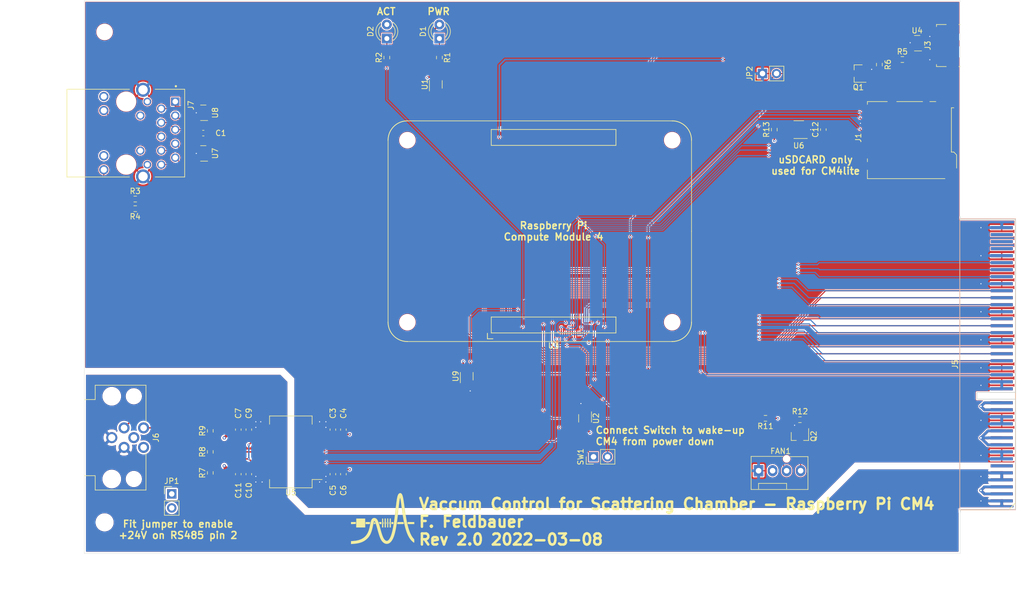
<source format=kicad_pcb>
(kicad_pcb (version 20171130) (host pcbnew 5.1.9+dfsg1-1)
  (title_block (title "Vaccum Control for Scattering Chamber - RPi") (date 2022-03-08) (rev 2.0) (company "Ruhr-Universität Bochum, AG der Experimentalphysik I") (comment 1 "Florian Feldbauer"))
  (layers (0 F.Cu signal) (1 In1.Cu signal) (2 In2.Cu signal) (31 B.Cu signal) (34 B.Paste user) (35 F.Paste user) (36 B.SilkS user) (37 F.SilkS user) (38 B.Mask user) (39 F.Mask user) (44 Edge.Cuts user))
  (net 0 "")
  (net 1 GND)
  (net 2 +3V3)
  (net 3 GND1)
  (net 4 "Net-(D1-Pad1)")
  (net 5 "Net-(D2-Pad1)")
  (net 6 "Net-(SW1-Pad1)")
  (net 7 /Raspi_CM4_GPIO/SD_PWR)
  (net 8 /Raspi_CM4_GPIO/SD_DAT1)
  (net 9 /Raspi_CM4_GPIO/SD_DAT0)
  (net 10 /Raspi_CM4_GPIO/SD_CLK)
  (net 11 /Raspi_CM4_GPIO/SD_CMD)
  (net 12 /Raspi_CM4_GPIO/SD_DAT3)
  (net 13 /Raspi_CM4_GPIO/SD_DAT2)
  (net 14 /Raspi_CM4_GPIO/nRPIBOOT)
  (net 15 /Raspi_CM4_HighSpeed/USB_P)
  (net 16 /Raspi_CM4_HighSpeed/USB_N)
  (net 17 "Net-(J6-Pad2)")
  (net 18 "Net-(R1-Pad2)")
  (net 19 /Raspi_CM4_GPIO/Pi_nLED_Activity)
  (net 20 /Raspi_CM4_HighSpeed/USB_OTG)
  (net 21 /Raspi_CM4_GPIO/SD_PWR_ON)
  (net 22 /Raspi_CM4_GPIO/GLOBAL_EN)
  (net 23 /Raspi_CM4_GPIO/nPWR_LED)
  (net 24 /Raspi_CM4_GPIO/RUN_PG)
  (net 25 +5V)
  (net 26 "Net-(J7-Pad18)")
  (net 27 "Net-(J7-Pad16)")
  (net 28 "Net-(C1-Pad2)")
  (net 29 "Net-(J1-Pad10)")
  (net 30 "Net-(J1-Pad9)")
  (net 31 "Net-(J3-Pad4)")
  (net 32 "Net-(J5-Pad12)")
  (net 33 "Net-(J5-Pad11)")
  (net 34 +24V)
  (net 35 "Net-(J6-Pad5)")
  (net 36 "Net-(U3-Pad102)")
  (net 37 "Net-(U3-Pad104)")
  (net 38 "Net-(U3-Pad106)")
  (net 39 "Net-(U3-Pad109)")
  (net 40 "Net-(U3-Pad110)")
  (net 41 "Net-(U3-Pad111)")
  (net 42 "Net-(U3-Pad112)")
  (net 43 "Net-(U3-Pad115)")
  (net 44 "Net-(U3-Pad116)")
  (net 45 "Net-(U3-Pad117)")
  (net 46 "Net-(U3-Pad118)")
  (net 47 "Net-(U3-Pad121)")
  (net 48 "Net-(U3-Pad122)")
  (net 49 "Net-(U3-Pad123)")
  (net 50 "Net-(U3-Pad124)")
  (net 51 "Net-(U3-Pad127)")
  (net 52 "Net-(U3-Pad128)")
  (net 53 "Net-(U3-Pad129)")
  (net 54 "Net-(U3-Pad130)")
  (net 55 "Net-(U3-Pad133)")
  (net 56 "Net-(U3-Pad134)")
  (net 57 "Net-(U3-Pad135)")
  (net 58 "Net-(U3-Pad136)")
  (net 59 "Net-(U3-Pad139)")
  (net 60 "Net-(U3-Pad140)")
  (net 61 "Net-(U3-Pad141)")
  (net 62 "Net-(U3-Pad142)")
  (net 63 "Net-(U3-Pad143)")
  (net 64 "Net-(U3-Pad145)")
  (net 65 "Net-(U3-Pad146)")
  (net 66 "Net-(U3-Pad147)")
  (net 67 "Net-(U3-Pad148)")
  (net 68 "Net-(U3-Pad149)")
  (net 69 "Net-(U3-Pad151)")
  (net 70 "Net-(U3-Pad152)")
  (net 71 "Net-(U3-Pad153)")
  (net 72 "Net-(U3-Pad154)")
  (net 73 "Net-(U3-Pad157)")
  (net 74 "Net-(U3-Pad158)")
  (net 75 "Net-(U3-Pad159)")
  (net 76 "Net-(U3-Pad160)")
  (net 77 "Net-(U3-Pad163)")
  (net 78 "Net-(U3-Pad164)")
  (net 79 "Net-(U3-Pad166)")
  (net 80 "Net-(U3-Pad169)")
  (net 81 "Net-(U3-Pad170)")
  (net 82 "Net-(U3-Pad171)")
  (net 83 "Net-(U3-Pad172)")
  (net 84 "Net-(U3-Pad175)")
  (net 85 "Net-(U3-Pad176)")
  (net 86 "Net-(U3-Pad177)")
  (net 87 "Net-(U3-Pad178)")
  (net 88 "Net-(U3-Pad181)")
  (net 89 "Net-(U3-Pad182)")
  (net 90 "Net-(U3-Pad183)")
  (net 91 "Net-(U3-Pad184)")
  (net 92 "Net-(U3-Pad187)")
  (net 93 "Net-(U3-Pad188)")
  (net 94 "Net-(U3-Pad189)")
  (net 95 "Net-(U3-Pad190)")
  (net 96 "Net-(U3-Pad193)")
  (net 97 "Net-(U3-Pad194)")
  (net 98 "Net-(U3-Pad195)")
  (net 99 "Net-(U3-Pad196)")
  (net 100 "Net-(U3-Pad199)")
  (net 101 "Net-(U3-Pad200)")
  (net 102 "Net-(U3-Pad76)")
  (net 103 "Net-(U3-Pad100)")
  (net 104 "Net-(U3-Pad64)")
  (net 105 "Net-(U3-Pad97)")
  (net 106 "Net-(U3-Pad70)")
  (net 107 "Net-(U3-Pad94)")
  (net 108 "Net-(U3-Pad72)")
  (net 109 "Net-(U3-Pad96)")
  (net 110 "Net-(U3-Pad73)")
  (net 111 "Net-(U3-Pad68)")
  (net 112 "Net-(U3-Pad35)")
  (net 113 "Net-(U3-Pad36)")
  (net 114 "Net-(U3-Pad19)")
  (net 115 "Net-(U3-Pad18)")
  (net 116 "Net-(U3-Pad16)")
  (net 117 "Net-(U4-Pad7)")
  (net 118 "Net-(U4-Pad6)")
  (net 119 "Net-(U6-Pad3)")
  (net 120 "Net-(U3-Pad90)")
  (net 121 "Net-(U3-Pad88)")
  (net 122 /Raspi_CM4_GPIO/GPIO08)
  (net 123 /Raspi_CM4_GPIO/GPIO07)
  (net 124 /Raspi_CM4_GPIO/GPIO12)
  (net 125 /Raspi_CM4_GPIO/GPIO16)
  (net 126 /Raspi_CM4_GPIO/GPIO20)
  (net 127 /Raspi_CM4_GPIO/GPIO21)
  (net 128 /Raspi_CM4_GPIO/GPIO26)
  (net 129 /Raspi_CM4_GPIO/GPIO13)
  (net 130 /Raspi_CM4_GPIO/GPIO19)
  (net 131 /Raspi_CM4_GPIO/GPIO06)
  (net 132 /Raspi_CM4_GPIO/GPIO23)
  (net 133 /Raspi_CM4_GPIO/GPIO05)
  (net 134 /Raspi_CM4_GPIO/GPIO24)
  (net 135 /Raspi_CM4_GPIO/GPIO11)
  (net 136 /Raspi_CM4_GPIO/GPIO25)
  (net 137 /Raspi_CM4_GPIO/GPIO10)
  (net 138 /Raspi_CM4_GPIO/GPIO22)
  (net 139 /Raspi_CM4_GPIO/GPIO27)
  (net 140 /Raspi_CM4_GPIO/GPIO04)
  (net 141 /Raspi_CM4_GPIO/GPIO03)
  (net 142 /Raspi_CM4_GPIO/GPIO02)
  (net 143 "/RS485 IF/VISO")
  (net 144 "/Backplane IF/LA.3")
  (net 145 "/Backplane IF/L9.3")
  (net 146 "/Backplane IF/LA.2")
  (net 147 "/Backplane IF/L9.2")
  (net 148 "/Backplane IF/LA.1")
  (net 149 "/Backplane IF/L9.1")
  (net 150 "/Backplane IF/L7.3")
  (net 151 "/Backplane IF/L7.2")
  (net 152 "/Backplane IF/L7.1")
  (net 153 "/Backplane IF/SCL")
  (net 154 "/Backplane IF/SDA")
  (net 155 "/RS485 IF/RS485-D-")
  (net 156 "/RS485 IF/RS485-D+")
  (net 157 "/Ethernet IF/TR2_TAP")
  (net 158 "/Ethernet IF/TR3_TAP")
  (net 159 "/Ethernet IF/TR0_TAP")
  (net 160 "/Ethernet IF/TR1_TAP")
  (net 161 "/Ethernet IF/ETH_3_N")
  (net 162 "/Ethernet IF/ETH_3_P")
  (net 163 "/Ethernet IF/ETH_2_N")
  (net 164 "/Ethernet IF/ETH_2_P")
  (net 165 "/Ethernet IF/ETH_1_N")
  (net 166 "/Ethernet IF/ETH_1_P")
  (net 167 "/Ethernet IF/ETH_0_N")
  (net 168 "/Ethernet IF/ETH_0_P")
  (net 169 "/Ethernet IF/ETH_LEDG")
  (net 170 "/Ethernet IF/ETH_LEDY")
  (net 171 "/RS485 IF/uart_rts")
  (net 172 "/RS485 IF/uart_rx")
  (net 173 "/RS485 IF/uart_tx")
  (net 174 /Raspi_CM4_GPIO/tacho)
  (net 175 /Raspi_CM4_GPIO/~pwm)
  (net 176 "Net-(FAN1-Pad4)")
  (net 177 "Net-(U4-Pad5)")
  (net 178 "Net-(U4-Pad4)")
  (net 179 /Raspi_CM4_GPIO/USB_VBUS)
  (net 180 /Raspi_CM4_GPIO/EEPROM_nWP)
  (module Connector_PinHeader_2.54mm:PinHeader_1x02_P2.54mm_Vertical (layer F.Cu) (at 155.829 134.874 90)
    (fp_text reference SW1 (at 0 -2.33 90) (layer F.SilkS))
    (fp_text value SW_Push)
    (pad 2 thru_hole oval (at 0 2.54 90) (size 1.7 1.7) (drill 1) (layers *.Cu *.Mask) (net 22 /Raspi_CM4_GPIO/GLOBAL_EN))
    (pad 1 thru_hole rect (at 0 0 90) (size 1.7 1.7) (drill 1) (layers *.Cu *.Mask) (net 6 "Net-(SW1-Pad1)"))
  )
  (module Package_TO_SOT_SMD:SOT-353_SC-70-5_Handsoldering (layer F.Cu) (at 154.3 127.9 270)
    (fp_text reference U2 (at 0 -2 90) (layer F.SilkS))
    (fp_text value 74LVC1G07SE-7)
    (pad 5 smd rect (at 1.33 -0.65 270) (size 1.5 0.4) (layers F.Cu F.Paste F.Mask) (net 25 +5V))
    (pad 4 smd rect (at 1.33 0.65 270) (size 1.5 0.4) (layers F.Cu F.Paste F.Mask) (net 6 "Net-(SW1-Pad1)"))
    (pad 3 smd rect (at -1.33 0.65 270) (size 1.5 0.4) (layers F.Cu F.Paste F.Mask) (net 1 GND))
    (pad 2 smd rect (at -1.33 0 270) (size 1.5 0.4) (layers F.Cu F.Paste F.Mask) (net 24 /Raspi_CM4_GPIO/RUN_PG))
    (pad 1 smd rect (at -1.33 -0.65 270) (size 1.5 0.4) (layers F.Cu F.Paste F.Mask))
  )
  (module Package_SON:USON-10_2.5x1.0mm_P0.5mm (layer F.Cu) (at 85.09 79.883 180)
    (fp_text reference U7 (at -2.16 0 90) (layer F.SilkS))
    (fp_text value TPD4EUSB30)
    (pad 8 smd rect (at 0.385 0 90) (size 0.4 0.55) (layers F.Cu F.Paste F.Mask) (net 1 GND))
    (pad 10 smd rect (at 0.385 -1 90) (size 0.3 0.55) (layers F.Cu F.Paste F.Mask) (net 161 "/Ethernet IF/ETH_3_N"))
    (pad 7 smd rect (at 0.385 0.5 90) (size 0.3 0.55) (layers F.Cu F.Paste F.Mask) (net 163 "/Ethernet IF/ETH_2_N"))
    (pad 6 smd rect (at 0.385 1 90) (size 0.3 0.55) (layers F.Cu F.Paste F.Mask) (net 164 "/Ethernet IF/ETH_2_P"))
    (pad 9 smd rect (at 0.385 -0.5 90) (size 0.3 0.55) (layers F.Cu F.Paste F.Mask) (net 162 "/Ethernet IF/ETH_3_P"))
    (pad 5 smd rect (at -0.385 1 90) (size 0.3 0.55) (layers F.Cu F.Paste F.Mask) (net 164 "/Ethernet IF/ETH_2_P"))
    (pad 4 smd rect (at -0.385 0.5 90) (size 0.3 0.55) (layers F.Cu F.Paste F.Mask) (net 163 "/Ethernet IF/ETH_2_N"))
    (pad 3 smd rect (at -0.385 0 90) (size 0.4 0.55) (layers F.Cu F.Paste F.Mask) (net 1 GND))
    (pad 2 smd rect (at -0.385 -0.5 90) (size 0.3 0.55) (layers F.Cu F.Paste F.Mask) (net 162 "/Ethernet IF/ETH_3_P"))
    (pad 1 smd rect (at -0.385 -1 90) (size 0.3 0.55) (layers F.Cu F.Paste F.Mask) (net 161 "/Ethernet IF/ETH_3_N"))
  )
  (module LED_THT:LED_D3.0mm (layer F.Cu) (at 127.889 59.055 90)
    (fp_text reference D1 (at 1.27 -2.96 90) (layer F.SilkS))
    (fp_text value "LED Red")
    (pad 2 thru_hole circle (at 2.54 0 90) (size 1.8 1.8) (drill 0.9) (layers *.Cu *.Mask) (net 2 +3V3))
    (pad 1 thru_hole rect (at 0 0 90) (size 1.8 1.8) (drill 0.9) (layers *.Cu *.Mask) (net 4 "Net-(D1-Pad1)"))
  )
  (module Resistor_SMD:R_0603_1608Metric_Pad0.98x0.95mm_HandSolder (layer F.Cu) (at 187 127.9 180)
    (fp_text reference R11 (at 0 -1.43) (layer F.SilkS))
    (fp_text value 36k)
    (pad 2 smd roundrect (at 0.9125 0 180) (size 0.975 0.95) (layers F.Cu F.Paste F.Mask) (net 174 /Raspi_CM4_GPIO/tacho))
    (pad 1 smd roundrect (at -0.9125 0 180) (size 0.975 0.95) (layers F.Cu F.Paste F.Mask) (net 2 +3V3))
  )
  (module RUB-AG1:raspi-cm4 (layer F.Cu) (at 148.59 93.98 180)
    (fp_text reference U3 (at 0 -20.77) (layer F.SilkS))
    (fp_text value Raspi_CM4)
    (pad "" np_thru_hole circle (at 26.5 -16.5) (size 2.7 2.7) (drill 2.7) (layers *.Cu *.Mask))
    (pad "" np_thru_hole circle (at 26.5 16.5 180) (size 2.7 2.7) (drill 2.7) (layers *.Cu *.Mask))
    (pad "" np_thru_hole circle (at -21.5 16.5 180) (size 2.7 2.7) (drill 2.7) (layers *.Cu *.Mask))
    (pad "" np_thru_hole circle (at -21.5 -16.5 180) (size 2.7 2.7) (drill 2.7) (layers *.Cu *.Mask))
    (pad 101 smd rect (at 9.8 15.46) (size 0.2 0.7) (layers F.Cu F.Paste F.Mask) (net 20 /Raspi_CM4_HighSpeed/USB_OTG))
    (pad 102 smd rect (at 9.8 18.54) (size 0.2 0.7) (layers F.Cu F.Paste F.Mask) (net 36 "Net-(U3-Pad102)"))
    (pad 103 smd rect (at 9.4 15.46) (size 0.2 0.7) (layers F.Cu F.Paste F.Mask) (net 16 /Raspi_CM4_HighSpeed/USB_N))
    (pad 104 smd rect (at 9.4 18.54) (size 0.2 0.7) (layers F.Cu F.Paste F.Mask) (net 37 "Net-(U3-Pad104)"))
    (pad 105 smd rect (at 9 15.46) (size 0.2 0.7) (layers F.Cu F.Paste F.Mask) (net 15 /Raspi_CM4_HighSpeed/USB_P))
    (pad 106 smd rect (at 9 18.54) (size 0.2 0.7) (layers F.Cu F.Paste F.Mask) (net 38 "Net-(U3-Pad106)"))
    (pad 107 smd rect (at 8.6 15.46) (size 0.2 0.7) (layers F.Cu F.Paste F.Mask) (net 1 GND))
    (pad 108 smd rect (at 8.6 18.54) (size 0.2 0.7) (layers F.Cu F.Paste F.Mask) (net 1 GND))
    (pad 109 smd rect (at 8.2 15.46) (size 0.2 0.7) (layers F.Cu F.Paste F.Mask) (net 39 "Net-(U3-Pad109)"))
    (pad 110 smd rect (at 8.2 18.54) (size 0.2 0.7) (layers F.Cu F.Paste F.Mask) (net 40 "Net-(U3-Pad110)"))
    (pad 111 smd rect (at 7.8 15.46) (size 0.2 0.7) (layers F.Cu F.Paste F.Mask) (net 41 "Net-(U3-Pad111)"))
    (pad 112 smd rect (at 7.8 18.54) (size 0.2 0.7) (layers F.Cu F.Paste F.Mask) (net 42 "Net-(U3-Pad112)"))
    (pad 113 smd rect (at 7.4 15.46) (size 0.2 0.7) (layers F.Cu F.Paste F.Mask) (net 1 GND))
    (pad 114 smd rect (at 7.4 18.54) (size 0.2 0.7) (layers F.Cu F.Paste F.Mask) (net 1 GND))
    (pad 115 smd rect (at 7 15.46) (size 0.2 0.7) (layers F.Cu F.Paste F.Mask) (net 43 "Net-(U3-Pad115)"))
    (pad 116 smd rect (at 7 18.54) (size 0.2 0.7) (layers F.Cu F.Paste F.Mask) (net 44 "Net-(U3-Pad116)"))
    (pad 117 smd rect (at 6.6 15.46) (size 0.2 0.7) (layers F.Cu F.Paste F.Mask) (net 45 "Net-(U3-Pad117)"))
    (pad 118 smd rect (at 6.6 18.54) (size 0.2 0.7) (layers F.Cu F.Paste F.Mask) (net 46 "Net-(U3-Pad118)"))
    (pad 119 smd rect (at 6.2 15.46) (size 0.2 0.7) (layers F.Cu F.Paste F.Mask) (net 1 GND))
    (pad 120 smd rect (at 6.2 18.54) (size 0.2 0.7) (layers F.Cu F.Paste F.Mask) (net 1 GND))
    (pad 121 smd rect (at 5.8 15.46) (size 0.2 0.7) (layers F.Cu F.Paste F.Mask) (net 47 "Net-(U3-Pad121)"))
    (pad 122 smd rect (at 5.8 18.54) (size 0.2 0.7) (layers F.Cu F.Paste F.Mask) (net 48 "Net-(U3-Pad122)"))
    (pad 123 smd rect (at 5.4 15.46) (size 0.2 0.7) (layers F.Cu F.Paste F.Mask) (net 49 "Net-(U3-Pad123)"))
    (pad 124 smd rect (at 5.4 18.54) (size 0.2 0.7) (layers F.Cu F.Paste F.Mask) (net 50 "Net-(U3-Pad124)"))
    (pad 125 smd rect (at 5 15.46) (size 0.2 0.7) (layers F.Cu F.Paste F.Mask) (net 1 GND))
    (pad 126 smd rect (at 5 18.54) (size 0.2 0.7) (layers F.Cu F.Paste F.Mask) (net 1 GND))
    (pad 127 smd rect (at 4.6 15.46) (size 0.2 0.7) (layers F.Cu F.Paste F.Mask) (net 51 "Net-(U3-Pad127)"))
    (pad 128 smd rect (at 4.6 18.54) (size 0.2 0.7) (layers F.Cu F.Paste F.Mask) (net 52 "Net-(U3-Pad128)"))
    (pad 129 smd rect (at 4.2 15.46) (size 0.2 0.7) (layers F.Cu F.Paste F.Mask) (net 53 "Net-(U3-Pad129)"))
    (pad 130 smd rect (at 4.2 18.54) (size 0.2 0.7) (layers F.Cu F.Paste F.Mask) (net 54 "Net-(U3-Pad130)"))
    (pad 131 smd rect (at 3.8 15.46) (size 0.2 0.7) (layers F.Cu F.Paste F.Mask) (net 1 GND))
    (pad 132 smd rect (at 3.8 18.54) (size 0.2 0.7) (layers F.Cu F.Paste F.Mask) (net 1 GND))
    (pad 133 smd rect (at 3.4 15.46) (size 0.2 0.7) (layers F.Cu F.Paste F.Mask) (net 55 "Net-(U3-Pad133)"))
    (pad 134 smd rect (at 3.4 18.54) (size 0.2 0.7) (layers F.Cu F.Paste F.Mask) (net 56 "Net-(U3-Pad134)"))
    (pad 135 smd rect (at 3 15.46) (size 0.2 0.7) (layers F.Cu F.Paste F.Mask) (net 57 "Net-(U3-Pad135)"))
    (pad 136 smd rect (at 3 18.54) (size 0.2 0.7) (layers F.Cu F.Paste F.Mask) (net 58 "Net-(U3-Pad136)"))
    (pad 137 smd rect (at 2.6 15.46) (size 0.2 0.7) (layers F.Cu F.Paste F.Mask) (net 1 GND))
    (pad 138 smd rect (at 2.6 18.54) (size 0.2 0.7) (layers F.Cu F.Paste F.Mask) (net 1 GND))
    (pad 139 smd rect (at 2.2 15.46) (size 0.2 0.7) (layers F.Cu F.Paste F.Mask) (net 59 "Net-(U3-Pad139)"))
    (pad 140 smd rect (at 2.2 18.54) (size 0.2 0.7) (layers F.Cu F.Paste F.Mask) (net 60 "Net-(U3-Pad140)"))
    (pad 141 smd rect (at 1.8 15.46) (size 0.2 0.7) (layers F.Cu F.Paste F.Mask) (net 61 "Net-(U3-Pad141)"))
    (pad 142 smd rect (at 1.8 18.54) (size 0.2 0.7) (layers F.Cu F.Paste F.Mask) (net 62 "Net-(U3-Pad142)"))
    (pad 143 smd rect (at 1.4 15.46) (size 0.2 0.7) (layers F.Cu F.Paste F.Mask) (net 63 "Net-(U3-Pad143)"))
    (pad 144 smd rect (at 1.4 18.54) (size 0.2 0.7) (layers F.Cu F.Paste F.Mask) (net 1 GND))
    (pad 145 smd rect (at 1 15.46) (size 0.2 0.7) (layers F.Cu F.Paste F.Mask) (net 64 "Net-(U3-Pad145)"))
    (pad 146 smd rect (at 1 18.54) (size 0.2 0.7) (layers F.Cu F.Paste F.Mask) (net 65 "Net-(U3-Pad146)"))
    (pad 147 smd rect (at 0.6 15.46) (size 0.2 0.7) (layers F.Cu F.Paste F.Mask) (net 66 "Net-(U3-Pad147)"))
    (pad 148 smd rect (at 0.6 18.54) (size 0.2 0.7) (layers F.Cu F.Paste F.Mask) (net 67 "Net-(U3-Pad148)"))
    (pad 149 smd rect (at 0.2 15.46) (size 0.2 0.7) (layers F.Cu F.Paste F.Mask) (net 68 "Net-(U3-Pad149)"))
    (pad 150 smd rect (at 0.2 18.54) (size 0.2 0.7) (layers F.Cu F.Paste F.Mask) (net 1 GND))
    (pad 151 smd rect (at -0.2 15.46) (size 0.2 0.7) (layers F.Cu F.Paste F.Mask) (net 69 "Net-(U3-Pad151)"))
    (pad 152 smd rect (at -0.2 18.54) (size 0.2 0.7) (layers F.Cu F.Paste F.Mask) (net 70 "Net-(U3-Pad152)"))
    (pad 153 smd rect (at -0.6 15.46) (size 0.2 0.7) (layers F.Cu F.Paste F.Mask) (net 71 "Net-(U3-Pad153)"))
    (pad 154 smd rect (at -0.6 18.54) (size 0.2 0.7) (layers F.Cu F.Paste F.Mask) (net 72 "Net-(U3-Pad154)"))
    (pad 155 smd rect (at -1 15.46) (size 0.2 0.7) (layers F.Cu F.Paste F.Mask) (net 1 GND))
    (pad 156 smd rect (at -1 18.54) (size 0.2 0.7) (layers F.Cu F.Paste F.Mask) (net 1 GND))
    (pad 157 smd rect (at -1.4 15.46) (size 0.2 0.7) (layers F.Cu F.Paste F.Mask) (net 73 "Net-(U3-Pad157)"))
    (pad 158 smd rect (at -1.4 18.54) (size 0.2 0.7) (layers F.Cu F.Paste F.Mask) (net 74 "Net-(U3-Pad158)"))
    (pad 159 smd rect (at -1.8 15.46) (size 0.2 0.7) (layers F.Cu F.Paste F.Mask) (net 75 "Net-(U3-Pad159)"))
    (pad 160 smd rect (at -1.8 18.54) (size 0.2 0.7) (layers F.Cu F.Paste F.Mask) (net 76 "Net-(U3-Pad160)"))
    (pad 161 smd rect (at -2.2 15.46) (size 0.2 0.7) (layers F.Cu F.Paste F.Mask) (net 1 GND))
    (pad 162 smd rect (at -2.2 18.54) (size 0.2 0.7) (layers F.Cu F.Paste F.Mask) (net 1 GND))
    (pad 163 smd rect (at -2.6 15.46) (size 0.2 0.7) (layers F.Cu F.Paste F.Mask) (net 77 "Net-(U3-Pad163)"))
    (pad 164 smd rect (at -2.6 18.54) (size 0.2 0.7) (layers F.Cu F.Paste F.Mask) (net 78 "Net-(U3-Pad164)"))
    (pad 165 smd rect (at -3 15.46) (size 0.2 0.7) (layers F.Cu F.Paste F.Mask))
    (pad 166 smd rect (at -3 18.54) (size 0.2 0.7) (layers F.Cu F.Paste F.Mask) (net 79 "Net-(U3-Pad166)"))
    (pad 167 smd rect (at -3.4 15.46) (size 0.2 0.7) (layers F.Cu F.Paste F.Mask) (net 1 GND))
    (pad 168 smd rect (at -3.4 18.54) (size 0.2 0.7) (layers F.Cu F.Paste F.Mask) (net 1 GND))
    (pad 169 smd rect (at -3.8 15.46) (size 0.2 0.7) (layers F.Cu F.Paste F.Mask) (net 80 "Net-(U3-Pad169)"))
    (pad 170 smd rect (at -3.8 18.54) (size 0.2 0.7) (layers F.Cu F.Paste F.Mask) (net 81 "Net-(U3-Pad170)"))
    (pad 171 smd rect (at -4.2 15.46) (size 0.2 0.7) (layers F.Cu F.Paste F.Mask) (net 82 "Net-(U3-Pad171)"))
    (pad 172 smd rect (at -4.2 18.54) (size 0.2 0.7) (layers F.Cu F.Paste F.Mask) (net 83 "Net-(U3-Pad172)"))
    (pad 173 smd rect (at -4.6 15.46) (size 0.2 0.7) (layers F.Cu F.Paste F.Mask) (net 1 GND))
    (pad 174 smd rect (at -4.6 18.54) (size 0.2 0.7) (layers F.Cu F.Paste F.Mask) (net 1 GND))
    (pad 175 smd rect (at -5 15.46) (size 0.2 0.7) (layers F.Cu F.Paste F.Mask) (net 84 "Net-(U3-Pad175)"))
    (pad 176 smd rect (at -5 18.54) (size 0.2 0.7) (layers F.Cu F.Paste F.Mask) (net 85 "Net-(U3-Pad176)"))
    (pad 177 smd rect (at -5.4 15.46) (size 0.2 0.7) (layers F.Cu F.Paste F.Mask) (net 86 "Net-(U3-Pad177)"))
    (pad 178 smd rect (at -5.4 18.54) (size 0.2 0.7) (layers F.Cu F.Paste F.Mask) (net 87 "Net-(U3-Pad178)"))
    (pad 179 smd rect (at -5.8 15.46) (size 0.2 0.7) (layers F.Cu F.Paste F.Mask) (net 1 GND))
    (pad 180 smd rect (at -5.8 18.54) (size 0.2 0.7) (layers F.Cu F.Paste F.Mask) (net 1 GND))
    (pad 181 smd rect (at -6.2 15.46) (size 0.2 0.7) (layers F.Cu F.Paste F.Mask) (net 88 "Net-(U3-Pad181)"))
    (pad 182 smd rect (at -6.2 18.54) (size 0.2 0.7) (layers F.Cu F.Paste F.Mask) (net 89 "Net-(U3-Pad182)"))
    (pad 183 smd rect (at -6.6 15.46) (size 0.2 0.7) (layers F.Cu F.Paste F.Mask) (net 90 "Net-(U3-Pad183)"))
    (pad 184 smd rect (at -6.6 18.54) (size 0.2 0.7) (layers F.Cu F.Paste F.Mask) (net 91 "Net-(U3-Pad184)"))
    (pad 185 smd rect (at -7 15.46) (size 0.2 0.7) (layers F.Cu F.Paste F.Mask) (net 1 GND))
    (pad 186 smd rect (at -7 18.54) (size 0.2 0.7) (layers F.Cu F.Paste F.Mask) (net 1 GND))
    (pad 187 smd rect (at -7.4 15.46) (size 0.2 0.7) (layers F.Cu F.Paste F.Mask) (net 92 "Net-(U3-Pad187)"))
    (pad 188 smd rect (at -7.4 18.54) (size 0.2 0.7) (layers F.Cu F.Paste F.Mask) (net 93 "Net-(U3-Pad188)"))
    (pad 189 smd rect (at -7.8 15.46) (size 0.2 0.7) (layers F.Cu F.Paste F.Mask) (net 94 "Net-(U3-Pad189)"))
    (pad 190 smd rect (at -7.8 18.54) (size 0.2 0.7) (layers F.Cu F.Paste F.Mask) (net 95 "Net-(U3-Pad190)"))
    (pad 191 smd rect (at -8.2 15.46) (size 0.2 0.7) (layers F.Cu F.Paste F.Mask) (net 1 GND))
    (pad 192 smd rect (at -8.2 18.54) (size 0.2 0.7) (layers F.Cu F.Paste F.Mask) (net 1 GND))
    (pad 193 smd rect (at -8.6 15.46) (size 0.2 0.7) (layers F.Cu F.Paste F.Mask) (net 96 "Net-(U3-Pad193)"))
    (pad 194 smd rect (at -8.6 18.54) (size 0.2 0.7) (layers F.Cu F.Paste F.Mask) (net 97 "Net-(U3-Pad194)"))
    (pad 195 smd rect (at -9 15.46) (size 0.2 0.7) (layers F.Cu F.Paste F.Mask) (net 98 "Net-(U3-Pad195)"))
    (pad 196 smd rect (at -9 18.54) (size 0.2 0.7) (layers F.Cu F.Paste F.Mask) (net 99 "Net-(U3-Pad196)"))
    (pad 197 smd rect (at -9.4 15.46) (size 0.2 0.7) (layers F.Cu F.Paste F.Mask) (net 1 GND))
    (pad 198 smd rect (at -9.4 18.54) (size 0.2 0.7) (layers F.Cu F.Paste F.Mask) (net 1 GND))
    (pad 199 smd rect (at -9.8 15.46) (size 0.2 0.7) (layers F.Cu F.Paste F.Mask) (net 100 "Net-(U3-Pad199)"))
    (pad 200 smd rect (at -9.8 18.54) (size 0.2 0.7) (layers F.Cu F.Paste F.Mask) (net 101 "Net-(U3-Pad200)"))
    (pad 76 smd rect (at -5 -15.46) (size 0.2 0.7) (layers F.Cu F.Paste F.Mask) (net 102 "Net-(U3-Pad76)"))
    (pad 74 smd rect (at -4.6 -15.46) (size 0.2 0.7) (layers F.Cu F.Paste F.Mask) (net 1 GND))
    (pad 84 smd rect (at -6.6 -15.46) (size 0.2 0.7) (layers F.Cu F.Paste F.Mask) (net 2 +3V3))
    (pad 61 smd rect (at -2.2 -18.54) (size 0.2 0.7) (layers F.Cu F.Paste F.Mask) (net 12 /Raspi_CM4_GPIO/SD_DAT3))
    (pad 81 smd rect (at -6.2 -18.54) (size 0.2 0.7) (layers F.Cu F.Paste F.Mask) (net 25 +5V))
    (pad 59 smd rect (at -1.8 -18.54) (size 0.2 0.7) (layers F.Cu F.Paste F.Mask) (net 1 GND))
    (pad 90 smd rect (at -7.8 -15.46) (size 0.2 0.7) (layers F.Cu F.Paste F.Mask) (net 120 "Net-(U3-Pad90)"))
    (pad 100 smd rect (at -9.8 -15.46) (size 0.2 0.7) (layers F.Cu F.Paste F.Mask) (net 103 "Net-(U3-Pad100)"))
    (pad 54 smd rect (at -0.6 -15.46) (size 0.2 0.7) (layers F.Cu F.Paste F.Mask) (net 140 /Raspi_CM4_GPIO/GPIO04))
    (pad 50 smd rect (at 0.2 -15.46) (size 0.2 0.7) (layers F.Cu F.Paste F.Mask) (net 171 "/RS485 IF/uart_rts"))
    (pad 67 smd rect (at -3.4 -18.54) (size 0.2 0.7) (layers F.Cu F.Paste F.Mask) (net 8 /Raspi_CM4_GPIO/SD_DAT1))
    (pad 64 smd rect (at -2.6 -15.46) (size 0.2 0.7) (layers F.Cu F.Paste F.Mask) (net 104 "Net-(U3-Pad64)"))
    (pad 66 smd rect (at -3 -15.46) (size 0.2 0.7) (layers F.Cu F.Paste F.Mask) (net 1 GND))
    (pad 79 smd rect (at -5.8 -18.54) (size 0.2 0.7) (layers F.Cu F.Paste F.Mask) (net 25 +5V))
    (pad 97 smd rect (at -9.4 -18.54) (size 0.2 0.7) (layers F.Cu F.Paste F.Mask) (net 105 "Net-(U3-Pad97)"))
    (pad 82 smd rect (at -6.2 -15.46) (size 0.2 0.7) (layers F.Cu F.Paste F.Mask) (net 154 "/Backplane IF/SDA"))
    (pad 83 smd rect (at -6.6 -18.54) (size 0.2 0.7) (layers F.Cu F.Paste F.Mask) (net 25 +5V))
    (pad 71 smd rect (at -4.2 -18.54) (size 0.2 0.7) (layers F.Cu F.Paste F.Mask) (net 1 GND))
    (pad 70 smd rect (at -3.8 -15.46) (size 0.2 0.7) (layers F.Cu F.Paste F.Mask) (net 106 "Net-(U3-Pad70)"))
    (pad 77 smd rect (at -5.4 -18.54) (size 0.2 0.7) (layers F.Cu F.Paste F.Mask) (net 25 +5V))
    (pad 63 smd rect (at -2.6 -18.54) (size 0.2 0.7) (layers F.Cu F.Paste F.Mask) (net 9 /Raspi_CM4_GPIO/SD_DAT0))
    (pad 57 smd rect (at -1.4 -18.54) (size 0.2 0.7) (layers F.Cu F.Paste F.Mask) (net 10 /Raspi_CM4_GPIO/SD_CLK))
    (pad 87 smd rect (at -7.4 -18.54) (size 0.2 0.7) (layers F.Cu F.Paste F.Mask) (net 25 +5V))
    (pad 99 smd rect (at -9.8 -18.54) (size 0.2 0.7) (layers F.Cu F.Paste F.Mask) (net 22 /Raspi_CM4_GPIO/GLOBAL_EN))
    (pad 98 smd rect (at -9.4 -15.46) (size 0.2 0.7) (layers F.Cu F.Paste F.Mask) (net 1 GND))
    (pad 95 smd rect (at -9 -18.54) (size 0.2 0.7) (layers F.Cu F.Paste F.Mask) (net 23 /Raspi_CM4_GPIO/nPWR_LED))
    (pad 94 smd rect (at -8.6 -15.46) (size 0.2 0.7) (layers F.Cu F.Paste F.Mask) (net 107 "Net-(U3-Pad94)"))
    (pad 89 smd rect (at -7.8 -18.54) (size 0.2 0.7) (layers F.Cu F.Paste F.Mask) (net 1 GND))
    (pad 52 smd rect (at -0.2 -15.46) (size 0.2 0.7) (layers F.Cu F.Paste F.Mask) (net 1 GND))
    (pad 65 smd rect (at -3 -18.54) (size 0.2 0.7) (layers F.Cu F.Paste F.Mask) (net 1 GND))
    (pad 92 smd rect (at -8.2 -15.46) (size 0.2 0.7) (layers F.Cu F.Paste F.Mask) (net 24 /Raspi_CM4_GPIO/RUN_PG))
    (pad 78 smd rect (at -5.4 -15.46) (size 0.2 0.7) (layers F.Cu F.Paste F.Mask) (net 2 +3V3))
    (pad 51 smd rect (at -0.2 -18.54) (size 0.2 0.7) (layers F.Cu F.Paste F.Mask) (net 172 "/RS485 IF/uart_rx"))
    (pad 72 smd rect (at -4.2 -15.46) (size 0.2 0.7) (layers F.Cu F.Paste F.Mask) (net 108 "Net-(U3-Pad72)"))
    (pad 91 smd rect (at -8.2 -18.54) (size 0.2 0.7) (layers F.Cu F.Paste F.Mask) (net 1 GND))
    (pad 96 smd rect (at -9 -15.46) (size 0.2 0.7) (layers F.Cu F.Paste F.Mask) (net 109 "Net-(U3-Pad96)"))
    (pad 93 smd rect (at -8.6 -18.54) (size 0.2 0.7) (layers F.Cu F.Paste F.Mask) (net 14 /Raspi_CM4_GPIO/nRPIBOOT))
    (pad 69 smd rect (at -3.8 -18.54) (size 0.2 0.7) (layers F.Cu F.Paste F.Mask) (net 13 /Raspi_CM4_GPIO/SD_DAT2))
    (pad 88 smd rect (at -7.4 -15.46) (size 0.2 0.7) (layers F.Cu F.Paste F.Mask) (net 121 "Net-(U3-Pad88)"))
    (pad 55 smd rect (at -1 -18.54) (size 0.2 0.7) (layers F.Cu F.Paste F.Mask) (net 173 "/RS485 IF/uart_tx"))
    (pad 62 smd rect (at -2.2 -15.46) (size 0.2 0.7) (layers F.Cu F.Paste F.Mask) (net 11 /Raspi_CM4_GPIO/SD_CMD))
    (pad 49 smd rect (at 0.2 -18.54) (size 0.2 0.7) (layers F.Cu F.Paste F.Mask) (net 175 /Raspi_CM4_GPIO/~pwm))
    (pad 75 smd rect (at -5 -18.54) (size 0.2 0.7) (layers F.Cu F.Paste F.Mask) (net 21 /Raspi_CM4_GPIO/SD_PWR_ON))
    (pad 85 smd rect (at -7 -18.54) (size 0.2 0.7) (layers F.Cu F.Paste F.Mask) (net 25 +5V))
    (pad 73 smd rect (at -4.6 -18.54) (size 0.2 0.7) (layers F.Cu F.Paste F.Mask) (net 110 "Net-(U3-Pad73)"))
    (pad 60 smd rect (at -1.8 -15.46) (size 0.2 0.7) (layers F.Cu F.Paste F.Mask) (net 1 GND))
    (pad 58 smd rect (at -1.4 -15.46) (size 0.2 0.7) (layers F.Cu F.Paste F.Mask) (net 142 /Raspi_CM4_GPIO/GPIO02))
    (pad 86 smd rect (at -7 -15.46) (size 0.2 0.7) (layers F.Cu F.Paste F.Mask) (net 2 +3V3))
    (pad 56 smd rect (at -1 -15.46) (size 0.2 0.7) (layers F.Cu F.Paste F.Mask) (net 141 /Raspi_CM4_GPIO/GPIO03))
    (pad 68 smd rect (at -3.4 -15.46) (size 0.2 0.7) (layers F.Cu F.Paste F.Mask) (net 111 "Net-(U3-Pad68)"))
    (pad 53 smd rect (at -0.6 -18.54) (size 0.2 0.7) (layers F.Cu F.Paste F.Mask) (net 1 GND))
    (pad 80 smd rect (at -5.8 -15.46) (size 0.2 0.7) (layers F.Cu F.Paste F.Mask) (net 153 "/Backplane IF/SCL"))
    (pad 43 smd rect (at 1.4 -18.54) (size 0.2 0.7) (layers F.Cu F.Paste F.Mask) (net 1 GND))
    (pad 34 smd rect (at 3.4 -15.46) (size 0.2 0.7) (layers F.Cu F.Paste F.Mask) (net 133 /Raspi_CM4_GPIO/GPIO05))
    (pad 2 smd rect (at 9.8 -15.46) (size 0.2 0.7) (layers F.Cu F.Paste F.Mask) (net 1 GND))
    (pad 7 smd rect (at 8.6 -18.54) (size 0.2 0.7) (layers F.Cu F.Paste F.Mask) (net 1 GND))
    (pad 6 smd rect (at 9 -15.46) (size 0.2 0.7) (layers F.Cu F.Paste F.Mask) (net 165 "/Ethernet IF/ETH_1_N"))
    (pad 41 smd rect (at 1.8 -18.54) (size 0.2 0.7) (layers F.Cu F.Paste F.Mask) (net 136 /Raspi_CM4_GPIO/GPIO25))
    (pad 23 smd rect (at 5.4 -18.54) (size 0.2 0.7) (layers F.Cu F.Paste F.Mask) (net 1 GND))
    (pad 40 smd rect (at 2.2 -15.46) (size 0.2 0.7) (layers F.Cu F.Paste F.Mask) (net 174 /Raspi_CM4_GPIO/tacho))
    (pad 39 smd rect (at 2.2 -18.54) (size 0.2 0.7) (layers F.Cu F.Paste F.Mask) (net 122 /Raspi_CM4_GPIO/GPIO08))
    (pad 38 smd rect (at 2.6 -15.46) (size 0.2 0.7) (layers F.Cu F.Paste F.Mask) (net 135 /Raspi_CM4_GPIO/GPIO11))
    (pad 35 smd rect (at 3 -18.54) (size 0.2 0.7) (layers F.Cu F.Paste F.Mask) (net 112 "Net-(U3-Pad35)"))
    (pad 29 smd rect (at 4.2 -18.54) (size 0.2 0.7) (layers F.Cu F.Paste F.Mask) (net 125 /Raspi_CM4_GPIO/GPIO16))
    (pad 13 smd rect (at 7.4 -18.54) (size 0.2 0.7) (layers F.Cu F.Paste F.Mask) (net 1 GND))
    (pad 37 smd rect (at 2.6 -18.54) (size 0.2 0.7) (layers F.Cu F.Paste F.Mask) (net 123 /Raspi_CM4_GPIO/GPIO07))
    (pad 36 smd rect (at 3 -15.46) (size 0.2 0.7) (layers F.Cu F.Paste F.Mask) (net 113 "Net-(U3-Pad36)"))
    (pad 33 smd rect (at 3.4 -18.54) (size 0.2 0.7) (layers F.Cu F.Paste F.Mask) (net 1 GND))
    (pad 27 smd rect (at 4.6 -18.54) (size 0.2 0.7) (layers F.Cu F.Paste F.Mask) (net 126 /Raspi_CM4_GPIO/GPIO20))
    (pad 32 smd rect (at 3.8 -15.46) (size 0.2 0.7) (layers F.Cu F.Paste F.Mask) (net 1 GND))
    (pad 25 smd rect (at 5 -18.54) (size 0.2 0.7) (layers F.Cu F.Paste F.Mask) (net 127 /Raspi_CM4_GPIO/GPIO21))
    (pad 8 smd rect (at 8.6 -15.46) (size 0.2 0.7) (layers F.Cu F.Paste F.Mask) (net 1 GND))
    (pad 31 smd rect (at 3.8 -18.54) (size 0.2 0.7) (layers F.Cu F.Paste F.Mask) (net 124 /Raspi_CM4_GPIO/GPIO12))
    (pad 30 smd rect (at 4.2 -15.46) (size 0.2 0.7) (layers F.Cu F.Paste F.Mask) (net 131 /Raspi_CM4_GPIO/GPIO06))
    (pad 19 smd rect (at 6.2 -18.54) (size 0.2 0.7) (layers F.Cu F.Paste F.Mask) (net 114 "Net-(U3-Pad19)"))
    (pad 18 smd rect (at 6.6 -15.46) (size 0.2 0.7) (layers F.Cu F.Paste F.Mask) (net 115 "Net-(U3-Pad18)"))
    (pad 12 smd rect (at 7.8 -15.46) (size 0.2 0.7) (layers F.Cu F.Paste F.Mask) (net 168 "/Ethernet IF/ETH_0_P"))
    (pad 28 smd rect (at 4.6 -15.46) (size 0.2 0.7) (layers F.Cu F.Paste F.Mask) (net 129 /Raspi_CM4_GPIO/GPIO13))
    (pad 26 smd rect (at 5 -15.46) (size 0.2 0.7) (layers F.Cu F.Paste F.Mask) (net 130 /Raspi_CM4_GPIO/GPIO19))
    (pad 15 smd rect (at 7 -18.54) (size 0.2 0.7) (layers F.Cu F.Paste F.Mask) (net 169 "/Ethernet IF/ETH_LEDG"))
    (pad 24 smd rect (at 5.4 -15.46) (size 0.2 0.7) (layers F.Cu F.Paste F.Mask) (net 128 /Raspi_CM4_GPIO/GPIO26))
    (pad 20 smd rect (at 6.2 -15.46) (size 0.2 0.7) (layers F.Cu F.Paste F.Mask) (net 180 /Raspi_CM4_GPIO/EEPROM_nWP))
    (pad 21 smd rect (at 5.8 -18.54) (size 0.2 0.7) (layers F.Cu F.Paste F.Mask) (net 19 /Raspi_CM4_GPIO/Pi_nLED_Activity))
    (pad 14 smd rect (at 7.4 -15.46) (size 0.2 0.7) (layers F.Cu F.Paste F.Mask) (net 1 GND))
    (pad 9 smd rect (at 8.2 -18.54) (size 0.2 0.7) (layers F.Cu F.Paste F.Mask) (net 163 "/Ethernet IF/ETH_2_N"))
    (pad 5 smd rect (at 9 -18.54) (size 0.2 0.7) (layers F.Cu F.Paste F.Mask) (net 161 "/Ethernet IF/ETH_3_N"))
    (pad 1 smd rect (at 9.8 -18.54) (size 0.2 0.7) (layers F.Cu F.Paste F.Mask) (net 1 GND))
    (pad 10 smd rect (at 8.2 -15.46) (size 0.2 0.7) (layers F.Cu F.Paste F.Mask) (net 167 "/Ethernet IF/ETH_0_N"))
    (pad 42 smd rect (at 1.8 -15.46) (size 0.2 0.7) (layers F.Cu F.Paste F.Mask) (net 1 GND))
    (pad 22 smd rect (at 5.8 -15.46) (size 0.2 0.7) (layers F.Cu F.Paste F.Mask) (net 1 GND))
    (pad 4 smd rect (at 9.4 -15.46) (size 0.2 0.7) (layers F.Cu F.Paste F.Mask) (net 166 "/Ethernet IF/ETH_1_P"))
    (pad 16 smd rect (at 7 -15.46) (size 0.2 0.7) (layers F.Cu F.Paste F.Mask) (net 116 "Net-(U3-Pad16)"))
    (pad 11 smd rect (at 7.8 -18.54) (size 0.2 0.7) (layers F.Cu F.Paste F.Mask) (net 164 "/Ethernet IF/ETH_2_P"))
    (pad 17 smd rect (at 6.6 -18.54) (size 0.2 0.7) (layers F.Cu F.Paste F.Mask) (net 170 "/Ethernet IF/ETH_LEDY"))
    (pad 3 smd rect (at 9.4 -18.54) (size 0.2 0.7) (layers F.Cu F.Paste F.Mask) (net 162 "/Ethernet IF/ETH_3_P"))
    (pad 48 smd rect (at 0.6 -15.46) (size 0.2 0.7) (layers F.Cu F.Paste F.Mask) (net 139 /Raspi_CM4_GPIO/GPIO27))
    (pad 47 smd rect (at 0.6 -18.54) (size 0.2 0.7) (layers F.Cu F.Paste F.Mask) (net 132 /Raspi_CM4_GPIO/GPIO23))
    (pad 46 smd rect (at 1 -15.46) (size 0.2 0.7) (layers F.Cu F.Paste F.Mask) (net 138 /Raspi_CM4_GPIO/GPIO22))
    (pad 45 smd rect (at 1 -18.54) (size 0.2 0.7) (layers F.Cu F.Paste F.Mask) (net 134 /Raspi_CM4_GPIO/GPIO24))
    (pad 44 smd rect (at 1.4 -15.46) (size 0.2 0.7) (layers F.Cu F.Paste F.Mask) (net 137 /Raspi_CM4_GPIO/GPIO10))
  )
  (module Connector_PinHeader_2.54mm:PinHeader_1x02_P2.54mm_Vertical (layer F.Cu) (at 186.46 65.4 90)
    (fp_text reference JP2 (at 0 -2.33 90) (layer F.SilkS))
    (fp_text value dnp)
    (pad 2 thru_hole oval (at 0 2.54 90) (size 1.7 1.7) (drill 1) (layers *.Cu *.Mask) (net 14 /Raspi_CM4_GPIO/nRPIBOOT))
    (pad 1 thru_hole rect (at 0 0 90) (size 1.7 1.7) (drill 1) (layers *.Cu *.Mask) (net 1 GND))
  )
  (module Package_TO_SOT_SMD:SOT-353_SC-70-5_Handsoldering (layer F.Cu) (at 132.842 120.269 90)
    (fp_text reference U9 (at 0 -2 90) (layer F.SilkS))
    (fp_text value 74LVC1G07SE-7)
    (pad 5 smd rect (at 1.33 -0.65 90) (size 1.5 0.4) (layers F.Cu F.Paste F.Mask) (net 25 +5V))
    (pad 4 smd rect (at 1.33 0.65 90) (size 1.5 0.4) (layers F.Cu F.Paste F.Mask) (net 180 /Raspi_CM4_GPIO/EEPROM_nWP))
    (pad 3 smd rect (at -1.33 0.65 90) (size 1.5 0.4) (layers F.Cu F.Paste F.Mask) (net 1 GND))
    (pad 2 smd rect (at -1.33 0 90) (size 1.5 0.4) (layers F.Cu F.Paste F.Mask) (net 179 /Raspi_CM4_GPIO/USB_VBUS))
    (pad 1 smd rect (at -1.33 -0.65 90) (size 1.5 0.4) (layers F.Cu F.Paste F.Mask))
  )
  (module Package_TO_SOT_SMD:SOT-23 (layer F.Cu) (at 203.835 65.4 180)
    (fp_text reference Q1 (at 0 -2.5) (layer F.SilkS))
    (fp_text value BSS138)
    (pad 3 smd rect (at 1 0 180) (size 0.9 0.8) (layers F.Cu F.Paste F.Mask) (net 14 /Raspi_CM4_GPIO/nRPIBOOT))
    (pad 2 smd rect (at -1 0.95 180) (size 0.9 0.8) (layers F.Cu F.Paste F.Mask) (net 1 GND))
    (pad 1 smd rect (at -1 -0.95 180) (size 0.9 0.8) (layers F.Cu F.Paste F.Mask) (net 179 /Raspi_CM4_GPIO/USB_VBUS))
  )
  (module RUB-AG1:CONEC_43-01198 (layer F.Cu) (at 72.5 131.4 90)
    (fp_text reference J6 (at 0 4.0175 90) (layer F.SilkS))
    (fp_text value M12_5A)
    (pad S thru_hole circle (at 0 -4 90) (size 2 2) (drill 1.3) (layers *.Cu *.Mask) (net 3 GND1))
    (pad "" np_thru_hole circle (at -7.5 -4 90) (size 2.8 2.8) (drill 2.8) (layers *.Cu *.Mask))
    (pad "" np_thru_hole circle (at 7.5 -4 90) (size 2.8 2.8) (drill 2.8) (layers *.Cu *.Mask))
    (pad "" np_thru_hole circle (at -7.5 0 90) (size 2.35 2.35) (drill 2.35) (layers *.Cu *.Mask))
    (pad "" np_thru_hole circle (at 7.5 0 90) (size 2.35 2.35) (drill 2.35) (layers *.Cu *.Mask))
    (pad 5 thru_hole circle (at 0 0 90) (size 2 2) (drill 1.2) (layers *.Cu *.Mask) (net 35 "Net-(J6-Pad5)"))
    (pad 4 thru_hole circle (at 1.767767 -1.767767 90) (size 2 2) (drill 1.2) (layers *.Cu *.Mask) (net 155 "/RS485 IF/RS485-D-"))
    (pad 3 thru_hole circle (at -1.767767 -1.767767 90) (size 2 2) (drill 1.2) (layers *.Cu *.Mask) (net 3 GND1))
    (pad 2 thru_hole circle (at -1.767767 1.767767 90) (size 2 2) (drill 1.2) (layers *.Cu *.Mask) (net 17 "Net-(J6-Pad2)"))
    (pad 1 thru_hole circle (at 1.767767 1.767767 90) (size 2 2) (drill 1.2) (layers *.Cu *.Mask) (net 156 "/RS485 IF/RS485-D+"))
  )
  (module RUB-AG1:EDAC_A70-112-331N126 (layer F.Cu) (at 71.12 76.2 270)
    (fp_text reference J7 (at -5.025 -11.735 90) (layer F.SilkS))
    (fp_text value A70-112-331N126)
    (pad 18 thru_hole circle (at 6.64 4.06 270) (size 1.68 1.68) (drill 1.12) (layers *.Cu *.Mask) (net 26 "Net-(J7-Pad18)"))
    (pad 17 thru_hole circle (at 4.1 4.06 270) (size 1.68 1.68) (drill 1.12) (layers *.Cu *.Mask) (net 2 +3V3))
    (pad 16 thru_hole circle (at -4.1 4.06 270) (size 1.68 1.68) (drill 1.12) (layers *.Cu *.Mask) (net 27 "Net-(J7-Pad16)"))
    (pad 15 thru_hole circle (at -6.64 4.06 270) (size 1.68 1.68) (drill 1.12) (layers *.Cu *.Mask) (net 2 +3V3))
    (pad 13 thru_hole circle (at 3.175 -2.56 270) (size 1.508 1.508) (drill 1) (layers *.Cu *.Mask) (net 157 "/Ethernet IF/TR2_TAP"))
    (pad 14 thru_hole circle (at 5.715 -3.83 270) (size 1.408 1.408) (drill 0.9) (layers *.Cu *.Mask) (net 158 "/Ethernet IF/TR3_TAP"))
    (pad 11 thru_hole circle (at -5.715 -3.83 270) (size 1.408 1.408) (drill 0.9) (layers *.Cu *.Mask) (net 159 "/Ethernet IF/TR0_TAP"))
    (pad 12 thru_hole circle (at -3.175 -2.56 270) (size 1.508 1.508) (drill 1) (layers *.Cu *.Mask) (net 160 "/Ethernet IF/TR1_TAP"))
    (pad 10 thru_hole circle (at 5.715 -6.35 270) (size 1.508 1.508) (drill 1) (layers *.Cu *.Mask) (net 161 "/Ethernet IF/ETH_3_N"))
    (pad 9 thru_hole circle (at 4.445 -8.89 270) (size 1.508 1.508) (drill 1) (layers *.Cu *.Mask) (net 162 "/Ethernet IF/ETH_3_P"))
    (pad 8 thru_hole circle (at 3.175 -6.35 270) (size 1.508 1.508) (drill 1) (layers *.Cu *.Mask) (net 163 "/Ethernet IF/ETH_2_N"))
    (pad 7 thru_hole circle (at 1.905 -8.89 270) (size 1.508 1.508) (drill 1) (layers *.Cu *.Mask) (net 164 "/Ethernet IF/ETH_2_P"))
    (pad 6 thru_hole circle (at 0.635 -6.35 270) (size 1.508 1.508) (drill 1) (layers *.Cu *.Mask) (net 165 "/Ethernet IF/ETH_1_N"))
    (pad 5 thru_hole circle (at -0.635 -8.89 270) (size 1.508 1.508) (drill 1) (layers *.Cu *.Mask) (net 28 "Net-(C1-Pad2)"))
    (pad 4 thru_hole circle (at -1.905 -6.35 270) (size 1.508 1.508) (drill 1) (layers *.Cu *.Mask) (net 28 "Net-(C1-Pad2)"))
    (pad 3 thru_hole circle (at -3.175 -8.89 270) (size 1.508 1.508) (drill 1) (layers *.Cu *.Mask) (net 166 "/Ethernet IF/ETH_1_P"))
    (pad 2 thru_hole circle (at -4.445 -6.35 270) (size 1.508 1.508) (drill 1) (layers *.Cu *.Mask) (net 167 "/Ethernet IF/ETH_0_N"))
    (pad 1 thru_hole rect (at -5.715 -8.89 270) (size 1.508 1.508) (drill 1) (layers *.Cu *.Mask) (net 168 "/Ethernet IF/ETH_0_P"))
    (pad S2 thru_hole circle (at 7.85 -3.05 270) (size 2.55 2.55) (drill 1.7) (layers *.Cu *.Mask) (net 1 GND))
    (pad S1 thru_hole circle (at -7.85 -3.05 270) (size 2.55 2.55) (drill 1.7) (layers *.Cu *.Mask) (net 1 GND))
    (pad None np_thru_hole circle (at 5.715 0 270) (size 3.35 3.35) (drill 3.35) (layers *.Cu *.Mask))
    (pad None np_thru_hole circle (at -5.715 0 270) (size 3.35 3.35) (drill 3.35) (layers *.Cu *.Mask))
  )
  (module Resistor_SMD:R_0603_1608Metric_Pad0.98x0.95mm_HandSolder (layer F.Cu) (at 193.25 128.15 180)
    (fp_text reference R12 (at 0 1.5) (layer F.SilkS))
    (fp_text value 10k)
    (pad 2 smd roundrect (at 0.9125 0 180) (size 0.975 0.95) (layers F.Cu F.Paste F.Mask) (net 1 GND))
    (pad 1 smd roundrect (at -0.9125 0 180) (size 0.975 0.95) (layers F.Cu F.Paste F.Mask) (net 175 /Raspi_CM4_GPIO/~pwm))
  )
  (module Package_TO_SOT_SMD:SOT-23 (layer F.Cu) (at 193.25 131.15 270)
    (fp_text reference Q2 (at 0 -2.5 90) (layer F.SilkS))
    (fp_text value BSS138)
    (pad 3 smd rect (at 1 0 270) (size 0.9 0.8) (layers F.Cu F.Paste F.Mask) (net 176 "Net-(FAN1-Pad4)"))
    (pad 2 smd rect (at -1 0.95 270) (size 0.9 0.8) (layers F.Cu F.Paste F.Mask) (net 1 GND))
    (pad 1 smd rect (at -1 -0.95 270) (size 0.9 0.8) (layers F.Cu F.Paste F.Mask) (net 175 /Raspi_CM4_GPIO/~pwm))
  )
  (module Connector:FanPinHeader_1x04_P2.54mm_Vertical (layer F.Cu) (at 185.75 137.4)
    (fp_text reference FAN1 (at 4 -3.55) (layer F.SilkS))
    (fp_text value Fan_4pin)
    (pad "" np_thru_hole circle (at 5.08 -2.16 90) (size 1.1 1.1) (drill 1.1) (layers *.Cu *.Mask))
    (pad 4 thru_hole oval (at 7.62 0 90) (size 2.03 1.73) (drill 1.02) (layers *.Cu *.Mask) (net 176 "Net-(FAN1-Pad4)"))
    (pad 3 thru_hole oval (at 5.08 0 90) (size 2.03 1.73) (drill 1.02) (layers *.Cu *.Mask) (net 174 /Raspi_CM4_GPIO/tacho))
    (pad 2 thru_hole oval (at 2.54 0 90) (size 2.03 1.73) (drill 1.02) (layers *.Cu *.Mask) (net 25 +5V))
    (pad 1 thru_hole rect (at 0 0 90) (size 2.03 1.73) (drill 1.02) (layers *.Cu *.Mask) (net 1 GND))
  )
  (module RUB-AG1-logos:PALUMA-Logo (layer F.Cu) (at 117.602 146.05)
    (fp_text reference G1 hide)
    (fp_text value PALUMA-logo hide)
  )
  (module Connector_Card:microSD_HC_Hirose_DM3BT-DSF-PEJS (layer F.Cu) (at 213.36 77.47 90)
    (fp_text reference J1 (at 0.425 -9.525 90) (layer F.SilkS))
    (fp_text value Micro_SD_Card_Det)
    (pad 11 smd rect (at -5.825 7.825 135) (size 0.2 0.2) (layers F.Cu F.Paste F.Mask) (net 1 GND))
    (pad 10 smd rect (at 6.725 2.775 90) (size 1.2 0.8) (layers F.Cu F.Paste F.Mask) (net 29 "Net-(J1-Pad10)"))
    (pad 11 smd rect (at -5.575 8.075 90) (size 0.5 0.5) (layers F.Cu F.Paste F.Mask) (net 1 GND))
    (pad 8 smd rect (at 4.925 -7.625 90) (size 0.7 1.4) (layers F.Cu F.Paste F.Mask) (net 8 /Raspi_CM4_GPIO/SD_DAT1))
    (pad 7 smd rect (at 3.825 -7.625 90) (size 0.7 1.4) (layers F.Cu F.Paste F.Mask) (net 9 /Raspi_CM4_GPIO/SD_DAT0))
    (pad 6 smd rect (at 2.725 -7.625 90) (size 0.7 1.4) (layers F.Cu F.Paste F.Mask) (net 1 GND))
    (pad 5 smd rect (at 1.625 -7.625 90) (size 0.7 1.4) (layers F.Cu F.Paste F.Mask) (net 10 /Raspi_CM4_GPIO/SD_CLK))
    (pad 4 smd rect (at 0.525 -7.625 90) (size 0.7 1.4) (layers F.Cu F.Paste F.Mask) (net 7 /Raspi_CM4_GPIO/SD_PWR))
    (pad 3 smd rect (at -0.575 -7.625 90) (size 0.7 1.4) (layers F.Cu F.Paste F.Mask) (net 11 /Raspi_CM4_GPIO/SD_CMD))
    (pad 2 smd rect (at -1.675 -7.625 90) (size 0.7 1.4) (layers F.Cu F.Paste F.Mask) (net 12 /Raspi_CM4_GPIO/SD_DAT3))
    (pad 9 smd rect (at 5.875 -7.725 90) (size 0.7 1.2) (layers F.Cu F.Paste F.Mask) (net 30 "Net-(J1-Pad9)"))
    (pad 11 smd rect (at 6.725 6.375 90) (size 1.2 3.2) (layers F.Cu F.Paste F.Mask) (net 1 GND))
    (pad 11 smd rect (at 6.725 -3.425 90) (size 1.2 1.2) (layers F.Cu F.Paste F.Mask) (net 1 GND))
    (pad 11 smd rect (at -4.675 -7.625 90) (size 1 1.4) (layers F.Cu F.Paste F.Mask) (net 1 GND))
    (pad 11 smd rect (at -6.575 7.375 90) (size 1.5 1.9) (layers F.Cu F.Paste F.Mask) (net 1 GND))
    (pad 1 smd rect (at -2.775 -7.625 90) (size 0.7 1.4) (layers F.Cu F.Paste F.Mask) (net 13 /Raspi_CM4_GPIO/SD_DAT2))
  )
  (module Resistor_SMD:R_0603_1608Metric_Pad0.98x0.95mm_HandSolder (layer F.Cu) (at 86.36 133.985 90)
    (fp_text reference R8 (at 0 -1.43 90) (layer F.SilkS))
    (fp_text value 100R)
    (pad 2 smd roundrect (at 0.9125 0 90) (size 0.975 0.95) (layers F.Cu F.Paste F.Mask) (net 155 "/RS485 IF/RS485-D-"))
    (pad 1 smd roundrect (at -0.9125 0 90) (size 0.975 0.95) (layers F.Cu F.Paste F.Mask) (net 156 "/RS485 IF/RS485-D+"))
  )
  (module Package_SON:USON-10_2.5x1.0mm_P0.5mm (layer F.Cu) (at 85.09 72.517 180)
    (fp_text reference U8 (at -2.16 0 90) (layer F.SilkS))
    (fp_text value TPD4EUSB30)
    (pad 8 smd rect (at 0.385 0 90) (size 0.4 0.55) (layers F.Cu F.Paste F.Mask) (net 1 GND))
    (pad 10 smd rect (at 0.385 -1 90) (size 0.3 0.55) (layers F.Cu F.Paste F.Mask) (net 166 "/Ethernet IF/ETH_1_P"))
    (pad 7 smd rect (at 0.385 0.5 90) (size 0.3 0.55) (layers F.Cu F.Paste F.Mask) (net 167 "/Ethernet IF/ETH_0_N"))
    (pad 6 smd rect (at 0.385 1 90) (size 0.3 0.55) (layers F.Cu F.Paste F.Mask) (net 168 "/Ethernet IF/ETH_0_P"))
    (pad 9 smd rect (at 0.385 -0.5 90) (size 0.3 0.55) (layers F.Cu F.Paste F.Mask) (net 165 "/Ethernet IF/ETH_1_N"))
    (pad 5 smd rect (at -0.385 1 90) (size 0.3 0.55) (layers F.Cu F.Paste F.Mask) (net 168 "/Ethernet IF/ETH_0_P"))
    (pad 4 smd rect (at -0.385 0.5 90) (size 0.3 0.55) (layers F.Cu F.Paste F.Mask) (net 167 "/Ethernet IF/ETH_0_N"))
    (pad 3 smd rect (at -0.385 0 90) (size 0.4 0.55) (layers F.Cu F.Paste F.Mask) (net 1 GND))
    (pad 2 smd rect (at -0.385 -0.5 90) (size 0.3 0.55) (layers F.Cu F.Paste F.Mask) (net 165 "/Ethernet IF/ETH_1_N"))
    (pad 1 smd rect (at -0.385 -1 90) (size 0.3 0.55) (layers F.Cu F.Paste F.Mask) (net 166 "/Ethernet IF/ETH_1_P"))
  )
  (module Package_SO:SOIC-16W_7.5x12.8mm_P1.27mm (layer F.Cu) (at 100.965 133.985 180)
    (fp_text reference U5 (at 0 -7.35) (layer F.SilkS))
    (fp_text value ADM2682E)
    (pad 16 smd roundrect (at 4.65 -4.445 180) (size 2.05 0.6) (layers F.Cu F.Paste F.Mask) (net 3 GND1))
    (pad 15 smd roundrect (at 4.65 -3.175 180) (size 2.05 0.6) (layers F.Cu F.Paste F.Mask) (net 143 "/RS485 IF/VISO"))
    (pad 14 smd roundrect (at 4.65 -1.905 180) (size 2.05 0.6) (layers F.Cu F.Paste F.Mask) (net 156 "/RS485 IF/RS485-D+"))
    (pad 13 smd roundrect (at 4.65 -0.635 180) (size 2.05 0.6) (layers F.Cu F.Paste F.Mask) (net 155 "/RS485 IF/RS485-D-"))
    (pad 12 smd roundrect (at 4.65 0.635 180) (size 2.05 0.6) (layers F.Cu F.Paste F.Mask) (net 155 "/RS485 IF/RS485-D-"))
    (pad 11 smd roundrect (at 4.65 1.905 180) (size 2.05 0.6) (layers F.Cu F.Paste F.Mask) (net 156 "/RS485 IF/RS485-D+"))
    (pad 10 smd roundrect (at 4.65 3.175 180) (size 2.05 0.6) (layers F.Cu F.Paste F.Mask) (net 143 "/RS485 IF/VISO"))
    (pad 9 smd roundrect (at 4.65 4.445 180) (size 2.05 0.6) (layers F.Cu F.Paste F.Mask) (net 3 GND1))
    (pad 8 smd roundrect (at -4.65 4.445 180) (size 2.05 0.6) (layers F.Cu F.Paste F.Mask) (net 1 GND))
    (pad 7 smd roundrect (at -4.65 3.175 180) (size 2.05 0.6) (layers F.Cu F.Paste F.Mask) (net 2 +3V3))
    (pad 6 smd roundrect (at -4.65 1.905 180) (size 2.05 0.6) (layers F.Cu F.Paste F.Mask) (net 173 "/RS485 IF/uart_tx"))
    (pad 5 smd roundrect (at -4.65 0.635 180) (size 2.05 0.6) (layers F.Cu F.Paste F.Mask) (net 171 "/RS485 IF/uart_rts"))
    (pad 4 smd roundrect (at -4.65 -0.635 180) (size 2.05 0.6) (layers F.Cu F.Paste F.Mask) (net 171 "/RS485 IF/uart_rts"))
    (pad 3 smd roundrect (at -4.65 -1.905 180) (size 2.05 0.6) (layers F.Cu F.Paste F.Mask) (net 172 "/RS485 IF/uart_rx"))
    (pad 2 smd roundrect (at -4.65 -3.175 180) (size 2.05 0.6) (layers F.Cu F.Paste F.Mask) (net 2 +3V3))
    (pad 1 smd roundrect (at -4.65 -4.445 180) (size 2.05 0.6) (layers F.Cu F.Paste F.Mask) (net 1 GND))
  )
  (module Resistor_SMD:R_0603_1608Metric_Pad0.98x0.95mm_HandSolder (layer F.Cu) (at 86.36 130.175 90)
    (fp_text reference R9 (at 0 -1.43 90) (layer F.SilkS))
    (fp_text value 680R)
    (pad 2 smd roundrect (at 0.9125 0 90) (size 0.975 0.95) (layers F.Cu F.Paste F.Mask) (net 3 GND1))
    (pad 1 smd roundrect (at -0.9125 0 90) (size 0.975 0.95) (layers F.Cu F.Paste F.Mask) (net 155 "/RS485 IF/RS485-D-"))
  )
  (module Resistor_SMD:R_0603_1608Metric_Pad0.98x0.95mm_HandSolder (layer F.Cu) (at 86.36 137.795 90)
    (fp_text reference R7 (at 0 -1.43 90) (layer F.SilkS))
    (fp_text value 680R)
    (pad 2 smd roundrect (at 0.9125 0 90) (size 0.975 0.95) (layers F.Cu F.Paste F.Mask) (net 156 "/RS485 IF/RS485-D+"))
    (pad 1 smd roundrect (at -0.9125 0 90) (size 0.975 0.95) (layers F.Cu F.Paste F.Mask) (net 143 "/RS485 IF/VISO"))
  )
  (module Resistor_SMD:R_0603_1608Metric_Pad0.98x0.95mm_HandSolder (layer F.Cu) (at 72.75 89.9 180)
    (fp_text reference R4 (at 0 -1.43) (layer F.SilkS))
    (fp_text value 470R)
    (pad 2 smd roundrect (at 0.9125 0 180) (size 0.975 0.95) (layers F.Cu F.Paste F.Mask) (net 26 "Net-(J7-Pad18)"))
    (pad 1 smd roundrect (at -0.9125 0 180) (size 0.975 0.95) (layers F.Cu F.Paste F.Mask) (net 170 "/Ethernet IF/ETH_LEDY"))
  )
  (module Resistor_SMD:R_0603_1608Metric_Pad0.98x0.95mm_HandSolder (layer F.Cu) (at 72.75 88.15)
    (fp_text reference R3 (at 0 -1.43) (layer F.SilkS))
    (fp_text value 470R)
    (pad 2 smd roundrect (at 0.9125 0) (size 0.975 0.95) (layers F.Cu F.Paste F.Mask) (net 169 "/Ethernet IF/ETH_LEDG"))
    (pad 1 smd roundrect (at -0.9125 0) (size 0.975 0.95) (layers F.Cu F.Paste F.Mask) (net 27 "Net-(J7-Pad16)"))
  )
  (module Connector_PinHeader_2.54mm:PinHeader_1x02_P2.54mm_Vertical (layer F.Cu) (at 79.375 141.605)
    (fp_text reference JP1 (at 0 -2.33) (layer F.SilkS))
    (fp_text value Jumper_NC_Small)
    (pad 2 thru_hole oval (at 0 2.54) (size 1.7 1.7) (drill 1) (layers *.Cu *.Mask) (net 34 +24V))
    (pad 1 thru_hole rect (at 0 0) (size 1.7 1.7) (drill 1) (layers *.Cu *.Mask) (net 17 "Net-(J6-Pad2)"))
  )
  (module Connector_PCBEdge:Samtec_MECF-40-0_-L-DV_2x40_P1.27mm_Polarized_Edge (layer F.Cu) (at 227.33 118.11 90)
    (fp_text reference J5 (at 0 -5.95 90) (layer F.SilkS))
    (fp_text value Samtec_MECF-40-Polarized_Edge)
    (fp_line (start -5.085 5) (end 26.275 5) (layer Edge.Cuts) (width 0.12))
    (fp_line (start -6.325 -2) (end -5.085 -2) (layer Edge.Cuts) (width 0.12))
    (fp_line (start -5.085 5) (end -5.085 -2) (layer Edge.Cuts) (width 0.12))
    (fp_line (start -6.325 5) (end -6.325 -2) (layer Edge.Cuts) (width 0.12))
    (fp_line (start -26.275 5) (end -6.325 5) (layer Edge.Cuts) (width 0.12))
    (fp_line (start 26.75 -5) (end 26.275 -5) (layer Edge.Cuts) (width 0.12))
    (fp_line (start -26.75 -5) (end -26.275 -5) (layer Edge.Cuts) (width 0.12))
    (fp_line (start 26.275 5) (end 26.275 -5) (layer Edge.Cuts) (width 0.12))
    (fp_line (start -26.275 5) (end -26.275 -5) (layer Edge.Cuts) (width 0.12))
    (pad 80 connect rect (at 24.775 2.5 90) (size 0.56 4) (layers B.Cu B.Mask) (net 1 GND))
    (pad 79 connect rect (at 24.775 2.5 90) (size 0.56 4) (layers F.Cu F.Mask) (net 1 GND))
    (pad 78 connect rect (at 23.505 2.5 90) (size 0.56 4) (layers B.Cu B.Mask) (net 144 "/Backplane IF/LA.3"))
    (pad 77 connect rect (at 23.505 2.5 90) (size 0.56 4) (layers F.Cu F.Mask) (net 145 "/Backplane IF/L9.3"))
    (pad 76 connect rect (at 22.235 2.5 90) (size 0.56 4) (layers B.Cu B.Mask) (net 146 "/Backplane IF/LA.2"))
    (pad 75 connect rect (at 22.235 2.5 90) (size 0.56 4) (layers F.Cu F.Mask) (net 147 "/Backplane IF/L9.2"))
    (pad 74 connect rect (at 20.965 2.5 90) (size 0.56 4) (layers B.Cu B.Mask) (net 148 "/Backplane IF/LA.1"))
    (pad 73 connect rect (at 20.965 2.5 90) (size 0.56 4) (layers F.Cu F.Mask) (net 149 "/Backplane IF/L9.1"))
    (pad 72 connect rect (at 19.695 2.5 90) (size 0.56 4) (layers B.Cu B.Mask) (net 1 GND))
    (pad 71 connect rect (at 19.695 2.5 90) (size 0.56 4) (layers F.Cu F.Mask) (net 1 GND))
    (pad 70 connect rect (at 18.425 2.5 90) (size 0.56 4) (layers B.Cu B.Mask) (net 128 /Raspi_CM4_GPIO/GPIO26))
    (pad 69 connect rect (at 18.425 2.5 90) (size 0.56 4) (layers F.Cu F.Mask) (net 150 "/Backplane IF/L7.3"))
    (pad 68 connect rect (at 17.155 2.5 90) (size 0.56 4) (layers B.Cu B.Mask) (net 130 /Raspi_CM4_GPIO/GPIO19))
    (pad 67 connect rect (at 17.155 2.5 90) (size 0.56 4) (layers F.Cu F.Mask) (net 151 "/Backplane IF/L7.2"))
    (pad 66 connect rect (at 15.885 2.5 90) (size 0.56 4) (layers B.Cu B.Mask) (net 129 /Raspi_CM4_GPIO/GPIO13))
    (pad 65 connect rect (at 15.885 2.5 90) (size 0.56 4) (layers F.Cu F.Mask) (net 152 "/Backplane IF/L7.1"))
    (pad 64 connect rect (at 14.615 2.5 90) (size 0.56 4) (layers B.Cu B.Mask) (net 1 GND))
    (pad 63 connect rect (at 14.615 2.5 90) (size 0.56 4) (layers F.Cu F.Mask) (net 1 GND))
    (pad 62 connect rect (at 13.345 2.5 90) (size 0.56 4) (layers B.Cu B.Mask) (net 131 /Raspi_CM4_GPIO/GPIO06))
    (pad 61 connect rect (at 13.345 2.5 90) (size 0.56 4) (layers F.Cu F.Mask) (net 132 /Raspi_CM4_GPIO/GPIO23))
    (pad 60 connect rect (at 12.075 2.5 90) (size 0.56 4) (layers B.Cu B.Mask) (net 133 /Raspi_CM4_GPIO/GPIO05))
    (pad 59 connect rect (at 12.075 2.5 90) (size 0.56 4) (layers F.Cu F.Mask) (net 134 /Raspi_CM4_GPIO/GPIO24))
    (pad 58 connect rect (at 10.805 2.5 90) (size 0.56 4) (layers B.Cu B.Mask) (net 135 /Raspi_CM4_GPIO/GPIO11))
    (pad 57 connect rect (at 10.805 2.5 90) (size 0.56 4) (layers F.Cu F.Mask) (net 136 /Raspi_CM4_GPIO/GPIO25))
    (pad 56 connect rect (at 9.535 2.5 90) (size 0.56 4) (layers B.Cu B.Mask) (net 1 GND))
    (pad 55 connect rect (at 9.535 2.5 90) (size 0.56 4) (layers F.Cu F.Mask) (net 1 GND))
    (pad 54 connect rect (at 8.265 2.5 90) (size 0.56 4) (layers B.Cu B.Mask) (net 137 /Raspi_CM4_GPIO/GPIO10))
    (pad 53 connect rect (at 8.265 2.5 90) (size 0.56 4) (layers F.Cu F.Mask) (net 122 /Raspi_CM4_GPIO/GPIO08))
    (pad 52 connect rect (at 6.995 2.5 90) (size 0.56 4) (layers B.Cu B.Mask) (net 138 /Raspi_CM4_GPIO/GPIO22))
    (pad 51 connect rect (at 6.995 2.5 90) (size 0.56 4) (layers F.Cu F.Mask) (net 123 /Raspi_CM4_GPIO/GPIO07))
    (pad 50 connect rect (at 5.725 2.5 90) (size 0.56 4) (layers B.Cu B.Mask) (net 139 /Raspi_CM4_GPIO/GPIO27))
    (pad 49 connect rect (at 5.725 2.5 90) (size 0.56 4) (layers F.Cu F.Mask) (net 124 /Raspi_CM4_GPIO/GPIO12))
    (pad 48 connect rect (at 4.455 2.5 90) (size 0.56 4) (layers B.Cu B.Mask) (net 1 GND))
    (pad 47 connect rect (at 4.455 2.5 90) (size 0.56 4) (layers F.Cu F.Mask) (net 1 GND))
    (pad 46 connect rect (at 3.185 2.5 90) (size 0.56 4) (layers B.Cu B.Mask) (net 140 /Raspi_CM4_GPIO/GPIO04))
    (pad 45 connect rect (at 3.185 2.5 90) (size 0.56 4) (layers F.Cu F.Mask) (net 125 /Raspi_CM4_GPIO/GPIO16))
    (pad 44 connect rect (at 1.915 2.5 90) (size 0.56 4) (layers B.Cu B.Mask) (net 141 /Raspi_CM4_GPIO/GPIO03))
    (pad 43 connect rect (at 1.915 2.5 90) (size 0.56 4) (layers F.Cu F.Mask) (net 126 /Raspi_CM4_GPIO/GPIO20))
    (pad 42 connect rect (at 0.645 2.5 90) (size 0.56 4) (layers B.Cu B.Mask) (net 142 /Raspi_CM4_GPIO/GPIO02))
    (pad 41 connect rect (at 0.645 2.5 90) (size 0.56 4) (layers F.Cu F.Mask) (net 127 /Raspi_CM4_GPIO/GPIO21))
    (pad 40 connect rect (at -0.625 2.5 90) (size 0.56 4) (layers B.Cu B.Mask) (net 1 GND))
    (pad 39 connect rect (at -0.625 2.5 90) (size 0.56 4) (layers F.Cu F.Mask) (net 1 GND))
    (pad 38 connect rect (at -1.895 2.5 90) (size 0.56 4) (layers B.Cu B.Mask) (net 153 "/Backplane IF/SCL"))
    (pad 37 connect rect (at -1.895 2.5 90) (size 0.56 4) (layers F.Cu F.Mask) (net 154 "/Backplane IF/SDA"))
    (pad 36 connect rect (at -3.165 2.5 90) (size 0.56 4) (layers B.Cu B.Mask) (net 1 GND))
    (pad 35 connect rect (at -3.165 2.5 90) (size 0.56 4) (layers F.Cu F.Mask) (net 1 GND))
    (pad 34 connect rect (at -4.435 2.5 90) (size 0.56 4) (layers B.Cu B.Mask) (net 1 GND))
    (pad 33 connect rect (at -4.435 2.5 90) (size 0.56 4) (layers F.Cu F.Mask) (net 1 GND))
    (pad 30 connect rect (at -6.975 2.5 90) (size 0.56 4) (layers B.Cu B.Mask) (net 2 +3V3))
    (pad 29 connect rect (at -6.975 2.5 90) (size 0.56 4) (layers F.Cu F.Mask) (net 2 +3V3))
    (pad 28 connect rect (at -8.245 2.5 90) (size 0.56 4) (layers B.Cu B.Mask) (net 2 +3V3))
    (pad 27 connect rect (at -8.245 2.5 90) (size 0.56 4) (layers F.Cu F.Mask) (net 2 +3V3))
    (pad 26 connect rect (at -9.515 2.5 90) (size 0.56 4) (layers B.Cu B.Mask) (net 1 GND))
    (pad 25 connect rect (at -9.515 2.5 90) (size 0.56 4) (layers F.Cu F.Mask) (net 1 GND))
    (pad 24 connect rect (at -10.785 2.5 90) (size 0.56 4) (layers B.Cu B.Mask) (net 1 GND))
    (pad 23 connect rect (at -10.785 2.5 90) (size 0.56 4) (layers F.Cu F.Mask) (net 1 GND))
    (pad 22 connect rect (at -12.055 2.5 90) (size 0.56 4) (layers B.Cu B.Mask) (net 25 +5V))
    (pad 21 connect rect (at -12.055 2.5 90) (size 0.56 4) (layers F.Cu F.Mask) (net 25 +5V))
    (pad 20 connect rect (at -13.325 2.5 90) (size 0.56 4) (layers B.Cu B.Mask) (net 25 +5V))
    (pad 19 connect rect (at -13.325 2.5 90) (size 0.56 4) (layers F.Cu F.Mask) (net 25 +5V))
    (pad 18 connect rect (at -14.595 2.5 90) (size 0.56 4) (layers B.Cu B.Mask) (net 25 +5V))
    (pad 17 connect rect (at -14.595 2.5 90) (size 0.56 4) (layers F.Cu F.Mask) (net 25 +5V))
    (pad 16 connect rect (at -15.865 2.5 90) (size 0.56 4) (layers B.Cu B.Mask) (net 1 GND))
    (pad 15 connect rect (at -15.865 2.5 90) (size 0.56 4) (layers F.Cu F.Mask) (net 1 GND))
    (pad 14 connect rect (at -17.135 2.5 90) (size 0.56 4) (layers B.Cu B.Mask) (net 1 GND))
    (pad 13 connect rect (at -17.135 2.5 90) (size 0.56 4) (layers F.Cu F.Mask) (net 1 GND))
    (pad 12 connect rect (at -18.405 2.5 90) (size 0.56 4) (layers B.Cu B.Mask) (net 32 "Net-(J5-Pad12)"))
    (pad 11 connect rect (at -18.405 2.5 90) (size 0.56 4) (layers F.Cu F.Mask) (net 33 "Net-(J5-Pad11)"))
    (pad 10 connect rect (at -19.675 2.5 90) (size 0.56 4) (layers B.Cu B.Mask) (net 3 GND1))
    (pad 9 connect rect (at -19.675 2.5 90) (size 0.56 4) (layers F.Cu F.Mask) (net 3 GND1))
    (pad 8 connect rect (at -20.945 2.5 90) (size 0.56 4) (layers B.Cu B.Mask) (net 3 GND1))
    (pad 7 connect rect (at -20.945 2.5 90) (size 0.56 4) (layers F.Cu F.Mask) (net 3 GND1))
    (pad 6 connect rect (at -22.215 2.5 90) (size 0.56 4) (layers B.Cu B.Mask) (net 34 +24V))
    (pad 5 connect rect (at -22.215 2.5 90) (size 0.56 4) (layers F.Cu F.Mask) (net 34 +24V))
    (pad 4 connect rect (at -23.485 2.5 90) (size 0.56 4) (layers B.Cu B.Mask) (net 34 +24V))
    (pad 3 connect rect (at -23.485 2.5 90) (size 0.56 4) (layers F.Cu F.Mask) (net 34 +24V))
    (pad 2 connect rect (at -24.755 2.5 90) (size 0.56 4) (layers B.Cu B.Mask) (net 3 GND1))
    (pad 1 connect rect (at -24.755 2.5 90) (size 0.56 4) (layers F.Cu F.Mask) (net 3 GND1))
  )
  (module Capacitor_SMD:C_0603_1608Metric_Pad1.08x0.95mm_HandSolder (layer F.Cu) (at 91.44 138.0225 270)
    (fp_text reference C11 (at 2.9475 0 90) (layer F.SilkS))
    (fp_text value 100n)
    (pad 2 smd roundrect (at 0.8625 0 270) (size 1.075 0.95) (layers F.Cu F.Paste F.Mask) (net 3 GND1))
    (pad 1 smd roundrect (at -0.8625 0 270) (size 1.075 0.95) (layers F.Cu F.Paste F.Mask) (net 143 "/RS485 IF/VISO"))
  )
  (module Capacitor_SMD:C_0603_1608Metric_Pad1.08x0.95mm_HandSolder (layer F.Cu) (at 93.345 138.0225 270)
    (fp_text reference C10 (at 2.9475 0 90) (layer F.SilkS))
    (fp_text value 10u)
    (pad 2 smd roundrect (at 0.8625 0 270) (size 1.075 0.95) (layers F.Cu F.Paste F.Mask) (net 3 GND1))
    (pad 1 smd roundrect (at -0.8625 0 270) (size 1.075 0.95) (layers F.Cu F.Paste F.Mask) (net 143 "/RS485 IF/VISO"))
  )
  (module Capacitor_SMD:C_0603_1608Metric_Pad1.08x0.95mm_HandSolder (layer F.Cu) (at 93.345 129.9475 90)
    (fp_text reference C9 (at 2.9475 0 90) (layer F.SilkS))
    (fp_text value 100n)
    (pad 2 smd roundrect (at 0.8625 0 90) (size 1.075 0.95) (layers F.Cu F.Paste F.Mask) (net 3 GND1))
    (pad 1 smd roundrect (at -0.8625 0 90) (size 1.075 0.95) (layers F.Cu F.Paste F.Mask) (net 143 "/RS485 IF/VISO"))
  )
  (module Capacitor_SMD:C_0603_1608Metric_Pad1.08x0.95mm_HandSolder (layer F.Cu) (at 91.44 129.9475 90)
    (fp_text reference C7 (at 2.9475 0 90) (layer F.SilkS))
    (fp_text value 10n)
    (pad 2 smd roundrect (at 0.8625 0 90) (size 1.075 0.95) (layers F.Cu F.Paste F.Mask) (net 3 GND1))
    (pad 1 smd roundrect (at -0.8625 0 90) (size 1.075 0.95) (layers F.Cu F.Paste F.Mask) (net 143 "/RS485 IF/VISO"))
  )
  (module Capacitor_SMD:C_0603_1608Metric_Pad1.08x0.95mm_HandSolder (layer F.Cu) (at 110.49 138.0225 270)
    (fp_text reference C6 (at 2.9475 0 90) (layer F.SilkS))
    (fp_text value 100n)
    (pad 2 smd roundrect (at 0.8625 0 270) (size 1.075 0.95) (layers F.Cu F.Paste F.Mask) (net 1 GND))
    (pad 1 smd roundrect (at -0.8625 0 270) (size 1.075 0.95) (layers F.Cu F.Paste F.Mask) (net 2 +3V3))
  )
  (module Capacitor_SMD:C_0603_1608Metric_Pad1.08x0.95mm_HandSolder (layer F.Cu) (at 108.585 138.0225 270)
    (fp_text reference C5 (at 2.9475 0 90) (layer F.SilkS))
    (fp_text value 10u)
    (pad 2 smd roundrect (at 0.8625 0 270) (size 1.075 0.95) (layers F.Cu F.Paste F.Mask) (net 1 GND))
    (pad 1 smd roundrect (at -0.8625 0 270) (size 1.075 0.95) (layers F.Cu F.Paste F.Mask) (net 2 +3V3))
  )
  (module Capacitor_SMD:C_0603_1608Metric_Pad1.08x0.95mm_HandSolder (layer F.Cu) (at 110.49 129.9475 90)
    (fp_text reference C4 (at 2.9475 0 90) (layer F.SilkS))
    (fp_text value 10n)
    (pad 2 smd roundrect (at 0.8625 0 90) (size 1.075 0.95) (layers F.Cu F.Paste F.Mask) (net 1 GND))
    (pad 1 smd roundrect (at -0.8625 0 90) (size 1.075 0.95) (layers F.Cu F.Paste F.Mask) (net 2 +3V3))
  )
  (module Capacitor_SMD:C_0603_1608Metric_Pad1.08x0.95mm_HandSolder (layer F.Cu) (at 108.585 129.9475 90)
    (fp_text reference C3 (at 2.9475 0 90) (layer F.SilkS))
    (fp_text value 100n)
    (pad 2 smd roundrect (at 0.8625 0 90) (size 1.075 0.95) (layers F.Cu F.Paste F.Mask) (net 1 GND))
    (pad 1 smd roundrect (at -0.8625 0 90) (size 1.075 0.95) (layers F.Cu F.Paste F.Mask) (net 2 +3V3))
  )
  (module Capacitor_SMD:C_0603_1608Metric_Pad1.08x0.95mm_HandSolder (layer F.Cu) (at 85.09 76.2 180)
    (fp_text reference C1 (at -3.175 0) (layer F.SilkS))
    (fp_text value 100n)
    (pad 2 smd roundrect (at 0.8625 0 180) (size 1.075 0.95) (layers F.Cu F.Paste F.Mask) (net 28 "Net-(C1-Pad2)"))
    (pad 1 smd roundrect (at -0.8625 0 180) (size 1.075 0.95) (layers F.Cu F.Paste F.Mask) (net 1 GND))
  )
  (module Package_SON:USON-10_2.5x1.0mm_P0.5mm (layer F.Cu) (at 214.5 59.9 180)
    (fp_text reference U4 (at 0 2.286) (layer F.SilkS))
    (fp_text value TPD4EUSB30)
    (pad 8 smd rect (at 0.385 0 90) (size 0.4 0.55) (layers F.Cu F.Paste F.Mask) (net 1 GND))
    (pad 10 smd rect (at 0.385 -1 90) (size 0.3 0.55) (layers F.Cu F.Paste F.Mask) (net 16 /Raspi_CM4_HighSpeed/USB_N))
    (pad 7 smd rect (at 0.385 0.5 90) (size 0.3 0.55) (layers F.Cu F.Paste F.Mask) (net 117 "Net-(U4-Pad7)"))
    (pad 6 smd rect (at 0.385 1 90) (size 0.3 0.55) (layers F.Cu F.Paste F.Mask) (net 118 "Net-(U4-Pad6)"))
    (pad 9 smd rect (at 0.385 -0.5 90) (size 0.3 0.55) (layers F.Cu F.Paste F.Mask) (net 15 /Raspi_CM4_HighSpeed/USB_P))
    (pad 5 smd rect (at -0.385 1 90) (size 0.3 0.55) (layers F.Cu F.Paste F.Mask) (net 177 "Net-(U4-Pad5)"))
    (pad 4 smd rect (at -0.385 0.5 90) (size 0.3 0.55) (layers F.Cu F.Paste F.Mask) (net 178 "Net-(U4-Pad4)"))
    (pad 3 smd rect (at -0.385 0 90) (size 0.4 0.55) (layers F.Cu F.Paste F.Mask) (net 1 GND))
    (pad 2 smd rect (at -0.385 -0.5 90) (size 0.3 0.55) (layers F.Cu F.Paste F.Mask) (net 15 /Raspi_CM4_HighSpeed/USB_P))
    (pad 1 smd rect (at -0.385 -1 90) (size 0.3 0.55) (layers F.Cu F.Paste F.Mask) (net 16 /Raspi_CM4_HighSpeed/USB_N))
  )
  (module Resistor_SMD:R_0603_1608Metric_Pad0.98x0.95mm_HandSolder (layer F.Cu) (at 188.595 75.565 90)
    (fp_text reference R13 (at 0 -1.43 90) (layer F.SilkS))
    (fp_text value "12k 1%")
    (pad 2 smd roundrect (at 0.9125 0 90) (size 0.975 0.95) (layers F.Cu F.Paste F.Mask) (net 21 /Raspi_CM4_GPIO/SD_PWR_ON))
    (pad 1 smd roundrect (at -0.9125 0 90) (size 0.975 0.95) (layers F.Cu F.Paste F.Mask) (net 2 +3V3))
  )
  (module Package_TO_SOT_SMD:SOT-23-5 (layer F.Cu) (at 193.04 75.565 180)
    (fp_text reference U6 (at 0 -2.9) (layer F.SilkS))
    (fp_text value AP2171W)
    (pad 5 smd rect (at 1.1 -0.95 180) (size 1.06 0.65) (layers F.Cu F.Paste F.Mask) (net 2 +3V3))
    (pad 4 smd rect (at 1.1 0.95 180) (size 1.06 0.65) (layers F.Cu F.Paste F.Mask) (net 21 /Raspi_CM4_GPIO/SD_PWR_ON))
    (pad 3 smd rect (at -1.1 0.95 180) (size 1.06 0.65) (layers F.Cu F.Paste F.Mask) (net 119 "Net-(U6-Pad3)"))
    (pad 2 smd rect (at -1.1 0 180) (size 1.06 0.65) (layers F.Cu F.Paste F.Mask) (net 1 GND))
    (pad 1 smd rect (at -1.1 -0.95 180) (size 1.06 0.65) (layers F.Cu F.Paste F.Mask) (net 7 /Raspi_CM4_GPIO/SD_PWR))
  )
  (module Resistor_SMD:R_0603_1608Metric_Pad0.98x0.95mm_HandSolder (layer F.Cu) (at 207.645 63.7775 90)
    (fp_text reference R6 (at 0 1.555 90) (layer F.SilkS))
    (fp_text value "2k2 1%")
    (pad 2 smd roundrect (at 0.9125 0 90) (size 0.975 0.95) (layers F.Cu F.Paste F.Mask) (net 20 /Raspi_CM4_HighSpeed/USB_OTG))
    (pad 1 smd roundrect (at -0.9125 0 90) (size 0.975 0.95) (layers F.Cu F.Paste F.Mask) (net 1 GND))
  )
  (module Resistor_SMD:R_0603_1608Metric_Pad0.98x0.95mm_HandSolder (layer F.Cu) (at 211.8125 62.865)
    (fp_text reference R5 (at 0 -1.43) (layer F.SilkS))
    (fp_text value "2k2 1%")
    (pad 2 smd roundrect (at 0.9125 0) (size 0.975 0.95) (layers F.Cu F.Paste F.Mask) (net 179 /Raspi_CM4_GPIO/USB_VBUS))
    (pad 1 smd roundrect (at -0.9125 0) (size 0.975 0.95) (layers F.Cu F.Paste F.Mask) (net 20 /Raspi_CM4_HighSpeed/USB_OTG))
  )
  (module Connector_USB:USB_Micro-B_Molex_47346-0001 (layer F.Cu) (at 219.71 60.325 90)
    (fp_text reference J3 (at 0 -3.3 270) (layer F.SilkS))
    (fp_text value USB_OTG)
    (pad 6 smd rect (at 1.55 1.2 90) (size 1 1.9) (layers F.Cu F.Paste F.Mask) (net 1 GND))
    (pad 6 smd rect (at -1.15 1.2 90) (size 1.8 1.9) (layers F.Cu F.Paste F.Mask) (net 1 GND))
    (pad 6 smd rect (at 3.375 1.2 90) (size 1.65 1.3) (layers F.Cu F.Paste F.Mask) (net 1 GND))
    (pad 6 smd rect (at -3.375 1.2 90) (size 1.65 1.3) (layers F.Cu F.Paste F.Mask) (net 1 GND))
    (pad 6 smd rect (at 2.4875 -1.375 90) (size 1.425 1.55) (layers F.Cu F.Paste F.Mask) (net 1 GND))
    (pad 6 smd rect (at -2.4875 -1.375 90) (size 1.425 1.55) (layers F.Cu F.Paste F.Mask) (net 1 GND))
    (pad 5 smd rect (at 1.3 -1.46 90) (size 0.45 1.38) (layers F.Cu F.Paste F.Mask) (net 1 GND))
    (pad 4 smd rect (at 0.65 -1.46 90) (size 0.45 1.38) (layers F.Cu F.Paste F.Mask) (net 31 "Net-(J3-Pad4)"))
    (pad 3 smd rect (at 0 -1.46 90) (size 0.45 1.38) (layers F.Cu F.Paste F.Mask) (net 15 /Raspi_CM4_HighSpeed/USB_P))
    (pad 2 smd rect (at -0.65 -1.46 90) (size 0.45 1.38) (layers F.Cu F.Paste F.Mask) (net 16 /Raspi_CM4_HighSpeed/USB_N))
    (pad 1 smd rect (at -1.3 -1.46 90) (size 0.45 1.38) (layers F.Cu F.Paste F.Mask) (net 179 /Raspi_CM4_GPIO/USB_VBUS))
  )
  (module Package_TO_SOT_SMD:SOT-353_SC-70-5_Handsoldering (layer F.Cu) (at 127.239 67.37 90)
    (fp_text reference U1 (at 0 -2 90) (layer F.SilkS))
    (fp_text value 74LVC1G07SE-7)
    (pad 5 smd rect (at 1.33 -0.65 90) (size 1.5 0.4) (layers F.Cu F.Paste F.Mask) (net 2 +3V3))
    (pad 4 smd rect (at 1.33 0.65 90) (size 1.5 0.4) (layers F.Cu F.Paste F.Mask) (net 18 "Net-(R1-Pad2)"))
    (pad 3 smd rect (at -1.33 0.65 90) (size 1.5 0.4) (layers F.Cu F.Paste F.Mask) (net 1 GND))
    (pad 2 smd rect (at -1.33 0 90) (size 1.5 0.4) (layers F.Cu F.Paste F.Mask) (net 23 /Raspi_CM4_GPIO/nPWR_LED))
    (pad 1 smd rect (at -1.33 -0.65 90) (size 1.5 0.4) (layers F.Cu F.Paste F.Mask))
  )
  (module Resistor_SMD:R_0603_1608Metric_Pad0.98x0.95mm_HandSolder (layer F.Cu) (at 127.889 62.5075 270)
    (fp_text reference R1 (at 0 -1.43 90) (layer F.SilkS))
    (fp_text value 1k)
    (pad 2 smd roundrect (at 0.9125 0 270) (size 0.975 0.95) (layers F.Cu F.Paste F.Mask) (net 18 "Net-(R1-Pad2)"))
    (pad 1 smd roundrect (at -0.9125 0 270) (size 0.975 0.95) (layers F.Cu F.Paste F.Mask) (net 4 "Net-(D1-Pad1)"))
  )
  (module Resistor_SMD:R_0603_1608Metric_Pad0.98x0.95mm_HandSolder (layer F.Cu) (at 118.364 62.5075 90)
    (fp_text reference R2 (at 0 -1.43 90) (layer F.SilkS))
    (fp_text value 1k)
    (pad 2 smd roundrect (at 0.9125 0 90) (size 0.975 0.95) (layers F.Cu F.Paste F.Mask) (net 5 "Net-(D2-Pad1)"))
    (pad 1 smd roundrect (at -0.9125 0 90) (size 0.975 0.95) (layers F.Cu F.Paste F.Mask) (net 19 /Raspi_CM4_GPIO/Pi_nLED_Activity))
  )
  (module LED_THT:LED_D3.0mm (layer F.Cu) (at 118.364 59.055 90)
    (fp_text reference D2 (at 1.27 -2.96 90) (layer F.SilkS))
    (fp_text value "LED Green")
    (pad 2 thru_hole circle (at 2.54 0 90) (size 1.8 1.8) (drill 0.9) (layers *.Cu *.Mask) (net 2 +3V3))
    (pad 1 thru_hole rect (at 0 0 90) (size 1.8 1.8) (drill 0.9) (layers *.Cu *.Mask) (net 5 "Net-(D2-Pad1)"))
  )
  (module MountingHole:MountingHole_2.7mm_M2.5_DIN965 (layer F.Cu) (at 67.2 57.86)
    (fp_text reference H2 hide)
    (fp_text value MountingHole)
    (pad 1 np_thru_hole circle (at 0 0) (size 2.7 2.7) (drill 2.7) (layers *.Cu *.Mask))
  )
  (module MountingHole:MountingHole_2.7mm_M2.5_DIN965 (layer F.Cu) (at 67.2 146.76)
    (fp_text reference H1 hide)
    (fp_text value MountingHole)
    (pad 1 np_thru_hole circle (at 0 0) (size 2.7 2.7) (drill 2.7) (layers *.Cu *.Mask))
  )
  (module Capacitor_SMD:C_0603_1608Metric_Pad1.05x0.95mm_HandSolder (layer F.Cu) (at 197.485 75.565 90)
    (fp_text reference C12 (at 0 -1.43 90) (layer F.SilkS))
    (fp_text value 10u)
    (pad 2 smd roundrect (at 0.875 0 90) (size 1.05 0.95) (layers F.Cu F.Paste F.Mask) (net 1 GND))
    (pad 1 smd roundrect (at -0.875 0 90) (size 1.05 0.95) (layers F.Cu F.Paste F.Mask) (net 7 /Raspi_CM4_GPIO/SD_PWR))
  )
  (gr_text "Connect Switch to wake-up\nCM4 from power down" (at 156.083 131.064) (layer F.SilkS) (effects (font (size 1.27 1.27) (thickness 0.25)) (justify left)))
  (gr_text ACT (at 118.25 54.15) (layer F.SilkS) (effects (font (size 1.27 1.27) (thickness 0.25))))
  (gr_text PWR (at 127.75 54.15) (layer F.SilkS) (effects (font (size 1.27 1.27) (thickness 0.25))))
  (gr_text "Raspberry Pi\nCompute Module 4" (at 148.59 93.98) (layer F.SilkS) (effects (font (size 1.27 1.27) (thickness 0.25))))
  (gr_text "uSDCARD only\nused for CM4lite" (at 196.088 82.042) (layer F.SilkS) (effects (font (size 1.27 1.27) (thickness 0.25))))
  (gr_text "Fit jumper to enable\n+24V on RS485 pin 2" (at 80.518 148.082) (layer F.SilkS) (effects (font (size 1.27 1.27) (thickness 0.25))))
  (gr_text "Vaccum Control for Scattering Chamber - Raspberry Pi CM4\nF. Feldbauer\nRev 2.0 2022-03-08" (at 123.952 146.65) (layer F.SilkS) (effects (font (size 2 2) (thickness 0.45)) (justify left)))
  (gr_line (start 222.33 144.86) (end 222.33 152.4) (layer Edge.Cuts) (width 0.05))
  (gr_line (start 63.5 52.22) (end 63.5 152.4) (layer Edge.Cuts) (width 0.05))
  (gr_line (start 222.33 52.22) (end 63.5 52.22) (layer Edge.Cuts) (width 0.05))
  (gr_line (start 222.33 91.36) (end 222.33 52.22) (layer Edge.Cuts) (width 0.05))
  (gr_line (start 63.5 152.4) (end 222.33 152.4) (layer Edge.Cuts) (width 0.05))
  (via (at 107.315 138.43) (size 0.45) (drill 0.2) (layers F.Cu B.Cu) (net 1))
  (via (at 107.315 139.446) (size 0.45) (drill 0.2) (layers F.Cu B.Cu) (net 1))
  (via (at 106.172 139.446) (size 0.45) (drill 0.2) (layers F.Cu B.Cu) (net 1))
  (via (at 107.315 129.54) (size 0.45) (drill 0.2) (layers F.Cu B.Cu) (net 1))
  (via (at 107.315 128.524) (size 0.45) (drill 0.2) (layers F.Cu B.Cu) (net 1))
  (via (at 106.172 128.524) (size 0.45) (drill 0.2) (layers F.Cu B.Cu) (net 1))
  (via (at 226.06 134.62) (size 0.45) (drill 0.2) (layers F.Cu B.Cu) (net 1))
  (via (at 226.06 121.92) (size 0.45) (drill 0.2) (layers F.Cu B.Cu) (net 1))
  (via (at 226.06 118.745) (size 0.45) (drill 0.2) (layers F.Cu B.Cu) (net 1))
  (via (at 226.06 113.665) (size 0.45) (drill 0.2) (layers F.Cu B.Cu) (net 1))
  (via (at 226.06 108.585) (size 0.45) (drill 0.2) (layers F.Cu B.Cu) (net 1))
  (via (at 226.06 103.505) (size 0.45) (drill 0.2) (layers F.Cu B.Cu) (net 1))
  (via (at 226.06 98.425) (size 0.45) (drill 0.2) (layers F.Cu B.Cu) (net 1))
  (via (at 226.06 93.345) (size 0.45) (drill 0.2) (layers F.Cu B.Cu) (net 1))
  (via (at 226.06 128.27) (size 0.45) (drill 0.2) (layers F.Cu B.Cu) (net 1))
  (via (at 216.789 62.9) (size 0.45) (drill 0.2) (layers F.Cu B.Cu) (net 1))
  (via (at 83.82 72.517) (size 0.45) (drill 0.2) (layers F.Cu B.Cu) (net 1))
  (via (at 83.82 79.883) (size 0.45) (drill 0.2) (layers F.Cu B.Cu) (net 1))
  (via (at 213.233 59.817) (size 0.45) (drill 0.2) (layers F.Cu B.Cu) (net 1))
  (via (at 153.543 125.222) (size 0.45) (drill 0.2) (layers F.Cu B.Cu) (net 1))
  (via (at 133.477 122.936) (size 0.45) (drill 0.2) (layers F.Cu B.Cu) (net 1))
  (via (at 192.278 129.159) (size 0.45) (drill 0.2) (layers F.Cu B.Cu) (net 1))
  (via (at 204.216 74.422) (size 0.45) (drill 0.2) (layers F.Cu B.Cu) (net 1))
  (via (at 206.248 64.643) (size 0.45) (drill 0.2) (layers F.Cu B.Cu) (net 1))
  (via (at 216.789 58.674) (size 0.45) (drill 0.2) (layers F.Cu B.Cu) (net 1))
  (via (at 195.199 75.565) (size 0.45) (drill 0.2) (layers F.Cu B.Cu) (net 1))
  (via (at 125.75 66.15) (size 0.45) (drill 0.2) (layers F.Cu B.Cu) (net 2))
  (via (at 188.595 77.597) (size 0.45) (drill 0.2) (layers F.Cu B.Cu) (net 2))
  (segment (start 229.83 125.085) (end 226.705 125.085) (width 0.5) (layer F.Cu) (net 2))
  (segment (start 226.705 125.085) (end 226.06 125.73) (width 0.5) (layer F.Cu) (net 2))
  (segment (start 226.06 125.73) (end 226.06 125.73) (width 0.5) (layer F.Cu) (net 2))
  (via (at 226.06 125.73) (size 0.6) (drill 0.3) (layers F.Cu B.Cu) (net 2))
  (segment (start 226.685 126.355) (end 226.06 125.73) (width 0.5) (layer F.Cu) (net 2))
  (segment (start 229.83 126.355) (end 226.685 126.355) (width 0.5) (layer F.Cu) (net 2))
  (segment (start 226.705 125.085) (end 226.06 125.73) (width 0.5) (layer B.Cu) (net 2))
  (segment (start 229.83 125.085) (end 226.705 125.085) (width 0.5) (layer B.Cu) (net 2))
  (segment (start 226.685 126.355) (end 226.06 125.73) (width 0.5) (layer B.Cu) (net 2))
  (segment (start 229.83 126.355) (end 226.685 126.355) (width 0.5) (layer B.Cu) (net 2))
  (segment (start 155.448 110.617) (end 155.448 110.617) (width 0.2) (layer F.Cu) (net 2))
  (segment (start 155.448 110.617) (end 155.448 110.617) (width 0.2) (layer F.Cu) (net 2))
  (segment (start 155.067 110.617) (end 154.178 110.617) (width 0.2) (layer F.Cu) (net 2))
  (segment (start 153.99 110.429) (end 154.178 110.617) (width 0.2) (layer F.Cu) (net 2))
  (segment (start 153.99 109.44) (end 153.99 110.429) (width 0.2) (layer F.Cu) (net 2))
  (segment (start 155.19 110.494) (end 155.067 110.617) (width 0.2) (layer F.Cu) (net 2))
  (segment (start 155.19 109.44) (end 155.19 110.494) (width 0.2) (layer F.Cu) (net 2))
  (segment (start 155.59 109.44) (end 155.59 110.475) (width 0.2) (layer F.Cu) (net 2))
  (segment (start 155.59 110.475) (end 155.448 110.617) (width 0.2) (layer F.Cu) (net 2))
  (segment (start 111.633 130.81) (end 111.633 130.81) (width 0.5) (layer F.Cu) (net 2))
  (via (at 111.633 130.81) (size 0.45) (drill 0.2) (layers F.Cu B.Cu) (net 2))
  (segment (start 111.633 137.16) (end 111.633 137.16) (width 0.5) (layer F.Cu) (net 2))
  (via (at 111.633 137.16) (size 0.45) (drill 0.2) (layers F.Cu B.Cu) (net 2))
  (segment (start 155.448 110.617) (end 155.067 110.617) (width 0.2) (layer F.Cu) (net 2))
  (via (at 155.448 110.617) (size 0.45) (drill 0.2) (layers F.Cu B.Cu) (net 2))
  (segment (start 189.25 127.9) (end 189.25 127.9) (width 0.2) (layer F.Cu) (net 2))
  (via (at 189.25 127.9) (size 0.45) (drill 0.2) (layers F.Cu B.Cu) (net 2))
  (segment (start 111.633 137.16) (end 110.49 137.16) (width 0.3) (layer F.Cu) (net 2))
  (segment (start 110.49 137.16) (end 108.585 137.16) (width 0.3) (layer F.Cu) (net 2))
  (segment (start 105.615 137.16) (end 108.585 137.16) (width 0.3) (layer F.Cu) (net 2))
  (segment (start 105.615 130.81) (end 108.585 130.81) (width 0.3) (layer F.Cu) (net 2))
  (segment (start 108.585 130.81) (end 110.49 130.81) (width 0.3) (layer F.Cu) (net 2))
  (segment (start 110.49 130.81) (end 111.633 130.81) (width 0.3) (layer F.Cu) (net 2))
  (segment (start 187.9125 127.9) (end 189.25 127.9) (width 0.3) (layer F.Cu) (net 2))
  (segment (start 188.595 77.597) (end 188.595 76.4775) (width 0.3) (layer F.Cu) (net 2))
  (segment (start 190.2225 76.4775) (end 190.26 76.515) (width 0.3) (layer F.Cu) (net 2))
  (segment (start 188.595 76.4775) (end 190.2225 76.4775) (width 0.3) (layer F.Cu) (net 2))
  (segment (start 191.94 76.515) (end 190.26 76.515) (width 0.3) (layer F.Cu) (net 2))
  (segment (start 125.86 66.04) (end 125.75 66.15) (width 0.3) (layer F.Cu) (net 2))
  (segment (start 126.589 66.04) (end 125.86 66.04) (width 0.3) (layer F.Cu) (net 2))
  (segment (start 126.589 57.815) (end 127.889 56.515) (width 0.3) (layer F.Cu) (net 2))
  (segment (start 126.589 66.04) (end 126.589 57.815) (width 0.3) (layer F.Cu) (net 2))
  (via (at 94.615 129.54) (size 0.45) (drill 0.2) (layers F.Cu B.Cu) (net 3))
  (via (at 94.615 128.524) (size 0.45) (drill 0.2) (layers F.Cu B.Cu) (net 3))
  (via (at 95.504 128.524) (size 0.45) (drill 0.2) (layers F.Cu B.Cu) (net 3))
  (via (at 94.615 138.43) (size 0.45) (drill 0.2) (layers F.Cu B.Cu) (net 3))
  (via (at 94.615 139.446) (size 0.45) (drill 0.2) (layers F.Cu B.Cu) (net 3))
  (via (at 95.758 139.446) (size 0.45) (drill 0.2) (layers F.Cu B.Cu) (net 3))
  (via (at 226.06 138.43) (size 0.45) (drill 0.2) (layers F.Cu B.Cu) (net 3))
  (via (at 226.06 142.875) (size 0.45) (drill 0.2) (layers F.Cu B.Cu) (net 3))
  (segment (start 127.889 59.055) (end 127.889 61.595) (width 0.2) (layer F.Cu) (net 4))
  (segment (start 118.364 61.595) (end 118.364 59.055) (width 0.2) (layer F.Cu) (net 5))
  (segment (start 153.65 132.695) (end 155.829 134.874) (width 0.2) (layer F.Cu) (net 6))
  (segment (start 153.65 129.23) (end 153.65 132.695) (width 0.2) (layer F.Cu) (net 6))
  (segment (start 195.745 76.515) (end 195.82 76.44) (width 0.3) (layer F.Cu) (net 7))
  (segment (start 194.14 76.515) (end 195.745 76.515) (width 0.3) (layer F.Cu) (net 7))
  (segment (start 197.485 76.44) (end 195.82 76.44) (width 0.3) (layer F.Cu) (net 7))
  (segment (start 199.63 76.44) (end 200.135 76.945) (width 0.3) (layer F.Cu) (net 7))
  (segment (start 197.485 76.44) (end 199.63 76.44) (width 0.3) (layer F.Cu) (net 7))
  (segment (start 205.735 76.945) (end 200.135 76.945) (width 0.3) (layer F.Cu) (net 7))
  (via (at 151.99 110.63) (size 0.45) (drill 0.2) (layers F.Cu B.Cu) (net 8))
  (segment (start 151.99 112.52) (end 151.99 111.13) (width 0.2) (layer F.Cu) (net 8))
  (segment (start 151.99 111.13) (end 151.99 110.63) (width 0.2) (layer F.Cu) (net 8))
  (segment (start 151.99 110.63) (end 151.99 92.78) (width 0.2) (layer B.Cu) (net 8))
  (segment (start 151.99 92.78) (end 153.34 91.43) (width 0.2) (layer B.Cu) (net 8))
  (segment (start 153.34 91.43) (end 166.39 91.43) (width 0.2) (layer B.Cu) (net 8))
  (segment (start 205.735 72.545) (end 204.244 72.545) (width 0.2) (layer F.Cu) (net 8))
  (segment (start 204.244 72.545) (end 204.089 72.39) (width 0.2) (layer F.Cu) (net 8))
  (segment (start 204.089 72.39) (end 204.089 72.39) (width 0.2) (layer F.Cu) (net 8))
  (via (at 204.089 72.39) (size 0.45) (drill 0.2) (layers F.Cu B.Cu) (net 8))
  (segment (start 185.43 72.39) (end 166.39 91.43) (width 0.2) (layer B.Cu) (net 8))
  (segment (start 204.089 72.39) (end 185.43 72.39) (width 0.2) (layer B.Cu) (net 8))
  (via (at 151.39 111.38) (size 0.45) (drill 0.2) (layers F.Cu B.Cu) (net 9))
  (segment (start 151.19 111.58) (end 151.39 111.38) (width 0.2) (layer F.Cu) (net 9))
  (segment (start 151.19 112.52) (end 151.19 111.58) (width 0.2) (layer F.Cu) (net 9))
  (segment (start 151.39 111.38) (end 152.272 111.38) (width 0.2) (layer B.Cu) (net 9))
  (segment (start 152.272 111.38) (end 152.527 111.125) (width 0.2) (layer B.Cu) (net 9))
  (segment (start 152.527 111.125) (end 152.527 92.964) (width 0.2) (layer B.Cu) (net 9))
  (segment (start 152.527 92.964) (end 153.543 91.948) (width 0.2) (layer B.Cu) (net 9))
  (segment (start 153.543 91.948) (end 166.497 91.948) (width 0.2) (layer B.Cu) (net 9))
  (segment (start 166.497 91.948) (end 185.547 72.898) (width 0.2) (layer B.Cu) (net 9))
  (segment (start 185.547 72.898) (end 203.581 72.898) (width 0.2) (layer B.Cu) (net 9))
  (segment (start 203.581 72.898) (end 204.089 73.406) (width 0.2) (layer B.Cu) (net 9))
  (via (at 204.089 73.406) (size 0.45) (drill 0.2) (layers F.Cu B.Cu) (net 9))
  (segment (start 204.328 73.645) (end 204.089 73.406) (width 0.2) (layer F.Cu) (net 9))
  (segment (start 205.735 73.645) (end 204.328 73.645) (width 0.2) (layer F.Cu) (net 9))
  (via (at 149.99 111.38) (size 0.45) (drill 0.2) (layers F.Cu B.Cu) (net 10))
  (segment (start 149.99 112.52) (end 149.99 111.38) (width 0.2) (layer F.Cu) (net 10))
  (segment (start 149.99 111.38) (end 150.496 111.38) (width 0.2) (layer B.Cu) (net 10))
  (segment (start 150.496 111.38) (end 151.003 111.887) (width 0.2) (layer B.Cu) (net 10))
  (segment (start 151.003 111.887) (end 152.4 111.887) (width 0.2) (layer B.Cu) (net 10))
  (segment (start 152.4 111.887) (end 152.908 111.379) (width 0.2) (layer B.Cu) (net 10))
  (segment (start 152.908 111.379) (end 152.908 93.218) (width 0.2) (layer B.Cu) (net 10))
  (segment (start 152.908 93.218) (end 153.797 92.329) (width 0.2) (layer B.Cu) (net 10))
  (segment (start 153.797 92.329) (end 166.751 92.329) (width 0.2) (layer B.Cu) (net 10))
  (segment (start 166.751 92.329) (end 185.547 73.533) (width 0.2) (layer B.Cu) (net 10))
  (segment (start 185.547 73.533) (end 202.184 73.533) (width 0.2) (layer B.Cu) (net 10))
  (segment (start 202.184 73.533) (end 204.089 75.438) (width 0.2) (layer B.Cu) (net 10))
  (segment (start 205.735 75.845) (end 205.766 75.845) (width 0.2) (layer F.Cu) (net 10))
  (segment (start 205.735 75.845) (end 204.496 75.845) (width 0.2) (layer F.Cu) (net 10))
  (segment (start 204.496 75.845) (end 204.089 75.438) (width 0.2) (layer F.Cu) (net 10))
  (segment (start 204.089 75.438) (end 204.089 75.438) (width 0.2) (layer F.Cu) (net 10))
  (via (at 204.089 75.438) (size 0.45) (drill 0.2) (layers F.Cu B.Cu) (net 10))
  (segment (start 150.79 109.44) (end 150.79 110.58) (width 0.2) (layer F.Cu) (net 11))
  (segment (start 150.79 110.58) (end 150.79 110.58) (width 0.2) (layer B.Cu) (net 11))
  (via (at 150.79 110.58) (size 0.45) (drill 0.2) (layers F.Cu B.Cu) (net 11))
  (segment (start 150.79 110.58) (end 149.79 110.58) (width 0.2) (layer B.Cu) (net 11))
  (segment (start 149.79 110.58) (end 149.39 110.98) (width 0.2) (layer B.Cu) (net 11))
  (segment (start 149.39 110.98) (end 149.39 111.98) (width 0.2) (layer B.Cu) (net 11))
  (segment (start 149.39 111.98) (end 149.79 112.38) (width 0.2) (layer B.Cu) (net 11))
  (segment (start 149.79 112.38) (end 153.59 112.38) (width 0.2) (layer B.Cu) (net 11))
  (segment (start 153.59 112.38) (end 154.09 111.88) (width 0.2) (layer B.Cu) (net 11))
  (segment (start 154.09 93.58) (end 154.59 93.08) (width 0.2) (layer B.Cu) (net 11))
  (segment (start 154.09 111.88) (end 154.09 93.58) (width 0.2) (layer B.Cu) (net 11))
  (segment (start 154.59 93.08) (end 168.09 93.08) (width 0.2) (layer B.Cu) (net 11))
  (segment (start 168.09 93.08) (end 182.69 78.48) (width 0.2) (layer B.Cu) (net 11))
  (segment (start 182.69 78.48) (end 187.59 78.48) (width 0.2) (layer B.Cu) (net 11))
  (segment (start 187.59 78.48) (end 187.59 78.48) (width 0.2) (layer B.Cu) (net 11))
  (via (at 187.59 78.48) (size 0.45) (drill 0.2) (layers F.Cu B.Cu) (net 11))
  (segment (start 205.735 78.045) (end 189.725 78.045) (width 0.2) (layer F.Cu) (net 11))
  (segment (start 189.29 78.48) (end 187.59 78.48) (width 0.2) (layer F.Cu) (net 11))
  (segment (start 189.725 78.045) (end 189.29 78.48) (width 0.2) (layer F.Cu) (net 11))
  (segment (start 150.79 113.53) (end 150.79 113.53) (width 0.2) (layer F.Cu) (net 12))
  (via (at 150.79 113.53) (size 0.45) (drill 0.2) (layers F.Cu B.Cu) (net 12))
  (via (at 187.59 79.28) (size 0.45) (drill 0.2) (layers F.Cu B.Cu) (net 12))
  (segment (start 205.735 79.145) (end 189.425 79.145) (width 0.2) (layer F.Cu) (net 12))
  (segment (start 189.29 79.28) (end 187.59 79.28) (width 0.2) (layer F.Cu) (net 12))
  (segment (start 189.425 79.145) (end 189.29 79.28) (width 0.2) (layer F.Cu) (net 12))
  (segment (start 168.24 93.43) (end 182.39 79.28) (width 0.2) (layer B.Cu) (net 12))
  (segment (start 155.24 93.43) (end 168.24 93.43) (width 0.2) (layer B.Cu) (net 12))
  (segment (start 182.39 79.28) (end 187.59 79.28) (width 0.2) (layer B.Cu) (net 12))
  (segment (start 154.44 112.03) (end 154.44 94.23) (width 0.2) (layer B.Cu) (net 12))
  (segment (start 151.99 112.73) (end 153.74 112.73) (width 0.2) (layer B.Cu) (net 12))
  (segment (start 153.74 112.73) (end 154.44 112.03) (width 0.2) (layer B.Cu) (net 12))
  (segment (start 154.44 94.23) (end 155.24 93.43) (width 0.2) (layer B.Cu) (net 12))
  (segment (start 150.79 113.53) (end 151.19 113.53) (width 0.2) (layer B.Cu) (net 12))
  (segment (start 151.19 113.53) (end 151.99 112.73) (width 0.2) (layer B.Cu) (net 12))
  (segment (start 150.79 112.52) (end 150.79 113.53) (width 0.2) (layer F.Cu) (net 12))
  (segment (start 152.39 112.52) (end 152.39 113.53) (width 0.2) (layer F.Cu) (net 13))
  (segment (start 152.39 113.53) (end 152.39 113.53) (width 0.2) (layer F.Cu) (net 13))
  (via (at 152.39 113.53) (size 0.45) (drill 0.2) (layers F.Cu B.Cu) (net 13))
  (segment (start 152.39 113.53) (end 153.44 113.53) (width 0.2) (layer B.Cu) (net 13))
  (segment (start 153.44 113.53) (end 154.79 112.18) (width 0.2) (layer B.Cu) (net 13))
  (segment (start 154.79 94.38) (end 155.39 93.78) (width 0.2) (layer B.Cu) (net 13))
  (segment (start 154.79 112.18) (end 154.79 94.38) (width 0.2) (layer B.Cu) (net 13))
  (segment (start 155.39 93.78) (end 168.39 93.78) (width 0.2) (layer B.Cu) (net 13))
  (segment (start 168.39 93.78) (end 181.89 80.28) (width 0.2) (layer B.Cu) (net 13))
  (segment (start 181.89 80.28) (end 187.59 80.28) (width 0.2) (layer B.Cu) (net 13))
  (via (at 187.59 80.28) (size 0.45) (drill 0.2) (layers F.Cu B.Cu) (net 13))
  (segment (start 205.735 80.245) (end 189.975 80.245) (width 0.2) (layer F.Cu) (net 13))
  (segment (start 189.94 80.28) (end 187.59 80.28) (width 0.2) (layer F.Cu) (net 13))
  (segment (start 189.975 80.245) (end 189.94 80.28) (width 0.2) (layer F.Cu) (net 13))
  (segment (start 202.83 65.4) (end 202.835 65.405) (width 0.2) (layer F.Cu) (net 14))
  (segment (start 202.835 65.4) (end 189 65.4) (width 0.2) (layer F.Cu) (net 14))
  (segment (start 157.19 112.52) (end 157.19 111.01) (width 0.2) (layer F.Cu) (net 14))
  (segment (start 157.19 111.01) (end 157.4 110.8) (width 0.2) (layer F.Cu) (net 14))
  (segment (start 157.4 110.8) (end 161.8 110.8) (width 0.2) (layer F.Cu) (net 14))
  (segment (start 161.8 110.8) (end 162.5 110.1) (width 0.2) (layer F.Cu) (net 14))
  (segment (start 162.5 110.1) (end 162.5 108.4) (width 0.2) (layer F.Cu) (net 14))
  (segment (start 162.5 108.4) (end 162.5 108.4) (width 0.2) (layer F.Cu) (net 14))
  (via (at 162.5 108.4) (size 0.45) (drill 0.2) (layers F.Cu B.Cu) (net 14))
  (segment (start 162.5 108.4) (end 162.5 95) (width 0.2) (layer B.Cu) (net 14))
  (segment (start 162.5 95) (end 162.5 95) (width 0.2) (layer B.Cu) (net 14))
  (via (at 162.5 95) (size 0.45) (drill 0.2) (layers F.Cu B.Cu) (net 14))
  (segment (start 162.5 91.9) (end 162.5 92.5) (width 0.2) (layer F.Cu) (net 14))
  (segment (start 189 65.4) (end 162.5 91.9) (width 0.2) (layer F.Cu) (net 14))
  (segment (start 162.5 95) (end 162.5 92.5) (width 0.2) (layer F.Cu) (net 14))
  (segment (start 215.297501 60.4) (end 214.885 60.4) (width 0.20574) (layer F.Cu) (net 15))
  (segment (start 215.381131 60.48363) (end 215.297501 60.4) (width 0.20574) (layer F.Cu) (net 15))
  (segment (start 217.056369 60.48363) (end 215.381131 60.48363) (width 0.20574) (layer F.Cu) (net 15))
  (segment (start 217.214999 60.325) (end 217.056369 60.48363) (width 0.20574) (layer F.Cu) (net 15))
  (segment (start 218.25 60.325) (end 217.214999 60.325) (width 0.20574) (layer F.Cu) (net 15))
  (segment (start 214.885 60.4) (end 214.115 60.4) (width 0.20574) (layer F.Cu) (net 15))
  (segment (start 213.702499 60.4) (end 214.115 60.4) (width 0.20574) (layer F.Cu) (net 15))
  (segment (start 181.909247 60.476922) (end 181.96879 60.48363) (width 0.20574) (layer F.Cu) (net 15))
  (segment (start 181.801956 60.425253) (end 181.852691 60.457132) (width 0.20574) (layer F.Cu) (net 15))
  (segment (start 181.759587 60.382884) (end 181.801956 60.425253) (width 0.20574) (layer F.Cu) (net 15))
  (segment (start 181.642832 60.049217) (end 181.674711 60.099952) (width 0.20574) (layer F.Cu) (net 15))
  (segment (start 181.600463 60.006848) (end 181.642832 60.049217) (width 0.20574) (layer F.Cu) (net 15))
  (segment (start 181.549728 59.974969) (end 181.600463 60.006848) (width 0.20574) (layer F.Cu) (net 15))
  (segment (start 181.493172 59.955179) (end 181.549728 59.974969) (width 0.20574) (layer F.Cu) (net 15))
  (segment (start 181.201956 60.006848) (end 181.252691 59.974969) (width 0.20574) (layer F.Cu) (net 15))
  (segment (start 181.107918 60.156508) (end 181.127708 60.099952) (width 0.20574) (layer F.Cu) (net 15))
  (segment (start 181.074711 60.332149) (end 181.094501 60.275593) (width 0.20574) (layer F.Cu) (net 15))
  (segment (start 213.618869 60.48363) (end 213.702499 60.4) (width 0.20574) (layer F.Cu) (net 15))
  (segment (start 181.042832 60.382884) (end 181.074711 60.332149) (width 0.20574) (layer F.Cu) (net 15))
  (segment (start 180.893172 60.476922) (end 180.949728 60.457132) (width 0.20574) (layer F.Cu) (net 15))
  (segment (start 180.83363 60.48363) (end 180.893172 60.476922) (width 0.20574) (layer F.Cu) (net 15))
  (segment (start 173.529394 60.48363) (end 180.83363 60.48363) (width 0.20574) (layer F.Cu) (net 15))
  (segment (start 173.416495 60.49635) (end 173.529394 60.48363) (width 0.20574) (layer F.Cu) (net 15))
  (segment (start 173.132721 60.674658) (end 173.213058 60.594321) (width 0.20574) (layer F.Cu) (net 15))
  (segment (start 173.03475 60.878095) (end 173.072274 60.770857) (width 0.20574) (layer F.Cu) (net 15))
  (segment (start 173.02203 61.359088) (end 173.02203 60.990994) (width 0.20574) (layer F.Cu) (net 15))
  (segment (start 173.001655 61.448355) (end 173.016871 61.404869) (width 0.20574) (layer F.Cu) (net 15))
  (segment (start 172.977144 61.487364) (end 173.001655 61.448355) (width 0.20574) (layer F.Cu) (net 15))
  (segment (start 171.417117 61.544453) (end 171.456126 61.519942) (width 0.20574) (layer F.Cu) (net 15))
  (segment (start 171.199573 61.519942) (end 171.238582 61.544453) (width 0.20574) (layer F.Cu) (net 15))
  (segment (start 172.499858 59.593461) (end 172.560305 59.68966) (width 0.20574) (layer F.Cu) (net 15))
  (segment (start 171.456126 61.519942) (end 171.488704 61.487364) (width 0.20574) (layer F.Cu) (net 15))
  (segment (start 181.094501 60.275593) (end 181.107918 60.156508) (width 0.20574) (layer F.Cu) (net 15))
  (segment (start 172.597829 59.796898) (end 172.61055 59.909797) (width 0.20574) (layer F.Cu) (net 15))
  (segment (start 181.36879 59.94847) (end 181.43363 59.94847) (width 0.20574) (layer F.Cu) (net 15))
  (segment (start 172.655435 61.487364) (end 172.688013 61.519942) (width 0.20574) (layer F.Cu) (net 15))
  (segment (start 171.166995 61.487364) (end 171.199573 61.519942) (width 0.20574) (layer F.Cu) (net 15))
  (segment (start 172.103185 59.402432) (end 172.216084 59.415153) (width 0.20574) (layer F.Cu) (net 15))
  (segment (start 181.674711 60.099952) (end 181.694501 60.156508) (width 0.20574) (layer F.Cu) (net 15))
  (segment (start 171.142484 61.448355) (end 171.166995 61.487364) (width 0.20574) (layer F.Cu) (net 15))
  (segment (start 171.127268 61.404869) (end 171.142484 61.448355) (width 0.20574) (layer F.Cu) (net 15))
  (segment (start 171.488704 61.487364) (end 171.513215 61.448355) (width 0.20574) (layer F.Cu) (net 15))
  (segment (start 171.12211 61.359088) (end 171.127268 61.404869) (width 0.20574) (layer F.Cu) (net 15))
  (segment (start 171.373631 61.559669) (end 171.417117 61.544453) (width 0.20574) (layer F.Cu) (net 15))
  (segment (start 172.905557 61.544453) (end 172.944566 61.519942) (width 0.20574) (layer F.Cu) (net 15))
  (segment (start 173.309257 60.533874) (end 173.416495 60.49635) (width 0.20574) (layer F.Cu) (net 15))
  (segment (start 171.238582 61.544453) (end 171.282068 61.559669) (width 0.20574) (layer F.Cu) (net 15))
  (segment (start 171.12211 60.990994) (end 171.12211 61.359088) (width 0.20574) (layer F.Cu) (net 15))
  (segment (start 171.282068 61.559669) (end 171.32785 61.564828) (width 0.20574) (layer F.Cu) (net 15))
  (segment (start 171.109389 60.878095) (end 171.12211 60.990994) (width 0.20574) (layer F.Cu) (net 15))
  (segment (start 139.59 78.52) (end 139.59 79.045001) (width 0.20574) (layer F.Cu) (net 15))
  (segment (start 181.707918 60.275593) (end 181.727708 60.332149) (width 0.20574) (layer F.Cu) (net 15))
  (segment (start 139.59 79.045001) (end 139.55637 79.078631) (width 0.20574) (layer F.Cu) (net 15))
  (segment (start 172.419521 59.513124) (end 172.499858 59.593461) (width 0.20574) (layer F.Cu) (net 15))
  (segment (start 171.820817 59.452677) (end 171.928055 59.415153) (width 0.20574) (layer F.Cu) (net 15))
  (segment (start 181.309247 59.955179) (end 181.36879 59.94847) (width 0.20574) (layer F.Cu) (net 15))
  (segment (start 180.949728 60.457132) (end 181.000463 60.425253) (width 0.20574) (layer F.Cu) (net 15))
  (segment (start 171.53359 61.359088) (end 171.53359 59.909797) (width 0.20574) (layer F.Cu) (net 15))
  (segment (start 139.818914 80.98363) (end 163.181086 80.98363) (width 0.20574) (layer F.Cu) (net 15))
  (segment (start 181.43363 59.94847) (end 181.493172 59.955179) (width 0.20574) (layer F.Cu) (net 15))
  (segment (start 171.513215 61.448355) (end 171.528431 61.404869) (width 0.20574) (layer F.Cu) (net 15))
  (segment (start 181.727708 60.332149) (end 181.759587 60.382884) (width 0.20574) (layer F.Cu) (net 15))
  (segment (start 181.694501 60.156508) (end 181.707918 60.275593) (width 0.20574) (layer F.Cu) (net 15))
  (segment (start 173.016871 61.404869) (end 173.02203 61.359088) (width 0.20574) (layer F.Cu) (net 15))
  (segment (start 172.81629 61.564828) (end 172.862071 61.559669) (width 0.20574) (layer F.Cu) (net 15))
  (segment (start 170.834882 60.533874) (end 170.931081 60.594321) (width 0.20574) (layer F.Cu) (net 15))
  (segment (start 173.02203 60.990994) (end 173.03475 60.878095) (width 0.20574) (layer F.Cu) (net 15))
  (segment (start 171.011418 60.674658) (end 171.071865 60.770857) (width 0.20574) (layer F.Cu) (net 15))
  (segment (start 181.252691 59.974969) (end 181.309247 59.955179) (width 0.20574) (layer F.Cu) (net 15))
  (segment (start 139.55637 79.078631) (end 139.55637 80.721086) (width 0.20574) (layer F.Cu) (net 15))
  (segment (start 173.072274 60.770857) (end 173.132721 60.674658) (width 0.20574) (layer F.Cu) (net 15))
  (segment (start 171.53359 59.909797) (end 171.54631 59.796898) (width 0.20574) (layer F.Cu) (net 15))
  (segment (start 139.55637 80.721086) (end 139.818914 80.98363) (width 0.20574) (layer F.Cu) (net 15))
  (segment (start 163.181086 80.98363) (end 164.58363 79.581086) (width 0.20574) (layer F.Cu) (net 15))
  (segment (start 164.58363 64.581086) (end 168.681086 60.48363) (width 0.20574) (layer F.Cu) (net 15))
  (segment (start 171.071865 60.770857) (end 171.109389 60.878095) (width 0.20574) (layer F.Cu) (net 15))
  (segment (start 181.000463 60.425253) (end 181.042832 60.382884) (width 0.20574) (layer F.Cu) (net 15))
  (segment (start 164.58363 79.581086) (end 164.58363 64.581086) (width 0.20574) (layer F.Cu) (net 15))
  (segment (start 168.681086 60.48363) (end 170.614745 60.48363) (width 0.20574) (layer F.Cu) (net 15))
  (segment (start 172.040954 59.402432) (end 172.103185 59.402432) (width 0.20574) (layer F.Cu) (net 15))
  (segment (start 170.931081 60.594321) (end 171.011418 60.674658) (width 0.20574) (layer F.Cu) (net 15))
  (segment (start 171.528431 61.404869) (end 171.53359 61.359088) (width 0.20574) (layer F.Cu) (net 15))
  (segment (start 181.159587 60.049217) (end 181.201956 60.006848) (width 0.20574) (layer F.Cu) (net 15))
  (segment (start 171.54631 59.796898) (end 171.583834 59.68966) (width 0.20574) (layer F.Cu) (net 15))
  (segment (start 171.644281 59.593461) (end 171.724618 59.513124) (width 0.20574) (layer F.Cu) (net 15))
  (segment (start 171.32785 61.564828) (end 171.373631 61.559669) (width 0.20574) (layer F.Cu) (net 15))
  (segment (start 171.724618 59.513124) (end 171.820817 59.452677) (width 0.20574) (layer F.Cu) (net 15))
  (segment (start 172.216084 59.415153) (end 172.323322 59.452677) (width 0.20574) (layer F.Cu) (net 15))
  (segment (start 181.96879 60.48363) (end 213.618869 60.48363) (width 0.20574) (layer F.Cu) (net 15))
  (segment (start 171.928055 59.415153) (end 172.040954 59.402432) (width 0.20574) (layer F.Cu) (net 15))
  (segment (start 172.323322 59.452677) (end 172.419521 59.513124) (width 0.20574) (layer F.Cu) (net 15))
  (segment (start 172.560305 59.68966) (end 172.597829 59.796898) (width 0.20574) (layer F.Cu) (net 15))
  (segment (start 173.213058 60.594321) (end 173.309257 60.533874) (width 0.20574) (layer F.Cu) (net 15))
  (segment (start 172.688013 61.519942) (end 172.727022 61.544453) (width 0.20574) (layer F.Cu) (net 15))
  (segment (start 170.614745 60.48363) (end 170.727644 60.49635) (width 0.20574) (layer F.Cu) (net 15))
  (segment (start 172.61055 59.909797) (end 172.61055 61.359088) (width 0.20574) (layer F.Cu) (net 15))
  (segment (start 172.61055 61.359088) (end 172.615708 61.404869) (width 0.20574) (layer F.Cu) (net 15))
  (segment (start 172.727022 61.544453) (end 172.770508 61.559669) (width 0.20574) (layer F.Cu) (net 15))
  (segment (start 181.852691 60.457132) (end 181.909247 60.476922) (width 0.20574) (layer F.Cu) (net 15))
  (segment (start 172.615708 61.404869) (end 172.630924 61.448355) (width 0.20574) (layer F.Cu) (net 15))
  (segment (start 171.583834 59.68966) (end 171.644281 59.593461) (width 0.20574) (layer F.Cu) (net 15))
  (segment (start 172.630924 61.448355) (end 172.655435 61.487364) (width 0.20574) (layer F.Cu) (net 15))
  (segment (start 170.727644 60.49635) (end 170.834882 60.533874) (width 0.20574) (layer F.Cu) (net 15))
  (segment (start 172.770508 61.559669) (end 172.81629 61.564828) (width 0.20574) (layer F.Cu) (net 15))
  (segment (start 172.862071 61.559669) (end 172.905557 61.544453) (width 0.20574) (layer F.Cu) (net 15))
  (segment (start 181.127708 60.099952) (end 181.159587 60.049217) (width 0.20574) (layer F.Cu) (net 15))
  (segment (start 172.944566 61.519942) (end 172.977144 61.487364) (width 0.20574) (layer F.Cu) (net 15))
  (segment (start 217.056369 60.81637) (end 215.381131 60.81637) (width 0.20574) (layer F.Cu) (net 16))
  (segment (start 217.214999 60.975) (end 217.056369 60.81637) (width 0.20574) (layer F.Cu) (net 16))
  (segment (start 218.25 60.975) (end 217.214999 60.975) (width 0.20574) (layer F.Cu) (net 16))
  (segment (start 215.381131 60.81637) (end 215.297501 60.9) (width 0.20574) (layer F.Cu) (net 16))
  (segment (start 215.297501 60.9) (end 214.885 60.9) (width 0.20574) (layer F.Cu) (net 16))
  (segment (start 214.885 60.9) (end 214.115 60.9) (width 0.20574) (layer F.Cu) (net 16))
  (segment (start 213.702499 60.9) (end 214.115 60.9) (width 0.20574) (layer F.Cu) (net 16))
  (segment (start 213.618869 60.81637) (end 213.702499 60.9) (width 0.20574) (layer F.Cu) (net 16))
  (segment (start 173.514728 60.821528) (end 173.56051 60.81637) (width 0.20574) (layer F.Cu) (net 16))
  (segment (start 173.432233 60.861255) (end 173.471242 60.836744) (width 0.20574) (layer F.Cu) (net 16))
  (segment (start 173.359928 60.976328) (end 173.375144 60.932842) (width 0.20574) (layer F.Cu) (net 16))
  (segment (start 173.35477 61.02211) (end 173.359928 60.976328) (width 0.20574) (layer F.Cu) (net 16))
  (segment (start 173.56051 60.81637) (end 213.618869 60.81637) (width 0.20574) (layer F.Cu) (net 16))
  (segment (start 173.067542 61.847323) (end 173.163741 61.786876) (width 0.20574) (layer F.Cu) (net 16))
  (segment (start 172.960304 61.884847) (end 173.067542 61.847323) (width 0.20574) (layer F.Cu) (net 16))
  (segment (start 172.847405 61.897568) (end 172.960304 61.884847) (width 0.20574) (layer F.Cu) (net 16))
  (segment (start 172.785174 61.897568) (end 172.847405 61.897568) (width 0.20574) (layer F.Cu) (net 16))
  (segment (start 172.672275 61.884847) (end 172.785174 61.897568) (width 0.20574) (layer F.Cu) (net 16))
  (segment (start 173.342049 61.503102) (end 173.35477 61.390203) (width 0.20574) (layer F.Cu) (net 16))
  (segment (start 173.35477 61.390203) (end 173.35477 61.02211) (width 0.20574) (layer F.Cu) (net 16))
  (segment (start 172.257435 59.851645) (end 172.272651 59.895131) (width 0.20574) (layer F.Cu) (net 16))
  (segment (start 170.980398 61.786876) (end 171.076597 61.847323) (width 0.20574) (layer F.Cu) (net 16))
  (segment (start 171.853609 61.503102) (end 171.86633 61.390203) (width 0.20574) (layer F.Cu) (net 16))
  (segment (start 171.86633 61.390203) (end 171.86633 59.940912) (width 0.20574) (layer F.Cu) (net 16))
  (segment (start 172.27781 59.940912) (end 172.27781 61.390203) (width 0.20574) (layer F.Cu) (net 16))
  (segment (start 173.471242 60.836744) (end 173.514728 60.821528) (width 0.20574) (layer F.Cu) (net 16))
  (segment (start 171.943793 59.780058) (end 171.982802 59.755547) (width 0.20574) (layer F.Cu) (net 16))
  (segment (start 171.076597 61.847323) (end 171.183835 61.884847) (width 0.20574) (layer F.Cu) (net 16))
  (segment (start 171.358965 61.897568) (end 171.471864 61.884847) (width 0.20574) (layer F.Cu) (net 16))
  (segment (start 171.183835 61.884847) (end 171.296734 61.897568) (width 0.20574) (layer F.Cu) (net 16))
  (segment (start 171.871488 59.895131) (end 171.886704 59.851645) (width 0.20574) (layer F.Cu) (net 16))
  (segment (start 139.681086 81.31637) (end 163.318914 81.31637) (width 0.20574) (layer F.Cu) (net 16))
  (segment (start 170.744484 60.893833) (end 170.768995 60.932842) (width 0.20574) (layer F.Cu) (net 16))
  (segment (start 172.07207 59.735172) (end 172.117851 59.740331) (width 0.20574) (layer F.Cu) (net 16))
  (segment (start 171.296734 61.897568) (end 171.358965 61.897568) (width 0.20574) (layer F.Cu) (net 16))
  (segment (start 172.328054 61.61034) (end 172.388501 61.706539) (width 0.20574) (layer F.Cu) (net 16))
  (segment (start 173.163741 61.786876) (end 173.244078 61.706539) (width 0.20574) (layer F.Cu) (net 16))
  (segment (start 172.565037 61.847323) (end 172.672275 61.884847) (width 0.20574) (layer F.Cu) (net 16))
  (segment (start 171.911215 59.812636) (end 171.943793 59.780058) (width 0.20574) (layer F.Cu) (net 16))
  (segment (start 172.161337 59.755547) (end 172.200346 59.780058) (width 0.20574) (layer F.Cu) (net 16))
  (segment (start 173.375144 60.932842) (end 173.399655 60.893833) (width 0.20574) (layer F.Cu) (net 16))
  (segment (start 170.78937 61.02211) (end 170.78937 61.390203) (width 0.20574) (layer F.Cu) (net 16))
  (segment (start 173.304525 61.61034) (end 173.342049 61.503102) (width 0.20574) (layer F.Cu) (net 16))
  (segment (start 170.768995 60.932842) (end 170.784211 60.976328) (width 0.20574) (layer F.Cu) (net 16))
  (segment (start 173.244078 61.706539) (end 173.304525 61.61034) (width 0.20574) (layer F.Cu) (net 16))
  (segment (start 172.026288 59.740331) (end 172.07207 59.735172) (width 0.20574) (layer F.Cu) (net 16))
  (segment (start 171.982802 59.755547) (end 172.026288 59.740331) (width 0.20574) (layer F.Cu) (net 16))
  (segment (start 172.468838 61.786876) (end 172.565037 61.847323) (width 0.20574) (layer F.Cu) (net 16))
  (segment (start 170.78937 61.390203) (end 170.80209 61.503102) (width 0.20574) (layer F.Cu) (net 16))
  (segment (start 139.19 78.52) (end 139.19 79.045001) (width 0.20574) (layer F.Cu) (net 16))
  (segment (start 173.399655 60.893833) (end 173.432233 60.861255) (width 0.20574) (layer F.Cu) (net 16))
  (segment (start 139.19 79.045001) (end 139.22363 79.078631) (width 0.20574) (layer F.Cu) (net 16))
  (segment (start 139.22363 79.078631) (end 139.22363 80.858914) (width 0.20574) (layer F.Cu) (net 16))
  (segment (start 139.22363 80.858914) (end 139.681086 81.31637) (width 0.20574) (layer F.Cu) (net 16))
  (segment (start 163.318914 81.31637) (end 164.91637 79.718914) (width 0.20574) (layer F.Cu) (net 16))
  (segment (start 164.91637 79.718914) (end 164.91637 64.718914) (width 0.20574) (layer F.Cu) (net 16))
  (segment (start 164.91637 64.718914) (end 168.818914 60.81637) (width 0.20574) (layer F.Cu) (net 16))
  (segment (start 168.818914 60.81637) (end 170.58363 60.81637) (width 0.20574) (layer F.Cu) (net 16))
  (segment (start 170.58363 60.81637) (end 170.629411 60.821528) (width 0.20574) (layer F.Cu) (net 16))
  (segment (start 172.29053 61.503102) (end 172.328054 61.61034) (width 0.20574) (layer F.Cu) (net 16))
  (segment (start 170.80209 61.503102) (end 170.839614 61.61034) (width 0.20574) (layer F.Cu) (net 16))
  (segment (start 170.629411 60.821528) (end 170.672897 60.836744) (width 0.20574) (layer F.Cu) (net 16))
  (segment (start 172.200346 59.780058) (end 172.232924 59.812636) (width 0.20574) (layer F.Cu) (net 16))
  (segment (start 170.784211 60.976328) (end 170.78937 61.02211) (width 0.20574) (layer F.Cu) (net 16))
  (segment (start 170.711906 60.861255) (end 170.744484 60.893833) (width 0.20574) (layer F.Cu) (net 16))
  (segment (start 170.672897 60.836744) (end 170.711906 60.861255) (width 0.20574) (layer F.Cu) (net 16))
  (segment (start 170.839614 61.61034) (end 170.900061 61.706539) (width 0.20574) (layer F.Cu) (net 16))
  (segment (start 170.900061 61.706539) (end 170.980398 61.786876) (width 0.20574) (layer F.Cu) (net 16))
  (segment (start 171.471864 61.884847) (end 171.579102 61.847323) (width 0.20574) (layer F.Cu) (net 16))
  (segment (start 172.117851 59.740331) (end 172.161337 59.755547) (width 0.20574) (layer F.Cu) (net 16))
  (segment (start 171.675301 61.786876) (end 171.755638 61.706539) (width 0.20574) (layer F.Cu) (net 16))
  (segment (start 171.579102 61.847323) (end 171.675301 61.786876) (width 0.20574) (layer F.Cu) (net 16))
  (segment (start 171.886704 59.851645) (end 171.911215 59.812636) (width 0.20574) (layer F.Cu) (net 16))
  (segment (start 171.755638 61.706539) (end 171.816085 61.61034) (width 0.20574) (layer F.Cu) (net 16))
  (segment (start 171.816085 61.61034) (end 171.853609 61.503102) (width 0.20574) (layer F.Cu) (net 16))
  (segment (start 172.272651 59.895131) (end 172.27781 59.940912) (width 0.20574) (layer F.Cu) (net 16))
  (segment (start 171.86633 59.940912) (end 171.871488 59.895131) (width 0.20574) (layer F.Cu) (net 16))
  (segment (start 172.232924 59.812636) (end 172.257435 59.851645) (width 0.20574) (layer F.Cu) (net 16))
  (segment (start 172.27781 61.390203) (end 172.29053 61.503102) (width 0.20574) (layer F.Cu) (net 16))
  (segment (start 172.388501 61.706539) (end 172.468838 61.786876) (width 0.20574) (layer F.Cu) (net 16))
  (segment (start 127.889 63.42) (end 127.889 66.04) (width 0.2) (layer F.Cu) (net 18))
  (segment (start 142.79 112.52) (end 142.79 111.51) (width 0.2) (layer F.Cu) (net 19))
  (segment (start 142.79 111.51) (end 143 111.3) (width 0.2) (layer F.Cu) (net 19))
  (segment (start 143 111.3) (end 143 111.3) (width 0.2) (layer F.Cu) (net 19))
  (via (at 143 111.3) (size 0.45) (drill 0.2) (layers F.Cu B.Cu) (net 19))
  (segment (start 143 111.3) (end 143 96.2) (width 0.2) (layer B.Cu) (net 19))
  (segment (start 143 96.2) (end 143 94.8) (width 0.2) (layer B.Cu) (net 19))
  (segment (start 118.364 63.42) (end 118.364 64.436) (width 0.2) (layer F.Cu) (net 19))
  (segment (start 118.364 64.436) (end 118.364 64.436) (width 0.2) (layer F.Cu) (net 19))
  (via (at 118.364 64.436) (size 0.45) (drill 0.2) (layers F.Cu B.Cu) (net 19))
  (segment (start 118.364 70.164) (end 118.5 70.3) (width 0.2) (layer B.Cu) (net 19))
  (segment (start 118.364 64.436) (end 118.364 70.164) (width 0.2) (layer B.Cu) (net 19))
  (segment (start 143 94.8) (end 118.5 70.3) (width 0.2) (layer B.Cu) (net 19))
  (segment (start 210.9 62.865) (end 207.645 62.865) (width 0.3) (layer F.Cu) (net 20))
  (segment (start 207.645 62.865) (end 179.285 62.865) (width 0.3) (layer F.Cu) (net 20))
  (segment (start 179.285 62.865) (end 179.285 62.865) (width 0.3) (layer F.Cu) (net 20))
  (via (at 179.285 62.865) (size 0.45) (drill 0.2) (layers F.Cu B.Cu) (net 20))
  (segment (start 179.285 62.865) (end 139.785 62.865) (width 0.3) (layer B.Cu) (net 20))
  (segment (start 139.785 62.865) (end 138.75 63.9) (width 0.3) (layer B.Cu) (net 20))
  (segment (start 138.75 63.9) (end 138.75 76.9) (width 0.3) (layer B.Cu) (net 20))
  (segment (start 138.75 76.9) (end 138.75 76.9) (width 0.3) (layer B.Cu) (net 20))
  (via (at 138.75 76.9) (size 0.45) (drill 0.2) (layers F.Cu B.Cu) (net 20))
  (segment (start 138.79 78.52) (end 138.79 77.44) (width 0.2) (layer F.Cu) (net 20))
  (segment (start 138.75 77.4) (end 138.75 76.9) (width 0.2) (layer F.Cu) (net 20))
  (segment (start 138.79 77.44) (end 138.75 77.4) (width 0.2) (layer F.Cu) (net 20))
  (via (at 153.59 111.38) (size 0.45) (drill 0.2) (layers F.Cu B.Cu) (net 21))
  (segment (start 191.94 74.615) (end 190.18 74.615) (width 0.2) (layer F.Cu) (net 21))
  (segment (start 190.1425 74.6525) (end 190.18 74.615) (width 0.2) (layer F.Cu) (net 21))
  (segment (start 188.595 74.6525) (end 190.1425 74.6525) (width 0.2) (layer F.Cu) (net 21))
  (segment (start 153.59 112.52) (end 153.59 111.38) (width 0.2) (layer F.Cu) (net 21))
  (segment (start 188.595 74.6525) (end 188.4915 74.6525) (width 0.2) (layer F.Cu) (net 21))
  (segment (start 188.595 74.6525) (end 185.9515 74.6525) (width 0.2) (layer F.Cu) (net 21))
  (segment (start 185.9515 74.6525) (end 185.674 74.93) (width 0.2) (layer F.Cu) (net 21))
  (segment (start 185.674 74.93) (end 185.674 74.93) (width 0.2) (layer F.Cu) (net 21))
  (via (at 185.674 74.93) (size 0.45) (drill 0.2) (layers F.Cu B.Cu) (net 21))
  (segment (start 167.894 92.71) (end 185.674 74.93) (width 0.2) (layer B.Cu) (net 21))
  (segment (start 154.178 92.71) (end 167.894 92.71) (width 0.2) (layer B.Cu) (net 21))
  (segment (start 153.59 111.38) (end 153.59 93.298) (width 0.2) (layer B.Cu) (net 21))
  (segment (start 153.59 93.298) (end 154.178 92.71) (width 0.2) (layer B.Cu) (net 21))
  (segment (start 158.39 112.52) (end 158.39 113.91) (width 0.2) (layer F.Cu) (net 22))
  (segment (start 158.39 113.91) (end 158.39 113.91) (width 0.2) (layer F.Cu) (net 22))
  (via (at 158.39 113.91) (size 0.45) (drill 0.2) (layers F.Cu B.Cu) (net 22))
  (segment (start 158.39 113.91) (end 158.39 132.44) (width 0.2) (layer B.Cu) (net 22))
  (segment (start 158.369 132.461) (end 158.369 134.874) (width 0.2) (layer B.Cu) (net 22))
  (segment (start 158.39 132.44) (end 158.369 132.461) (width 0.2) (layer B.Cu) (net 22))
  (segment (start 157.59 96.24) (end 156.25 94.9) (width 0.2) (layer B.Cu) (net 23))
  (segment (start 156.25 94.9) (end 156.25 94.9) (width 0.2) (layer B.Cu) (net 23))
  (via (at 156.25 94.9) (size 0.45) (drill 0.2) (layers F.Cu B.Cu) (net 23))
  (segment (start 127.239 77.639) (end 127.239 68.7) (width 0.2) (layer F.Cu) (net 23))
  (segment (start 136.25 86.65) (end 127.239 77.639) (width 0.2) (layer F.Cu) (net 23))
  (segment (start 148 86.65) (end 136.25 86.65) (width 0.2) (layer F.Cu) (net 23))
  (segment (start 156.25 94.9) (end 148 86.65) (width 0.2) (layer F.Cu) (net 23))
  (segment (start 157.59 112.52) (end 157.59 111.51) (width 0.2) (layer F.Cu) (net 23))
  (segment (start 157.59 111.51) (end 157.8 111.3) (width 0.2) (layer F.Cu) (net 23))
  (segment (start 157.8 111.3) (end 157.8 111.3) (width 0.2) (layer F.Cu) (net 23))
  (via (at 157.8 111.3) (size 0.45) (drill 0.2) (layers F.Cu B.Cu) (net 23))
  (segment (start 157.8 96.45) (end 157.59 96.24) (width 0.2) (layer B.Cu) (net 23))
  (segment (start 157.8 111.3) (end 157.8 96.45) (width 0.2) (layer B.Cu) (net 23))
  (segment (start 156.79 109.44) (end 156.79 110.41) (width 0.2) (layer F.Cu) (net 24))
  (segment (start 156.79 110.41) (end 156.6 110.6) (width 0.2) (layer F.Cu) (net 24))
  (segment (start 156.6 110.6) (end 156.6 110.6) (width 0.2) (layer F.Cu) (net 24))
  (via (at 156.6 110.6) (size 0.45) (drill 0.2) (layers F.Cu B.Cu) (net 24))
  (segment (start 156.6 110.6) (end 156 111.2) (width 0.2) (layer B.Cu) (net 24))
  (segment (start 156 111.2) (end 156 120.8) (width 0.2) (layer B.Cu) (net 24))
  (segment (start 156 120.8) (end 156 120.8) (width 0.2) (layer B.Cu) (net 24))
  (via (at 156 120.8) (size 0.45) (drill 0.2) (layers F.Cu B.Cu) (net 24))
  (segment (start 156 120.8) (end 156 121.3) (width 0.2) (layer F.Cu) (net 24))
  (segment (start 154.3 123) (end 154.3 126.57) (width 0.2) (layer F.Cu) (net 24))
  (segment (start 156 121.3) (end 154.3 123) (width 0.2) (layer F.Cu) (net 24))
  (via (at 155 114.2) (size 0.45) (drill 0.2) (layers F.Cu B.Cu) (net 25))
  (via (at 132.207 117.602) (size 0.45) (drill 0.2) (layers F.Cu B.Cu) (net 25))
  (segment (start 229.83 130.165) (end 227.34 130.165) (width 0.5) (layer F.Cu) (net 25))
  (segment (start 227.34 130.165) (end 226.06 131.445) (width 0.5) (layer F.Cu) (net 25))
  (segment (start 226.06 131.445) (end 226.06 131.445) (width 0.5) (layer F.Cu) (net 25))
  (via (at 226.06 131.445) (size 0.6) (drill 0.3) (layers F.Cu B.Cu) (net 25))
  (segment (start 227.32 132.705) (end 226.06 131.445) (width 0.5) (layer B.Cu) (net 25))
  (segment (start 229.83 132.705) (end 227.32 132.705) (width 0.5) (layer B.Cu) (net 25))
  (segment (start 227.34 130.165) (end 226.06 131.445) (width 0.5) (layer B.Cu) (net 25))
  (segment (start 229.83 130.165) (end 227.34 130.165) (width 0.5) (layer B.Cu) (net 25))
  (segment (start 229.83 131.435) (end 227.34 131.435) (width 0.5) (layer B.Cu) (net 25))
  (segment (start 227.33 131.445) (end 226.06 131.445) (width 0.5) (layer B.Cu) (net 25))
  (segment (start 227.34 131.435) (end 227.33 131.445) (width 0.5) (layer B.Cu) (net 25))
  (segment (start 227.32 132.705) (end 226.06 131.445) (width 0.5) (layer F.Cu) (net 25))
  (segment (start 229.83 132.705) (end 227.32 132.705) (width 0.5) (layer F.Cu) (net 25))
  (segment (start 229.83 131.435) (end 227.34 131.435) (width 0.5) (layer F.Cu) (net 25))
  (segment (start 227.33 131.445) (end 226.06 131.445) (width 0.5) (layer F.Cu) (net 25))
  (segment (start 227.34 131.435) (end 227.33 131.445) (width 0.5) (layer F.Cu) (net 25))
  (segment (start 132.192 117.998) (end 132.207 117.983) (width 0.3) (layer F.Cu) (net 25))
  (segment (start 132.192 118.939) (end 132.192 117.998) (width 0.3) (layer F.Cu) (net 25))
  (segment (start 132.207 117.983) (end 132.207 117.602) (width 0.3) (layer F.Cu) (net 25))
  (segment (start 153.99 112.52) (end 153.99 112.99) (width 0.2) (layer F.Cu) (net 25))
  (segment (start 153.99 112.99) (end 154.2 113.2) (width 0.2) (layer F.Cu) (net 25))
  (segment (start 155.99 112.52) (end 155.99 113.01) (width 0.2) (layer F.Cu) (net 25))
  (segment (start 155.99 113.01) (end 155.8 113.2) (width 0.2) (layer F.Cu) (net 25))
  (segment (start 154.39 112.52) (end 154.39 113.19) (width 0.2) (layer F.Cu) (net 25))
  (segment (start 154.39 113.19) (end 154.4 113.2) (width 0.2) (layer F.Cu) (net 25))
  (segment (start 154.4 113.2) (end 154.2 113.2) (width 0.2) (layer F.Cu) (net 25))
  (segment (start 154.79 113.19) (end 154.8 113.2) (width 0.2) (layer F.Cu) (net 25))
  (segment (start 154.79 112.52) (end 154.79 113.19) (width 0.2) (layer F.Cu) (net 25))
  (segment (start 154.8 113.2) (end 154.4 113.2) (width 0.2) (layer F.Cu) (net 25))
  (segment (start 155.19 113.19) (end 155.2 113.2) (width 0.2) (layer F.Cu) (net 25))
  (segment (start 155.19 112.52) (end 155.19 113.19) (width 0.2) (layer F.Cu) (net 25))
  (segment (start 155.2 113.2) (end 154.8 113.2) (width 0.2) (layer F.Cu) (net 25))
  (segment (start 155.59 113.19) (end 155.6 113.2) (width 0.2) (layer F.Cu) (net 25))
  (segment (start 155.59 112.52) (end 155.59 113.19) (width 0.2) (layer F.Cu) (net 25))
  (segment (start 155.6 113.2) (end 155.2 113.2) (width 0.2) (layer F.Cu) (net 25))
  (segment (start 155.8 113.2) (end 155.6 113.2) (width 0.2) (layer F.Cu) (net 25))
  (segment (start 155 113.4) (end 154.8 113.2) (width 0.3) (layer F.Cu) (net 25))
  (segment (start 155 113.4) (end 155.2 113.2) (width 0.3) (layer F.Cu) (net 25))
  (segment (start 155 114.2) (end 155 113.4) (width 0.3) (layer F.Cu) (net 25))
  (segment (start 154.95 129.23) (end 154.95 130.25) (width 0.3) (layer F.Cu) (net 25))
  (segment (start 154.95 130.25) (end 155.2 130.5) (width 0.3) (layer F.Cu) (net 25))
  (segment (start 155.2 130.5) (end 155.2 130.5) (width 0.3) (layer F.Cu) (net 25))
  (via (at 155.2 130.5) (size 0.45) (drill 0.2) (layers F.Cu B.Cu) (net 25))
  (segment (start 67.06 82.84) (end 67.06 88.65) (width 0.2) (layer F.Cu) (net 26))
  (segment (start 68.31 89.9) (end 67.06 88.65) (width 0.2) (layer F.Cu) (net 26))
  (segment (start 71.8375 89.9) (end 68.31 89.9) (width 0.2) (layer F.Cu) (net 26))
  (segment (start 68.58 73.62) (end 67.06 72.1) (width 0.2) (layer F.Cu) (net 27))
  (segment (start 68.58 86.36) (end 68.58 73.62) (width 0.2) (layer F.Cu) (net 27))
  (segment (start 70.37 88.15) (end 68.58 86.36) (width 0.2) (layer F.Cu) (net 27))
  (segment (start 71.8375 88.15) (end 70.37 88.15) (width 0.2) (layer F.Cu) (net 27))
  (segment (start 84.2275 76.2) (end 81.788 76.2) (width 0.2) (layer F.Cu) (net 28))
  (segment (start 81.153 75.565) (end 80.01 75.565) (width 0.2) (layer F.Cu) (net 28))
  (segment (start 81.788 76.2) (end 81.153 75.565) (width 0.2) (layer F.Cu) (net 28))
  (segment (start 78.74 74.295) (end 80.01 75.565) (width 0.2) (layer F.Cu) (net 28))
  (segment (start 77.47 74.295) (end 78.74 74.295) (width 0.2) (layer F.Cu) (net 28))
  (segment (start 229.83 140.325) (end 226.705 140.325) (width 0.5) (layer F.Cu) (net 34))
  (segment (start 226.705 140.325) (end 226.06 140.97) (width 0.5) (layer F.Cu) (net 34))
  (segment (start 229.83 141.595) (end 226.685 141.595) (width 0.5) (layer F.Cu) (net 34))
  (segment (start 226.685 141.595) (end 226.06 140.97) (width 0.5) (layer F.Cu) (net 34))
  (segment (start 226.06 140.97) (end 226.06 140.97) (width 0.5) (layer F.Cu) (net 34))
  (via (at 226.06 140.97) (size 0.6) (drill 0.3) (layers F.Cu B.Cu) (net 34))
  (segment (start 226.705 140.325) (end 226.06 140.97) (width 0.5) (layer B.Cu) (net 34))
  (segment (start 229.83 140.325) (end 226.705 140.325) (width 0.5) (layer B.Cu) (net 34))
  (segment (start 226.685 141.595) (end 226.06 140.97) (width 0.5) (layer B.Cu) (net 34))
  (segment (start 229.83 141.595) (end 226.685 141.595) (width 0.5) (layer B.Cu) (net 34))
  (segment (start 147.558569 116.16103) (end 146.39 114.99246) (width 0.2) (layer F.Cu) (net 122))
  (segment (start 187.921431 116.16103) (end 147.558569 116.16103) (width 0.2) (layer F.Cu) (net 122))
  (segment (start 146.39 114.99246) (end 146.39 112.52) (width 0.2) (layer F.Cu) (net 122))
  (segment (start 229.83 109.845) (end 194.23746 109.845) (width 0.2) (layer F.Cu) (net 122))
  (segment (start 194.23746 109.845) (end 187.921431 116.16103) (width 0.2) (layer F.Cu) (net 122))
  (segment (start 145.99 115.054921) (end 147.423118 116.48804) (width 0.2) (layer F.Cu) (net 123))
  (segment (start 145.99 112.52) (end 145.99 115.054921) (width 0.2) (layer F.Cu) (net 123))
  (segment (start 188.056882 116.48804) (end 188.056884 116.488038) (width 0.2) (layer F.Cu) (net 123))
  (segment (start 147.423118 116.48804) (end 188.056882 116.48804) (width 0.2) (layer F.Cu) (net 123))
  (segment (start 193.42992 111.115) (end 188.95246 115.59246) (width 0.2) (layer F.Cu) (net 123))
  (segment (start 229.83 111.115) (end 193.42992 111.115) (width 0.2) (layer F.Cu) (net 123))
  (segment (start 188.056884 116.488038) (end 188.95246 115.59246) (width 0.2) (layer F.Cu) (net 123))
  (segment (start 188.95246 115.59246) (end 189.102461 115.44246) (width 0.2) (layer F.Cu) (net 123))
  (segment (start 144.79 112.52) (end 144.79 112.58) (width 0.2) (layer F.Cu) (net 124))
  (segment (start 144.79 114.317383) (end 147.302617 116.83) (width 0.2) (layer F.Cu) (net 124))
  (segment (start 144.79 112.58) (end 144.79 114.317383) (width 0.2) (layer F.Cu) (net 124))
  (segment (start 147.302617 116.83) (end 188.19 116.83) (width 0.2) (layer F.Cu) (net 124))
  (segment (start 192.635 112.385) (end 188.99 116.03) (width 0.2) (layer F.Cu) (net 124))
  (segment (start 229.83 112.385) (end 192.635 112.385) (width 0.2) (layer F.Cu) (net 124))
  (segment (start 188.19 116.83) (end 188.99 116.03) (width 0.2) (layer F.Cu) (net 124))
  (segment (start 188.99 116.03) (end 189.14 115.88) (width 0.2) (layer F.Cu) (net 124))
  (segment (start 144.39 114.379843) (end 147.190157 117.18) (width 0.2) (layer F.Cu) (net 125))
  (segment (start 144.39 112.52) (end 144.39 114.379843) (width 0.2) (layer F.Cu) (net 125))
  (segment (start 147.190157 117.18) (end 188.34 117.18) (width 0.2) (layer F.Cu) (net 125))
  (segment (start 190.595 114.925) (end 189.84 115.68) (width 0.2) (layer F.Cu) (net 125))
  (segment (start 229.83 114.925) (end 190.595 114.925) (width 0.2) (layer F.Cu) (net 125))
  (segment (start 188.34 117.18) (end 189.84 115.68) (width 0.2) (layer F.Cu) (net 125))
  (segment (start 189.84 115.68) (end 189.94 115.58) (width 0.2) (layer F.Cu) (net 125))
  (segment (start 229.83 116.195) (end 189.825 116.195) (width 0.2) (layer F.Cu) (net 126))
  (segment (start 143.99 114.442304) (end 147.077696 117.53) (width 0.2) (layer F.Cu) (net 126))
  (segment (start 143.99 112.52) (end 143.99 114.442304) (width 0.2) (layer F.Cu) (net 126))
  (segment (start 147.077696 117.53) (end 188.49 117.53) (width 0.2) (layer F.Cu) (net 126))
  (segment (start 189.825 116.195) (end 189.24 116.78) (width 0.2) (layer F.Cu) (net 126))
  (segment (start 188.49 117.53) (end 189.24 116.78) (width 0.2) (layer F.Cu) (net 126))
  (segment (start 189.24 116.78) (end 189.14 116.88) (width 0.2) (layer F.Cu) (net 126))
  (segment (start 143.59 112.52) (end 143.59 114.53) (width 0.2) (layer F.Cu) (net 127))
  (segment (start 143.59 114.53) (end 146.94 117.88) (width 0.2) (layer F.Cu) (net 127))
  (segment (start 146.94 117.88) (end 188.64 117.88) (width 0.2) (layer F.Cu) (net 127))
  (segment (start 189.055 117.465) (end 229.83 117.465) (width 0.2) (layer F.Cu) (net 127))
  (segment (start 188.64 117.88) (end 189.055 117.465) (width 0.2) (layer F.Cu) (net 127))
  (segment (start 143.19 109.44) (end 143.19 106.66) (width 0.2) (layer F.Cu) (net 128))
  (segment (start 143.19 106.66) (end 149.1 100.75) (width 0.2) (layer F.Cu) (net 128))
  (segment (start 149.1 100.75) (end 190.55 100.75) (width 0.2) (layer F.Cu) (net 128))
  (segment (start 190.55 100.75) (end 191.25 100.05) (width 0.2) (layer F.Cu) (net 128))
  (segment (start 191.25 100.05) (end 192.95 100.05) (width 0.2) (layer F.Cu) (net 128))
  (segment (start 192.95 100.05) (end 192.95 100.05) (width 0.2) (layer F.Cu) (net 128))
  (via (at 192.95 100.05) (size 0.45) (drill 0.2) (layers F.Cu B.Cu) (net 128))
  (segment (start 229.83 99.685) (end 196.765 99.685) (width 0.2) (layer B.Cu) (net 128))
  (segment (start 196.4 100.05) (end 192.95 100.05) (width 0.2) (layer B.Cu) (net 128))
  (segment (start 196.765 99.685) (end 196.4 100.05) (width 0.2) (layer B.Cu) (net 128))
  (segment (start 143.99 109.44) (end 143.99 106.86) (width 0.2) (layer F.Cu) (net 129))
  (segment (start 143.99 106.86) (end 148.5 102.35) (width 0.2) (layer F.Cu) (net 129))
  (segment (start 148.5 102.35) (end 149.4 101.45) (width 0.2) (layer F.Cu) (net 129))
  (segment (start 149.4 101.45) (end 192.95 101.45) (width 0.2) (layer F.Cu) (net 129))
  (segment (start 192.95 101.45) (end 192.95 101.45) (width 0.2) (layer F.Cu) (net 129))
  (via (at 192.95 101.45) (size 0.45) (drill 0.2) (layers F.Cu B.Cu) (net 129))
  (segment (start 229.83 102.225) (end 196.775 102.225) (width 0.2) (layer B.Cu) (net 129))
  (segment (start 196 101.45) (end 192.95 101.45) (width 0.2) (layer B.Cu) (net 129))
  (segment (start 196.775 102.225) (end 196 101.45) (width 0.2) (layer B.Cu) (net 129))
  (segment (start 143.59 109.44) (end 143.59 106.76) (width 0.2) (layer F.Cu) (net 130))
  (segment (start 143.59 106.76) (end 149.25 101.1) (width 0.2) (layer F.Cu) (net 130))
  (segment (start 149.25 101.1) (end 191.2 101.1) (width 0.2) (layer F.Cu) (net 130))
  (segment (start 191.2 101.1) (end 191.55 100.75) (width 0.2) (layer F.Cu) (net 130))
  (segment (start 191.55 100.75) (end 192.95 100.75) (width 0.2) (layer F.Cu) (net 130))
  (segment (start 192.95 100.75) (end 192.95 100.75) (width 0.2) (layer F.Cu) (net 130))
  (via (at 192.95 100.75) (size 0.45) (drill 0.2) (layers F.Cu B.Cu) (net 130))
  (segment (start 229.83 100.955) (end 196.805 100.955) (width 0.2) (layer B.Cu) (net 130))
  (segment (start 196.6 100.75) (end 192.95 100.75) (width 0.2) (layer B.Cu) (net 130))
  (segment (start 196.805 100.955) (end 196.6 100.75) (width 0.2) (layer B.Cu) (net 130))
  (segment (start 144.39 109.44) (end 144.39 107.01) (width 0.2) (layer F.Cu) (net 131))
  (segment (start 144.39 107.01) (end 148.7 102.7) (width 0.2) (layer F.Cu) (net 131))
  (segment (start 148.7 102.7) (end 189.15 102.7) (width 0.2) (layer F.Cu) (net 131))
  (segment (start 189.15 102.7) (end 189.1 102.7) (width 0.2) (layer F.Cu) (net 131))
  (segment (start 189.1 102.7) (end 189.5 102.7) (width 0.2) (layer F.Cu) (net 131))
  (segment (start 189.5 102.7) (end 189.5 102.7) (width 0.2) (layer F.Cu) (net 131))
  (via (at 189.5 102.7) (size 0.45) (drill 0.2) (layers F.Cu B.Cu) (net 131))
  (segment (start 229.83 104.765) (end 194.665 104.765) (width 0.2) (layer B.Cu) (net 131))
  (segment (start 192.6 102.7) (end 189.5 102.7) (width 0.2) (layer B.Cu) (net 131))
  (segment (start 194.665 104.765) (end 192.6 102.7) (width 0.2) (layer B.Cu) (net 131))
  (segment (start 147.99 112.52) (end 147.99 114.38) (width 0.2) (layer F.Cu) (net 132))
  (segment (start 147.99 114.38) (end 148.79 115.18) (width 0.2) (layer F.Cu) (net 132))
  (segment (start 148.79 115.18) (end 187.49 115.18) (width 0.2) (layer F.Cu) (net 132))
  (segment (start 197.905 104.765) (end 229.83 104.765) (width 0.2) (layer F.Cu) (net 132))
  (segment (start 187.49 115.18) (end 197.905 104.765) (width 0.2) (layer F.Cu) (net 132))
  (segment (start 145.19 109.44) (end 145.19 106.73) (width 0.2) (layer F.Cu) (net 133))
  (segment (start 145.19 106.73) (end 148.87 103.05) (width 0.2) (layer F.Cu) (net 133))
  (segment (start 148.87 103.05) (end 188.75 103.05) (width 0.2) (layer F.Cu) (net 133))
  (segment (start 188.75 103.05) (end 189.1 103.4) (width 0.2) (layer F.Cu) (net 133))
  (segment (start 189.1 103.4) (end 189.5 103.4) (width 0.2) (layer F.Cu) (net 133))
  (segment (start 189.5 103.4) (end 189.5 103.4) (width 0.2) (layer F.Cu) (net 133))
  (via (at 189.5 103.4) (size 0.45) (drill 0.2) (layers F.Cu B.Cu) (net 133))
  (segment (start 229.83 106.035) (end 194.835 106.035) (width 0.2) (layer B.Cu) (net 133))
  (segment (start 192.2 103.4) (end 189.5 103.4) (width 0.2) (layer B.Cu) (net 133))
  (segment (start 194.835 106.035) (end 192.2 103.4) (width 0.2) (layer B.Cu) (net 133))
  (segment (start 147.59 112.52) (end 147.59 114.78) (width 0.2) (layer F.Cu) (net 134))
  (segment (start 147.59 114.78) (end 148.31701 115.50701) (width 0.2) (layer F.Cu) (net 134))
  (segment (start 148.31701 115.50701) (end 187.625451 115.50701) (width 0.2) (layer F.Cu) (net 134))
  (segment (start 229.83 106.035) (end 197.097462 106.035) (width 0.2) (layer F.Cu) (net 134))
  (segment (start 187.625451 115.50701) (end 196.971231 106.161231) (width 0.2) (layer F.Cu) (net 134))
  (segment (start 197.097462 106.035) (end 196.971231 106.161231) (width 0.2) (layer F.Cu) (net 134))
  (segment (start 145.99 109.44) (end 145.99 106.43) (width 0.2) (layer F.Cu) (net 135))
  (segment (start 145.99 106.43) (end 148.99 103.43) (width 0.2) (layer F.Cu) (net 135))
  (segment (start 148.99 103.43) (end 187.59 103.43) (width 0.2) (layer F.Cu) (net 135))
  (segment (start 187.59 103.43) (end 188.28 103.43) (width 0.2) (layer F.Cu) (net 135))
  (segment (start 188.28 103.43) (end 188.95 104.1) (width 0.2) (layer F.Cu) (net 135))
  (segment (start 188.95 104.1) (end 189.5 104.1) (width 0.2) (layer F.Cu) (net 135))
  (segment (start 189.5 104.1) (end 189.5 104.1) (width 0.2) (layer F.Cu) (net 135))
  (via (at 189.5 104.1) (size 0.45) (drill 0.2) (layers F.Cu B.Cu) (net 135))
  (segment (start 229.83 107.305) (end 195.005 107.305) (width 0.2) (layer B.Cu) (net 135))
  (segment (start 191.8 104.1) (end 189.5 104.1) (width 0.2) (layer B.Cu) (net 135))
  (segment (start 195.005 107.305) (end 191.8 104.1) (width 0.2) (layer B.Cu) (net 135))
  (segment (start 229.83 107.305) (end 196.315 107.305) (width 0.2) (layer F.Cu) (net 136))
  (segment (start 196.315 107.305) (end 187.78598 115.83402) (width 0.2) (layer F.Cu) (net 136))
  (segment (start 146.79 114.93) (end 146.79 112.52) (width 0.2) (layer F.Cu) (net 136))
  (segment (start 147.69402 115.83402) (end 146.79 114.93) (width 0.2) (layer F.Cu) (net 136))
  (segment (start 187.78598 115.83402) (end 147.69402 115.83402) (width 0.2) (layer F.Cu) (net 136))
  (segment (start 229.83 109.845) (end 196.955 109.845) (width 0.2) (layer B.Cu) (net 137))
  (segment (start 196.955 109.845) (end 196.49 109.38) (width 0.2) (layer B.Cu) (net 137))
  (segment (start 196.49 109.38) (end 185.89 109.38) (width 0.2) (layer B.Cu) (net 137))
  (segment (start 185.89 109.38) (end 185.89 109.38) (width 0.2) (layer B.Cu) (net 137))
  (via (at 185.89 109.38) (size 0.45) (drill 0.2) (layers F.Cu B.Cu) (net 137))
  (segment (start 147.19 109.44) (end 147.19 106.63) (width 0.2) (layer F.Cu) (net 137))
  (segment (start 148.22754 105.63) (end 149.72754 104.13) (width 0.2) (layer F.Cu) (net 137))
  (segment (start 147.19 106.63) (end 148.19 105.63) (width 0.2) (layer F.Cu) (net 137))
  (segment (start 148.19 105.63) (end 148.22754 105.63) (width 0.2) (layer F.Cu) (net 137))
  (segment (start 149.72754 104.13) (end 177.19 104.13) (width 0.2) (layer F.Cu) (net 137))
  (segment (start 182.44 109.38) (end 185.89 109.38) (width 0.2) (layer F.Cu) (net 137))
  (segment (start 177.19 104.13) (end 182.44 109.38) (width 0.2) (layer F.Cu) (net 137))
  (segment (start 229.83 111.115) (end 196.225 111.115) (width 0.2) (layer B.Cu) (net 138))
  (segment (start 196.225 111.115) (end 195.19 110.08) (width 0.2) (layer B.Cu) (net 138))
  (segment (start 195.19 110.08) (end 185.89 110.08) (width 0.2) (layer B.Cu) (net 138))
  (segment (start 185.89 110.08) (end 185.89 110.08) (width 0.2) (layer B.Cu) (net 138))
  (via (at 185.89 110.08) (size 0.45) (drill 0.2) (layers F.Cu B.Cu) (net 138))
  (segment (start 147.59 109.44) (end 147.59 106.73) (width 0.2) (layer F.Cu) (net 138))
  (segment (start 147.59 106.73) (end 149.84 104.48) (width 0.2) (layer F.Cu) (net 138))
  (segment (start 149.84 104.48) (end 177.04 104.48) (width 0.2) (layer F.Cu) (net 138))
  (segment (start 177.04 104.48) (end 180.14 107.58) (width 0.2) (layer F.Cu) (net 138))
  (segment (start 180.14 107.58) (end 180.14 109.63) (width 0.2) (layer F.Cu) (net 138))
  (segment (start 180.59 110.08) (end 185.89 110.08) (width 0.2) (layer F.Cu) (net 138))
  (segment (start 180.14 109.63) (end 180.59 110.08) (width 0.2) (layer F.Cu) (net 138))
  (segment (start 229.83 112.385) (end 196.545 112.385) (width 0.2) (layer B.Cu) (net 139))
  (segment (start 196.545 112.385) (end 194.94 110.78) (width 0.2) (layer B.Cu) (net 139))
  (segment (start 194.94 110.78) (end 185.89 110.78) (width 0.2) (layer B.Cu) (net 139))
  (segment (start 185.89 110.78) (end 185.89 110.78) (width 0.2) (layer B.Cu) (net 139))
  (via (at 185.89 110.78) (size 0.45) (drill 0.2) (layers F.Cu B.Cu) (net 139))
  (segment (start 147.99 106.83) (end 149.99 104.83) (width 0.2) (layer F.Cu) (net 139))
  (segment (start 180.24 110.78) (end 185.89 110.78) (width 0.2) (layer F.Cu) (net 139))
  (segment (start 176.89 104.83) (end 179.79 107.73) (width 0.2) (layer F.Cu) (net 139))
  (segment (start 179.79 110.33) (end 180.24 110.78) (width 0.2) (layer F.Cu) (net 139))
  (segment (start 147.99 109.44) (end 147.99 106.83) (width 0.2) (layer F.Cu) (net 139))
  (segment (start 149.99 104.83) (end 176.89 104.83) (width 0.2) (layer F.Cu) (net 139))
  (segment (start 179.79 107.73) (end 179.79 110.33) (width 0.2) (layer F.Cu) (net 139))
  (segment (start 149.19 109.44) (end 149.19 106.83) (width 0.2) (layer F.Cu) (net 140))
  (segment (start 149.19 106.83) (end 150.84 105.18) (width 0.2) (layer F.Cu) (net 140))
  (segment (start 150.84 105.18) (end 176.74 105.18) (width 0.2) (layer F.Cu) (net 140))
  (segment (start 176.74 105.18) (end 179.44 107.88) (width 0.2) (layer F.Cu) (net 140))
  (segment (start 179.44 107.88) (end 179.44 111.63) (width 0.2) (layer F.Cu) (net 140))
  (segment (start 179.44 111.63) (end 179.89 112.08) (width 0.2) (layer F.Cu) (net 140))
  (segment (start 179.89 112.08) (end 185.89 112.08) (width 0.2) (layer F.Cu) (net 140))
  (segment (start 185.89 112.08) (end 185.89 112.08) (width 0.2) (layer F.Cu) (net 140))
  (via (at 185.89 112.08) (size 0.45) (drill 0.2) (layers F.Cu B.Cu) (net 140))
  (segment (start 229.83 114.925) (end 196.835 114.925) (width 0.2) (layer B.Cu) (net 140))
  (segment (start 193.99 112.08) (end 185.89 112.08) (width 0.2) (layer B.Cu) (net 140))
  (segment (start 196.835 114.925) (end 193.99 112.08) (width 0.2) (layer B.Cu) (net 140))
  (segment (start 149.59 106.93) (end 149.59 109.44) (width 0.2) (layer F.Cu) (net 141))
  (segment (start 179.89 112.78) (end 179.09 111.98) (width 0.2) (layer F.Cu) (net 141))
  (segment (start 179.09 108.03) (end 176.59 105.53) (width 0.2) (layer F.Cu) (net 141))
  (segment (start 185.89 112.78) (end 185.89 112.78) (width 0.2) (layer F.Cu) (net 141))
  (segment (start 179.09 111.98) (end 179.09 108.03) (width 0.2) (layer F.Cu) (net 141))
  (segment (start 176.59 105.53) (end 150.99 105.53) (width 0.2) (layer F.Cu) (net 141))
  (segment (start 150.99 105.53) (end 149.59 106.93) (width 0.2) (layer F.Cu) (net 141))
  (segment (start 185.89 112.78) (end 179.89 112.78) (width 0.2) (layer F.Cu) (net 141))
  (via (at 185.89 112.78) (size 0.45) (drill 0.2) (layers F.Cu B.Cu) (net 141))
  (segment (start 229.83 116.195) (end 197.305 116.195) (width 0.2) (layer B.Cu) (net 141))
  (segment (start 193.89 112.78) (end 185.89 112.78) (width 0.2) (layer B.Cu) (net 141))
  (segment (start 197.305 116.195) (end 193.89 112.78) (width 0.2) (layer B.Cu) (net 141))
  (segment (start 149.99 109.44) (end 149.99 107.03) (width 0.2) (layer F.Cu) (net 142))
  (segment (start 149.99 107.03) (end 151.14 105.88) (width 0.2) (layer F.Cu) (net 142))
  (segment (start 151.14 105.88) (end 176.44 105.88) (width 0.2) (layer F.Cu) (net 142))
  (segment (start 176.44 105.88) (end 178.74 108.18) (width 0.2) (layer F.Cu) (net 142))
  (segment (start 178.74 108.18) (end 178.74 112.13) (width 0.2) (layer F.Cu) (net 142))
  (segment (start 178.74 112.13) (end 180.09 113.48) (width 0.2) (layer F.Cu) (net 142))
  (segment (start 180.09 113.48) (end 185.89 113.48) (width 0.2) (layer F.Cu) (net 142))
  (segment (start 185.89 113.48) (end 185.89 113.48) (width 0.2) (layer F.Cu) (net 142))
  (via (at 185.89 113.48) (size 0.45) (drill 0.2) (layers F.Cu B.Cu) (net 142))
  (segment (start 229.83 117.465) (end 197.875 117.465) (width 0.2) (layer B.Cu) (net 142))
  (segment (start 193.89 113.48) (end 185.89 113.48) (width 0.2) (layer B.Cu) (net 142))
  (segment (start 197.875 117.465) (end 193.89 113.48) (width 0.2) (layer B.Cu) (net 142))
  (segment (start 96.315 137.16) (end 94.615 137.16) (width 0.5) (layer F.Cu) (net 143))
  (segment (start 94.615 137.16) (end 93.345 137.16) (width 0.5) (layer F.Cu) (net 143))
  (segment (start 91.44 137.16) (end 93.345 137.16) (width 0.5) (layer F.Cu) (net 143))
  (segment (start 96.315 130.81) (end 94.615 130.81) (width 0.5) (layer F.Cu) (net 143))
  (segment (start 94.615 130.81) (end 93.345 130.81) (width 0.5) (layer F.Cu) (net 143))
  (segment (start 91.44 130.81) (end 93.345 130.81) (width 0.5) (layer F.Cu) (net 143))
  (segment (start 91.44 130.81) (end 89.535 130.81) (width 0.5) (layer F.Cu) (net 143))
  (segment (start 89.535 130.81) (end 88.9 131.445) (width 0.5) (layer F.Cu) (net 143))
  (segment (start 91.44 137.16) (end 89.535 137.16) (width 0.5) (layer F.Cu) (net 143))
  (segment (start 89.535 137.16) (end 88.9 136.525) (width 0.5) (layer F.Cu) (net 143))
  (segment (start 88.9 131.445) (end 88.9 131.445) (width 0.5) (layer F.Cu) (net 143))
  (via (at 88.9 131.445) (size 0.6) (drill 0.3) (layers F.Cu B.Cu) (net 143))
  (segment (start 88.9 136.525) (end 88.9 136.525) (width 0.5) (layer F.Cu) (net 143))
  (via (at 88.9 136.525) (size 0.6) (drill 0.3) (layers F.Cu B.Cu) (net 143))
  (segment (start 88.9 136.525) (end 88.9 137.795) (width 0.25) (layer F.Cu) (net 143))
  (segment (start 87.9875 138.7075) (end 86.36 138.7075) (width 0.25) (layer F.Cu) (net 143))
  (segment (start 88.9 137.795) (end 87.9875 138.7075) (width 0.25) (layer F.Cu) (net 143))
  (segment (start 154.39 109.44) (end 154.39 107.98) (width 0.2) (layer F.Cu) (net 153))
  (segment (start 154.39 107.98) (end 155.19 107.18) (width 0.2) (layer F.Cu) (net 153))
  (segment (start 155.19 107.18) (end 174.04 107.18) (width 0.2) (layer F.Cu) (net 153))
  (segment (start 174.04 107.18) (end 175.94 109.08) (width 0.2) (layer F.Cu) (net 153))
  (via (at 175.94 112.43) (size 0.45) (drill 0.2) (layers F.Cu B.Cu) (net 153))
  (segment (start 175.94 112.43) (end 175.94 109.08) (width 0.2) (layer F.Cu) (net 153))
  (segment (start 229.83 120.005) (end 176.565 120.005) (width 0.2) (layer B.Cu) (net 153))
  (segment (start 175.94 119.38) (end 175.94 112.43) (width 0.2) (layer B.Cu) (net 153))
  (segment (start 176.565 120.005) (end 175.94 119.38) (width 0.2) (layer B.Cu) (net 153))
  (segment (start 154.79 109.44) (end 154.79 108.08) (width 0.2) (layer F.Cu) (net 154))
  (segment (start 154.79 108.08) (end 155.34 107.53) (width 0.2) (layer F.Cu) (net 154))
  (segment (start 155.34 107.53) (end 173.89 107.53) (width 0.2) (layer F.Cu) (net 154))
  (segment (start 173.89 107.53) (end 175.29 108.93) (width 0.2) (layer F.Cu) (net 154))
  (segment (start 175.29 108.93) (end 175.29 112.43) (width 0.2) (layer F.Cu) (net 154))
  (segment (start 175.29 112.43) (end 175.29 112.43) (width 0.2) (layer F.Cu) (net 154))
  (via (at 175.29 112.43) (size 0.45) (drill 0.2) (layers F.Cu B.Cu) (net 154))
  (segment (start 229.83 120.005) (end 175.915 120.005) (width 0.2) (layer F.Cu) (net 154))
  (segment (start 175.915 120.005) (end 175.29 119.38) (width 0.2) (layer F.Cu) (net 154))
  (segment (start 175.29 119.38) (end 175.29 119.38) (width 0.2) (layer F.Cu) (net 154))
  (via (at 175.29 119.38) (size 0.45) (drill 0.2) (layers F.Cu B.Cu) (net 154))
  (segment (start 175.29 119.38) (end 175.29 112.43) (width 0.2) (layer B.Cu) (net 154))
  (segment (start 96.315 133.35) (end 94.615 133.35) (width 0.25) (layer F.Cu) (net 155))
  (segment (start 94.615 133.35) (end 93.98 133.985) (width 0.25) (layer F.Cu) (net 155))
  (segment (start 94.615 134.62) (end 93.98 133.985) (width 0.25) (layer F.Cu) (net 155))
  (segment (start 96.315 134.62) (end 94.615 134.62) (width 0.25) (layer F.Cu) (net 155))
  (segment (start 93.98 133.985) (end 91.44 133.985) (width 0.25) (layer F.Cu) (net 155))
  (segment (start 86.36 133.0725) (end 89.8925 133.0725) (width 0.25) (layer F.Cu) (net 155))
  (segment (start 90.805 133.985) (end 91.44 133.985) (width 0.25) (layer F.Cu) (net 155))
  (segment (start 89.8925 133.0725) (end 90.805 133.985) (width 0.25) (layer F.Cu) (net 155))
  (segment (start 86.36 133.0725) (end 86.36 131.0875) (width 0.25) (layer F.Cu) (net 155))
  (segment (start 86.36 133.0725) (end 82.9075 133.0725) (width 0.25) (layer F.Cu) (net 155))
  (segment (start 82.9075 133.0725) (end 77.47 127.635) (width 0.25) (layer F.Cu) (net 155))
  (segment (start 72.729466 127.635) (end 70.732233 129.632233) (width 0.25) (layer F.Cu) (net 155))
  (segment (start 77.47 127.635) (end 72.729466 127.635) (width 0.25) (layer F.Cu) (net 155))
  (segment (start 96.315 135.89) (end 93.98 135.89) (width 0.25) (layer F.Cu) (net 156))
  (segment (start 93.98 135.89) (end 93.345 135.255) (width 0.25) (layer F.Cu) (net 156))
  (segment (start 93.98 132.08) (end 96.315 132.08) (width 0.25) (layer F.Cu) (net 156))
  (segment (start 93.345 132.715) (end 93.345 132.715) (width 0.25) (layer F.Cu) (net 156))
  (segment (start 93.345 132.715) (end 93.98 132.08) (width 0.25) (layer F.Cu) (net 156))
  (via (at 93.345 132.715) (size 0.45) (drill 0.2) (layers F.Cu B.Cu) (net 156))
  (segment (start 93.345 135.255) (end 93.345 135.255) (width 0.25) (layer F.Cu) (net 156))
  (via (at 93.345 135.255) (size 0.45) (drill 0.2) (layers F.Cu B.Cu) (net 156))
  (segment (start 93.345 132.715) (end 93.345 135.255) (width 0.25) (layer B.Cu) (net 156))
  (segment (start 86.36 134.8975) (end 89.8125 134.8975) (width 0.25) (layer F.Cu) (net 156))
  (segment (start 90.17 135.255) (end 93.345 135.255) (width 0.25) (layer F.Cu) (net 156))
  (segment (start 89.8125 134.8975) (end 90.17 135.255) (width 0.25) (layer F.Cu) (net 156))
  (segment (start 86.36 136.8825) (end 86.36 134.8975) (width 0.25) (layer F.Cu) (net 156))
  (segment (start 74.267767 129.632233) (end 76.927233 129.632233) (width 0.25) (layer F.Cu) (net 156))
  (segment (start 82.1925 134.8975) (end 86.36 134.8975) (width 0.25) (layer F.Cu) (net 156))
  (segment (start 76.927233 129.632233) (end 82.1925 134.8975) (width 0.25) (layer F.Cu) (net 156))
  (segment (start 84.292499 80.883) (end 84.705 80.883) (width 0.175006) (layer F.Cu) (net 161))
  (segment (start 84.206202 80.796703) (end 84.292499 80.883) (width 0.175006) (layer F.Cu) (net 161))
  (segment (start 82.834809 80.796703) (end 84.206202 80.796703) (width 0.175006) (layer F.Cu) (net 161))
  (segment (start 77.47 81.915) (end 81.716512 81.915) (width 0.175006) (layer F.Cu) (net 161))
  (segment (start 81.716512 81.915) (end 82.834809 80.796703) (width 0.175006) (layer F.Cu) (net 161))
  (segment (start 84.705 80.883) (end 85.475 80.883) (width 0.175006) (layer F.Cu) (net 161))
  (segment (start 139.553703 113.081298) (end 139.59 113.045001) (width 0.175006) (layer F.Cu) (net 161))
  (segment (start 139.553703 113.577809) (end 139.553703 113.081298) (width 0.175006) (layer F.Cu) (net 161))
  (segment (start 139.067809 114.063703) (end 139.553703 113.577809) (width 0.175006) (layer F.Cu) (net 161))
  (segment (start 131.432191 104.813703) (end 133.086297 106.467809) (width 0.175006) (layer F.Cu) (net 161))
  (segment (start 116.682191 104.813703) (end 131.432191 104.813703) (width 0.175006) (layer F.Cu) (net 161))
  (segment (start 107.836297 95.967809) (end 116.682191 104.813703) (width 0.175006) (layer F.Cu) (net 161))
  (segment (start 107.939574 91.691121) (end 107.883177 91.780877) (width 0.175006) (layer F.Cu) (net 161))
  (segment (start 108.01453 91.616165) (end 107.939574 91.691121) (width 0.175006) (layer F.Cu) (net 161))
  (segment (start 108.204341 91.524757) (end 108.104286 91.559768) (width 0.175006) (layer F.Cu) (net 161))
  (segment (start 108.309678 91.512889) (end 108.204341 91.524757) (width 0.175006) (layer F.Cu) (net 161))
  (segment (start 108.917059 91.474708) (end 108.883877 91.495557) (width 0.175006) (layer F.Cu) (net 161))
  (segment (start 108.965619 91.413815) (end 108.94477 91.446997) (width 0.175006) (layer F.Cu) (net 161))
  (segment (start 108.98295 91.337883) (end 108.978563 91.376825) (width 0.175006) (layer F.Cu) (net 161))
  (segment (start 108.978563 91.29894) (end 108.98295 91.337883) (width 0.175006) (layer F.Cu) (net 161))
  (segment (start 108.94477 91.228768) (end 108.965619 91.26195) (width 0.175006) (layer F.Cu) (net 161))
  (segment (start 108.917059 91.201057) (end 108.94477 91.228768) (width 0.175006) (layer F.Cu) (net 161))
  (segment (start 108.883877 91.180208) (end 108.917059 91.201057) (width 0.175006) (layer F.Cu) (net 161))
  (segment (start 108.807944 91.162877) (end 108.846887 91.167264) (width 0.175006) (layer F.Cu) (net 161))
  (segment (start 107.163024 91.162877) (end 108.807944 91.162877) (width 0.175006) (layer F.Cu) (net 161))
  (segment (start 107.057687 91.151008) (end 107.163024 91.162877) (width 0.175006) (layer F.Cu) (net 161))
  (segment (start 106.701512 90.794833) (end 106.736523 90.894888) (width 0.175006) (layer F.Cu) (net 161))
  (segment (start 106.689644 90.689496) (end 106.701512 90.794833) (width 0.175006) (layer F.Cu) (net 161))
  (segment (start 106.689644 90.631433) (end 106.689644 90.689496) (width 0.175006) (layer F.Cu) (net 161))
  (segment (start 106.701512 90.526096) (end 106.689644 90.631433) (width 0.175006) (layer F.Cu) (net 161))
  (segment (start 106.867876 90.261329) (end 106.79292 90.336285) (width 0.175006) (layer F.Cu) (net 161))
  (segment (start 107.057687 90.169921) (end 106.957632 90.204932) (width 0.175006) (layer F.Cu) (net 161))
  (segment (start 107.163024 90.158053) (end 107.057687 90.169921) (width 0.175006) (layer F.Cu) (net 161))
  (segment (start 108.883877 90.140721) (end 108.846887 90.153665) (width 0.175006) (layer F.Cu) (net 161))
  (segment (start 108.917059 90.119872) (end 108.883877 90.140721) (width 0.175006) (layer F.Cu) (net 161))
  (segment (start 108.94477 90.092161) (end 108.917059 90.119872) (width 0.175006) (layer F.Cu) (net 161))
  (segment (start 108.978563 90.021989) (end 108.965619 90.058979) (width 0.175006) (layer F.Cu) (net 161))
  (segment (start 108.98295 89.983047) (end 108.978563 90.021989) (width 0.175006) (layer F.Cu) (net 161))
  (segment (start 108.965619 89.907114) (end 108.978563 89.944104) (width 0.175006) (layer F.Cu) (net 161))
  (segment (start 108.94477 89.873932) (end 108.965619 89.907114) (width 0.175006) (layer F.Cu) (net 161))
  (segment (start 108.807944 89.808041) (end 108.846887 89.812428) (width 0.175006) (layer F.Cu) (net 161))
  (segment (start 107.057687 89.796172) (end 107.163024 89.808041) (width 0.175006) (layer F.Cu) (net 161))
  (segment (start 106.957632 89.761161) (end 107.057687 89.796172) (width 0.175006) (layer F.Cu) (net 161))
  (segment (start 106.867876 89.704764) (end 106.957632 89.761161) (width 0.175006) (layer F.Cu) (net 161))
  (segment (start 106.79292 89.629808) (end 106.867876 89.704764) (width 0.175006) (layer F.Cu) (net 161))
  (segment (start 106.736523 89.540052) (end 106.79292 89.629808) (width 0.175006) (layer F.Cu) (net 161))
  (segment (start 106.689644 89.33466) (end 106.701512 89.439997) (width 0.175006) (layer F.Cu) (net 161))
  (segment (start 106.689644 89.276597) (end 106.689644 89.33466) (width 0.175006) (layer F.Cu) (net 161))
  (segment (start 106.701512 89.17126) (end 106.689644 89.276597) (width 0.175006) (layer F.Cu) (net 161))
  (segment (start 106.79292 88.981449) (end 106.736523 89.071205) (width 0.175006) (layer F.Cu) (net 161))
  (segment (start 106.867876 88.906493) (end 106.79292 88.981449) (width 0.175006) (layer F.Cu) (net 161))
  (segment (start 106.957632 88.850096) (end 106.867876 88.906493) (width 0.175006) (layer F.Cu) (net 161))
  (segment (start 107.057687 88.815085) (end 106.957632 88.850096) (width 0.175006) (layer F.Cu) (net 161))
  (segment (start 107.163024 88.803217) (end 107.057687 88.815085) (width 0.175006) (layer F.Cu) (net 161))
  (segment (start 108.807944 91.512889) (end 108.309678 91.512889) (width 0.175006) (layer F.Cu) (net 161))
  (segment (start 108.807944 88.803217) (end 107.163024 88.803217) (width 0.175006) (layer F.Cu) (net 161))
  (segment (start 108.978563 88.667153) (end 108.965619 88.704143) (width 0.175006) (layer F.Cu) (net 161))
  (segment (start 108.978563 88.589268) (end 108.98295 88.628211) (width 0.175006) (layer F.Cu) (net 161))
  (segment (start 108.917059 88.491385) (end 108.94477 88.519096) (width 0.175006) (layer F.Cu) (net 161))
  (segment (start 108.883877 88.470536) (end 108.917059 88.491385) (width 0.175006) (layer F.Cu) (net 161))
  (segment (start 108.807944 88.453205) (end 108.846887 88.457592) (width 0.175006) (layer F.Cu) (net 161))
  (segment (start 107.163024 89.808041) (end 108.807944 89.808041) (width 0.175006) (layer F.Cu) (net 161))
  (segment (start 107.163024 88.453205) (end 108.807944 88.453205) (width 0.175006) (layer F.Cu) (net 161))
  (segment (start 107.057687 88.441336) (end 107.163024 88.453205) (width 0.175006) (layer F.Cu) (net 161))
  (segment (start 106.957632 88.406325) (end 107.057687 88.441336) (width 0.175006) (layer F.Cu) (net 161))
  (segment (start 107.836297 91.986269) (end 107.836297 95.967809) (width 0.175006) (layer F.Cu) (net 161))
  (segment (start 106.867876 88.349928) (end 106.957632 88.406325) (width 0.175006) (layer F.Cu) (net 161))
  (segment (start 108.965619 88.704143) (end 108.94477 88.737325) (width 0.175006) (layer F.Cu) (net 161))
  (segment (start 106.736523 88.185216) (end 106.79292 88.274972) (width 0.175006) (layer F.Cu) (net 161))
  (segment (start 106.701512 88.085161) (end 106.736523 88.185216) (width 0.175006) (layer F.Cu) (net 161))
  (segment (start 133.086297 112.467809) (end 134.682191 114.063703) (width 0.175006) (layer F.Cu) (net 161))
  (segment (start 106.689644 87.979824) (end 106.701512 88.085161) (width 0.175006) (layer F.Cu) (net 161))
  (segment (start 106.689644 87.921761) (end 106.689644 87.979824) (width 0.175006) (layer F.Cu) (net 161))
  (segment (start 106.701512 87.816424) (end 106.689644 87.921761) (width 0.175006) (layer F.Cu) (net 161))
  (segment (start 106.736523 87.716369) (end 106.701512 87.816424) (width 0.175006) (layer F.Cu) (net 161))
  (segment (start 106.79292 87.626613) (end 106.736523 87.716369) (width 0.175006) (layer F.Cu) (net 161))
  (segment (start 106.957632 87.49526) (end 106.867876 87.551657) (width 0.175006) (layer F.Cu) (net 161))
  (segment (start 107.163024 87.448381) (end 107.057687 87.460249) (width 0.175006) (layer F.Cu) (net 161))
  (segment (start 108.807944 87.448381) (end 107.163024 87.448381) (width 0.175006) (layer F.Cu) (net 161))
  (segment (start 108.846887 87.443993) (end 108.807944 87.448381) (width 0.175006) (layer F.Cu) (net 161))
  (segment (start 106.79292 90.984644) (end 106.867876 91.0596) (width 0.175006) (layer F.Cu) (net 161))
  (segment (start 108.965619 85.994471) (end 108.94477 86.027653) (width 0.175006) (layer F.Cu) (net 161))
  (segment (start 106.689644 86.624988) (end 106.701512 86.730325) (width 0.175006) (layer F.Cu) (net 161))
  (segment (start 108.883877 87.1157) (end 108.917059 87.136549) (width 0.175006) (layer F.Cu) (net 161))
  (segment (start 108.98295 85.918539) (end 108.978563 85.957481) (width 0.175006) (layer F.Cu) (net 161))
  (segment (start 108.846887 89.812428) (end 108.883877 89.825372) (width 0.175006) (layer F.Cu) (net 161))
  (segment (start 106.736523 90.894888) (end 106.79292 90.984644) (width 0.175006) (layer F.Cu) (net 161))
  (segment (start 108.917059 87.4102) (end 108.883877 87.431049) (width 0.175006) (layer F.Cu) (net 161))
  (segment (start 106.957632 90.204932) (end 106.867876 90.261329) (width 0.175006) (layer F.Cu) (net 161))
  (segment (start 108.94477 86.027653) (end 108.917059 86.055364) (width 0.175006) (layer F.Cu) (net 161))
  (segment (start 107.163024 87.098369) (end 108.807944 87.098369) (width 0.175006) (layer F.Cu) (net 161))
  (segment (start 108.965619 85.842606) (end 108.978563 85.879596) (width 0.175006) (layer F.Cu) (net 161))
  (segment (start 106.736523 90.426041) (end 106.701512 90.526096) (width 0.175006) (layer F.Cu) (net 161))
  (segment (start 107.848166 91.880932) (end 107.836297 91.986269) (width 0.175006) (layer F.Cu) (net 161))
  (segment (start 108.883877 91.495557) (end 108.846887 91.508501) (width 0.175006) (layer F.Cu) (net 161))
  (segment (start 106.957632 87.051489) (end 107.057687 87.0865) (width 0.175006) (layer F.Cu) (net 161))
  (segment (start 106.689644 85.270152) (end 106.701512 85.375489) (width 0.175006) (layer F.Cu) (net 161))
  (segment (start 106.867876 91.0596) (end 106.957632 91.115997) (width 0.175006) (layer F.Cu) (net 161))
  (segment (start 139.59 113.045001) (end 139.59 112.52) (width 0.175006) (layer F.Cu) (net 161))
  (segment (start 108.94477 88.519096) (end 108.965619 88.552278) (width 0.175006) (layer F.Cu) (net 161))
  (segment (start 108.978563 85.957481) (end 108.965619 85.994471) (width 0.175006) (layer F.Cu) (net 161))
  (segment (start 108.98295 88.628211) (end 108.978563 88.667153) (width 0.175006) (layer F.Cu) (net 161))
  (segment (start 106.689644 85.212089) (end 106.689644 85.270152) (width 0.175006) (layer F.Cu) (net 161))
  (segment (start 108.94477 88.737325) (end 108.917059 88.765036) (width 0.175006) (layer F.Cu) (net 161))
  (segment (start 134.682191 114.063703) (end 139.067809 114.063703) (width 0.175006) (layer F.Cu) (net 161))
  (segment (start 108.883877 87.431049) (end 108.846887 87.443993) (width 0.175006) (layer F.Cu) (net 161))
  (segment (start 106.736523 86.361533) (end 106.701512 86.461588) (width 0.175006) (layer F.Cu) (net 161))
  (segment (start 108.846887 91.508501) (end 108.807944 91.512889) (width 0.175006) (layer F.Cu) (net 161))
  (segment (start 106.867876 87.551657) (end 106.79292 87.626613) (width 0.175006) (layer F.Cu) (net 161))
  (segment (start 106.867876 85.640256) (end 106.957632 85.696653) (width 0.175006) (layer F.Cu) (net 161))
  (segment (start 106.736523 89.071205) (end 106.701512 89.17126) (width 0.175006) (layer F.Cu) (net 161))
  (segment (start 106.957632 85.696653) (end 107.057687 85.731664) (width 0.175006) (layer F.Cu) (net 161))
  (segment (start 106.701512 85.106752) (end 106.689644 85.212089) (width 0.175006) (layer F.Cu) (net 161))
  (segment (start 108.978563 89.944104) (end 108.98295 89.983047) (width 0.175006) (layer F.Cu) (net 161))
  (segment (start 108.965619 88.552278) (end 108.978563 88.589268) (width 0.175006) (layer F.Cu) (net 161))
  (segment (start 107.163024 86.093545) (end 107.057687 86.105413) (width 0.175006) (layer F.Cu) (net 161))
  (segment (start 108.883877 86.076213) (end 108.846887 86.089157) (width 0.175006) (layer F.Cu) (net 161))
  (segment (start 106.701512 86.730325) (end 106.736523 86.83038) (width 0.175006) (layer F.Cu) (net 161))
  (segment (start 107.057687 86.105413) (end 106.957632 86.140424) (width 0.175006) (layer F.Cu) (net 161))
  (segment (start 106.701512 89.439997) (end 106.736523 89.540052) (width 0.175006) (layer F.Cu) (net 161))
  (segment (start 106.79292 90.336285) (end 106.736523 90.426041) (width 0.175006) (layer F.Cu) (net 161))
  (segment (start 107.836297 84.563703) (end 107.831909 84.602645) (width 0.175006) (layer F.Cu) (net 161))
  (segment (start 133.086297 106.467809) (end 133.086297 112.467809) (width 0.175006) (layer F.Cu) (net 161))
  (segment (start 107.831909 84.602645) (end 107.818965 84.639635) (width 0.175006) (layer F.Cu) (net 161))
  (segment (start 85.475 80.883) (end 85.887501 80.883) (width 0.175006) (layer F.Cu) (net 161))
  (segment (start 108.978563 91.376825) (end 108.965619 91.413815) (width 0.175006) (layer F.Cu) (net 161))
  (segment (start 108.883877 88.785885) (end 108.846887 88.798829) (width 0.175006) (layer F.Cu) (net 161))
  (segment (start 108.846887 91.167264) (end 108.883877 91.180208) (width 0.175006) (layer F.Cu) (net 161))
  (segment (start 106.79292 85.5653) (end 106.867876 85.640256) (width 0.175006) (layer F.Cu) (net 161))
  (segment (start 107.770405 84.700528) (end 107.737223 84.721377) (width 0.175006) (layer F.Cu) (net 161))
  (segment (start 108.94477 91.446997) (end 108.917059 91.474708) (width 0.175006) (layer F.Cu) (net 161))
  (segment (start 108.965619 91.26195) (end 108.978563 91.29894) (width 0.175006) (layer F.Cu) (net 161))
  (segment (start 108.807944 86.093545) (end 107.163024 86.093545) (width 0.175006) (layer F.Cu) (net 161))
  (segment (start 106.79292 86.271777) (end 106.736523 86.361533) (width 0.175006) (layer F.Cu) (net 161))
  (segment (start 108.846887 85.74792) (end 108.883877 85.760864) (width 0.175006) (layer F.Cu) (net 161))
  (segment (start 85.887501 80.883) (end 85.973798 80.796703) (width 0.175006) (layer F.Cu) (net 161))
  (segment (start 108.846887 88.457592) (end 108.883877 88.470536) (width 0.175006) (layer F.Cu) (net 161))
  (segment (start 106.867876 86.196821) (end 106.79292 86.271777) (width 0.175006) (layer F.Cu) (net 161))
  (segment (start 108.883877 85.760864) (end 108.917059 85.781713) (width 0.175006) (layer F.Cu) (net 161))
  (segment (start 85.973798 80.796703) (end 105.415191 80.796703) (width 0.175006) (layer F.Cu) (net 161))
  (segment (start 105.415191 80.796703) (end 107.836297 83.217809) (width 0.175006) (layer F.Cu) (net 161))
  (segment (start 107.883177 91.780877) (end 107.848166 91.880932) (width 0.175006) (layer F.Cu) (net 161))
  (segment (start 106.957632 91.115997) (end 107.057687 91.151008) (width 0.175006) (layer F.Cu) (net 161))
  (segment (start 108.883877 89.825372) (end 108.917059 89.846221) (width 0.175006) (layer F.Cu) (net 161))
  (segment (start 107.836297 83.217809) (end 107.836297 84.563703) (width 0.175006) (layer F.Cu) (net 161))
  (segment (start 107.798116 84.672817) (end 107.770405 84.700528) (width 0.175006) (layer F.Cu) (net 161))
  (segment (start 108.846887 88.798829) (end 108.807944 88.803217) (width 0.175006) (layer F.Cu) (net 161))
  (segment (start 107.700233 84.734321) (end 107.661291 84.738709) (width 0.175006) (layer F.Cu) (net 161))
  (segment (start 107.661291 84.738709) (end 107.163024 84.738709) (width 0.175006) (layer F.Cu) (net 161))
  (segment (start 106.79292 88.274972) (end 106.867876 88.349928) (width 0.175006) (layer F.Cu) (net 161))
  (segment (start 107.163024 84.738709) (end 107.057687 84.750577) (width 0.175006) (layer F.Cu) (net 161))
  (segment (start 107.057687 84.750577) (end 106.957632 84.785588) (width 0.175006) (layer F.Cu) (net 161))
  (segment (start 108.965619 90.058979) (end 108.94477 90.092161) (width 0.175006) (layer F.Cu) (net 161))
  (segment (start 106.957632 84.785588) (end 106.867876 84.841985) (width 0.175006) (layer F.Cu) (net 161))
  (segment (start 107.737223 84.721377) (end 107.700233 84.734321) (width 0.175006) (layer F.Cu) (net 161))
  (segment (start 106.867876 84.841985) (end 106.79292 84.916941) (width 0.175006) (layer F.Cu) (net 161))
  (segment (start 106.79292 84.916941) (end 106.736523 85.006697) (width 0.175006) (layer F.Cu) (net 161))
  (segment (start 106.79292 86.920136) (end 106.867876 86.995092) (width 0.175006) (layer F.Cu) (net 161))
  (segment (start 106.736523 85.006697) (end 106.701512 85.106752) (width 0.175006) (layer F.Cu) (net 161))
  (segment (start 108.94477 87.16426) (end 108.965619 87.197442) (width 0.175006) (layer F.Cu) (net 161))
  (segment (start 106.701512 85.375489) (end 106.736523 85.475544) (width 0.175006) (layer F.Cu) (net 161))
  (segment (start 106.736523 85.475544) (end 106.79292 85.5653) (width 0.175006) (layer F.Cu) (net 161))
  (segment (start 107.057687 85.731664) (end 107.163024 85.743533) (width 0.175006) (layer F.Cu) (net 161))
  (segment (start 108.807944 85.743533) (end 108.846887 85.74792) (width 0.175006) (layer F.Cu) (net 161))
  (segment (start 108.917059 85.781713) (end 108.94477 85.809424) (width 0.175006) (layer F.Cu) (net 161))
  (segment (start 108.94477 85.809424) (end 108.965619 85.842606) (width 0.175006) (layer F.Cu) (net 161))
  (segment (start 108.104286 91.559768) (end 108.01453 91.616165) (width 0.175006) (layer F.Cu) (net 161))
  (segment (start 108.978563 85.879596) (end 108.98295 85.918539) (width 0.175006) (layer F.Cu) (net 161))
  (segment (start 108.917059 86.055364) (end 108.883877 86.076213) (width 0.175006) (layer F.Cu) (net 161))
  (segment (start 108.846887 86.089157) (end 108.807944 86.093545) (width 0.175006) (layer F.Cu) (net 161))
  (segment (start 106.957632 86.140424) (end 106.867876 86.196821) (width 0.175006) (layer F.Cu) (net 161))
  (segment (start 106.701512 86.461588) (end 106.689644 86.566925) (width 0.175006) (layer F.Cu) (net 161))
  (segment (start 107.163024 85.743533) (end 108.807944 85.743533) (width 0.175006) (layer F.Cu) (net 161))
  (segment (start 106.689644 86.566925) (end 106.689644 86.624988) (width 0.175006) (layer F.Cu) (net 161))
  (segment (start 106.736523 86.83038) (end 106.79292 86.920136) (width 0.175006) (layer F.Cu) (net 161))
  (segment (start 108.94477 87.382489) (end 108.917059 87.4102) (width 0.175006) (layer F.Cu) (net 161))
  (segment (start 106.867876 86.995092) (end 106.957632 87.051489) (width 0.175006) (layer F.Cu) (net 161))
  (segment (start 107.057687 87.0865) (end 107.163024 87.098369) (width 0.175006) (layer F.Cu) (net 161))
  (segment (start 108.846887 90.153665) (end 108.807944 90.158053) (width 0.175006) (layer F.Cu) (net 161))
  (segment (start 108.917059 89.846221) (end 108.94477 89.873932) (width 0.175006) (layer F.Cu) (net 161))
  (segment (start 108.807944 87.098369) (end 108.846887 87.102756) (width 0.175006) (layer F.Cu) (net 161))
  (segment (start 108.846887 87.102756) (end 108.883877 87.1157) (width 0.175006) (layer F.Cu) (net 161))
  (segment (start 108.917059 88.765036) (end 108.883877 88.785885) (width 0.175006) (layer F.Cu) (net 161))
  (segment (start 107.057687 87.460249) (end 106.957632 87.49526) (width 0.175006) (layer F.Cu) (net 161))
  (segment (start 108.917059 87.136549) (end 108.94477 87.16426) (width 0.175006) (layer F.Cu) (net 161))
  (segment (start 108.965619 87.197442) (end 108.978563 87.234432) (width 0.175006) (layer F.Cu) (net 161))
  (segment (start 107.818965 84.639635) (end 107.798116 84.672817) (width 0.175006) (layer F.Cu) (net 161))
  (segment (start 108.978563 87.234432) (end 108.98295 87.273375) (width 0.175006) (layer F.Cu) (net 161))
  (segment (start 108.98295 87.273375) (end 108.978563 87.312317) (width 0.175006) (layer F.Cu) (net 161))
  (segment (start 108.807944 90.158053) (end 107.163024 90.158053) (width 0.175006) (layer F.Cu) (net 161))
  (segment (start 108.978563 87.312317) (end 108.965619 87.349307) (width 0.175006) (layer F.Cu) (net 161))
  (segment (start 108.965619 87.349307) (end 108.94477 87.382489) (width 0.175006) (layer F.Cu) (net 161))
  (segment (start 80.952594 81.587594) (end 81.580894 81.587594) (width 0.175006) (layer F.Cu) (net 162))
  (segment (start 80.01 80.645) (end 80.952594 81.587594) (width 0.175006) (layer F.Cu) (net 162))
  (segment (start 84.292499 80.383) (end 84.705 80.383) (width 0.175006) (layer F.Cu) (net 162))
  (segment (start 84.206202 80.469297) (end 84.292499 80.383) (width 0.175006) (layer F.Cu) (net 162))
  (segment (start 82.699191 80.469297) (end 84.206202 80.469297) (width 0.175006) (layer F.Cu) (net 162))
  (segment (start 81.580894 81.587594) (end 82.699191 80.469297) (width 0.175006) (layer F.Cu) (net 162))
  (segment (start 85.475 80.383) (end 84.705 80.383) (width 0.175006) (layer F.Cu) (net 162))
  (segment (start 139.226297 113.081298) (end 139.19 113.045001) (width 0.175006) (layer F.Cu) (net 162))
  (segment (start 133.413703 112.332191) (end 134.817809 113.736297) (width 0.175006) (layer F.Cu) (net 162))
  (segment (start 108.163703 95.832191) (end 116.817809 104.486297) (width 0.175006) (layer F.Cu) (net 162))
  (segment (start 108.181035 91.939368) (end 108.168091 91.976358) (width 0.175006) (layer F.Cu) (net 162))
  (segment (start 131.567809 104.486297) (end 133.413703 106.332191) (width 0.175006) (layer F.Cu) (net 162))
  (segment (start 108.168091 91.976358) (end 108.163703 92.015301) (width 0.175006) (layer F.Cu) (net 162))
  (segment (start 108.229595 91.878475) (end 108.201884 91.906186) (width 0.175006) (layer F.Cu) (net 162))
  (segment (start 108.262777 91.857626) (end 108.229595 91.878475) (width 0.175006) (layer F.Cu) (net 162))
  (segment (start 108.299767 91.844682) (end 108.262777 91.857626) (width 0.175006) (layer F.Cu) (net 162))
  (segment (start 108.836976 91.840295) (end 108.338709 91.840295) (width 0.175006) (layer F.Cu) (net 162))
  (segment (start 109.263477 91.572306) (end 109.20708 91.662062) (width 0.175006) (layer F.Cu) (net 162))
  (segment (start 109.298488 91.203514) (end 109.310356 91.308851) (width 0.175006) (layer F.Cu) (net 162))
  (segment (start 109.132124 90.938747) (end 109.20708 91.013703) (width 0.175006) (layer F.Cu) (net 162))
  (segment (start 109.042368 90.88235) (end 109.132124 90.938747) (width 0.175006) (layer F.Cu) (net 162))
  (segment (start 108.942313 90.847339) (end 109.042368 90.88235) (width 0.175006) (layer F.Cu) (net 162))
  (segment (start 107.153113 90.831083) (end 107.192056 90.835471) (width 0.175006) (layer F.Cu) (net 162))
  (segment (start 107.116123 90.818139) (end 107.153113 90.831083) (width 0.175006) (layer F.Cu) (net 162))
  (segment (start 107.192056 90.835471) (end 108.836976 90.835471) (width 0.175006) (layer F.Cu) (net 162))
  (segment (start 107.082941 90.79729) (end 107.116123 90.818139) (width 0.175006) (layer F.Cu) (net 162))
  (segment (start 108.836976 90.835471) (end 108.942313 90.847339) (width 0.175006) (layer F.Cu) (net 162))
  (segment (start 107.05523 90.769579) (end 107.082941 90.79729) (width 0.175006) (layer F.Cu) (net 162))
  (segment (start 107.021437 90.699407) (end 107.034381 90.736397) (width 0.175006) (layer F.Cu) (net 162))
  (segment (start 107.021437 90.621522) (end 107.01705 90.660465) (width 0.175006) (layer F.Cu) (net 162))
  (segment (start 107.034381 90.736397) (end 107.05523 90.769579) (width 0.175006) (layer F.Cu) (net 162))
  (segment (start 107.034381 90.584532) (end 107.021437 90.621522) (width 0.175006) (layer F.Cu) (net 162))
  (segment (start 107.05523 90.55135) (end 107.034381 90.584532) (width 0.175006) (layer F.Cu) (net 162))
  (segment (start 107.082941 90.523639) (end 107.05523 90.55135) (width 0.175006) (layer F.Cu) (net 162))
  (segment (start 107.153113 90.489846) (end 107.116123 90.50279) (width 0.175006) (layer F.Cu) (net 162))
  (segment (start 108.942313 90.47359) (end 108.836976 90.485459) (width 0.175006) (layer F.Cu) (net 162))
  (segment (start 107.116123 90.50279) (end 107.082941 90.523639) (width 0.175006) (layer F.Cu) (net 162))
  (segment (start 109.132124 90.382182) (end 109.042368 90.438579) (width 0.175006) (layer F.Cu) (net 162))
  (segment (start 108.836976 90.485459) (end 107.192056 90.485459) (width 0.175006) (layer F.Cu) (net 162))
  (segment (start 109.20708 90.307226) (end 109.132124 90.382182) (width 0.175006) (layer F.Cu) (net 162))
  (segment (start 109.263477 90.21747) (end 109.20708 90.307226) (width 0.175006) (layer F.Cu) (net 162))
  (segment (start 109.298488 90.117415) (end 109.263477 90.21747) (width 0.175006) (layer F.Cu) (net 162))
  (segment (start 109.298488 89.848678) (end 109.310356 89.954015) (width 0.175006) (layer F.Cu) (net 162))
  (segment (start 109.263477 89.748623) (end 109.298488 89.848678) (width 0.175006) (layer F.Cu) (net 162))
  (segment (start 109.20708 89.658867) (end 109.263477 89.748623) (width 0.175006) (layer F.Cu) (net 162))
  (segment (start 109.132124 89.583911) (end 109.20708 89.658867) (width 0.175006) (layer F.Cu) (net 162))
  (segment (start 109.042368 89.527514) (end 109.132124 89.583911) (width 0.175006) (layer F.Cu) (net 162))
  (segment (start 108.942313 89.492503) (end 109.042368 89.527514) (width 0.175006) (layer F.Cu) (net 162))
  (segment (start 108.836976 89.480635) (end 108.942313 89.492503) (width 0.175006) (layer F.Cu) (net 162))
  (segment (start 107.192056 90.485459) (end 107.153113 90.489846) (width 0.175006) (layer F.Cu) (net 162))
  (segment (start 107.192056 89.480635) (end 108.836976 89.480635) (width 0.175006) (layer F.Cu) (net 162))
  (segment (start 108.201884 91.906186) (end 108.181035 91.939368) (width 0.175006) (layer F.Cu) (net 162))
  (segment (start 107.153113 89.476247) (end 107.192056 89.480635) (width 0.175006) (layer F.Cu) (net 162))
  (segment (start 107.116123 89.463303) (end 107.153113 89.476247) (width 0.175006) (layer F.Cu) (net 162))
  (segment (start 107.082941 89.442454) (end 107.116123 89.463303) (width 0.175006) (layer F.Cu) (net 162))
  (segment (start 107.05523 89.414743) (end 107.082941 89.442454) (width 0.175006) (layer F.Cu) (net 162))
  (segment (start 109.298488 91.472251) (end 109.263477 91.572306) (width 0.175006) (layer F.Cu) (net 162))
  (segment (start 109.310356 91.366914) (end 109.298488 91.472251) (width 0.175006) (layer F.Cu) (net 162))
  (segment (start 107.034381 89.381561) (end 107.05523 89.414743) (width 0.175006) (layer F.Cu) (net 162))
  (segment (start 107.01705 89.305629) (end 107.021437 89.344571) (width 0.175006) (layer F.Cu) (net 162))
  (segment (start 107.021437 89.266686) (end 107.01705 89.305629) (width 0.175006) (layer F.Cu) (net 162))
  (segment (start 107.021437 89.344571) (end 107.034381 89.381561) (width 0.175006) (layer F.Cu) (net 162))
  (segment (start 107.034381 89.229696) (end 107.021437 89.266686) (width 0.175006) (layer F.Cu) (net 162))
  (segment (start 107.05523 89.196514) (end 107.034381 89.229696) (width 0.175006) (layer F.Cu) (net 162))
  (segment (start 107.116123 89.147954) (end 107.082941 89.168803) (width 0.175006) (layer F.Cu) (net 162))
  (segment (start 109.132124 91.737018) (end 109.042368 91.793415) (width 0.175006) (layer F.Cu) (net 162))
  (segment (start 107.192056 89.130623) (end 107.153113 89.13501) (width 0.175006) (layer F.Cu) (net 162))
  (segment (start 108.836976 89.130623) (end 107.192056 89.130623) (width 0.175006) (layer F.Cu) (net 162))
  (segment (start 108.942313 89.118754) (end 108.836976 89.130623) (width 0.175006) (layer F.Cu) (net 162))
  (segment (start 109.042368 89.083743) (end 108.942313 89.118754) (width 0.175006) (layer F.Cu) (net 162))
  (segment (start 109.132124 89.027346) (end 109.042368 89.083743) (width 0.175006) (layer F.Cu) (net 162))
  (segment (start 109.20708 88.95239) (end 109.132124 89.027346) (width 0.175006) (layer F.Cu) (net 162))
  (segment (start 109.263477 88.862634) (end 109.20708 88.95239) (width 0.175006) (layer F.Cu) (net 162))
  (segment (start 109.298488 88.762579) (end 109.263477 88.862634) (width 0.175006) (layer F.Cu) (net 162))
  (segment (start 108.942313 85.427995) (end 109.042368 85.463006) (width 0.175006) (layer F.Cu) (net 162))
  (segment (start 109.310356 88.657242) (end 109.298488 88.762579) (width 0.175006) (layer F.Cu) (net 162))
  (segment (start 107.01705 90.660465) (end 107.021437 90.699407) (width 0.175006) (layer F.Cu) (net 162))
  (segment (start 107.01705 87.950793) (end 107.021437 87.989735) (width 0.175006) (layer F.Cu) (net 162))
  (segment (start 107.082941 85.377946) (end 107.116123 85.398795) (width 0.175006) (layer F.Cu) (net 162))
  (segment (start 109.042368 85.463006) (end 109.132124 85.519403) (width 0.175006) (layer F.Cu) (net 162))
  (segment (start 103.334897 80.443018) (end 103.390986 80.462644) (width 0.175006) (layer F.Cu) (net 162))
  (segment (start 85.887501 80.383) (end 85.973798 80.469297) (width 0.175006) (layer F.Cu) (net 162))
  (segment (start 107.153113 85.070502) (end 107.116123 85.083446) (width 0.175006) (layer F.Cu) (net 162))
  (segment (start 109.310356 89.954015) (end 109.310356 90.012078) (width 0.175006) (layer F.Cu) (net 162))
  (segment (start 102.790986 79.945211) (end 102.850037 79.938557) (width 0.175006) (layer F.Cu) (net 162))
  (segment (start 102.319297 80.469297) (end 102.378347 80.462644) (width 0.175006) (layer F.Cu) (net 162))
  (segment (start 107.05523 85.350235) (end 107.082941 85.377946) (width 0.175006) (layer F.Cu) (net 162))
  (segment (start 107.021437 86.557014) (end 107.01705 86.595957) (width 0.175006) (layer F.Cu) (net 162))
  (segment (start 107.192056 85.066115) (end 107.153113 85.070502) (width 0.175006) (layer F.Cu) (net 162))
  (segment (start 108.151834 84.698071) (end 108.116823 84.798126) (width 0.175006) (layer F.Cu) (net 162))
  (segment (start 107.021437 86.634899) (end 107.034381 86.671889) (width 0.175006) (layer F.Cu) (net 162))
  (segment (start 107.895714 85.019235) (end 107.795659 85.054246) (width 0.175006) (layer F.Cu) (net 162))
  (segment (start 103.210946 80.319067) (end 103.242562 80.369383) (width 0.175006) (layer F.Cu) (net 162))
  (segment (start 138.932191 113.736297) (end 139.226297 113.442191) (width 0.175006) (layer F.Cu) (net 162))
  (segment (start 107.034381 86.520024) (end 107.021437 86.557014) (width 0.175006) (layer F.Cu) (net 162))
  (segment (start 107.795659 85.054246) (end 107.690322 85.066115) (width 0.175006) (layer F.Cu) (net 162))
  (segment (start 107.98547 84.962838) (end 107.895714 85.019235) (width 0.175006) (layer F.Cu) (net 162))
  (segment (start 102.919297 79.938557) (end 102.978347 79.945211) (width 0.175006) (layer F.Cu) (net 162))
  (segment (start 102.59132 80.144877) (end 102.610946 80.088788) (width 0.175006) (layer F.Cu) (net 162))
  (segment (start 108.163703 83.082191) (end 108.163703 84.592734) (width 0.175006) (layer F.Cu) (net 162))
  (segment (start 102.558387 80.319067) (end 102.578013 80.262978) (width 0.175006) (layer F.Cu) (net 162))
  (segment (start 109.20708 91.013703) (end 109.263477 91.103459) (width 0.175006) (layer F.Cu) (net 162))
  (segment (start 102.526771 80.369383) (end 102.558387 80.319067) (width 0.175006) (layer F.Cu) (net 162))
  (segment (start 102.734897 79.964837) (end 102.790986 79.945211) (width 0.175006) (layer F.Cu) (net 162))
  (segment (start 102.484752 80.411402) (end 102.526771 80.369383) (width 0.175006) (layer F.Cu) (net 162))
  (segment (start 116.817809 104.486297) (end 131.567809 104.486297) (width 0.175006) (layer F.Cu) (net 162))
  (segment (start 108.163703 92.015301) (end 108.163703 95.832191) (width 0.175006) (layer F.Cu) (net 162))
  (segment (start 85.973798 80.469297) (end 102.319297 80.469297) (width 0.175006) (layer F.Cu) (net 162))
  (segment (start 109.263477 91.103459) (end 109.298488 91.203514) (width 0.175006) (layer F.Cu) (net 162))
  (segment (start 102.378347 80.462644) (end 102.434436 80.443018) (width 0.175006) (layer F.Cu) (net 162))
  (segment (start 134.817809 113.736297) (end 138.932191 113.736297) (width 0.175006) (layer F.Cu) (net 162))
  (segment (start 109.20708 91.662062) (end 109.132124 91.737018) (width 0.175006) (layer F.Cu) (net 162))
  (segment (start 102.642562 80.038472) (end 102.684581 79.996453) (width 0.175006) (layer F.Cu) (net 162))
  (segment (start 108.060426 84.887882) (end 107.98547 84.962838) (width 0.175006) (layer F.Cu) (net 162))
  (segment (start 108.116823 84.798126) (end 108.060426 84.887882) (width 0.175006) (layer F.Cu) (net 162))
  (segment (start 107.116123 86.438282) (end 107.082941 86.459131) (width 0.175006) (layer F.Cu) (net 162))
  (segment (start 107.082941 89.168803) (end 107.05523 89.196514) (width 0.175006) (layer F.Cu) (net 162))
  (segment (start 107.116123 85.083446) (end 107.082941 85.104295) (width 0.175006) (layer F.Cu) (net 162))
  (segment (start 107.116123 85.398795) (end 107.153113 85.411739) (width 0.175006) (layer F.Cu) (net 162))
  (segment (start 107.034381 85.165188) (end 107.021437 85.202178) (width 0.175006) (layer F.Cu) (net 162))
  (segment (start 107.05523 86.705071) (end 107.082941 86.732782) (width 0.175006) (layer F.Cu) (net 162))
  (segment (start 107.192056 86.420951) (end 107.153113 86.425338) (width 0.175006) (layer F.Cu) (net 162))
  (segment (start 103.034436 79.964837) (end 103.084752 79.996453) (width 0.175006) (layer F.Cu) (net 162))
  (segment (start 107.153113 89.13501) (end 107.116123 89.147954) (width 0.175006) (layer F.Cu) (net 162))
  (segment (start 102.434436 80.443018) (end 102.484752 80.411402) (width 0.175006) (layer F.Cu) (net 162))
  (segment (start 103.390986 80.462644) (end 103.450037 80.469297) (width 0.175006) (layer F.Cu) (net 162))
  (segment (start 103.19132 80.262978) (end 103.210946 80.319067) (width 0.175006) (layer F.Cu) (net 162))
  (segment (start 102.578013 80.262978) (end 102.59132 80.144877) (width 0.175006) (layer F.Cu) (net 162))
  (segment (start 107.153113 85.411739) (end 107.192056 85.416127) (width 0.175006) (layer F.Cu) (net 162))
  (segment (start 109.263477 87.507798) (end 109.20708 87.597554) (width 0.175006) (layer F.Cu) (net 162))
  (segment (start 109.132124 87.67251) (end 109.042368 87.728907) (width 0.175006) (layer F.Cu) (net 162))
  (segment (start 108.163703 84.592734) (end 108.151834 84.698071) (width 0.175006) (layer F.Cu) (net 162))
  (segment (start 107.05523 85.132006) (end 107.034381 85.165188) (width 0.175006) (layer F.Cu) (net 162))
  (segment (start 108.836976 86.420951) (end 107.192056 86.420951) (width 0.175006) (layer F.Cu) (net 162))
  (segment (start 85.475 80.383) (end 85.887501 80.383) (width 0.175006) (layer F.Cu) (net 162))
  (segment (start 107.082941 86.459131) (end 107.05523 86.486842) (width 0.175006) (layer F.Cu) (net 162))
  (segment (start 102.684581 79.996453) (end 102.734897 79.964837) (width 0.175006) (layer F.Cu) (net 162))
  (segment (start 102.610946 80.088788) (end 102.642562 80.038472) (width 0.175006) (layer F.Cu) (net 162))
  (segment (start 102.978347 79.945211) (end 103.034436 79.964837) (width 0.175006) (layer F.Cu) (net 162))
  (segment (start 103.084752 79.996453) (end 103.126771 80.038472) (width 0.175006) (layer F.Cu) (net 162))
  (segment (start 107.05523 87.841678) (end 107.034381 87.87486) (width 0.175006) (layer F.Cu) (net 162))
  (segment (start 107.082941 86.732782) (end 107.116123 86.753631) (width 0.175006) (layer F.Cu) (net 162))
  (segment (start 103.126771 80.038472) (end 103.158387 80.088788) (width 0.175006) (layer F.Cu) (net 162))
  (segment (start 107.01705 85.241121) (end 107.021437 85.280063) (width 0.175006) (layer F.Cu) (net 162))
  (segment (start 105.550809 80.469297) (end 108.163703 83.082191) (width 0.175006) (layer F.Cu) (net 162))
  (segment (start 103.284581 80.411402) (end 103.334897 80.443018) (width 0.175006) (layer F.Cu) (net 162))
  (segment (start 107.082941 85.104295) (end 107.05523 85.132006) (width 0.175006) (layer F.Cu) (net 162))
  (segment (start 103.178013 80.144877) (end 103.19132 80.262978) (width 0.175006) (layer F.Cu) (net 162))
  (segment (start 103.450037 80.469297) (end 105.550809 80.469297) (width 0.175006) (layer F.Cu) (net 162))
  (segment (start 103.158387 80.088788) (end 103.178013 80.144877) (width 0.175006) (layer F.Cu) (net 162))
  (segment (start 102.850037 79.938557) (end 102.919297 79.938557) (width 0.175006) (layer F.Cu) (net 162))
  (segment (start 107.192056 85.416127) (end 108.836976 85.416127) (width 0.175006) (layer F.Cu) (net 162))
  (segment (start 109.132124 85.519403) (end 109.20708 85.594359) (width 0.175006) (layer F.Cu) (net 162))
  (segment (start 109.310356 85.889507) (end 109.310356 85.94757) (width 0.175006) (layer F.Cu) (net 162))
  (segment (start 109.20708 85.594359) (end 109.263477 85.684115) (width 0.175006) (layer F.Cu) (net 162))
  (segment (start 103.242562 80.369383) (end 103.284581 80.411402) (width 0.175006) (layer F.Cu) (net 162))
  (segment (start 109.263477 85.684115) (end 109.298488 85.78417) (width 0.175006) (layer F.Cu) (net 162))
  (segment (start 107.034381 85.317053) (end 107.05523 85.350235) (width 0.175006) (layer F.Cu) (net 162))
  (segment (start 109.298488 85.78417) (end 109.310356 85.889507) (width 0.175006) (layer F.Cu) (net 162))
  (segment (start 107.01705 86.595957) (end 107.021437 86.634899) (width 0.175006) (layer F.Cu) (net 162))
  (segment (start 108.942313 86.782831) (end 109.042368 86.817842) (width 0.175006) (layer F.Cu) (net 162))
  (segment (start 109.298488 87.139006) (end 109.310356 87.244343) (width 0.175006) (layer F.Cu) (net 162))
  (segment (start 109.310356 85.94757) (end 109.298488 86.052907) (width 0.175006) (layer F.Cu) (net 162))
  (segment (start 109.042368 86.374071) (end 108.942313 86.409082) (width 0.175006) (layer F.Cu) (net 162))
  (segment (start 109.132124 86.317674) (end 109.042368 86.374071) (width 0.175006) (layer F.Cu) (net 162))
  (segment (start 107.021437 85.202178) (end 107.01705 85.241121) (width 0.175006) (layer F.Cu) (net 162))
  (segment (start 107.690322 85.066115) (end 107.192056 85.066115) (width 0.175006) (layer F.Cu) (net 162))
  (segment (start 107.05523 86.486842) (end 107.034381 86.520024) (width 0.175006) (layer F.Cu) (net 162))
  (segment (start 108.836976 88.125799) (end 108.942313 88.137667) (width 0.175006) (layer F.Cu) (net 162))
  (segment (start 107.116123 86.753631) (end 107.153113 86.766575) (width 0.175006) (layer F.Cu) (net 162))
  (segment (start 107.153113 86.766575) (end 107.192056 86.770963) (width 0.175006) (layer F.Cu) (net 162))
  (segment (start 108.836976 85.416127) (end 108.942313 85.427995) (width 0.175006) (layer F.Cu) (net 162))
  (segment (start 109.263477 86.152962) (end 109.20708 86.242718) (width 0.175006) (layer F.Cu) (net 162))
  (segment (start 109.20708 86.242718) (end 109.132124 86.317674) (width 0.175006) (layer F.Cu) (net 162))
  (segment (start 109.263477 87.038951) (end 109.298488 87.139006) (width 0.175006) (layer F.Cu) (net 162))
  (segment (start 107.192056 86.770963) (end 108.836976 86.770963) (width 0.175006) (layer F.Cu) (net 162))
  (segment (start 133.413703 106.332191) (end 133.413703 112.332191) (width 0.175006) (layer F.Cu) (net 162))
  (segment (start 108.338709 91.840295) (end 108.299767 91.844682) (width 0.175006) (layer F.Cu) (net 162))
  (segment (start 108.942313 91.828426) (end 108.836976 91.840295) (width 0.175006) (layer F.Cu) (net 162))
  (segment (start 109.042368 91.793415) (end 108.942313 91.828426) (width 0.175006) (layer F.Cu) (net 162))
  (segment (start 108.836976 86.770963) (end 108.942313 86.782831) (width 0.175006) (layer F.Cu) (net 162))
  (segment (start 107.034381 86.671889) (end 107.05523 86.705071) (width 0.175006) (layer F.Cu) (net 162))
  (segment (start 109.132124 86.874239) (end 109.20708 86.949195) (width 0.175006) (layer F.Cu) (net 162))
  (segment (start 108.942313 86.409082) (end 108.836976 86.420951) (width 0.175006) (layer F.Cu) (net 162))
  (segment (start 109.310356 87.244343) (end 109.310356 87.302406) (width 0.175006) (layer F.Cu) (net 162))
  (segment (start 109.310356 87.302406) (end 109.298488 87.407743) (width 0.175006) (layer F.Cu) (net 162))
  (segment (start 109.042368 90.438579) (end 108.942313 90.47359) (width 0.175006) (layer F.Cu) (net 162))
  (segment (start 109.298488 87.407743) (end 109.263477 87.507798) (width 0.175006) (layer F.Cu) (net 162))
  (segment (start 107.192056 87.775787) (end 107.153113 87.780174) (width 0.175006) (layer F.Cu) (net 162))
  (segment (start 109.20708 86.949195) (end 109.263477 87.038951) (width 0.175006) (layer F.Cu) (net 162))
  (segment (start 109.042368 87.728907) (end 108.942313 87.763918) (width 0.175006) (layer F.Cu) (net 162))
  (segment (start 107.153113 87.780174) (end 107.116123 87.793118) (width 0.175006) (layer F.Cu) (net 162))
  (segment (start 107.082941 87.813967) (end 107.05523 87.841678) (width 0.175006) (layer F.Cu) (net 162))
  (segment (start 109.042368 86.817842) (end 109.132124 86.874239) (width 0.175006) (layer F.Cu) (net 162))
  (segment (start 109.20708 87.597554) (end 109.132124 87.67251) (width 0.175006) (layer F.Cu) (net 162))
  (segment (start 108.942313 87.763918) (end 108.836976 87.775787) (width 0.175006) (layer F.Cu) (net 162))
  (segment (start 107.116123 88.108467) (end 107.153113 88.121411) (width 0.175006) (layer F.Cu) (net 162))
  (segment (start 107.116123 87.793118) (end 107.082941 87.813967) (width 0.175006) (layer F.Cu) (net 162))
  (segment (start 107.021437 87.989735) (end 107.034381 88.026725) (width 0.175006) (layer F.Cu) (net 162))
  (segment (start 109.310356 90.012078) (end 109.298488 90.117415) (width 0.175006) (layer F.Cu) (net 162))
  (segment (start 107.034381 87.87486) (end 107.021437 87.91185) (width 0.175006) (layer F.Cu) (net 162))
  (segment (start 139.226297 113.442191) (end 139.226297 113.081298) (width 0.175006) (layer F.Cu) (net 162))
  (segment (start 107.021437 87.91185) (end 107.01705 87.950793) (width 0.175006) (layer F.Cu) (net 162))
  (segment (start 107.034381 88.026725) (end 107.05523 88.059907) (width 0.175006) (layer F.Cu) (net 162))
  (segment (start 107.153113 88.121411) (end 107.192056 88.125799) (width 0.175006) (layer F.Cu) (net 162))
  (segment (start 107.082941 88.087618) (end 107.116123 88.108467) (width 0.175006) (layer F.Cu) (net 162))
  (segment (start 107.021437 85.280063) (end 107.034381 85.317053) (width 0.175006) (layer F.Cu) (net 162))
  (segment (start 107.05523 88.059907) (end 107.082941 88.087618) (width 0.175006) (layer F.Cu) (net 162))
  (segment (start 109.298488 88.493842) (end 109.310356 88.599179) (width 0.175006) (layer F.Cu) (net 162))
  (segment (start 108.836976 87.775787) (end 107.192056 87.775787) (width 0.175006) (layer F.Cu) (net 162))
  (segment (start 107.192056 88.125799) (end 108.836976 88.125799) (width 0.175006) (layer F.Cu) (net 162))
  (segment (start 107.153113 86.425338) (end 107.116123 86.438282) (width 0.175006) (layer F.Cu) (net 162))
  (segment (start 108.942313 88.137667) (end 109.042368 88.172678) (width 0.175006) (layer F.Cu) (net 162))
  (segment (start 109.042368 88.172678) (end 109.132124 88.229075) (width 0.175006) (layer F.Cu) (net 162))
  (segment (start 109.132124 88.229075) (end 109.20708 88.304031) (width 0.175006) (layer F.Cu) (net 162))
  (segment (start 109.310356 91.308851) (end 109.310356 91.366914) (width 0.175006) (layer F.Cu) (net 162))
  (segment (start 109.310356 88.599179) (end 109.310356 88.657242) (width 0.175006) (layer F.Cu) (net 162))
  (segment (start 109.20708 88.304031) (end 109.263477 88.393787) (width 0.175006) (layer F.Cu) (net 162))
  (segment (start 139.19 113.045001) (end 139.19 112.52) (width 0.175006) (layer F.Cu) (net 162))
  (segment (start 109.298488 86.052907) (end 109.263477 86.152962) (width 0.175006) (layer F.Cu) (net 162))
  (segment (start 109.263477 88.393787) (end 109.298488 88.493842) (width 0.175006) (layer F.Cu) (net 162))
  (segment (start 84.292499 79.383) (end 84.705 79.383) (width 0.175006) (layer F.Cu) (net 163))
  (segment (start 84.206202 79.296703) (end 84.292499 79.383) (width 0.175006) (layer F.Cu) (net 163))
  (segment (start 81.584809 79.296703) (end 84.206202 79.296703) (width 0.175006) (layer F.Cu) (net 163))
  (segment (start 81.506512 79.375) (end 81.584809 79.296703) (width 0.175006) (layer F.Cu) (net 163))
  (segment (start 77.47 79.375) (end 81.506512 79.375) (width 0.175006) (layer F.Cu) (net 163))
  (segment (start 84.705 79.383) (end 85.475 79.383) (width 0.175006) (layer F.Cu) (net 163))
  (segment (start 140.426297 111.958702) (end 140.39 111.994999) (width 0.175006) (layer F.Cu) (net 163))
  (segment (start 136.682191 110.813703) (end 139.932191 110.813703) (width 0.175006) (layer F.Cu) (net 163))
  (segment (start 135.836297 109.967809) (end 136.682191 110.813703) (width 0.175006) (layer F.Cu) (net 163))
  (segment (start 133.682191 101.813703) (end 135.836297 103.967809) (width 0.175006) (layer F.Cu) (net 163))
  (segment (start 119.182191 101.813703) (end 133.682191 101.813703) (width 0.175006) (layer F.Cu) (net 163))
  (segment (start 101.038524 79.447021) (end 101.070158 79.396676) (width 0.175006) (layer F.Cu) (net 163))
  (segment (start 101.018886 79.503143) (end 101.038524 79.447021) (width 0.175006) (layer F.Cu) (net 163))
  (segment (start 100.618669 79.821097) (end 100.677755 79.827755) (width 0.175006) (layer F.Cu) (net 163))
  (segment (start 100.470158 79.727781) (end 100.512202 79.769825) (width 0.175006) (layer F.Cu) (net 163))
  (segment (start 100.438524 79.677436) (end 100.470158 79.727781) (width 0.175006) (layer F.Cu) (net 163))
  (segment (start 100.418886 79.621314) (end 100.438524 79.677436) (width 0.175006) (layer F.Cu) (net 163))
  (segment (start 100.405571 79.503143) (end 100.418886 79.621314) (width 0.175006) (layer F.Cu) (net 163))
  (segment (start 100.385933 79.447021) (end 100.405571 79.503143) (width 0.175006) (layer F.Cu) (net 163))
  (segment (start 100.26191 79.322998) (end 100.312255 79.354632) (width 0.175006) (layer F.Cu) (net 163))
  (segment (start 100.205788 79.30336) (end 100.26191 79.322998) (width 0.175006) (layer F.Cu) (net 163))
  (segment (start 97.602768 79.284835) (end 97.708105 79.296703) (width 0.175006) (layer F.Cu) (net 163))
  (segment (start 97.246593 78.92866) (end 97.281604 79.028715) (width 0.175006) (layer F.Cu) (net 163))
  (segment (start 97.234725 78.823323) (end 97.246593 78.92866) (width 0.175006) (layer F.Cu) (net 163))
  (segment (start 97.234725 78.335413) (end 97.234725 78.823323) (width 0.175006) (layer F.Cu) (net 163))
  (segment (start 97.230337 78.296471) (end 97.234725 78.335413) (width 0.175006) (layer F.Cu) (net 163))
  (segment (start 97.196544 78.226299) (end 97.217393 78.259481) (width 0.175006) (layer F.Cu) (net 163))
  (segment (start 97.059719 78.160407) (end 97.098661 78.164795) (width 0.175006) (layer F.Cu) (net 163))
  (segment (start 97.020776 78.164795) (end 97.059719 78.160407) (width 0.175006) (layer F.Cu) (net 163))
  (segment (start 101.162547 79.322998) (end 101.218669 79.30336) (width 0.175006) (layer F.Cu) (net 163))
  (segment (start 96.983786 78.177739) (end 97.020776 78.164795) (width 0.175006) (layer F.Cu) (net 163))
  (segment (start 96.950604 78.198588) (end 96.983786 78.177739) (width 0.175006) (layer F.Cu) (net 163))
  (segment (start 96.884713 78.335413) (end 96.8891 78.296471) (width 0.175006) (layer F.Cu) (net 163))
  (segment (start 96.872901 79.766722) (end 96.884713 79.661891) (width 0.175006) (layer F.Cu) (net 163))
  (segment (start 96.350996 80.132999) (end 96.413605 80.132999) (width 0.175006) (layer F.Cu) (net 163))
  (segment (start 101.070158 79.396676) (end 101.112202 79.354632) (width 0.175006) (layer F.Cu) (net 163))
  (segment (start 95.982669 79.955622) (end 96.057265 80.030218) (width 0.175006) (layer F.Cu) (net 163))
  (segment (start 95.926543 79.866297) (end 95.982669 79.955622) (width 0.175006) (layer F.Cu) (net 163))
  (segment (start 95.8917 79.766722) (end 95.926543 79.866297) (width 0.175006) (layer F.Cu) (net 163))
  (segment (start 95.879889 79.661891) (end 95.8917 79.766722) (width 0.175006) (layer F.Cu) (net 163))
  (segment (start 95.743825 78.164795) (end 95.780815 78.177739) (width 0.175006) (layer F.Cu) (net 163))
  (segment (start 95.704883 78.160407) (end 95.743825 78.164795) (width 0.175006) (layer F.Cu) (net 163))
  (segment (start 95.62895 78.177739) (end 95.66594 78.164795) (width 0.175006) (layer F.Cu) (net 163))
  (segment (start 96.838058 79.866297) (end 96.872901 79.766722) (width 0.175006) (layer F.Cu) (net 163))
  (segment (start 95.595768 78.198588) (end 95.62895 78.177739) (width 0.175006) (layer F.Cu) (net 163))
  (segment (start 96.781932 79.955622) (end 96.838058 79.866297) (width 0.175006) (layer F.Cu) (net 163))
  (segment (start 95.568057 78.226299) (end 95.595768 78.198588) (width 0.175006) (layer F.Cu) (net 163))
  (segment (start 95.547208 78.259481) (end 95.568057 78.226299) (width 0.175006) (layer F.Cu) (net 163))
  (segment (start 95.529877 79.661891) (end 95.529877 78.335413) (width 0.175006) (layer F.Cu) (net 163))
  (segment (start 95.518065 79.766722) (end 95.529877 79.661891) (width 0.175006) (layer F.Cu) (net 163))
  (segment (start 95.483222 79.866297) (end 95.518065 79.766722) (width 0.175006) (layer F.Cu) (net 163))
  (segment (start 95.427096 79.955622) (end 95.483222 79.866297) (width 0.175006) (layer F.Cu) (net 163))
  (segment (start 95.263175 80.086344) (end 95.3525 80.030218) (width 0.175006) (layer F.Cu) (net 163))
  (segment (start 95.1636 80.121187) (end 95.263175 80.086344) (width 0.175006) (layer F.Cu) (net 163))
  (segment (start 97.098661 78.164795) (end 97.135651 78.177739) (width 0.175006) (layer F.Cu) (net 163))
  (segment (start 94.791754 80.086344) (end 94.891329 80.121187) (width 0.175006) (layer F.Cu) (net 163))
  (segment (start 94.702429 80.030218) (end 94.791754 80.086344) (width 0.175006) (layer F.Cu) (net 163))
  (segment (start 94.571707 79.866297) (end 94.627833 79.955622) (width 0.175006) (layer F.Cu) (net 163))
  (segment (start 94.525053 79.661891) (end 94.536864 79.766722) (width 0.175006) (layer F.Cu) (net 163))
  (segment (start 140.426297 111.307809) (end 140.426297 111.958702) (width 0.175006) (layer F.Cu) (net 163))
  (segment (start 94.507721 78.259481) (end 94.520665 78.296471) (width 0.175006) (layer F.Cu) (net 163))
  (segment (start 96.246165 80.121187) (end 96.350996 80.132999) (width 0.175006) (layer F.Cu) (net 163))
  (segment (start 94.350047 78.160407) (end 94.388989 78.164795) (width 0.175006) (layer F.Cu) (net 163))
  (segment (start 96.14659 80.086344) (end 96.246165 80.121187) (width 0.175006) (layer F.Cu) (net 163))
  (segment (start 94.311104 78.164795) (end 94.350047 78.160407) (width 0.175006) (layer F.Cu) (net 163))
  (segment (start 96.057265 80.030218) (end 96.14659 80.086344) (width 0.175006) (layer F.Cu) (net 163))
  (segment (start 94.274114 78.177739) (end 94.311104 78.164795) (width 0.175006) (layer F.Cu) (net 163))
  (segment (start 100.312255 79.354632) (end 100.354299 79.396676) (width 0.175006) (layer F.Cu) (net 163))
  (segment (start 90.637921 80.030218) (end 90.727246 80.086344) (width 0.175006) (layer F.Cu) (net 163))
  (segment (start 89.574403 80.132999) (end 89.637012 80.132999) (width 0.175006) (layer F.Cu) (net 163))
  (segment (start 93.216871 79.866297) (end 93.272997 79.955622) (width 0.175006) (layer F.Cu) (net 163))
  (segment (start 94.627833 79.955622) (end 94.702429 80.030218) (width 0.175006) (layer F.Cu) (net 163))
  (segment (start 90.460545 79.661891) (end 90.472356 79.766722) (width 0.175006) (layer F.Cu) (net 163))
  (segment (start 90.563325 79.955622) (end 90.637921 80.030218) (width 0.175006) (layer F.Cu) (net 163))
  (segment (start 96.707336 80.030218) (end 96.781932 79.955622) (width 0.175006) (layer F.Cu) (net 163))
  (segment (start 90.443213 78.259481) (end 90.456157 78.296471) (width 0.175006) (layer F.Cu) (net 163))
  (segment (start 90.826821 80.121187) (end 90.931652 80.132999) (width 0.175006) (layer F.Cu) (net 163))
  (segment (start 94.128386 79.866297) (end 94.163229 79.766722) (width 0.175006) (layer F.Cu) (net 163))
  (segment (start 90.422364 78.226299) (end 90.443213 78.259481) (width 0.175006) (layer F.Cu) (net 163))
  (segment (start 90.994261 80.132999) (end 91.099092 80.121187) (width 0.175006) (layer F.Cu) (net 163))
  (segment (start 100.805788 79.821097) (end 100.86191 79.801459) (width 0.175006) (layer F.Cu) (net 163))
  (segment (start 89.065641 79.361686) (end 89.086203 79.39441) (width 0.175006) (layer F.Cu) (net 163))
  (segment (start 94.175041 79.661891) (end 94.175041 78.335413) (width 0.175006) (layer F.Cu) (net 163))
  (segment (start 91.198667 80.086344) (end 91.287992 80.030218) (width 0.175006) (layer F.Cu) (net 163))
  (segment (start 100.912255 79.769825) (end 100.954299 79.727781) (width 0.175006) (layer F.Cu) (net 163))
  (segment (start 100.746703 79.827755) (end 100.805788 79.821097) (width 0.175006) (layer F.Cu) (net 163))
  (segment (start 89.637012 80.132999) (end 89.741843 80.121187) (width 0.175006) (layer F.Cu) (net 163))
  (segment (start 90.361471 78.177739) (end 90.394653 78.198588) (width 0.175006) (layer F.Cu) (net 163))
  (segment (start 89.103296 79.469296) (end 89.103296 79.661891) (width 0.175006) (layer F.Cu) (net 163))
  (segment (start 96.902044 78.259481) (end 96.922893 78.226299) (width 0.175006) (layer F.Cu) (net 163))
  (segment (start 89.469572 80.121187) (end 89.574403 80.132999) (width 0.175006) (layer F.Cu) (net 163))
  (segment (start 90.324481 78.164795) (end 90.361471 78.177739) (width 0.175006) (layer F.Cu) (net 163))
  (segment (start 96.8891 78.296471) (end 96.902044 78.259481) (width 0.175006) (layer F.Cu) (net 163))
  (segment (start 91.453557 79.766722) (end 91.465369 79.661891) (width 0.175006) (layer F.Cu) (net 163))
  (segment (start 90.507199 79.866297) (end 90.563325 79.955622) (width 0.175006) (layer F.Cu) (net 163))
  (segment (start 101.277755 79.296703) (end 107.665191 79.296703) (width 0.175006) (layer F.Cu) (net 163))
  (segment (start 95.780815 78.177739) (end 95.813997 78.198588) (width 0.175006) (layer F.Cu) (net 163))
  (segment (start 90.176424 78.198588) (end 90.209606 78.177739) (width 0.175006) (layer F.Cu) (net 163))
  (segment (start 90.11492 78.296471) (end 90.127864 78.259481) (width 0.175006) (layer F.Cu) (net 163))
  (segment (start 94.536864 79.766722) (end 94.571707 79.866297) (width 0.175006) (layer F.Cu) (net 163))
  (segment (start 90.148713 78.226299) (end 90.176424 78.198588) (width 0.175006) (layer F.Cu) (net 163))
  (segment (start 89.930743 80.030218) (end 90.005339 79.955622) (width 0.175006) (layer F.Cu) (net 163))
  (segment (start 92.886096 78.198588) (end 92.919278 78.177739) (width 0.175006) (layer F.Cu) (net 163))
  (segment (start 90.727246 80.086344) (end 90.826821 80.121187) (width 0.175006) (layer F.Cu) (net 163))
  (segment (start 135.836297 103.967809) (end 135.836297 109.967809) (width 0.175006) (layer F.Cu) (net 163))
  (segment (start 89.038312 79.334357) (end 89.065641 79.361686) (width 0.175006) (layer F.Cu) (net 163))
  (segment (start 91.418714 79.866297) (end 91.453557 79.766722) (width 0.175006) (layer F.Cu) (net 163))
  (segment (start 91.362588 79.955622) (end 91.418714 79.866297) (width 0.175006) (layer F.Cu) (net 163))
  (segment (start 97.708105 79.296703) (end 100.146703 79.296703) (width 0.175006) (layer F.Cu) (net 163))
  (segment (start 90.246596 78.164795) (end 90.285539 78.160407) (width 0.175006) (layer F.Cu) (net 163))
  (segment (start 91.287992 80.030218) (end 91.362588 79.955622) (width 0.175006) (layer F.Cu) (net 163))
  (segment (start 95.66594 78.164795) (end 95.704883 78.160407) (width 0.175006) (layer F.Cu) (net 163))
  (segment (start 90.209606 78.177739) (end 90.246596 78.164795) (width 0.175006) (layer F.Cu) (net 163))
  (segment (start 93.071143 78.177739) (end 93.104325 78.198588) (width 0.175006) (layer F.Cu) (net 163))
  (segment (start 90.110533 79.133) (end 90.110533 78.335413) (width 0.175006) (layer F.Cu) (net 163))
  (segment (start 90.285539 78.160407) (end 90.324481 78.164795) (width 0.175006) (layer F.Cu) (net 163))
  (segment (start 90.10812 79.133) (end 90.110533 79.133) (width 0.175006) (layer F.Cu) (net 163))
  (segment (start 94.459161 78.198588) (end 94.486872 78.226299) (width 0.175006) (layer F.Cu) (net 163))
  (segment (start 91.564442 78.177739) (end 91.601432 78.164795) (width 0.175006) (layer F.Cu) (net 163))
  (segment (start 92.553503 80.086344) (end 92.642828 80.030218) (width 0.175006) (layer F.Cu) (net 163))
  (segment (start 90.394653 78.198588) (end 90.422364 78.226299) (width 0.175006) (layer F.Cu) (net 163))
  (segment (start 93.997664 80.030218) (end 94.07226 79.955622) (width 0.175006) (layer F.Cu) (net 163))
  (segment (start 89.741843 80.121187) (end 89.841418 80.086344) (width 0.175006) (layer F.Cu) (net 163))
  (segment (start 97.217393 78.259481) (end 97.230337 78.296471) (width 0.175006) (layer F.Cu) (net 163))
  (segment (start 92.349097 80.132999) (end 92.453928 80.121187) (width 0.175006) (layer F.Cu) (net 163))
  (segment (start 97.168833 78.198588) (end 97.196544 78.226299) (width 0.175006) (layer F.Cu) (net 163))
  (segment (start 96.922893 78.226299) (end 96.950604 78.198588) (width 0.175006) (layer F.Cu) (net 163))
  (segment (start 85.887501 79.383) (end 85.973798 79.296703) (width 0.175006) (layer F.Cu) (net 163))
  (segment (start 92.717424 79.955622) (end 92.77355 79.866297) (width 0.175006) (layer F.Cu) (net 163))
  (segment (start 85.475 79.383) (end 85.887501 79.383) (width 0.175006) (layer F.Cu) (net 163))
  (segment (start 89.369997 80.086344) (end 89.469572 80.121187) (width 0.175006) (layer F.Cu) (net 163))
  (segment (start 90.061465 79.866297) (end 90.096308 79.766722) (width 0.175006) (layer F.Cu) (net 163))
  (segment (start 89.841418 80.086344) (end 89.930743 80.030218) (width 0.175006) (layer F.Cu) (net 163))
  (segment (start 90.110533 78.335413) (end 90.11492 78.296471) (width 0.175006) (layer F.Cu) (net 163))
  (segment (start 88.969108 79.30103) (end 89.005588 79.313795) (width 0.175006) (layer F.Cu) (net 163))
  (segment (start 89.14995 79.866297) (end 89.206076 79.955622) (width 0.175006) (layer F.Cu) (net 163))
  (segment (start 92.956268 78.164795) (end 92.995211 78.160407) (width 0.175006) (layer F.Cu) (net 163))
  (segment (start 89.103296 79.661891) (end 89.115107 79.766722) (width 0.175006) (layer F.Cu) (net 163))
  (segment (start 93.165829 78.296471) (end 93.170217 78.335413) (width 0.175006) (layer F.Cu) (net 163))
  (segment (start 89.206076 79.955622) (end 89.280672 80.030218) (width 0.175006) (layer F.Cu) (net 163))
  (segment (start 101.112202 79.354632) (end 101.162547 79.322998) (width 0.175006) (layer F.Cu) (net 163))
  (segment (start 96.884713 79.661891) (end 96.884713 78.335413) (width 0.175006) (layer F.Cu) (net 163))
  (segment (start 89.086203 79.39441) (end 89.098968 79.43089) (width 0.175006) (layer F.Cu) (net 163))
  (segment (start 100.562547 79.801459) (end 100.618669 79.821097) (width 0.175006) (layer F.Cu) (net 163))
  (segment (start 90.096308 79.766722) (end 90.10812 79.661891) (width 0.175006) (layer F.Cu) (net 163))
  (segment (start 96.413605 80.132999) (end 96.518436 80.121187) (width 0.175006) (layer F.Cu) (net 163))
  (segment (start 91.827192 79.766722) (end 91.862035 79.866297) (width 0.175006) (layer F.Cu) (net 163))
  (segment (start 93.152885 78.259481) (end 93.165829 78.296471) (width 0.175006) (layer F.Cu) (net 163))
  (segment (start 91.992757 80.030218) (end 92.082082 80.086344) (width 0.175006) (layer F.Cu) (net 163))
  (segment (start 89.005588 79.313795) (end 89.038312 79.334357) (width 0.175006) (layer F.Cu) (net 163))
  (segment (start 101.005571 79.621314) (end 101.018886 79.503143) (width 0.175006) (layer F.Cu) (net 163))
  (segment (start 100.512202 79.769825) (end 100.562547 79.801459) (width 0.175006) (layer F.Cu) (net 163))
  (segment (start 95.813997 78.198588) (end 95.841708 78.226299) (width 0.175006) (layer F.Cu) (net 163))
  (segment (start 85.973798 79.296703) (end 88.930703 79.296703) (width 0.175006) (layer F.Cu) (net 163))
  (segment (start 89.098968 79.43089) (end 89.103296 79.469296) (width 0.175006) (layer F.Cu) (net 163))
  (segment (start 89.280672 80.030218) (end 89.369997 80.086344) (width 0.175006) (layer F.Cu) (net 163))
  (segment (start 90.005339 79.955622) (end 90.061465 79.866297) (width 0.175006) (layer F.Cu) (net 163))
  (segment (start 92.820205 78.335413) (end 92.824592 78.296471) (width 0.175006) (layer F.Cu) (net 163))
  (segment (start 100.146703 79.296703) (end 100.205788 79.30336) (width 0.175006) (layer F.Cu) (net 163))
  (segment (start 97.281604 79.028715) (end 97.338001 79.118471) (width 0.175006) (layer F.Cu) (net 163))
  (segment (start 92.837536 78.259481) (end 92.858385 78.226299) (width 0.175006) (layer F.Cu) (net 163))
  (segment (start 90.931652 80.132999) (end 90.994261 80.132999) (width 0.175006) (layer F.Cu) (net 163))
  (segment (start 91.465369 78.335413) (end 91.469756 78.296471) (width 0.175006) (layer F.Cu) (net 163))
  (segment (start 101.218669 79.30336) (end 101.277755 79.296703) (width 0.175006) (layer F.Cu) (net 163))
  (segment (start 94.163229 79.766722) (end 94.175041 79.661891) (width 0.175006) (layer F.Cu) (net 163))
  (segment (start 90.10812 79.661891) (end 90.10812 79.133) (width 0.175006) (layer F.Cu) (net 163))
  (segment (start 91.465369 79.661891) (end 91.465369 78.335413) (width 0.175006) (layer F.Cu) (net 163))
  (segment (start 90.460545 78.335413) (end 90.460545 79.661891) (width 0.175006) (layer F.Cu) (net 163))
  (segment (start 91.469756 78.296471) (end 91.4827 78.259481) (width 0.175006) (layer F.Cu) (net 163))
  (segment (start 91.679317 78.164795) (end 91.716307 78.177739) (width 0.175006) (layer F.Cu) (net 163))
  (segment (start 94.525053 78.335413) (end 94.525053 79.661891) (width 0.175006) (layer F.Cu) (net 163))
  (segment (start 92.808393 79.766722) (end 92.820205 79.661891) (width 0.175006) (layer F.Cu) (net 163))
  (segment (start 91.4827 78.259481) (end 91.503549 78.226299) (width 0.175006) (layer F.Cu) (net 163))
  (segment (start 90.127864 78.259481) (end 90.148713 78.226299) (width 0.175006) (layer F.Cu) (net 163))
  (segment (start 91.640375 78.160407) (end 91.679317 78.164795) (width 0.175006) (layer F.Cu) (net 163))
  (segment (start 91.798049 78.259481) (end 91.810993 78.296471) (width 0.175006) (layer F.Cu) (net 163))
  (segment (start 91.749489 78.198588) (end 91.7772 78.226299) (width 0.175006) (layer F.Cu) (net 163))
  (segment (start 91.7772 78.226299) (end 91.798049 78.259481) (width 0.175006) (layer F.Cu) (net 163))
  (segment (start 97.135651 78.177739) (end 97.168833 78.198588) (width 0.175006) (layer F.Cu) (net 163))
  (segment (start 94.891329 80.121187) (end 94.99616 80.132999) (width 0.175006) (layer F.Cu) (net 163))
  (segment (start 91.810993 78.296471) (end 91.815381 78.335413) (width 0.175006) (layer F.Cu) (net 163))
  (segment (start 94.99616 80.132999) (end 95.058769 80.132999) (width 0.175006) (layer F.Cu) (net 163))
  (segment (start 91.815381 78.335413) (end 91.815381 79.661891) (width 0.175006) (layer F.Cu) (net 163))
  (segment (start 100.354299 79.396676) (end 100.385933 79.447021) (width 0.175006) (layer F.Cu) (net 163))
  (segment (start 96.518436 80.121187) (end 96.618011 80.086344) (width 0.175006) (layer F.Cu) (net 163))
  (segment (start 95.529877 78.335413) (end 95.534264 78.296471) (width 0.175006) (layer F.Cu) (net 163))
  (segment (start 91.862035 79.866297) (end 91.918161 79.955622) (width 0.175006) (layer F.Cu) (net 163))
  (segment (start 96.618011 80.086344) (end 96.707336 80.030218) (width 0.175006) (layer F.Cu) (net 163))
  (segment (start 95.534264 78.296471) (end 95.547208 78.259481) (width 0.175006) (layer F.Cu) (net 163))
  (segment (start 91.918161 79.955622) (end 91.992757 80.030218) (width 0.175006) (layer F.Cu) (net 163))
  (segment (start 100.86191 79.801459) (end 100.912255 79.769825) (width 0.175006) (layer F.Cu) (net 163))
  (segment (start 100.677755 79.827755) (end 100.746703 79.827755) (width 0.175006) (layer F.Cu) (net 163))
  (segment (start 95.058769 80.132999) (end 95.1636 80.121187) (width 0.175006) (layer F.Cu) (net 163))
  (segment (start 91.815381 79.661891) (end 91.827192 79.766722) (width 0.175006) (layer F.Cu) (net 163))
  (segment (start 92.082082 80.086344) (end 92.181657 80.121187) (width 0.175006) (layer F.Cu) (net 163))
  (segment (start 100.985933 79.677436) (end 101.005571 79.621314) (width 0.175006) (layer F.Cu) (net 163))
  (segment (start 91.099092 80.121187) (end 91.198667 80.086344) (width 0.175006) (layer F.Cu) (net 163))
  (segment (start 92.181657 80.121187) (end 92.286488 80.132999) (width 0.175006) (layer F.Cu) (net 163))
  (segment (start 93.808764 80.121187) (end 93.908339 80.086344) (width 0.175006) (layer F.Cu) (net 163))
  (segment (start 139.932191 110.813703) (end 140.426297 111.307809) (width 0.175006) (layer F.Cu) (net 163))
  (segment (start 92.286488 80.132999) (end 92.349097 80.132999) (width 0.175006) (layer F.Cu) (net 163))
  (segment (start 93.908339 80.086344) (end 93.997664 80.030218) (width 0.175006) (layer F.Cu) (net 163))
  (segment (start 94.425979 78.177739) (end 94.459161 78.198588) (width 0.175006) (layer F.Cu) (net 163))
  (segment (start 91.53126 78.198588) (end 91.564442 78.177739) (width 0.175006) (layer F.Cu) (net 163))
  (segment (start 92.453928 80.121187) (end 92.553503 80.086344) (width 0.175006) (layer F.Cu) (net 163))
  (segment (start 94.486872 78.226299) (end 94.507721 78.259481) (width 0.175006) (layer F.Cu) (net 163))
  (segment (start 91.601432 78.164795) (end 91.640375 78.160407) (width 0.175006) (layer F.Cu) (net 163))
  (segment (start 92.642828 80.030218) (end 92.717424 79.955622) (width 0.175006) (layer F.Cu) (net 163))
  (segment (start 94.520665 78.296471) (end 94.525053 78.335413) (width 0.175006) (layer F.Cu) (net 163))
  (segment (start 88.930703 79.296703) (end 88.969108 79.30103) (width 0.175006) (layer F.Cu) (net 163))
  (segment (start 92.77355 79.866297) (end 92.808393 79.766722) (width 0.175006) (layer F.Cu) (net 163))
  (segment (start 92.820205 79.661891) (end 92.820205 78.335413) (width 0.175006) (layer F.Cu) (net 163))
  (segment (start 95.3525 80.030218) (end 95.427096 79.955622) (width 0.175006) (layer F.Cu) (net 163))
  (segment (start 90.472356 79.766722) (end 90.507199 79.866297) (width 0.175006) (layer F.Cu) (net 163))
  (segment (start 92.858385 78.226299) (end 92.886096 78.198588) (width 0.175006) (layer F.Cu) (net 163))
  (segment (start 92.919278 78.177739) (end 92.956268 78.164795) (width 0.175006) (layer F.Cu) (net 163))
  (segment (start 92.824592 78.296471) (end 92.837536 78.259481) (width 0.175006) (layer F.Cu) (net 163))
  (segment (start 90.456157 78.296471) (end 90.460545 78.335413) (width 0.175006) (layer F.Cu) (net 163))
  (segment (start 92.995211 78.160407) (end 93.034153 78.164795) (width 0.175006) (layer F.Cu) (net 163))
  (segment (start 140.39 111.994999) (end 140.39 112.52) (width 0.175006) (layer F.Cu) (net 163))
  (segment (start 93.034153 78.164795) (end 93.071143 78.177739) (width 0.175006) (layer F.Cu) (net 163))
  (segment (start 100.954299 79.727781) (end 100.985933 79.677436) (width 0.175006) (layer F.Cu) (net 163))
  (segment (start 94.388989 78.164795) (end 94.425979 78.177739) (width 0.175006) (layer F.Cu) (net 163))
  (segment (start 93.182028 79.766722) (end 93.216871 79.866297) (width 0.175006) (layer F.Cu) (net 163))
  (segment (start 93.104325 78.198588) (end 93.132036 78.226299) (width 0.175006) (layer F.Cu) (net 163))
  (segment (start 93.132036 78.226299) (end 93.152885 78.259481) (width 0.175006) (layer F.Cu) (net 163))
  (segment (start 93.170217 78.335413) (end 93.170217 79.661891) (width 0.175006) (layer F.Cu) (net 163))
  (segment (start 93.170217 79.661891) (end 93.182028 79.766722) (width 0.175006) (layer F.Cu) (net 163))
  (segment (start 89.115107 79.766722) (end 89.14995 79.866297) (width 0.175006) (layer F.Cu) (net 163))
  (segment (start 93.272997 79.955622) (end 93.347593 80.030218) (width 0.175006) (layer F.Cu) (net 163))
  (segment (start 107.665191 79.296703) (end 110.586297 82.217809) (width 0.175006) (layer F.Cu) (net 163))
  (segment (start 93.347593 80.030218) (end 93.436918 80.086344) (width 0.175006) (layer F.Cu) (net 163))
  (segment (start 94.240932 78.198588) (end 94.274114 78.177739) (width 0.175006) (layer F.Cu) (net 163))
  (segment (start 110.586297 82.217809) (end 110.586297 93.217809) (width 0.175006) (layer F.Cu) (net 163))
  (segment (start 95.841708 78.226299) (end 95.862557 78.259481) (width 0.175006) (layer F.Cu) (net 163))
  (segment (start 93.436918 80.086344) (end 93.536493 80.121187) (width 0.175006) (layer F.Cu) (net 163))
  (segment (start 110.586297 93.217809) (end 119.182191 101.813703) (width 0.175006) (layer F.Cu) (net 163))
  (segment (start 95.862557 78.259481) (end 95.875501 78.296471) (width 0.175006) (layer F.Cu) (net 163))
  (segment (start 93.536493 80.121187) (end 93.641324 80.132999) (width 0.175006) (layer F.Cu) (net 163))
  (segment (start 95.875501 78.296471) (end 95.879889 78.335413) (width 0.175006) (layer F.Cu) (net 163))
  (segment (start 91.716307 78.177739) (end 91.749489 78.198588) (width 0.175006) (layer F.Cu) (net 163))
  (segment (start 93.641324 80.132999) (end 93.703933 80.132999) (width 0.175006) (layer F.Cu) (net 163))
  (segment (start 95.879889 78.335413) (end 95.879889 79.661891) (width 0.175006) (layer F.Cu) (net 163))
  (segment (start 91.503549 78.226299) (end 91.53126 78.198588) (width 0.175006) (layer F.Cu) (net 163))
  (segment (start 93.703933 80.132999) (end 93.808764 80.121187) (width 0.175006) (layer F.Cu) (net 163))
  (segment (start 94.07226 79.955622) (end 94.128386 79.866297) (width 0.175006) (layer F.Cu) (net 163))
  (segment (start 94.175041 78.335413) (end 94.179428 78.296471) (width 0.175006) (layer F.Cu) (net 163))
  (segment (start 97.412957 79.193427) (end 97.502713 79.249824) (width 0.175006) (layer F.Cu) (net 163))
  (segment (start 94.179428 78.296471) (end 94.192372 78.259481) (width 0.175006) (layer F.Cu) (net 163))
  (segment (start 97.502713 79.249824) (end 97.602768 79.284835) (width 0.175006) (layer F.Cu) (net 163))
  (segment (start 94.192372 78.259481) (end 94.213221 78.226299) (width 0.175006) (layer F.Cu) (net 163))
  (segment (start 97.338001 79.118471) (end 97.412957 79.193427) (width 0.175006) (layer F.Cu) (net 163))
  (segment (start 94.213221 78.226299) (end 94.240932 78.198588) (width 0.175006) (layer F.Cu) (net 163))
  (segment (start 80.952594 79.047594) (end 81.370894 79.047594) (width 0.175006) (layer F.Cu) (net 164))
  (segment (start 80.01 78.105) (end 80.952594 79.047594) (width 0.175006) (layer F.Cu) (net 164))
  (segment (start 84.292499 78.883) (end 84.705 78.883) (width 0.175006) (layer F.Cu) (net 164))
  (segment (start 84.206202 78.969297) (end 84.292499 78.883) (width 0.175006) (layer F.Cu) (net 164))
  (segment (start 81.449191 78.969297) (end 84.206202 78.969297) (width 0.175006) (layer F.Cu) (net 164))
  (segment (start 81.370894 79.047594) (end 81.449191 78.969297) (width 0.175006) (layer F.Cu) (net 164))
  (segment (start 84.705 78.883) (end 85.475 78.883) (width 0.175006) (layer F.Cu) (net 164))
  (segment (start 93.859503 78.201045) (end 93.894514 78.10099) (width 0.175006) (layer F.Cu) (net 164))
  (segment (start 90.852934 79.767938) (end 90.885658 79.7885) (width 0.175006) (layer F.Cu) (net 164))
  (segment (start 140.753703 111.958702) (end 140.79 111.994999) (width 0.175006) (layer F.Cu) (net 164))
  (segment (start 93.670216 79.805593) (end 93.675042 79.805593) (width 0.175006) (layer F.Cu) (net 164))
  (segment (start 93.50195 79.671405) (end 93.514715 79.707885) (width 0.175006) (layer F.Cu) (net 164))
  (segment (start 97.458854 78.011234) (end 97.515251 78.10099) (width 0.175006) (layer F.Cu) (net 164))
  (segment (start 93.450743 78.10099) (end 93.485754 78.201045) (width 0.175006) (layer F.Cu) (net 164))
  (segment (start 94.917442 79.767938) (end 94.950166 79.7885) (width 0.175006) (layer F.Cu) (net 164))
  (segment (start 93.31939 77.936278) (end 93.394346 78.011234) (width 0.175006) (layer F.Cu) (net 164))
  (segment (start 93.229634 77.879881) (end 93.31939 77.936278) (width 0.175006) (layer F.Cu) (net 164))
  (segment (start 85.973798 78.969297) (end 88.959594 78.969297) (width 0.175006) (layer F.Cu) (net 164))
  (segment (start 93.129579 77.84487) (end 93.229634 77.879881) (width 0.175006) (layer F.Cu) (net 164))
  (segment (start 90.419907 77.84487) (end 90.519962 77.879881) (width 0.175006) (layer F.Cu) (net 164))
  (segment (start 93.024242 77.833001) (end 93.129579 77.84487) (width 0.175006) (layer F.Cu) (net 164))
  (segment (start 93.80998 79.740609) (end 93.830542 79.707885) (width 0.175006) (layer F.Cu) (net 164))
  (segment (start 97.698194 78.96491) (end 97.737137 78.969297) (width 0.175006) (layer F.Cu) (net 164))
  (segment (start 92.671031 77.936278) (end 92.760787 77.879881) (width 0.175006) (layer F.Cu) (net 164))
  (segment (start 93.847635 78.306382) (end 93.859503 78.201045) (width 0.175006) (layer F.Cu) (net 164))
  (segment (start 92.596075 78.011234) (end 92.671031 77.936278) (width 0.175006) (layer F.Cu) (net 164))
  (segment (start 92.539678 78.10099) (end 92.596075 78.011234) (width 0.175006) (layer F.Cu) (net 164))
  (segment (start 94.749182 78.011234) (end 94.805579 78.10099) (width 0.175006) (layer F.Cu) (net 164))
  (segment (start 95.675851 77.833001) (end 95.733914 77.833001) (width 0.175006) (layer F.Cu) (net 164))
  (segment (start 93.497623 78.306382) (end 93.497623 79.633) (width 0.175006) (layer F.Cu) (net 164))
  (segment (start 92.504667 78.201045) (end 92.539678 78.10099) (width 0.175006) (layer F.Cu) (net 164))
  (segment (start 93.843307 79.671405) (end 93.847635 79.633) (width 0.175006) (layer F.Cu) (net 164))
  (segment (start 92.492799 78.306382) (end 92.504667 78.201045) (width 0.175006) (layer F.Cu) (net 164))
  (segment (start 92.488471 79.671405) (end 92.492799 79.633) (width 0.175006) (layer F.Cu) (net 164))
  (segment (start 90.051115 77.879881) (end 90.15117 77.84487) (width 0.175006) (layer F.Cu) (net 164))
  (segment (start 96.519652 79.740609) (end 96.540214 79.707885) (width 0.175006) (layer F.Cu) (net 164))
  (segment (start 92.395091 79.7885) (end 92.427815 79.767938) (width 0.175006) (layer F.Cu) (net 164))
  (segment (start 92.320206 79.805593) (end 92.358611 79.801265) (width 0.175006) (layer F.Cu) (net 164))
  (segment (start 96.459599 79.7885) (end 96.492323 79.767938) (width 0.175006) (layer F.Cu) (net 164))
  (segment (start 92.180441 79.740609) (end 92.20777 79.767938) (width 0.175006) (layer F.Cu) (net 164))
  (segment (start 92.159879 79.707885) (end 92.180441 79.740609) (width 0.175006) (layer F.Cu) (net 164))
  (segment (start 93.830542 79.707885) (end 93.843307 79.671405) (width 0.175006) (layer F.Cu) (net 164))
  (segment (start 92.147114 79.671405) (end 92.159879 79.707885) (width 0.175006) (layer F.Cu) (net 164))
  (segment (start 92.142787 79.633) (end 92.147114 79.671405) (width 0.175006) (layer F.Cu) (net 164))
  (segment (start 97.566518 78.833234) (end 97.579462 78.870224) (width 0.175006) (layer F.Cu) (net 164))
  (segment (start 93.63181 79.801265) (end 93.670216 79.805593) (width 0.175006) (layer F.Cu) (net 164))
  (segment (start 88.959594 78.969297) (end 89.064425 78.981108) (width 0.175006) (layer F.Cu) (net 164))
  (segment (start 92.142787 78.306382) (end 92.142787 79.633) (width 0.175006) (layer F.Cu) (net 164))
  (segment (start 92.130918 78.201045) (end 92.142787 78.306382) (width 0.175006) (layer F.Cu) (net 164))
  (segment (start 93.497623 79.633) (end 93.50195 79.671405) (width 0.175006) (layer F.Cu) (net 164))
  (segment (start 93.847635 79.633) (end 93.847635 78.306382) (width 0.175006) (layer F.Cu) (net 164))
  (segment (start 93.713447 79.801265) (end 93.749927 79.7885) (width 0.175006) (layer F.Cu) (net 164))
  (segment (start 96.207295 79.633) (end 96.211622 79.671405) (width 0.175006) (layer F.Cu) (net 164))
  (segment (start 93.562606 79.767938) (end 93.59533 79.7885) (width 0.175006) (layer F.Cu) (net 164))
  (segment (start 93.749927 79.7885) (end 93.782651 79.767938) (width 0.175006) (layer F.Cu) (net 164))
  (segment (start 91.964554 77.936278) (end 92.03951 78.011234) (width 0.175006) (layer F.Cu) (net 164))
  (segment (start 96.211622 79.671405) (end 96.224387 79.707885) (width 0.175006) (layer F.Cu) (net 164))
  (segment (start 94.484415 77.84487) (end 94.58447 77.879881) (width 0.175006) (layer F.Cu) (net 164))
  (segment (start 91.669406 77.833001) (end 91.774743 77.84487) (width 0.175006) (layer F.Cu) (net 164))
  (segment (start 89.783127 79.133) (end 89.783127 78.306382) (width 0.175006) (layer F.Cu) (net 164))
  (segment (start 96.423119 79.801265) (end 96.459599 79.7885) (width 0.175006) (layer F.Cu) (net 164))
  (segment (start 91.506006 77.84487) (end 91.611343 77.833001) (width 0.175006) (layer F.Cu) (net 164))
  (segment (start 90.805043 79.707885) (end 90.825605 79.740609) (width 0.175006) (layer F.Cu) (net 164))
  (segment (start 91.137963 78.306382) (end 91.149831 78.201045) (width 0.175006) (layer F.Cu) (net 164))
  (segment (start 92.427815 79.767938) (end 92.455144 79.740609) (width 0.175006) (layer F.Cu) (net 164))
  (segment (start 89.780714 79.133) (end 89.783127 79.133) (width 0.175006) (layer F.Cu) (net 164))
  (segment (start 93.59533 79.7885) (end 93.63181 79.801265) (width 0.175006) (layer F.Cu) (net 164))
  (segment (start 94.852459 79.633) (end 94.856786 79.671405) (width 0.175006) (layer F.Cu) (net 164))
  (segment (start 89.468356 79.740609) (end 89.495685 79.767938) (width 0.175006) (layer F.Cu) (net 164))
  (segment (start 95.733914 77.833001) (end 95.839251 77.84487) (width 0.175006) (layer F.Cu) (net 164))
  (segment (start 92.03951 78.011234) (end 92.095907 78.10099) (width 0.175006) (layer F.Cu) (net 164))
  (segment (start 89.495685 79.767938) (end 89.528409 79.7885) (width 0.175006) (layer F.Cu) (net 164))
  (segment (start 95.164816 79.740609) (end 95.185378 79.707885) (width 0.175006) (layer F.Cu) (net 164))
  (segment (start 95.202471 78.306382) (end 95.214339 78.201045) (width 0.175006) (layer F.Cu) (net 164))
  (segment (start 90.31457 77.833001) (end 90.419907 77.84487) (width 0.175006) (layer F.Cu) (net 164))
  (segment (start 92.31538 79.805593) (end 92.320206 79.805593) (width 0.175006) (layer F.Cu) (net 164))
  (segment (start 85.475 78.883) (end 85.887501 78.883) (width 0.175006) (layer F.Cu) (net 164))
  (segment (start 89.528409 79.7885) (end 89.564889 79.801265) (width 0.175006) (layer F.Cu) (net 164))
  (segment (start 97.562131 78.306382) (end 97.562131 78.794291) (width 0.175006) (layer F.Cu) (net 164))
  (segment (start 92.358611 79.801265) (end 92.395091 79.7885) (width 0.175006) (layer F.Cu) (net 164))
  (segment (start 89.384047 79.235998) (end 89.41889 79.335573) (width 0.175006) (layer F.Cu) (net 164))
  (segment (start 93.675042 79.805593) (end 93.713447 79.801265) (width 0.175006) (layer F.Cu) (net 164))
  (segment (start 92.240494 79.7885) (end 92.276974 79.801265) (width 0.175006) (layer F.Cu) (net 164))
  (segment (start 97.628022 78.931117) (end 97.661204 78.951966) (width 0.175006) (layer F.Cu) (net 164))
  (segment (start 92.095907 78.10099) (end 92.130918 78.201045) (width 0.175006) (layer F.Cu) (net 164))
  (segment (start 85.887501 78.883) (end 85.973798 78.969297) (width 0.175006) (layer F.Cu) (net 164))
  (segment (start 89.886403 78.011234) (end 89.961359 77.936278) (width 0.175006) (layer F.Cu) (net 164))
  (segment (start 89.780714 79.633) (end 89.780714 79.133) (width 0.175006) (layer F.Cu) (net 164))
  (segment (start 89.327921 79.146673) (end 89.384047 79.235998) (width 0.175006) (layer F.Cu) (net 164))
  (segment (start 91.241239 78.011234) (end 91.316195 77.936278) (width 0.175006) (layer F.Cu) (net 164))
  (segment (start 89.743059 79.740609) (end 89.763621 79.707885) (width 0.175006) (layer F.Cu) (net 164))
  (segment (start 89.603295 79.805593) (end 89.608121 79.805593) (width 0.175006) (layer F.Cu) (net 164))
  (segment (start 91.133635 79.671405) (end 91.137963 79.633) (width 0.175006) (layer F.Cu) (net 164))
  (segment (start 89.41889 79.335573) (end 89.430702 79.440404) (width 0.175006) (layer F.Cu) (net 164))
  (segment (start 89.447794 79.707885) (end 89.468356 79.740609) (width 0.175006) (layer F.Cu) (net 164))
  (segment (start 89.564889 79.801265) (end 89.603295 79.805593) (width 0.175006) (layer F.Cu) (net 164))
  (segment (start 90.684674 78.011234) (end 90.741071 78.10099) (width 0.175006) (layer F.Cu) (net 164))
  (segment (start 91.003775 79.801265) (end 91.040255 79.7885) (width 0.175006) (layer F.Cu) (net 164))
  (segment (start 92.860842 77.84487) (end 92.966179 77.833001) (width 0.175006) (layer F.Cu) (net 164))
  (segment (start 89.164 79.015951) (end 89.253325 79.072077) (width 0.175006) (layer F.Cu) (net 164))
  (segment (start 90.15117 77.84487) (end 90.256507 77.833001) (width 0.175006) (layer F.Cu) (net 164))
  (segment (start 91.100308 79.740609) (end 91.12087 79.707885) (width 0.175006) (layer F.Cu) (net 164))
  (segment (start 92.475706 79.707885) (end 92.488471 79.671405) (width 0.175006) (layer F.Cu) (net 164))
  (segment (start 92.276974 79.801265) (end 92.31538 79.805593) (width 0.175006) (layer F.Cu) (net 164))
  (segment (start 96.244949 79.740609) (end 96.272278 79.767938) (width 0.175006) (layer F.Cu) (net 164))
  (segment (start 97.737137 78.969297) (end 107.800809 78.969297) (width 0.175006) (layer F.Cu) (net 164))
  (segment (start 92.20777 79.767938) (end 92.240494 79.7885) (width 0.175006) (layer F.Cu) (net 164))
  (segment (start 92.966179 77.833001) (end 93.024242 77.833001) (width 0.175006) (layer F.Cu) (net 164))
  (segment (start 95.068283 79.801265) (end 95.104763 79.7885) (width 0.175006) (layer F.Cu) (net 164))
  (segment (start 93.514715 79.707885) (end 93.535277 79.740609) (width 0.175006) (layer F.Cu) (net 164))
  (segment (start 96.735539 77.936278) (end 96.825295 77.879881) (width 0.175006) (layer F.Cu) (net 164))
  (segment (start 89.683006 79.7885) (end 89.71573 79.767938) (width 0.175006) (layer F.Cu) (net 164))
  (segment (start 92.492799 79.633) (end 92.492799 78.306382) (width 0.175006) (layer F.Cu) (net 164))
  (segment (start 89.064425 78.981108) (end 89.164 79.015951) (width 0.175006) (layer F.Cu) (net 164))
  (segment (start 95.939306 77.879881) (end 96.029062 77.936278) (width 0.175006) (layer F.Cu) (net 164))
  (segment (start 133.817809 101.486297) (end 136.163703 103.832191) (width 0.175006) (layer F.Cu) (net 164))
  (segment (start 89.253325 79.072077) (end 89.327921 79.146673) (width 0.175006) (layer F.Cu) (net 164))
  (segment (start 95.137487 79.767938) (end 95.164816 79.740609) (width 0.175006) (layer F.Cu) (net 164))
  (segment (start 93.894514 78.10099) (end 93.950911 78.011234) (width 0.175006) (layer F.Cu) (net 164))
  (segment (start 91.040255 79.7885) (end 91.072979 79.767938) (width 0.175006) (layer F.Cu) (net 164))
  (segment (start 92.760787 77.879881) (end 92.860842 77.84487) (width 0.175006) (layer F.Cu) (net 164))
  (segment (start 91.184842 78.10099) (end 91.241239 78.011234) (width 0.175006) (layer F.Cu) (net 164))
  (segment (start 89.430702 79.633) (end 89.435029 79.671405) (width 0.175006) (layer F.Cu) (net 164))
  (segment (start 140.067809 110.486297) (end 140.753703 111.172191) (width 0.175006) (layer F.Cu) (net 164))
  (segment (start 90.787951 78.306382) (end 90.787951 79.633) (width 0.175006) (layer F.Cu) (net 164))
  (segment (start 94.215678 77.84487) (end 94.321015 77.833001) (width 0.175006) (layer F.Cu) (net 164))
  (segment (start 95.380703 77.936278) (end 95.470459 77.879881) (width 0.175006) (layer F.Cu) (net 164))
  (segment (start 89.646526 79.801265) (end 89.683006 79.7885) (width 0.175006) (layer F.Cu) (net 164))
  (segment (start 96.305002 79.7885) (end 96.341482 79.801265) (width 0.175006) (layer F.Cu) (net 164))
  (segment (start 89.776386 79.671405) (end 89.780714 79.633) (width 0.175006) (layer F.Cu) (net 164))
  (segment (start 89.961359 77.936278) (end 90.051115 77.879881) (width 0.175006) (layer F.Cu) (net 164))
  (segment (start 91.149831 78.201045) (end 91.184842 78.10099) (width 0.175006) (layer F.Cu) (net 164))
  (segment (start 92.455144 79.740609) (end 92.475706 79.707885) (width 0.175006) (layer F.Cu) (net 164))
  (segment (start 93.535277 79.740609) (end 93.562606 79.767938) (width 0.175006) (layer F.Cu) (net 164))
  (segment (start 90.792278 79.671405) (end 90.805043 79.707885) (width 0.175006) (layer F.Cu) (net 164))
  (segment (start 89.783127 78.306382) (end 89.794995 78.201045) (width 0.175006) (layer F.Cu) (net 164))
  (segment (start 96.825295 77.879881) (end 96.92535 77.84487) (width 0.175006) (layer F.Cu) (net 164))
  (segment (start 89.608121 79.805593) (end 89.646526 79.801265) (width 0.175006) (layer F.Cu) (net 164))
  (segment (start 93.782651 79.767938) (end 93.80998 79.740609) (width 0.175006) (layer F.Cu) (net 164))
  (segment (start 91.137963 79.633) (end 91.137963 78.306382) (width 0.175006) (layer F.Cu) (net 164))
  (segment (start 94.805579 78.10099) (end 94.84059 78.201045) (width 0.175006) (layer F.Cu) (net 164))
  (segment (start 90.741071 78.10099) (end 90.776082 78.201045) (width 0.175006) (layer F.Cu) (net 164))
  (segment (start 96.224387 79.707885) (end 96.244949 79.740609) (width 0.175006) (layer F.Cu) (net 164))
  (segment (start 93.485754 78.201045) (end 93.497623 78.306382) (width 0.175006) (layer F.Cu) (net 164))
  (segment (start 96.552979 79.671405) (end 96.557307 79.633) (width 0.175006) (layer F.Cu) (net 164))
  (segment (start 90.609718 77.936278) (end 90.684674 78.011234) (width 0.175006) (layer F.Cu) (net 164))
  (segment (start 93.950911 78.011234) (end 94.025867 77.936278) (width 0.175006) (layer F.Cu) (net 164))
  (segment (start 90.922138 79.801265) (end 90.960544 79.805593) (width 0.175006) (layer F.Cu) (net 164))
  (segment (start 97.294142 77.879881) (end 97.383898 77.936278) (width 0.175006) (layer F.Cu) (net 164))
  (segment (start 90.256507 77.833001) (end 90.31457 77.833001) (width 0.175006) (layer F.Cu) (net 164))
  (segment (start 90.776082 78.201045) (end 90.787951 78.306382) (width 0.175006) (layer F.Cu) (net 164))
  (segment (start 90.787951 79.633) (end 90.792278 79.671405) (width 0.175006) (layer F.Cu) (net 164))
  (segment (start 95.025052 79.805593) (end 95.029878 79.805593) (width 0.175006) (layer F.Cu) (net 164))
  (segment (start 94.869551 79.707885) (end 94.890113 79.740609) (width 0.175006) (layer F.Cu) (net 164))
  (segment (start 90.825605 79.740609) (end 90.852934 79.767938) (width 0.175006) (layer F.Cu) (net 164))
  (segment (start 91.316195 77.936278) (end 91.405951 77.879881) (width 0.175006) (layer F.Cu) (net 164))
  (segment (start 91.072979 79.767938) (end 91.100308 79.740609) (width 0.175006) (layer F.Cu) (net 164))
  (segment (start 97.515251 78.10099) (end 97.550262 78.201045) (width 0.175006) (layer F.Cu) (net 164))
  (segment (start 90.960544 79.805593) (end 90.96537 79.805593) (width 0.175006) (layer F.Cu) (net 164))
  (segment (start 96.92535 77.84487) (end 97.030687 77.833001) (width 0.175006) (layer F.Cu) (net 164))
  (segment (start 89.430702 79.440404) (end 89.430702 79.633) (width 0.175006) (layer F.Cu) (net 164))
  (segment (start 91.874798 77.879881) (end 91.964554 77.936278) (width 0.175006) (layer F.Cu) (net 164))
  (segment (start 91.12087 79.707885) (end 91.133635 79.671405) (width 0.175006) (layer F.Cu) (net 164))
  (segment (start 97.030687 77.833001) (end 97.08875 77.833001) (width 0.175006) (layer F.Cu) (net 164))
  (segment (start 94.025867 77.936278) (end 94.115623 77.879881) (width 0.175006) (layer F.Cu) (net 164))
  (segment (start 96.272278 79.767938) (end 96.305002 79.7885) (width 0.175006) (layer F.Cu) (net 164))
  (segment (start 94.115623 77.879881) (end 94.215678 77.84487) (width 0.175006) (layer F.Cu) (net 164))
  (segment (start 94.321015 77.833001) (end 94.379078 77.833001) (width 0.175006) (layer F.Cu) (net 164))
  (segment (start 89.830006 78.10099) (end 89.886403 78.011234) (width 0.175006) (layer F.Cu) (net 164))
  (segment (start 96.341482 79.801265) (end 96.379888 79.805593) (width 0.175006) (layer F.Cu) (net 164))
  (segment (start 94.379078 77.833001) (end 94.484415 77.84487) (width 0.175006) (layer F.Cu) (net 164))
  (segment (start 94.58447 77.879881) (end 94.674226 77.936278) (width 0.175006) (layer F.Cu) (net 164))
  (segment (start 110.913703 82.082191) (end 110.913703 93.082191) (width 0.175006) (layer F.Cu) (net 164))
  (segment (start 89.763621 79.707885) (end 89.776386 79.671405) (width 0.175006) (layer F.Cu) (net 164))
  (segment (start 94.674226 77.936278) (end 94.749182 78.011234) (width 0.175006) (layer F.Cu) (net 164))
  (segment (start 94.84059 78.201045) (end 94.852459 78.306382) (width 0.175006) (layer F.Cu) (net 164))
  (segment (start 94.852459 78.306382) (end 94.852459 79.633) (width 0.175006) (layer F.Cu) (net 164))
  (segment (start 94.856786 79.671405) (end 94.869551 79.707885) (width 0.175006) (layer F.Cu) (net 164))
  (segment (start 97.562131 78.794291) (end 97.566518 78.833234) (width 0.175006) (layer F.Cu) (net 164))
  (segment (start 94.890113 79.740609) (end 94.917442 79.767938) (width 0.175006) (layer F.Cu) (net 164))
  (segment (start 94.950166 79.7885) (end 94.986646 79.801265) (width 0.175006) (layer F.Cu) (net 164))
  (segment (start 94.986646 79.801265) (end 95.025052 79.805593) (width 0.175006) (layer F.Cu) (net 164))
  (segment (start 89.71573 79.767938) (end 89.743059 79.740609) (width 0.175006) (layer F.Cu) (net 164))
  (segment (start 95.470459 77.879881) (end 95.570514 77.84487) (width 0.175006) (layer F.Cu) (net 164))
  (segment (start 95.029878 79.805593) (end 95.068283 79.801265) (width 0.175006) (layer F.Cu) (net 164))
  (segment (start 95.104763 79.7885) (end 95.137487 79.767938) (width 0.175006) (layer F.Cu) (net 164))
  (segment (start 95.185378 79.707885) (end 95.198143 79.671405) (width 0.175006) (layer F.Cu) (net 164))
  (segment (start 96.660583 78.011234) (end 96.735539 77.936278) (width 0.175006) (layer F.Cu) (net 164))
  (segment (start 95.202471 79.633) (end 95.202471 78.306382) (width 0.175006) (layer F.Cu) (net 164))
  (segment (start 95.214339 78.201045) (end 95.24935 78.10099) (width 0.175006) (layer F.Cu) (net 164))
  (segment (start 95.24935 78.10099) (end 95.305747 78.011234) (width 0.175006) (layer F.Cu) (net 164))
  (segment (start 95.305747 78.011234) (end 95.380703 77.936278) (width 0.175006) (layer F.Cu) (net 164))
  (segment (start 95.570514 77.84487) (end 95.675851 77.833001) (width 0.175006) (layer F.Cu) (net 164))
  (segment (start 95.839251 77.84487) (end 95.939306 77.879881) (width 0.175006) (layer F.Cu) (net 164))
  (segment (start 96.557307 78.306382) (end 96.569175 78.201045) (width 0.175006) (layer F.Cu) (net 164))
  (segment (start 96.029062 77.936278) (end 96.104018 78.011234) (width 0.175006) (layer F.Cu) (net 164))
  (segment (start 96.104018 78.011234) (end 96.160415 78.10099) (width 0.175006) (layer F.Cu) (net 164))
  (segment (start 96.160415 78.10099) (end 96.195426 78.201045) (width 0.175006) (layer F.Cu) (net 164))
  (segment (start 93.394346 78.011234) (end 93.450743 78.10099) (width 0.175006) (layer F.Cu) (net 164))
  (segment (start 96.195426 78.201045) (end 96.207295 78.306382) (width 0.175006) (layer F.Cu) (net 164))
  (segment (start 96.207295 78.306382) (end 96.207295 79.633) (width 0.175006) (layer F.Cu) (net 164))
  (segment (start 96.379888 79.805593) (end 96.384714 79.805593) (width 0.175006) (layer F.Cu) (net 164))
  (segment (start 95.198143 79.671405) (end 95.202471 79.633) (width 0.175006) (layer F.Cu) (net 164))
  (segment (start 96.384714 79.805593) (end 96.423119 79.801265) (width 0.175006) (layer F.Cu) (net 164))
  (segment (start 96.604186 78.10099) (end 96.660583 78.011234) (width 0.175006) (layer F.Cu) (net 164))
  (segment (start 96.492323 79.767938) (end 96.519652 79.740609) (width 0.175006) (layer F.Cu) (net 164))
  (segment (start 96.557307 79.633) (end 96.557307 78.306382) (width 0.175006) (layer F.Cu) (net 164))
  (segment (start 90.885658 79.7885) (end 90.922138 79.801265) (width 0.175006) (layer F.Cu) (net 164))
  (segment (start 96.569175 78.201045) (end 96.604186 78.10099) (width 0.175006) (layer F.Cu) (net 164))
  (segment (start 97.08875 77.833001) (end 97.194087 77.84487) (width 0.175006) (layer F.Cu) (net 164))
  (segment (start 97.194087 77.84487) (end 97.294142 77.879881) (width 0.175006) (layer F.Cu) (net 164))
  (segment (start 91.774743 77.84487) (end 91.874798 77.879881) (width 0.175006) (layer F.Cu) (net 164))
  (segment (start 110.913703 93.082191) (end 119.317809 101.486297) (width 0.175006) (layer F.Cu) (net 164))
  (segment (start 97.383898 77.936278) (end 97.458854 78.011234) (width 0.175006) (layer F.Cu) (net 164))
  (segment (start 97.550262 78.201045) (end 97.562131 78.306382) (width 0.175006) (layer F.Cu) (net 164))
  (segment (start 89.435029 79.671405) (end 89.447794 79.707885) (width 0.175006) (layer F.Cu) (net 164))
  (segment (start 97.579462 78.870224) (end 97.600311 78.903406) (width 0.175006) (layer F.Cu) (net 164))
  (segment (start 97.600311 78.903406) (end 97.628022 78.931117) (width 0.175006) (layer F.Cu) (net 164))
  (segment (start 97.661204 78.951966) (end 97.698194 78.96491) (width 0.175006) (layer F.Cu) (net 164))
  (segment (start 107.800809 78.969297) (end 110.913703 82.082191) (width 0.175006) (layer F.Cu) (net 164))
  (segment (start 90.96537 79.805593) (end 91.003775 79.801265) (width 0.175006) (layer F.Cu) (net 164))
  (segment (start 119.317809 101.486297) (end 133.817809 101.486297) (width 0.175006) (layer F.Cu) (net 164))
  (segment (start 136.163703 103.832191) (end 136.163703 109.832191) (width 0.175006) (layer F.Cu) (net 164))
  (segment (start 136.163703 109.832191) (end 136.817809 110.486297) (width 0.175006) (layer F.Cu) (net 164))
  (segment (start 90.519962 77.879881) (end 90.609718 77.936278) (width 0.175006) (layer F.Cu) (net 164))
  (segment (start 136.817809 110.486297) (end 140.067809 110.486297) (width 0.175006) (layer F.Cu) (net 164))
  (segment (start 140.753703 111.172191) (end 140.753703 111.958702) (width 0.175006) (layer F.Cu) (net 164))
  (segment (start 91.611343 77.833001) (end 91.669406 77.833001) (width 0.175006) (layer F.Cu) (net 164))
  (segment (start 89.794995 78.201045) (end 89.830006 78.10099) (width 0.175006) (layer F.Cu) (net 164))
  (segment (start 91.405951 77.879881) (end 91.506006 77.84487) (width 0.175006) (layer F.Cu) (net 164))
  (segment (start 140.79 111.994999) (end 140.79 112.52) (width 0.175006) (layer F.Cu) (net 164))
  (segment (start 96.540214 79.707885) (end 96.552979 79.671405) (width 0.175006) (layer F.Cu) (net 164))
  (segment (start 76.488999 75.853999) (end 76.488999 73.824119) (width 0.175006) (layer F.Cu) (net 165))
  (segment (start 77.47 76.835) (end 76.488999 75.853999) (width 0.175006) (layer F.Cu) (net 165))
  (segment (start 79.539119 72.043999) (end 81.393999 72.043999) (width 0.175006) (layer F.Cu) (net 165))
  (segment (start 78.847117 72.736001) (end 79.539119 72.043999) (width 0.175006) (layer F.Cu) (net 165))
  (segment (start 77.577117 72.736001) (end 78.847117 72.736001) (width 0.175006) (layer F.Cu) (net 165))
  (segment (start 76.488999 73.824119) (end 77.577117 72.736001) (width 0.175006) (layer F.Cu) (net 165))
  (segment (start 82.367 73.017) (end 84.705 73.017) (width 0.175006) (layer F.Cu) (net 165))
  (segment (start 81.393999 72.043999) (end 82.367 73.017) (width 0.175006) (layer F.Cu) (net 165))
  (segment (start 84.705 73.017) (end 85.475 73.017) (width 0.175006) (layer F.Cu) (net 165))
  (segment (start 139.553703 108.878702) (end 139.59 108.914999) (width 0.175006) (layer F.Cu) (net 165))
  (segment (start 139.553703 100.722191) (end 139.553703 108.878702) (width 0.175006) (layer F.Cu) (net 165))
  (segment (start 123.817809 98.236297) (end 137.067809 98.236297) (width 0.175006) (layer F.Cu) (net 165))
  (segment (start 111.434809 73.103297) (end 115.413703 77.082191) (width 0.175006) (layer F.Cu) (net 165))
  (segment (start 108.053281 73.103297) (end 111.434809 73.103297) (width 0.175006) (layer F.Cu) (net 165))
  (segment (start 107.758133 73.206573) (end 107.847889 73.150176) (width 0.175006) (layer F.Cu) (net 165))
  (segment (start 107.683177 73.281529) (end 107.758133 73.206573) (width 0.175006) (layer F.Cu) (net 165))
  (segment (start 107.591769 73.47134) (end 107.62678 73.371285) (width 0.175006) (layer F.Cu) (net 165))
  (segment (start 137.067809 98.236297) (end 139.553703 100.722191) (width 0.175006) (layer F.Cu) (net 165))
  (segment (start 107.579901 73.576677) (end 107.591769 73.47134) (width 0.175006) (layer F.Cu) (net 165))
  (segment (start 107.575513 74.085825) (end 107.579901 74.046883) (width 0.175006) (layer F.Cu) (net 165))
  (segment (start 107.54172 74.155997) (end 107.562569 74.122815) (width 0.175006) (layer F.Cu) (net 165))
  (segment (start 107.443837 74.217501) (end 107.480827 74.204557) (width 0.175006) (layer F.Cu) (net 165))
  (segment (start 107.404895 74.221889) (end 107.443837 74.217501) (width 0.175006) (layer F.Cu) (net 165))
  (segment (start 107.229889 72.747472) (end 107.229889 74.046883) (width 0.175006) (layer F.Cu) (net 165))
  (segment (start 107.128927 72.458942) (end 107.18406 72.546685) (width 0.175006) (layer F.Cu) (net 165))
  (segment (start 107.055652 72.385667) (end 107.128927 72.458942) (width 0.175006) (layer F.Cu) (net 165))
  (segment (start 106.967909 72.330534) (end 107.055652 72.385667) (width 0.175006) (layer F.Cu) (net 165))
  (segment (start 107.62678 73.371285) (end 107.683177 73.281529) (width 0.175006) (layer F.Cu) (net 165))
  (segment (start 106.870097 72.296308) (end 106.967909 72.330534) (width 0.175006) (layer F.Cu) (net 165))
  (segment (start 107.268069 74.155997) (end 107.29578 74.183708) (width 0.175006) (layer F.Cu) (net 165))
  (segment (start 106.767122 72.284705) (end 106.870097 72.296308) (width 0.175006) (layer F.Cu) (net 165))
  (segment (start 106.687831 72.284705) (end 106.767122 72.284705) (width 0.175006) (layer F.Cu) (net 165))
  (segment (start 106.584856 72.296308) (end 106.687831 72.284705) (width 0.175006) (layer F.Cu) (net 165))
  (segment (start 106.487044 72.330534) (end 106.584856 72.296308) (width 0.175006) (layer F.Cu) (net 165))
  (segment (start 106.399301 72.385667) (end 106.487044 72.330534) (width 0.175006) (layer F.Cu) (net 165))
  (segment (start 106.326026 72.458942) (end 106.399301 72.385667) (width 0.175006) (layer F.Cu) (net 165))
  (segment (start 106.236667 72.644497) (end 106.270893 72.546685) (width 0.175006) (layer F.Cu) (net 165))
  (segment (start 106.225065 72.747472) (end 106.236667 72.644497) (width 0.175006) (layer F.Cu) (net 165))
  (segment (start 107.514009 74.183708) (end 107.54172 74.155997) (width 0.175006) (layer F.Cu) (net 165))
  (segment (start 106.220677 74.085825) (end 106.225065 74.046883) (width 0.175006) (layer F.Cu) (net 165))
  (segment (start 106.186884 74.155997) (end 106.207733 74.122815) (width 0.175006) (layer F.Cu) (net 165))
  (segment (start 106.159173 74.183708) (end 106.186884 74.155997) (width 0.175006) (layer F.Cu) (net 165))
  (segment (start 105.913233 74.155997) (end 105.940944 74.183708) (width 0.175006) (layer F.Cu) (net 165))
  (segment (start 105.892384 74.122815) (end 105.913233 74.155997) (width 0.175006) (layer F.Cu) (net 165))
  (segment (start 107.29578 74.183708) (end 107.328962 74.204557) (width 0.175006) (layer F.Cu) (net 165))
  (segment (start 105.875053 74.046883) (end 105.87944 74.085825) (width 0.175006) (layer F.Cu) (net 165))
  (segment (start 105.875053 72.747472) (end 105.875053 74.046883) (width 0.175006) (layer F.Cu) (net 165))
  (segment (start 105.829224 72.546685) (end 105.86345 72.644497) (width 0.175006) (layer F.Cu) (net 165))
  (segment (start 105.774091 72.458942) (end 105.829224 72.546685) (width 0.175006) (layer F.Cu) (net 165))
  (segment (start 105.700816 72.385667) (end 105.774091 72.458942) (width 0.175006) (layer F.Cu) (net 165))
  (segment (start 105.613073 72.330534) (end 105.700816 72.385667) (width 0.175006) (layer F.Cu) (net 165))
  (segment (start 105.515261 72.296308) (end 105.613073 72.330534) (width 0.175006) (layer F.Cu) (net 165))
  (segment (start 105.412286 72.284705) (end 105.515261 72.296308) (width 0.175006) (layer F.Cu) (net 165))
  (segment (start 105.332995 72.284705) (end 105.412286 72.284705) (width 0.175006) (layer F.Cu) (net 165))
  (segment (start 105.132208 72.330534) (end 105.23002 72.296308) (width 0.175006) (layer F.Cu) (net 165))
  (segment (start 105.044465 72.385667) (end 105.132208 72.330534) (width 0.175006) (layer F.Cu) (net 165))
  (segment (start 104.881831 72.644497) (end 104.916057 72.546685) (width 0.175006) (layer F.Cu) (net 165))
  (segment (start 104.870229 74.046883) (end 104.870229 72.747472) (width 0.175006) (layer F.Cu) (net 165))
  (segment (start 104.852897 74.122815) (end 104.865841 74.085825) (width 0.175006) (layer F.Cu) (net 165))
  (segment (start 104.832048 74.155997) (end 104.852897 74.122815) (width 0.175006) (layer F.Cu) (net 165))
  (segment (start 104.804337 74.183708) (end 104.832048 74.155997) (width 0.175006) (layer F.Cu) (net 165))
  (segment (start 104.771155 74.204557) (end 104.804337 74.183708) (width 0.175006) (layer F.Cu) (net 165))
  (segment (start 104.734165 74.217501) (end 104.771155 74.204557) (width 0.175006) (layer F.Cu) (net 165))
  (segment (start 104.695223 74.221889) (end 104.734165 74.217501) (width 0.175006) (layer F.Cu) (net 165))
  (segment (start 104.586108 74.183708) (end 104.61929 74.204557) (width 0.175006) (layer F.Cu) (net 165))
  (segment (start 104.558397 74.155997) (end 104.586108 74.183708) (width 0.175006) (layer F.Cu) (net 165))
  (segment (start 104.537548 74.122815) (end 104.558397 74.155997) (width 0.175006) (layer F.Cu) (net 165))
  (segment (start 104.520217 72.747472) (end 104.520217 74.046883) (width 0.175006) (layer F.Cu) (net 165))
  (segment (start 105.86345 72.644497) (end 105.875053 72.747472) (width 0.175006) (layer F.Cu) (net 165))
  (segment (start 104.508614 72.644497) (end 104.520217 72.747472) (width 0.175006) (layer F.Cu) (net 165))
  (segment (start 104.474388 72.546685) (end 104.508614 72.644497) (width 0.175006) (layer F.Cu) (net 165))
  (segment (start 104.419255 72.458942) (end 104.474388 72.546685) (width 0.175006) (layer F.Cu) (net 165))
  (segment (start 104.05745 72.284705) (end 104.160425 72.296308) (width 0.175006) (layer F.Cu) (net 165))
  (segment (start 104.97119 72.458942) (end 105.044465 72.385667) (width 0.175006) (layer F.Cu) (net 165))
  (segment (start 103.978159 72.284705) (end 104.05745 72.284705) (width 0.175006) (layer F.Cu) (net 165))
  (segment (start 115.413703 89.832191) (end 123.817809 98.236297) (width 0.175006) (layer F.Cu) (net 165))
  (segment (start 104.916057 72.546685) (end 104.97119 72.458942) (width 0.175006) (layer F.Cu) (net 165))
  (segment (start 103.875184 72.296308) (end 103.978159 72.284705) (width 0.175006) (layer F.Cu) (net 165))
  (segment (start 103.777372 72.330534) (end 103.875184 72.296308) (width 0.175006) (layer F.Cu) (net 165))
  (segment (start 103.689629 72.385667) (end 103.777372 72.330534) (width 0.175006) (layer F.Cu) (net 165))
  (segment (start 103.616354 72.458942) (end 103.689629 72.385667) (width 0.175006) (layer F.Cu) (net 165))
  (segment (start 103.561221 72.546685) (end 103.616354 72.458942) (width 0.175006) (layer F.Cu) (net 165))
  (segment (start 103.526995 72.644497) (end 103.561221 72.546685) (width 0.175006) (layer F.Cu) (net 165))
  (segment (start 103.515393 74.046883) (end 103.515393 72.747472) (width 0.175006) (layer F.Cu) (net 165))
  (segment (start 103.498061 74.122815) (end 103.511005 74.085825) (width 0.175006) (layer F.Cu) (net 165))
  (segment (start 103.477212 74.155997) (end 103.498061 74.122815) (width 0.175006) (layer F.Cu) (net 165))
  (segment (start 103.449501 74.183708) (end 103.477212 74.155997) (width 0.175006) (layer F.Cu) (net 165))
  (segment (start 104.258237 72.330534) (end 104.34598 72.385667) (width 0.175006) (layer F.Cu) (net 165))
  (segment (start 103.416319 74.204557) (end 103.449501 74.183708) (width 0.175006) (layer F.Cu) (net 165))
  (segment (start 103.379329 74.217501) (end 103.416319 74.204557) (width 0.175006) (layer F.Cu) (net 165))
  (segment (start 103.340387 74.221889) (end 103.379329 74.217501) (width 0.175006) (layer F.Cu) (net 165))
  (segment (start 103.301444 74.217501) (end 103.340387 74.221889) (width 0.175006) (layer F.Cu) (net 165))
  (segment (start 103.231272 74.183708) (end 103.264454 74.204557) (width 0.175006) (layer F.Cu) (net 165))
  (segment (start 103.169768 74.085825) (end 103.182712 74.122815) (width 0.175006) (layer F.Cu) (net 165))
  (segment (start 103.165381 74.046883) (end 103.169768 74.085825) (width 0.175006) (layer F.Cu) (net 165))
  (segment (start 103.165381 72.747472) (end 103.165381 74.046883) (width 0.175006) (layer F.Cu) (net 165))
  (segment (start 103.153778 72.644497) (end 103.165381 72.747472) (width 0.175006) (layer F.Cu) (net 165))
  (segment (start 103.119552 72.546685) (end 103.153778 72.644497) (width 0.175006) (layer F.Cu) (net 165))
  (segment (start 102.991144 72.385667) (end 103.064419 72.458942) (width 0.175006) (layer F.Cu) (net 165))
  (segment (start 104.160425 72.296308) (end 104.258237 72.330534) (width 0.175006) (layer F.Cu) (net 165))
  (segment (start 102.623323 72.284705) (end 102.702614 72.284705) (width 0.175006) (layer F.Cu) (net 165))
  (segment (start 102.422536 72.330534) (end 102.520348 72.296308) (width 0.175006) (layer F.Cu) (net 165))
  (segment (start 102.334793 72.385667) (end 102.422536 72.330534) (width 0.175006) (layer F.Cu) (net 165))
  (segment (start 102.261518 72.458942) (end 102.334793 72.385667) (width 0.175006) (layer F.Cu) (net 165))
  (segment (start 102.172159 72.644497) (end 102.206385 72.546685) (width 0.175006) (layer F.Cu) (net 165))
  (segment (start 102.160557 72.747472) (end 102.172159 72.644497) (width 0.175006) (layer F.Cu) (net 165))
  (segment (start 102.160557 74.046883) (end 102.160557 72.747472) (width 0.175006) (layer F.Cu) (net 165))
  (segment (start 102.156169 74.085825) (end 102.160557 74.046883) (width 0.175006) (layer F.Cu) (net 165))
  (segment (start 102.143225 74.122815) (end 102.156169 74.085825) (width 0.175006) (layer F.Cu) (net 165))
  (segment (start 107.229889 74.046883) (end 107.234276 74.085825) (width 0.175006) (layer F.Cu) (net 165))
  (segment (start 107.847889 73.150176) (end 107.947944 73.115165) (width 0.175006) (layer F.Cu) (net 165))
  (segment (start 101.985551 74.221889) (end 102.024493 74.217501) (width 0.175006) (layer F.Cu) (net 165))
  (segment (start 105.87944 74.085825) (end 105.892384 74.122815) (width 0.175006) (layer F.Cu) (net 165))
  (segment (start 106.225065 74.046883) (end 106.225065 72.747472) (width 0.175006) (layer F.Cu) (net 165))
  (segment (start 105.974126 74.204557) (end 106.011116 74.217501) (width 0.175006) (layer F.Cu) (net 165))
  (segment (start 105.940944 74.183708) (end 105.974126 74.204557) (width 0.175006) (layer F.Cu) (net 165))
  (segment (start 102.206385 72.546685) (end 102.261518 72.458942) (width 0.175006) (layer F.Cu) (net 165))
  (segment (start 101.810545 72.747472) (end 101.810545 74.046883) (width 0.175006) (layer F.Cu) (net 165))
  (segment (start 107.24722 74.122815) (end 107.268069 74.155997) (width 0.175006) (layer F.Cu) (net 165))
  (segment (start 100.817323 72.644497) (end 100.851549 72.546685) (width 0.175006) (layer F.Cu) (net 165))
  (segment (start 100.76754 74.155997) (end 100.788389 74.122815) (width 0.175006) (layer F.Cu) (net 165))
  (segment (start 100.455709 74.046883) (end 100.460096 74.085825) (width 0.175006) (layer F.Cu) (net 165))
  (segment (start 104.34598 72.385667) (end 104.419255 72.458942) (width 0.175006) (layer F.Cu) (net 165))
  (segment (start 103.511005 74.085825) (end 103.515393 74.046883) (width 0.175006) (layer F.Cu) (net 165))
  (segment (start 104.524604 74.085825) (end 104.537548 74.122815) (width 0.175006) (layer F.Cu) (net 165))
  (segment (start 106.207733 74.122815) (end 106.220677 74.085825) (width 0.175006) (layer F.Cu) (net 165))
  (segment (start 107.947944 73.115165) (end 108.053281 73.103297) (width 0.175006) (layer F.Cu) (net 165))
  (segment (start 101.810545 74.046883) (end 101.814932 74.085825) (width 0.175006) (layer F.Cu) (net 165))
  (segment (start 100.706647 74.204557) (end 100.739829 74.183708) (width 0.175006) (layer F.Cu) (net 165))
  (segment (start 100.906682 72.458942) (end 100.979957 72.385667) (width 0.175006) (layer F.Cu) (net 165))
  (segment (start 100.352432 73.281529) (end 100.408829 73.371285) (width 0.175006) (layer F.Cu) (net 165))
  (segment (start 106.050059 74.221889) (end 106.089001 74.217501) (width 0.175006) (layer F.Cu) (net 165))
  (segment (start 115.413703 77.082191) (end 115.413703 89.832191) (width 0.175006) (layer F.Cu) (net 165))
  (segment (start 101.709583 72.458942) (end 101.764716 72.546685) (width 0.175006) (layer F.Cu) (net 165))
  (segment (start 85.887501 73.017) (end 85.973798 73.103297) (width 0.175006) (layer F.Cu) (net 165))
  (segment (start 103.264454 74.204557) (end 103.301444 74.217501) (width 0.175006) (layer F.Cu) (net 165))
  (segment (start 100.788389 74.122815) (end 100.801333 74.085825) (width 0.175006) (layer F.Cu) (net 165))
  (segment (start 102.702614 72.284705) (end 102.805589 72.296308) (width 0.175006) (layer F.Cu) (net 165))
  (segment (start 107.234276 74.085825) (end 107.24722 74.122815) (width 0.175006) (layer F.Cu) (net 165))
  (segment (start 107.562569 74.122815) (end 107.575513 74.085825) (width 0.175006) (layer F.Cu) (net 165))
  (segment (start 106.270893 72.546685) (end 106.326026 72.458942) (width 0.175006) (layer F.Cu) (net 165))
  (segment (start 102.520348 72.296308) (end 102.623323 72.284705) (width 0.175006) (layer F.Cu) (net 165))
  (segment (start 102.903401 72.330534) (end 102.991144 72.385667) (width 0.175006) (layer F.Cu) (net 165))
  (segment (start 100.801333 74.085825) (end 100.805721 74.046883) (width 0.175006) (layer F.Cu) (net 165))
  (segment (start 107.18406 72.546685) (end 107.218286 72.644497) (width 0.175006) (layer F.Cu) (net 165))
  (segment (start 103.203561 74.155997) (end 103.231272 74.183708) (width 0.175006) (layer F.Cu) (net 165))
  (segment (start 85.973798 73.103297) (end 99.982328 73.103297) (width 0.175006) (layer F.Cu) (net 165))
  (segment (start 100.5216 74.183708) (end 100.554782 74.204557) (width 0.175006) (layer F.Cu) (net 165))
  (segment (start 101.946608 74.217501) (end 101.985551 74.221889) (width 0.175006) (layer F.Cu) (net 165))
  (segment (start 102.805589 72.296308) (end 102.903401 72.330534) (width 0.175006) (layer F.Cu) (net 165))
  (segment (start 100.739829 74.183708) (end 100.76754 74.155997) (width 0.175006) (layer F.Cu) (net 165))
  (segment (start 107.579901 74.046883) (end 107.579901 73.576677) (width 0.175006) (layer F.Cu) (net 165))
  (segment (start 107.365952 74.217501) (end 107.404895 74.221889) (width 0.175006) (layer F.Cu) (net 165))
  (segment (start 102.061483 74.204557) (end 102.094665 74.183708) (width 0.175006) (layer F.Cu) (net 165))
  (segment (start 106.011116 74.217501) (end 106.050059 74.221889) (width 0.175006) (layer F.Cu) (net 165))
  (segment (start 102.024493 74.217501) (end 102.061483 74.204557) (width 0.175006) (layer F.Cu) (net 165))
  (segment (start 103.182712 74.122815) (end 103.203561 74.155997) (width 0.175006) (layer F.Cu) (net 165))
  (segment (start 139.59 108.914999) (end 139.59 109.44) (width 0.175006) (layer F.Cu) (net 165))
  (segment (start 107.328962 74.204557) (end 107.365952 74.217501) (width 0.175006) (layer F.Cu) (net 165))
  (segment (start 107.218286 72.644497) (end 107.229889 72.747472) (width 0.175006) (layer F.Cu) (net 165))
  (segment (start 104.865841 74.085825) (end 104.870229 74.046883) (width 0.175006) (layer F.Cu) (net 165))
  (segment (start 101.0677 72.330534) (end 101.165512 72.296308) (width 0.175006) (layer F.Cu) (net 165))
  (segment (start 99.982328 73.103297) (end 100.087665 73.115165) (width 0.175006) (layer F.Cu) (net 165))
  (segment (start 101.165512 72.296308) (end 101.268487 72.284705) (width 0.175006) (layer F.Cu) (net 165))
  (segment (start 100.087665 73.115165) (end 100.18772 73.150176) (width 0.175006) (layer F.Cu) (net 165))
  (segment (start 104.65628 74.217501) (end 104.695223 74.221889) (width 0.175006) (layer F.Cu) (net 165))
  (segment (start 100.18772 73.150176) (end 100.277476 73.206573) (width 0.175006) (layer F.Cu) (net 165))
  (segment (start 104.61929 74.204557) (end 104.65628 74.217501) (width 0.175006) (layer F.Cu) (net 165))
  (segment (start 107.480827 74.204557) (end 107.514009 74.183708) (width 0.175006) (layer F.Cu) (net 165))
  (segment (start 106.125991 74.204557) (end 106.159173 74.183708) (width 0.175006) (layer F.Cu) (net 165))
  (segment (start 105.23002 72.296308) (end 105.332995 72.284705) (width 0.175006) (layer F.Cu) (net 165))
  (segment (start 100.277476 73.206573) (end 100.352432 73.281529) (width 0.175006) (layer F.Cu) (net 165))
  (segment (start 101.764716 72.546685) (end 101.798942 72.644497) (width 0.175006) (layer F.Cu) (net 165))
  (segment (start 104.520217 74.046883) (end 104.524604 74.085825) (width 0.175006) (layer F.Cu) (net 165))
  (segment (start 85.475 73.017) (end 85.887501 73.017) (width 0.175006) (layer F.Cu) (net 165))
  (segment (start 100.408829 73.371285) (end 100.44384 73.47134) (width 0.175006) (layer F.Cu) (net 165))
  (segment (start 103.515393 72.747472) (end 103.526995 72.644497) (width 0.175006) (layer F.Cu) (net 165))
  (segment (start 100.44384 73.47134) (end 100.455709 73.576677) (width 0.175006) (layer F.Cu) (net 165))
  (segment (start 100.455709 73.576677) (end 100.455709 74.046883) (width 0.175006) (layer F.Cu) (net 165))
  (segment (start 103.064419 72.458942) (end 103.119552 72.546685) (width 0.175006) (layer F.Cu) (net 165))
  (segment (start 100.460096 74.085825) (end 100.47304 74.122815) (width 0.175006) (layer F.Cu) (net 165))
  (segment (start 100.47304 74.122815) (end 100.493889 74.155997) (width 0.175006) (layer F.Cu) (net 165))
  (segment (start 100.493889 74.155997) (end 100.5216 74.183708) (width 0.175006) (layer F.Cu) (net 165))
  (segment (start 100.554782 74.204557) (end 100.591772 74.217501) (width 0.175006) (layer F.Cu) (net 165))
  (segment (start 100.591772 74.217501) (end 100.630715 74.221889) (width 0.175006) (layer F.Cu) (net 165))
  (segment (start 100.630715 74.221889) (end 100.669657 74.217501) (width 0.175006) (layer F.Cu) (net 165))
  (segment (start 104.870229 72.747472) (end 104.881831 72.644497) (width 0.175006) (layer F.Cu) (net 165))
  (segment (start 100.669657 74.217501) (end 100.706647 74.204557) (width 0.175006) (layer F.Cu) (net 165))
  (segment (start 100.805721 74.046883) (end 100.805721 72.747472) (width 0.175006) (layer F.Cu) (net 165))
  (segment (start 100.805721 72.747472) (end 100.817323 72.644497) (width 0.175006) (layer F.Cu) (net 165))
  (segment (start 100.851549 72.546685) (end 100.906682 72.458942) (width 0.175006) (layer F.Cu) (net 165))
  (segment (start 100.979957 72.385667) (end 101.0677 72.330534) (width 0.175006) (layer F.Cu) (net 165))
  (segment (start 101.268487 72.284705) (end 101.347778 72.284705) (width 0.175006) (layer F.Cu) (net 165))
  (segment (start 106.089001 74.217501) (end 106.125991 74.204557) (width 0.175006) (layer F.Cu) (net 165))
  (segment (start 101.347778 72.284705) (end 101.450753 72.296308) (width 0.175006) (layer F.Cu) (net 165))
  (segment (start 101.450753 72.296308) (end 101.548565 72.330534) (width 0.175006) (layer F.Cu) (net 165))
  (segment (start 101.548565 72.330534) (end 101.636308 72.385667) (width 0.175006) (layer F.Cu) (net 165))
  (segment (start 101.636308 72.385667) (end 101.709583 72.458942) (width 0.175006) (layer F.Cu) (net 165))
  (segment (start 101.798942 72.644497) (end 101.810545 72.747472) (width 0.175006) (layer F.Cu) (net 165))
  (segment (start 101.814932 74.085825) (end 101.827876 74.122815) (width 0.175006) (layer F.Cu) (net 165))
  (segment (start 101.827876 74.122815) (end 101.848725 74.155997) (width 0.175006) (layer F.Cu) (net 165))
  (segment (start 101.848725 74.155997) (end 101.876436 74.183708) (width 0.175006) (layer F.Cu) (net 165))
  (segment (start 101.876436 74.183708) (end 101.909618 74.204557) (width 0.175006) (layer F.Cu) (net 165))
  (segment (start 101.909618 74.204557) (end 101.946608 74.217501) (width 0.175006) (layer F.Cu) (net 165))
  (segment (start 102.094665 74.183708) (end 102.122376 74.155997) (width 0.175006) (layer F.Cu) (net 165))
  (segment (start 102.122376 74.155997) (end 102.143225 74.122815) (width 0.175006) (layer F.Cu) (net 165))
  (segment (start 83.905233 73.517) (end 84.705 73.517) (width 0.175006) (layer F.Cu) (net 166))
  (segment (start 83.450243 73.524521) (end 83.517 73.517) (width 0.175006) (layer F.Cu) (net 166))
  (segment (start 83.386834 73.546709) (end 83.450243 73.524521) (width 0.175006) (layer F.Cu) (net 166))
  (segment (start 83.28245 73.629953) (end 83.329953 73.58245) (width 0.175006) (layer F.Cu) (net 166))
  (segment (start 81.183756 73.524521) (end 81.247165 73.546709) (width 0.175006) (layer F.Cu) (net 166))
  (segment (start 82.017 73.442) (end 82.01888 73.425311) (width 0.175006) (layer F.Cu) (net 166))
  (segment (start 81.904046 74.451549) (end 81.951549 74.404046) (width 0.175006) (layer F.Cu) (net 166))
  (segment (start 81.304046 73.58245) (end 81.351549 73.629953) (width 0.175006) (layer F.Cu) (net 166))
  (segment (start 82.024427 73.409459) (end 82.033362 73.395239) (width 0.175006) (layer F.Cu) (net 166))
  (segment (start 82.600637 73.395239) (end 82.609572 73.409459) (width 0.175006) (layer F.Cu) (net 166))
  (segment (start 81.98729 74.347165) (end 82.009478 74.283756) (width 0.175006) (layer F.Cu) (net 166))
  (segment (start 81.586834 74.48729) (end 81.650243 74.509478) (width 0.175006) (layer F.Cu) (net 166))
  (segment (start 81.847165 74.48729) (end 81.904046 74.451549) (width 0.175006) (layer F.Cu) (net 166))
  (segment (start 81.783756 74.509478) (end 81.847165 74.48729) (width 0.175006) (layer F.Cu) (net 166))
  (segment (start 81.650243 74.509478) (end 81.717 74.517) (width 0.175006) (layer F.Cu) (net 166))
  (segment (start 81.717 74.517) (end 81.783756 74.509478) (width 0.175006) (layer F.Cu) (net 166))
  (segment (start 82.017 74.217) (end 82.017 73.442) (width 0.175006) (layer F.Cu) (net 166))
  (segment (start 82.033362 73.395239) (end 82.045238 73.383363) (width 0.175006) (layer F.Cu) (net 166))
  (segment (start 81.38729 73.686834) (end 81.409478 73.750243) (width 0.175006) (layer F.Cu) (net 166))
  (segment (start 82.615119 73.425311) (end 82.617 73.442) (width 0.175006) (layer F.Cu) (net 166))
  (segment (start 83.329953 73.58245) (end 83.386834 73.546709) (width 0.175006) (layer F.Cu) (net 166))
  (segment (start 82.009478 74.283756) (end 82.017 74.217) (width 0.175006) (layer F.Cu) (net 166))
  (segment (start 80.502 73.517) (end 81.117 73.517) (width 0.175006) (layer F.Cu) (net 166))
  (segment (start 82.786834 74.48729) (end 82.850243 74.509478) (width 0.175006) (layer F.Cu) (net 166))
  (segment (start 82.917 74.517) (end 82.983756 74.509478) (width 0.175006) (layer F.Cu) (net 166))
  (segment (start 83.104046 74.451549) (end 83.151549 74.404046) (width 0.175006) (layer F.Cu) (net 166))
  (segment (start 81.417 73.817) (end 81.417 74.217) (width 0.175006) (layer F.Cu) (net 166))
  (segment (start 82.574541 73.374428) (end 82.588761 73.383363) (width 0.175006) (layer F.Cu) (net 166))
  (segment (start 83.517 73.517) (end 83.905233 73.517) (width 0.175006) (layer F.Cu) (net 166))
  (segment (start 81.247165 73.546709) (end 81.304046 73.58245) (width 0.175006) (layer F.Cu) (net 166))
  (segment (start 81.351549 73.629953) (end 81.38729 73.686834) (width 0.175006) (layer F.Cu) (net 166))
  (segment (start 81.48245 74.404046) (end 81.529953 74.451549) (width 0.175006) (layer F.Cu) (net 166))
  (segment (start 82.646709 74.347165) (end 82.68245 74.404046) (width 0.175006) (layer F.Cu) (net 166))
  (segment (start 83.047165 74.48729) (end 83.104046 74.451549) (width 0.175006) (layer F.Cu) (net 166))
  (segment (start 83.246709 73.686834) (end 83.28245 73.629953) (width 0.175006) (layer F.Cu) (net 166))
  (segment (start 81.117 73.517) (end 81.183756 73.524521) (width 0.175006) (layer F.Cu) (net 166))
  (segment (start 82.01888 73.425311) (end 82.024427 73.409459) (width 0.175006) (layer F.Cu) (net 166))
  (segment (start 81.446709 74.347165) (end 81.48245 74.404046) (width 0.175006) (layer F.Cu) (net 166))
  (segment (start 81.529953 74.451549) (end 81.586834 74.48729) (width 0.175006) (layer F.Cu) (net 166))
  (segment (start 80.01 73.025) (end 80.502 73.517) (width 0.175006) (layer F.Cu) (net 166))
  (segment (start 82.059458 73.374428) (end 82.07531 73.368881) (width 0.175006) (layer F.Cu) (net 166))
  (segment (start 82.729953 74.451549) (end 82.786834 74.48729) (width 0.175006) (layer F.Cu) (net 166))
  (segment (start 82.092 73.367) (end 82.542 73.367) (width 0.175006) (layer F.Cu) (net 166))
  (segment (start 81.409478 73.750243) (end 81.417 73.817) (width 0.175006) (layer F.Cu) (net 166))
  (segment (start 82.542 73.367) (end 82.558689 73.368881) (width 0.175006) (layer F.Cu) (net 166))
  (segment (start 82.558689 73.368881) (end 82.574541 73.374428) (width 0.175006) (layer F.Cu) (net 166))
  (segment (start 81.424521 74.283756) (end 81.446709 74.347165) (width 0.175006) (layer F.Cu) (net 166))
  (segment (start 82.588761 73.383363) (end 82.600637 73.395239) (width 0.175006) (layer F.Cu) (net 166))
  (segment (start 82.624521 74.283756) (end 82.646709 74.347165) (width 0.175006) (layer F.Cu) (net 166))
  (segment (start 82.609572 73.409459) (end 82.615119 73.425311) (width 0.175006) (layer F.Cu) (net 166))
  (segment (start 82.617 73.442) (end 82.617 74.217) (width 0.175006) (layer F.Cu) (net 166))
  (segment (start 82.07531 73.368881) (end 82.092 73.367) (width 0.175006) (layer F.Cu) (net 166))
  (segment (start 82.617 74.217) (end 82.624521 74.283756) (width 0.175006) (layer F.Cu) (net 166))
  (segment (start 82.68245 74.404046) (end 82.729953 74.451549) (width 0.175006) (layer F.Cu) (net 166))
  (segment (start 82.850243 74.509478) (end 82.917 74.517) (width 0.175006) (layer F.Cu) (net 166))
  (segment (start 81.417 74.217) (end 81.424521 74.283756) (width 0.175006) (layer F.Cu) (net 166))
  (segment (start 82.983756 74.509478) (end 83.047165 74.48729) (width 0.175006) (layer F.Cu) (net 166))
  (segment (start 83.151549 74.404046) (end 83.18729 74.347165) (width 0.175006) (layer F.Cu) (net 166))
  (segment (start 81.951549 74.404046) (end 81.98729 74.347165) (width 0.175006) (layer F.Cu) (net 166))
  (segment (start 83.18729 74.347165) (end 83.209478 74.283756) (width 0.175006) (layer F.Cu) (net 166))
  (segment (start 83.209478 74.283756) (end 83.217 74.217) (width 0.175006) (layer F.Cu) (net 166))
  (segment (start 83.217 74.217) (end 83.217 73.817) (width 0.175006) (layer F.Cu) (net 166))
  (segment (start 83.217 73.817) (end 83.224521 73.750243) (width 0.175006) (layer F.Cu) (net 166))
  (segment (start 82.045238 73.383363) (end 82.059458 73.374428) (width 0.175006) (layer F.Cu) (net 166))
  (segment (start 83.224521 73.750243) (end 83.246709 73.686834) (width 0.175006) (layer F.Cu) (net 166))
  (segment (start 85.475 73.517) (end 84.705 73.517) (width 0.175006) (layer F.Cu) (net 166))
  (segment (start 139.226297 108.878702) (end 139.19 108.914999) (width 0.175006) (layer F.Cu) (net 166))
  (segment (start 139.226297 100.857809) (end 139.226297 108.878702) (width 0.175006) (layer F.Cu) (net 166))
  (segment (start 108.00638 73.448034) (end 108.04337 73.43509) (width 0.175006) (layer F.Cu) (net 166))
  (segment (start 107.924638 73.529776) (end 107.945487 73.496594) (width 0.175006) (layer F.Cu) (net 166))
  (segment (start 107.80403 74.371062) (end 107.860427 74.281306) (width 0.175006) (layer F.Cu) (net 166))
  (segment (start 107.539263 74.537426) (end 107.639318 74.502415) (width 0.175006) (layer F.Cu) (net 166))
  (segment (start 107.433926 74.549295) (end 107.539263 74.537426) (width 0.175006) (layer F.Cu) (net 166))
  (segment (start 107.270526 74.537426) (end 107.375863 74.549295) (width 0.175006) (layer F.Cu) (net 166))
  (segment (start 107.170471 74.502415) (end 107.270526 74.537426) (width 0.175006) (layer F.Cu) (net 166))
  (segment (start 107.080715 74.446018) (end 107.170471 74.502415) (width 0.175006) (layer F.Cu) (net 166))
  (segment (start 136.932191 98.563703) (end 139.226297 100.857809) (width 0.175006) (layer F.Cu) (net 166))
  (segment (start 107.895438 74.181251) (end 107.907307 74.075914) (width 0.175006) (layer F.Cu) (net 166))
  (segment (start 106.914351 74.181251) (end 106.949362 74.281306) (width 0.175006) (layer F.Cu) (net 166))
  (segment (start 115.086297 89.967809) (end 123.682191 98.563703) (width 0.175006) (layer F.Cu) (net 166))
  (segment (start 106.866759 72.673762) (end 106.886267 72.704808) (width 0.175006) (layer F.Cu) (net 166))
  (segment (start 107.907307 73.605709) (end 107.911694 73.566766) (width 0.175006) (layer F.Cu) (net 166))
  (segment (start 106.775177 72.616217) (end 106.809786 72.628327) (width 0.175006) (layer F.Cu) (net 166))
  (segment (start 106.679776 72.616217) (end 106.716212 72.612111) (width 0.175006) (layer F.Cu) (net 166))
  (segment (start 106.614121 72.647835) (end 106.645167 72.628327) (width 0.175006) (layer F.Cu) (net 166))
  (segment (start 106.588194 72.673762) (end 106.614121 72.647835) (width 0.175006) (layer F.Cu) (net 166))
  (segment (start 108.04337 73.43509) (end 108.082313 73.430703) (width 0.175006) (layer F.Cu) (net 166))
  (segment (start 106.949362 74.281306) (end 107.005759 74.371062) (width 0.175006) (layer F.Cu) (net 166))
  (segment (start 106.568686 72.704808) (end 106.588194 72.673762) (width 0.175006) (layer F.Cu) (net 166))
  (segment (start 106.556576 72.739417) (end 106.568686 72.704808) (width 0.175006) (layer F.Cu) (net 166))
  (segment (start 107.729074 74.446018) (end 107.80403 74.371062) (width 0.175006) (layer F.Cu) (net 166))
  (segment (start 106.552471 74.075914) (end 106.552471 72.775852) (width 0.175006) (layer F.Cu) (net 166))
  (segment (start 106.540602 74.181251) (end 106.552471 74.075914) (width 0.175006) (layer F.Cu) (net 166))
  (segment (start 107.005759 74.371062) (end 107.080715 74.446018) (width 0.175006) (layer F.Cu) (net 166))
  (segment (start 106.505591 74.281306) (end 106.540602 74.181251) (width 0.175006) (layer F.Cu) (net 166))
  (segment (start 106.449194 74.371062) (end 106.505591 74.281306) (width 0.175006) (layer F.Cu) (net 166))
  (segment (start 106.07909 74.549295) (end 106.184427 74.537426) (width 0.175006) (layer F.Cu) (net 166))
  (segment (start 105.91569 74.537426) (end 106.021027 74.549295) (width 0.175006) (layer F.Cu) (net 166))
  (segment (start 105.815635 74.502415) (end 105.91569 74.537426) (width 0.175006) (layer F.Cu) (net 166))
  (segment (start 105.725879 74.446018) (end 105.815635 74.502415) (width 0.175006) (layer F.Cu) (net 166))
  (segment (start 123.682191 98.563703) (end 136.932191 98.563703) (width 0.175006) (layer F.Cu) (net 166))
  (segment (start 105.594526 74.281306) (end 105.650923 74.371062) (width 0.175006) (layer F.Cu) (net 166))
  (segment (start 105.531431 72.704808) (end 105.543541 72.739417) (width 0.175006) (layer F.Cu) (net 166))
  (segment (start 105.45495 72.628327) (end 105.485996 72.647835) (width 0.175006) (layer F.Cu) (net 166))
  (segment (start 105.420341 72.616217) (end 105.45495 72.628327) (width 0.175006) (layer F.Cu) (net 166))
  (segment (start 105.383906 72.612111) (end 105.420341 72.616217) (width 0.175006) (layer F.Cu) (net 166))
  (segment (start 105.361376 72.612111) (end 105.383906 72.612111) (width 0.175006) (layer F.Cu) (net 166))
  (segment (start 105.32494 72.616217) (end 105.361376 72.612111) (width 0.175006) (layer F.Cu) (net 166))
  (segment (start 107.860427 74.281306) (end 107.895438 74.181251) (width 0.175006) (layer F.Cu) (net 166))
  (segment (start 105.259285 72.647835) (end 105.290331 72.628327) (width 0.175006) (layer F.Cu) (net 166))
  (segment (start 115.086297 77.217809) (end 115.086297 89.967809) (width 0.175006) (layer F.Cu) (net 166))
  (segment (start 105.233358 72.673762) (end 105.259285 72.647835) (width 0.175006) (layer F.Cu) (net 166))
  (segment (start 105.197635 72.775852) (end 105.20174 72.739417) (width 0.175006) (layer F.Cu) (net 166))
  (segment (start 105.197635 74.075914) (end 105.197635 72.775852) (width 0.175006) (layer F.Cu) (net 166))
  (segment (start 105.511923 72.673762) (end 105.531431 72.704808) (width 0.175006) (layer F.Cu) (net 166))
  (segment (start 105.150755 74.281306) (end 105.185766 74.181251) (width 0.175006) (layer F.Cu) (net 166))
  (segment (start 105.094358 74.371062) (end 105.150755 74.281306) (width 0.175006) (layer F.Cu) (net 166))
  (segment (start 105.185766 74.181251) (end 105.197635 74.075914) (width 0.175006) (layer F.Cu) (net 166))
  (segment (start 105.019402 74.446018) (end 105.094358 74.371062) (width 0.175006) (layer F.Cu) (net 166))
  (segment (start 104.929646 74.502415) (end 105.019402 74.446018) (width 0.175006) (layer F.Cu) (net 166))
  (segment (start 104.829591 74.537426) (end 104.929646 74.502415) (width 0.175006) (layer F.Cu) (net 166))
  (segment (start 104.666191 74.549295) (end 104.724254 74.549295) (width 0.175006) (layer F.Cu) (net 166))
  (segment (start 106.738742 72.612111) (end 106.775177 72.616217) (width 0.175006) (layer F.Cu) (net 166))
  (segment (start 104.560854 74.537426) (end 104.666191 74.549295) (width 0.175006) (layer F.Cu) (net 166))
  (segment (start 104.460799 74.502415) (end 104.560854 74.537426) (width 0.175006) (layer F.Cu) (net 166))
  (segment (start 104.371043 74.446018) (end 104.460799 74.502415) (width 0.175006) (layer F.Cu) (net 166))
  (segment (start 104.296087 74.371062) (end 104.371043 74.446018) (width 0.175006) (layer F.Cu) (net 166))
  (segment (start 104.23969 74.281306) (end 104.296087 74.371062) (width 0.175006) (layer F.Cu) (net 166))
  (segment (start 104.192811 74.075914) (end 104.204679 74.181251) (width 0.175006) (layer F.Cu) (net 166))
  (segment (start 104.724254 74.549295) (end 104.829591 74.537426) (width 0.175006) (layer F.Cu) (net 166))
  (segment (start 104.192811 72.775852) (end 104.192811 74.075914) (width 0.175006) (layer F.Cu) (net 166))
  (segment (start 105.547647 72.775852) (end 105.547647 74.075914) (width 0.175006) (layer F.Cu) (net 166))
  (segment (start 104.176595 72.704808) (end 104.188705 72.739417) (width 0.175006) (layer F.Cu) (net 166))
  (segment (start 106.552471 72.775852) (end 106.556576 72.739417) (width 0.175006) (layer F.Cu) (net 166))
  (segment (start 104.157087 72.673762) (end 104.176595 72.704808) (width 0.175006) (layer F.Cu) (net 166))
  (segment (start 108.082313 73.430703) (end 111.299191 73.430703) (width 0.175006) (layer F.Cu) (net 166))
  (segment (start 104.13116 72.647835) (end 104.157087 72.673762) (width 0.175006) (layer F.Cu) (net 166))
  (segment (start 104.100114 72.628327) (end 104.13116 72.647835) (width 0.175006) (layer F.Cu) (net 166))
  (segment (start 104.065505 72.616217) (end 104.100114 72.628327) (width 0.175006) (layer F.Cu) (net 166))
  (segment (start 107.907307 74.075914) (end 107.907307 73.605709) (width 0.175006) (layer F.Cu) (net 166))
  (segment (start 101.133127 74.075914) (end 101.133127 72.775852) (width 0.175006) (layer F.Cu) (net 166))
  (segment (start 102.492068 72.739417) (end 102.504178 72.704808) (width 0.175006) (layer F.Cu) (net 166))
  (segment (start 106.898377 72.739417) (end 106.902483 72.775852) (width 0.175006) (layer F.Cu) (net 166))
  (segment (start 103.935495 72.628327) (end 103.970104 72.616217) (width 0.175006) (layer F.Cu) (net 166))
  (segment (start 101.466923 72.704808) (end 101.479033 72.739417) (width 0.175006) (layer F.Cu) (net 166))
  (segment (start 105.547647 74.075914) (end 105.559515 74.181251) (width 0.175006) (layer F.Cu) (net 166))
  (segment (start 100.865138 74.502415) (end 100.954894 74.446018) (width 0.175006) (layer F.Cu) (net 166))
  (segment (start 100.175182 74.281306) (end 100.231579 74.371062) (width 0.175006) (layer F.Cu) (net 166))
  (segment (start 89.4838 73.456913) (end 89.539742 73.437338) (width 0.175006) (layer F.Cu) (net 166))
  (segment (start 100.029229 73.448034) (end 100.062411 73.468883) (width 0.175006) (layer F.Cu) (net 166))
  (segment (start 103.83093 74.181251) (end 103.842799 74.075914) (width 0.175006) (layer F.Cu) (net 166))
  (segment (start 89.598637 73.430703) (end 99.953297 73.430703) (width 0.175006) (layer F.Cu) (net 166))
  (segment (start 106.886267 72.704808) (end 106.898377 72.739417) (width 0.175006) (layer F.Cu) (net 166))
  (segment (start 101.149342 72.704808) (end 101.16885 72.673762) (width 0.175006) (layer F.Cu) (net 166))
  (segment (start 100.062411 73.468883) (end 100.090122 73.496594) (width 0.175006) (layer F.Cu) (net 166))
  (segment (start 89.539742 73.437338) (end 89.598637 73.430703) (width 0.175006) (layer F.Cu) (net 166))
  (segment (start 106.645167 72.628327) (end 106.679776 72.616217) (width 0.175006) (layer F.Cu) (net 166))
  (segment (start 100.765083 74.537426) (end 100.865138 74.502415) (width 0.175006) (layer F.Cu) (net 166))
  (segment (start 100.128303 74.075914) (end 100.140171 74.181251) (width 0.175006) (layer F.Cu) (net 166))
  (segment (start 105.20174 72.739417) (end 105.21385 72.704808) (width 0.175006) (layer F.Cu) (net 166))
  (segment (start 88.791709 73.860393) (end 88.833617 73.902301) (width 0.175006) (layer F.Cu) (net 166))
  (segment (start 88.939742 73.953408) (end 88.998637 73.960044) (width 0.175006) (layer F.Cu) (net 166))
  (segment (start 89.391709 73.530353) (end 89.433617 73.488445) (width 0.175006) (layer F.Cu) (net 166))
  (segment (start 103.474755 74.537426) (end 103.57481 74.502415) (width 0.175006) (layer F.Cu) (net 166))
  (segment (start 89.184133 73.933833) (end 89.234316 73.902301) (width 0.175006) (layer F.Cu) (net 166))
  (segment (start 88.833617 73.902301) (end 88.8838 73.933833) (width 0.175006) (layer F.Cu) (net 166))
  (segment (start 100.090122 73.496594) (end 100.110971 73.529776) (width 0.175006) (layer F.Cu) (net 166))
  (segment (start 100.496346 74.537426) (end 100.601683 74.549295) (width 0.175006) (layer F.Cu) (net 166))
  (segment (start 88.707756 73.580536) (end 88.727331 73.636478) (width 0.175006) (layer F.Cu) (net 166))
  (segment (start 106.809786 72.628327) (end 106.840832 72.647835) (width 0.175006) (layer F.Cu) (net 166))
  (segment (start 100.954894 74.446018) (end 101.02985 74.371062) (width 0.175006) (layer F.Cu) (net 166))
  (segment (start 139.19 108.914999) (end 139.19 109.44) (width 0.175006) (layer F.Cu) (net 166))
  (segment (start 102.710669 72.616217) (end 102.745278 72.628327) (width 0.175006) (layer F.Cu) (net 166))
  (segment (start 102.833869 72.739417) (end 102.837975 72.775852) (width 0.175006) (layer F.Cu) (net 166))
  (segment (start 105.559515 74.181251) (end 105.594526 74.281306) (width 0.175006) (layer F.Cu) (net 166))
  (segment (start 100.123915 73.566766) (end 100.128303 73.605709) (width 0.175006) (layer F.Cu) (net 166))
  (segment (start 88.760177 73.81021) (end 88.791709 73.860393) (width 0.175006) (layer F.Cu) (net 166))
  (segment (start 106.374238 74.446018) (end 106.449194 74.371062) (width 0.175006) (layer F.Cu) (net 166))
  (segment (start 85.973798 73.430703) (end 88.469297 73.430703) (width 0.175006) (layer F.Cu) (net 166))
  (segment (start 100.110971 73.529776) (end 100.123915 73.566766) (width 0.175006) (layer F.Cu) (net 166))
  (segment (start 105.543541 72.739417) (end 105.547647 72.775852) (width 0.175006) (layer F.Cu) (net 166))
  (segment (start 89.276224 73.860393) (end 89.307756 73.81021) (width 0.175006) (layer F.Cu) (net 166))
  (segment (start 88.584133 73.456913) (end 88.634316 73.488445) (width 0.175006) (layer F.Cu) (net 166))
  (segment (start 88.528191 73.437338) (end 88.584133 73.456913) (width 0.175006) (layer F.Cu) (net 166))
  (segment (start 104.188705 72.739417) (end 104.192811 72.775852) (width 0.175006) (layer F.Cu) (net 166))
  (segment (start 88.676224 73.530353) (end 88.707756 73.580536) (width 0.175006) (layer F.Cu) (net 166))
  (segment (start 101.121258 74.181251) (end 101.133127 74.075914) (width 0.175006) (layer F.Cu) (net 166))
  (segment (start 88.727331 73.636478) (end 88.740602 73.754268) (width 0.175006) (layer F.Cu) (net 166))
  (segment (start 101.296868 72.612111) (end 101.319398 72.612111) (width 0.175006) (layer F.Cu) (net 166))
  (segment (start 100.659746 74.549295) (end 100.765083 74.537426) (width 0.175006) (layer F.Cu) (net 166))
  (segment (start 106.184427 74.537426) (end 106.284482 74.502415) (width 0.175006) (layer F.Cu) (net 166))
  (segment (start 106.021027 74.549295) (end 106.07909 74.549295) (width 0.175006) (layer F.Cu) (net 166))
  (segment (start 88.8838 73.933833) (end 88.939742 73.953408) (width 0.175006) (layer F.Cu) (net 166))
  (segment (start 106.902483 74.075914) (end 106.914351 74.181251) (width 0.175006) (layer F.Cu) (net 166))
  (segment (start 99.992239 73.43509) (end 100.029229 73.448034) (width 0.175006) (layer F.Cu) (net 166))
  (segment (start 106.902483 72.775852) (end 106.902483 74.075914) (width 0.175006) (layer F.Cu) (net 166))
  (segment (start 101.137232 72.739417) (end 101.149342 72.704808) (width 0.175006) (layer F.Cu) (net 166))
  (segment (start 100.231579 74.371062) (end 100.306535 74.446018) (width 0.175006) (layer F.Cu) (net 166))
  (segment (start 106.284482 74.502415) (end 106.374238 74.446018) (width 0.175006) (layer F.Cu) (net 166))
  (segment (start 88.740602 73.754268) (end 88.760177 73.81021) (width 0.175006) (layer F.Cu) (net 166))
  (segment (start 88.634316 73.488445) (end 88.676224 73.530353) (width 0.175006) (layer F.Cu) (net 166))
  (segment (start 100.128303 73.605709) (end 100.128303 74.075914) (width 0.175006) (layer F.Cu) (net 166))
  (segment (start 85.475 73.517) (end 85.887501 73.517) (width 0.175006) (layer F.Cu) (net 166))
  (segment (start 102.837975 74.075914) (end 102.849843 74.181251) (width 0.175006) (layer F.Cu) (net 166))
  (segment (start 85.887501 73.517) (end 85.973798 73.430703) (width 0.175006) (layer F.Cu) (net 166))
  (segment (start 89.128191 73.953408) (end 89.184133 73.933833) (width 0.175006) (layer F.Cu) (net 166))
  (segment (start 101.02985 74.371062) (end 101.086247 74.281306) (width 0.175006) (layer F.Cu) (net 166))
  (segment (start 101.956519 74.549295) (end 102.014582 74.549295) (width 0.175006) (layer F.Cu) (net 166))
  (segment (start 100.601683 74.549295) (end 100.659746 74.549295) (width 0.175006) (layer F.Cu) (net 166))
  (segment (start 104.02907 72.612111) (end 104.065505 72.616217) (width 0.175006) (layer F.Cu) (net 166))
  (segment (start 103.842799 74.075914) (end 103.842799 72.775852) (width 0.175006) (layer F.Cu) (net 166))
  (segment (start 107.639318 74.502415) (end 107.729074 74.446018) (width 0.175006) (layer F.Cu) (net 166))
  (segment (start 89.340602 73.636478) (end 89.360177 73.580536) (width 0.175006) (layer F.Cu) (net 166))
  (segment (start 101.16885 72.673762) (end 101.194777 72.647835) (width 0.175006) (layer F.Cu) (net 166))
  (segment (start 106.716212 72.612111) (end 106.738742 72.612111) (width 0.175006) (layer F.Cu) (net 166))
  (segment (start 101.495007 74.181251) (end 101.530018 74.281306) (width 0.175006) (layer F.Cu) (net 166))
  (segment (start 101.661371 74.446018) (end 101.751127 74.502415) (width 0.175006) (layer F.Cu) (net 166))
  (segment (start 103.016207 74.446018) (end 103.105963 74.502415) (width 0.175006) (layer F.Cu) (net 166))
  (segment (start 103.859014 72.704808) (end 103.878522 72.673762) (width 0.175006) (layer F.Cu) (net 166))
  (segment (start 107.911694 73.566766) (end 107.924638 73.529776) (width 0.175006) (layer F.Cu) (net 166))
  (segment (start 107.375863 74.549295) (end 107.433926 74.549295) (width 0.175006) (layer F.Cu) (net 166))
  (segment (start 101.086247 74.281306) (end 101.121258 74.181251) (width 0.175006) (layer F.Cu) (net 166))
  (segment (start 101.390442 72.628327) (end 101.421488 72.647835) (width 0.175006) (layer F.Cu) (net 166))
  (segment (start 107.973198 73.468883) (end 108.00638 73.448034) (width 0.175006) (layer F.Cu) (net 166))
  (segment (start 101.194777 72.647835) (end 101.225823 72.628327) (width 0.175006) (layer F.Cu) (net 166))
  (segment (start 102.884854 74.281306) (end 102.941251 74.371062) (width 0.175006) (layer F.Cu) (net 166))
  (segment (start 105.290331 72.628327) (end 105.32494 72.616217) (width 0.175006) (layer F.Cu) (net 166))
  (segment (start 100.396291 74.502415) (end 100.496346 74.537426) (width 0.175006) (layer F.Cu) (net 166))
  (segment (start 101.133127 72.775852) (end 101.137232 72.739417) (width 0.175006) (layer F.Cu) (net 166))
  (segment (start 99.953297 73.430703) (end 99.992239 73.43509) (width 0.175006) (layer F.Cu) (net 166))
  (segment (start 111.299191 73.430703) (end 115.086297 77.217809) (width 0.175006) (layer F.Cu) (net 166))
  (segment (start 89.433617 73.488445) (end 89.4838 73.456913) (width 0.175006) (layer F.Cu) (net 166))
  (segment (start 102.476094 74.181251) (end 102.487963 74.075914) (width 0.175006) (layer F.Cu) (net 166))
  (segment (start 101.225823 72.628327) (end 101.260432 72.616217) (width 0.175006) (layer F.Cu) (net 166))
  (segment (start 104.00654 72.612111) (end 104.02907 72.612111) (width 0.175006) (layer F.Cu) (net 166))
  (segment (start 105.485996 72.647835) (end 105.511923 72.673762) (width 0.175006) (layer F.Cu) (net 166))
  (segment (start 101.260432 72.616217) (end 101.296868 72.612111) (width 0.175006) (layer F.Cu) (net 166))
  (segment (start 101.355833 72.616217) (end 101.390442 72.628327) (width 0.175006) (layer F.Cu) (net 166))
  (segment (start 105.21385 72.704808) (end 105.233358 72.673762) (width 0.175006) (layer F.Cu) (net 166))
  (segment (start 101.421488 72.647835) (end 101.447415 72.673762) (width 0.175006) (layer F.Cu) (net 166))
  (segment (start 101.447415 72.673762) (end 101.466923 72.704808) (width 0.175006) (layer F.Cu) (net 166))
  (segment (start 103.311355 74.549295) (end 103.369418 74.549295) (width 0.175006) (layer F.Cu) (net 166))
  (segment (start 102.549613 72.647835) (end 102.580659 72.628327) (width 0.175006) (layer F.Cu) (net 166))
  (segment (start 101.479033 72.739417) (end 101.483139 72.775852) (width 0.175006) (layer F.Cu) (net 166))
  (segment (start 101.483139 72.775852) (end 101.483139 74.075914) (width 0.175006) (layer F.Cu) (net 166))
  (segment (start 101.483139 74.075914) (end 101.495007 74.181251) (width 0.175006) (layer F.Cu) (net 166))
  (segment (start 101.586415 74.371062) (end 101.661371 74.446018) (width 0.175006) (layer F.Cu) (net 166))
  (segment (start 104.204679 74.181251) (end 104.23969 74.281306) (width 0.175006) (layer F.Cu) (net 166))
  (segment (start 102.580659 72.628327) (end 102.615268 72.616217) (width 0.175006) (layer F.Cu) (net 166))
  (segment (start 107.945487 73.496594) (end 107.973198 73.468883) (width 0.175006) (layer F.Cu) (net 166))
  (segment (start 102.674234 72.612111) (end 102.710669 72.616217) (width 0.175006) (layer F.Cu) (net 166))
  (segment (start 101.530018 74.281306) (end 101.586415 74.371062) (width 0.175006) (layer F.Cu) (net 166))
  (segment (start 101.751127 74.502415) (end 101.851182 74.537426) (width 0.175006) (layer F.Cu) (net 166))
  (segment (start 102.651704 72.612111) (end 102.674234 72.612111) (width 0.175006) (layer F.Cu) (net 166))
  (segment (start 102.014582 74.549295) (end 102.119919 74.537426) (width 0.175006) (layer F.Cu) (net 166))
  (segment (start 105.650923 74.371062) (end 105.725879 74.446018) (width 0.175006) (layer F.Cu) (net 166))
  (segment (start 102.119919 74.537426) (end 102.219974 74.502415) (width 0.175006) (layer F.Cu) (net 166))
  (segment (start 102.30973 74.446018) (end 102.384686 74.371062) (width 0.175006) (layer F.Cu) (net 166))
  (segment (start 88.998637 73.960044) (end 89.069297 73.960044) (width 0.175006) (layer F.Cu) (net 166))
  (segment (start 102.219974 74.502415) (end 102.30973 74.446018) (width 0.175006) (layer F.Cu) (net 166))
  (segment (start 88.469297 73.430703) (end 88.528191 73.437338) (width 0.175006) (layer F.Cu) (net 166))
  (segment (start 102.384686 74.371062) (end 102.441083 74.281306) (width 0.175006) (layer F.Cu) (net 166))
  (segment (start 103.739522 74.371062) (end 103.795919 74.281306) (width 0.175006) (layer F.Cu) (net 166))
  (segment (start 103.878522 72.673762) (end 103.904449 72.647835) (width 0.175006) (layer F.Cu) (net 166))
  (segment (start 102.441083 74.281306) (end 102.476094 74.181251) (width 0.175006) (layer F.Cu) (net 166))
  (segment (start 89.360177 73.580536) (end 89.391709 73.530353) (width 0.175006) (layer F.Cu) (net 166))
  (segment (start 101.851182 74.537426) (end 101.956519 74.549295) (width 0.175006) (layer F.Cu) (net 166))
  (segment (start 102.745278 72.628327) (end 102.776324 72.647835) (width 0.175006) (layer F.Cu) (net 166))
  (segment (start 102.487963 74.075914) (end 102.487963 72.775852) (width 0.175006) (layer F.Cu) (net 166))
  (segment (start 100.140171 74.181251) (end 100.175182 74.281306) (width 0.175006) (layer F.Cu) (net 166))
  (segment (start 89.307756 73.81021) (end 89.327331 73.754268) (width 0.175006) (layer F.Cu) (net 166))
  (segment (start 102.487963 72.775852) (end 102.492068 72.739417) (width 0.175006) (layer F.Cu) (net 166))
  (segment (start 100.306535 74.446018) (end 100.396291 74.502415) (width 0.175006) (layer F.Cu) (net 166))
  (segment (start 102.523686 72.673762) (end 102.549613 72.647835) (width 0.175006) (layer F.Cu) (net 166))
  (segment (start 102.615268 72.616217) (end 102.651704 72.612111) (width 0.175006) (layer F.Cu) (net 166))
  (segment (start 102.776324 72.647835) (end 102.802251 72.673762) (width 0.175006) (layer F.Cu) (net 166))
  (segment (start 102.837975 72.775852) (end 102.837975 74.075914) (width 0.175006) (layer F.Cu) (net 166))
  (segment (start 102.504178 72.704808) (end 102.523686 72.673762) (width 0.175006) (layer F.Cu) (net 166))
  (segment (start 102.802251 72.673762) (end 102.821759 72.704808) (width 0.175006) (layer F.Cu) (net 166))
  (segment (start 106.840832 72.647835) (end 106.866759 72.673762) (width 0.175006) (layer F.Cu) (net 166))
  (segment (start 102.821759 72.704808) (end 102.833869 72.739417) (width 0.175006) (layer F.Cu) (net 166))
  (segment (start 102.849843 74.181251) (end 102.884854 74.281306) (width 0.175006) (layer F.Cu) (net 166))
  (segment (start 102.941251 74.371062) (end 103.016207 74.446018) (width 0.175006) (layer F.Cu) (net 166))
  (segment (start 103.105963 74.502415) (end 103.206018 74.537426) (width 0.175006) (layer F.Cu) (net 166))
  (segment (start 103.206018 74.537426) (end 103.311355 74.549295) (width 0.175006) (layer F.Cu) (net 166))
  (segment (start 89.069297 73.960044) (end 89.128191 73.953408) (width 0.175006) (layer F.Cu) (net 166))
  (segment (start 103.369418 74.549295) (end 103.474755 74.537426) (width 0.175006) (layer F.Cu) (net 166))
  (segment (start 103.57481 74.502415) (end 103.664566 74.446018) (width 0.175006) (layer F.Cu) (net 166))
  (segment (start 103.664566 74.446018) (end 103.739522 74.371062) (width 0.175006) (layer F.Cu) (net 166))
  (segment (start 101.319398 72.612111) (end 101.355833 72.616217) (width 0.175006) (layer F.Cu) (net 166))
  (segment (start 103.795919 74.281306) (end 103.83093 74.181251) (width 0.175006) (layer F.Cu) (net 166))
  (segment (start 89.327331 73.754268) (end 89.340602 73.636478) (width 0.175006) (layer F.Cu) (net 166))
  (segment (start 103.842799 72.775852) (end 103.846904 72.739417) (width 0.175006) (layer F.Cu) (net 166))
  (segment (start 103.846904 72.739417) (end 103.859014 72.704808) (width 0.175006) (layer F.Cu) (net 166))
  (segment (start 103.904449 72.647835) (end 103.935495 72.628327) (width 0.175006) (layer F.Cu) (net 166))
  (segment (start 89.234316 73.902301) (end 89.276224 73.860393) (width 0.175006) (layer F.Cu) (net 166))
  (segment (start 103.970104 72.616217) (end 104.00654 72.612111) (width 0.175006) (layer F.Cu) (net 166))
  (segment (start 84.206202 71.930703) (end 84.292499 72.017) (width 0.175006) (layer F.Cu) (net 167))
  (segment (start 79.408844 71.729486) (end 81.524275 71.729487) (width 0.175006) (layer F.Cu) (net 167))
  (segment (start 81.725491 71.930703) (end 84.206202 71.930703) (width 0.175006) (layer F.Cu) (net 167))
  (segment (start 81.524275 71.729487) (end 81.725491 71.930703) (width 0.175006) (layer F.Cu) (net 167))
  (segment (start 79.38333 71.755) (end 79.408844 71.729486) (width 0.175006) (layer F.Cu) (net 167))
  (segment (start 84.292499 72.017) (end 84.705 72.017) (width 0.175006) (layer F.Cu) (net 167))
  (segment (start 77.47 71.755) (end 79.38333 71.755) (width 0.175006) (layer F.Cu) (net 167))
  (segment (start 85.475 72.017) (end 84.705 72.017) (width 0.175006) (layer F.Cu) (net 167))
  (segment (start 140.426297 99.557809) (end 140.426297 108.878702) (width 0.175006) (layer F.Cu) (net 167))
  (segment (start 126.432191 96.063703) (end 136.932191 96.063703) (width 0.175006) (layer F.Cu) (net 167))
  (segment (start 117.836297 87.467809) (end 126.432191 96.063703) (width 0.175006) (layer F.Cu) (net 167))
  (segment (start 110.467392 71.937356) (end 110.526443 71.930703) (width 0.175006) (layer F.Cu) (net 167))
  (segment (start 110.411303 71.956982) (end 110.467392 71.937356) (width 0.175006) (layer F.Cu) (net 167))
  (segment (start 110.318968 72.030617) (end 110.360987 71.988598) (width 0.175006) (layer F.Cu) (net 167))
  (segment (start 110.267726 72.137022) (end 110.287352 72.080933) (width 0.175006) (layer F.Cu) (net 167))
  (segment (start 110.254419 72.255124) (end 110.267726 72.137022) (width 0.175006) (layer F.Cu) (net 167))
  (segment (start 110.203177 72.361529) (end 110.234793 72.311213) (width 0.175006) (layer F.Cu) (net 167))
  (segment (start 110.110842 72.435164) (end 110.161158 72.403548) (width 0.175006) (layer F.Cu) (net 167))
  (segment (start 109.995703 72.461444) (end 110.054753 72.45479) (width 0.175006) (layer F.Cu) (net 167))
  (segment (start 109.867392 72.45479) (end 109.926443 72.461444) (width 0.175006) (layer F.Cu) (net 167))
  (segment (start 140.39 108.914999) (end 140.39 109.44) (width 0.175006) (layer F.Cu) (net 167))
  (segment (start 109.718968 72.361529) (end 109.760987 72.403548) (width 0.175006) (layer F.Cu) (net 167))
  (segment (start 109.687352 72.311213) (end 109.718968 72.361529) (width 0.175006) (layer F.Cu) (net 167))
  (segment (start 109.667726 72.255124) (end 109.687352 72.311213) (width 0.175006) (layer F.Cu) (net 167))
  (segment (start 109.654419 72.137022) (end 109.667726 72.255124) (width 0.175006) (layer F.Cu) (net 167))
  (segment (start 112.847191 71.930703) (end 117.836297 76.919809) (width 0.175006) (layer F.Cu) (net 167))
  (segment (start 109.510842 71.956982) (end 109.561158 71.988598) (width 0.175006) (layer F.Cu) (net 167))
  (segment (start 95.077269 71.930703) (end 109.395703 71.930703) (width 0.175006) (layer F.Cu) (net 167))
  (segment (start 94.971932 71.918835) (end 95.077269 71.930703) (width 0.175006) (layer F.Cu) (net 167))
  (segment (start 94.707165 71.752471) (end 94.782121 71.827427) (width 0.175006) (layer F.Cu) (net 167))
  (segment (start 140.426297 108.878702) (end 140.39 108.914999) (width 0.175006) (layer F.Cu) (net 167))
  (segment (start 94.615757 71.56266) (end 94.650768 71.662715) (width 0.175006) (layer F.Cu) (net 167))
  (segment (start 94.599501 70.914985) (end 94.603889 70.953927) (width 0.175006) (layer F.Cu) (net 167))
  (segment (start 94.586557 70.877995) (end 94.599501 70.914985) (width 0.175006) (layer F.Cu) (net 167))
  (segment (start 94.537997 70.817102) (end 94.565708 70.844813) (width 0.175006) (layer F.Cu) (net 167))
  (segment (start 94.428883 70.778921) (end 94.467825 70.783309) (width 0.175006) (layer F.Cu) (net 167))
  (segment (start 94.38994 70.783309) (end 94.428883 70.778921) (width 0.175006) (layer F.Cu) (net 167))
  (segment (start 94.35295 70.796253) (end 94.38994 70.783309) (width 0.175006) (layer F.Cu) (net 167))
  (segment (start 94.319768 70.817102) (end 94.35295 70.796253) (width 0.175006) (layer F.Cu) (net 167))
  (segment (start 94.292057 70.844813) (end 94.319768 70.817102) (width 0.175006) (layer F.Cu) (net 167))
  (segment (start 94.271208 70.877995) (end 94.292057 70.844813) (width 0.175006) (layer F.Cu) (net 167))
  (segment (start 94.258264 70.914985) (end 94.271208 70.877995) (width 0.175006) (layer F.Cu) (net 167))
  (segment (start 94.253877 72.309104) (end 94.253877 70.953927) (width 0.175006) (layer F.Cu) (net 167))
  (segment (start 94.242008 72.414441) (end 94.253877 72.309104) (width 0.175006) (layer F.Cu) (net 167))
  (segment (start 109.561158 71.988598) (end 109.603177 72.030617) (width 0.175006) (layer F.Cu) (net 167))
  (segment (start 94.206997 72.514496) (end 94.242008 72.414441) (width 0.175006) (layer F.Cu) (net 167))
  (segment (start 94.1506 72.604252) (end 94.206997 72.514496) (width 0.175006) (layer F.Cu) (net 167))
  (segment (start 94.075644 72.679208) (end 94.1506 72.604252) (width 0.175006) (layer F.Cu) (net 167))
  (segment (start 93.985888 72.735605) (end 94.075644 72.679208) (width 0.175006) (layer F.Cu) (net 167))
  (segment (start 94.467825 70.783309) (end 94.504815 70.796253) (width 0.175006) (layer F.Cu) (net 167))
  (segment (start 93.722433 72.782485) (end 93.780496 72.782485) (width 0.175006) (layer F.Cu) (net 167))
  (segment (start 93.617096 72.770616) (end 93.722433 72.782485) (width 0.175006) (layer F.Cu) (net 167))
  (segment (start 93.352329 72.604252) (end 93.427285 72.679208) (width 0.175006) (layer F.Cu) (net 167))
  (segment (start 93.295932 72.514496) (end 93.352329 72.604252) (width 0.175006) (layer F.Cu) (net 167))
  (segment (start 93.260921 72.414441) (end 93.295932 72.514496) (width 0.175006) (layer F.Cu) (net 167))
  (segment (start 93.249053 70.953927) (end 93.249053 72.309104) (width 0.175006) (layer F.Cu) (net 167))
  (segment (start 93.244665 70.914985) (end 93.249053 70.953927) (width 0.175006) (layer F.Cu) (net 167))
  (segment (start 93.231721 70.877995) (end 93.244665 70.914985) (width 0.175006) (layer F.Cu) (net 167))
  (segment (start 93.210872 70.844813) (end 93.231721 70.877995) (width 0.175006) (layer F.Cu) (net 167))
  (segment (start 93.183161 70.817102) (end 93.210872 70.844813) (width 0.175006) (layer F.Cu) (net 167))
  (segment (start 93.149979 70.796253) (end 93.183161 70.817102) (width 0.175006) (layer F.Cu) (net 167))
  (segment (start 93.517041 72.735605) (end 93.617096 72.770616) (width 0.175006) (layer F.Cu) (net 167))
  (segment (start 93.112989 70.783309) (end 93.149979 70.796253) (width 0.175006) (layer F.Cu) (net 167))
  (segment (start 89.552588 72.770616) (end 89.657925 72.782485) (width 0.175006) (layer F.Cu) (net 167))
  (segment (start 90.011136 72.679208) (end 90.086092 72.604252) (width 0.175006) (layer F.Cu) (net 167))
  (segment (start 90.1775 72.414441) (end 90.189369 72.309104) (width 0.175006) (layer F.Cu) (net 167))
  (segment (start 90.142489 72.514496) (end 90.1775 72.414441) (width 0.175006) (layer F.Cu) (net 167))
  (segment (start 90.086092 72.604252) (end 90.142489 72.514496) (width 0.175006) (layer F.Cu) (net 167))
  (segment (start 89.92138 72.735605) (end 90.011136 72.679208) (width 0.175006) (layer F.Cu) (net 167))
  (segment (start 93.074047 70.778921) (end 93.112989 70.783309) (width 0.175006) (layer F.Cu) (net 167))
  (segment (start 91.906085 72.414441) (end 91.941096 72.514496) (width 0.175006) (layer F.Cu) (net 167))
  (segment (start 89.657925 72.782485) (end 89.715988 72.782485) (width 0.175006) (layer F.Cu) (net 167))
  (segment (start 89.184545 72.309104) (end 89.196413 72.414441) (width 0.175006) (layer F.Cu) (net 167))
  (segment (start 87.876588 72.514496) (end 87.932985 72.604252) (width 0.175006) (layer F.Cu) (net 167))
  (segment (start 94.603889 70.953927) (end 94.603889 71.457323) (width 0.175006) (layer F.Cu) (net 167))
  (segment (start 92.916372 70.877995) (end 92.937221 70.844813) (width 0.175006) (layer F.Cu) (net 167))
  (segment (start 110.287352 72.080933) (end 110.318968 72.030617) (width 0.175006) (layer F.Cu) (net 167))
  (segment (start 89.085471 70.796253) (end 89.118653 70.817102) (width 0.175006) (layer F.Cu) (net 167))
  (segment (start 89.009539 70.778921) (end 89.048481 70.783309) (width 0.175006) (layer F.Cu) (net 167))
  (segment (start 89.821325 72.770616) (end 89.92138 72.735605) (width 0.175006) (layer F.Cu) (net 167))
  (segment (start 94.253877 70.953927) (end 94.258264 70.914985) (width 0.175006) (layer F.Cu) (net 167))
  (segment (start 88.970596 70.783309) (end 89.009539 70.778921) (width 0.175006) (layer F.Cu) (net 167))
  (segment (start 94.782121 71.827427) (end 94.871877 71.883824) (width 0.175006) (layer F.Cu) (net 167))
  (segment (start 89.452533 72.735605) (end 89.552588 72.770616) (width 0.175006) (layer F.Cu) (net 167))
  (segment (start 90.189369 70.953927) (end 90.193756 70.914985) (width 0.175006) (layer F.Cu) (net 167))
  (segment (start 85.475 72.017) (end 85.887501 72.017) (width 0.175006) (layer F.Cu) (net 167))
  (segment (start 89.231424 72.514496) (end 89.287821 72.604252) (width 0.175006) (layer F.Cu) (net 167))
  (segment (start 89.167213 70.877995) (end 89.180157 70.914985) (width 0.175006) (layer F.Cu) (net 167))
  (segment (start 94.565708 70.844813) (end 94.586557 70.877995) (width 0.175006) (layer F.Cu) (net 167))
  (segment (start 90.288442 70.796253) (end 90.325432 70.783309) (width 0.175006) (layer F.Cu) (net 167))
  (segment (start 90.193756 70.914985) (end 90.2067 70.877995) (width 0.175006) (layer F.Cu) (net 167))
  (segment (start 87.763817 71.968883) (end 87.791528 71.996594) (width 0.175006) (layer F.Cu) (net 167))
  (segment (start 94.650768 71.662715) (end 94.707165 71.752471) (width 0.175006) (layer F.Cu) (net 167))
  (segment (start 89.287821 72.604252) (end 89.362777 72.679208) (width 0.175006) (layer F.Cu) (net 167))
  (segment (start 109.926443 72.461444) (end 109.995703 72.461444) (width 0.175006) (layer F.Cu) (net 167))
  (segment (start 91.828325 70.817102) (end 91.856036 70.844813) (width 0.175006) (layer F.Cu) (net 167))
  (segment (start 90.58626 72.514496) (end 90.642657 72.604252) (width 0.175006) (layer F.Cu) (net 167))
  (segment (start 88.6563 72.679208) (end 88.731256 72.604252) (width 0.175006) (layer F.Cu) (net 167))
  (segment (start 88.731256 72.604252) (end 88.787653 72.514496) (width 0.175006) (layer F.Cu) (net 167))
  (segment (start 87.654703 71.930703) (end 87.693645 71.93509) (width 0.175006) (layer F.Cu) (net 167))
  (segment (start 87.829709 72.105709) (end 87.829709 72.309104) (width 0.175006) (layer F.Cu) (net 167))
  (segment (start 88.851864 70.877995) (end 88.872713 70.844813) (width 0.175006) (layer F.Cu) (net 167))
  (segment (start 87.730635 71.948034) (end 87.763817 71.968883) (width 0.175006) (layer F.Cu) (net 167))
  (segment (start 90.2067 70.877995) (end 90.227549 70.844813) (width 0.175006) (layer F.Cu) (net 167))
  (segment (start 89.048481 70.783309) (end 89.085471 70.796253) (width 0.175006) (layer F.Cu) (net 167))
  (segment (start 88.466489 72.770616) (end 88.566544 72.735605) (width 0.175006) (layer F.Cu) (net 167))
  (segment (start 90.551249 72.414441) (end 90.58626 72.514496) (width 0.175006) (layer F.Cu) (net 167))
  (segment (start 91.643278 70.796253) (end 91.680268 70.783309) (width 0.175006) (layer F.Cu) (net 167))
  (segment (start 89.196413 72.414441) (end 89.231424 72.514496) (width 0.175006) (layer F.Cu) (net 167))
  (segment (start 88.933606 70.796253) (end 88.970596 70.783309) (width 0.175006) (layer F.Cu) (net 167))
  (segment (start 91.758153 70.783309) (end 91.795143 70.796253) (width 0.175006) (layer F.Cu) (net 167))
  (segment (start 117.836297 76.919809) (end 117.836297 87.467809) (width 0.175006) (layer F.Cu) (net 167))
  (segment (start 87.841577 72.414441) (end 87.876588 72.514496) (width 0.175006) (layer F.Cu) (net 167))
  (segment (start 87.932985 72.604252) (end 88.007941 72.679208) (width 0.175006) (layer F.Cu) (net 167))
  (segment (start 87.791528 71.996594) (end 87.812377 72.029776) (width 0.175006) (layer F.Cu) (net 167))
  (segment (start 85.887501 72.017) (end 85.973798 71.930703) (width 0.175006) (layer F.Cu) (net 167))
  (segment (start 91.856036 70.844813) (end 91.876885 70.877995) (width 0.175006) (layer F.Cu) (net 167))
  (segment (start 90.189369 72.309104) (end 90.189369 70.953927) (width 0.175006) (layer F.Cu) (net 167))
  (segment (start 89.362777 72.679208) (end 89.452533 72.735605) (width 0.175006) (layer F.Cu) (net 167))
  (segment (start 89.184545 70.953927) (end 89.184545 72.309104) (width 0.175006) (layer F.Cu) (net 167))
  (segment (start 92.852161 72.514496) (end 92.887172 72.414441) (width 0.175006) (layer F.Cu) (net 167))
  (segment (start 90.325432 70.783309) (end 90.364375 70.778921) (width 0.175006) (layer F.Cu) (net 167))
  (segment (start 88.822664 72.414441) (end 88.834533 72.309104) (width 0.175006) (layer F.Cu) (net 167))
  (segment (start 88.900424 70.817102) (end 88.933606 70.796253) (width 0.175006) (layer F.Cu) (net 167))
  (segment (start 110.054753 72.45479) (end 110.110842 72.435164) (width 0.175006) (layer F.Cu) (net 167))
  (segment (start 91.532336 72.414441) (end 91.544205 72.309104) (width 0.175006) (layer F.Cu) (net 167))
  (segment (start 89.118653 70.817102) (end 89.146364 70.844813) (width 0.175006) (layer F.Cu) (net 167))
  (segment (start 90.807369 72.735605) (end 90.907424 72.770616) (width 0.175006) (layer F.Cu) (net 167))
  (segment (start 94.871877 71.883824) (end 94.971932 71.918835) (width 0.175006) (layer F.Cu) (net 167))
  (segment (start 88.097697 72.735605) (end 88.197752 72.770616) (width 0.175006) (layer F.Cu) (net 167))
  (segment (start 88.197752 72.770616) (end 88.303089 72.782485) (width 0.175006) (layer F.Cu) (net 167))
  (segment (start 109.811303 72.435164) (end 109.867392 72.45479) (width 0.175006) (layer F.Cu) (net 167))
  (segment (start 88.834533 72.309104) (end 88.834533 70.953927) (width 0.175006) (layer F.Cu) (net 167))
  (segment (start 92.42566 72.782485) (end 92.530997 72.770616) (width 0.175006) (layer F.Cu) (net 167))
  (segment (start 90.642657 72.604252) (end 90.717613 72.679208) (width 0.175006) (layer F.Cu) (net 167))
  (segment (start 88.303089 72.782485) (end 88.361152 72.782485) (width 0.175006) (layer F.Cu) (net 167))
  (segment (start 110.234793 72.311213) (end 110.254419 72.255124) (width 0.175006) (layer F.Cu) (net 167))
  (segment (start 88.361152 72.782485) (end 88.466489 72.770616) (width 0.175006) (layer F.Cu) (net 167))
  (segment (start 88.787653 72.514496) (end 88.822664 72.414441) (width 0.175006) (layer F.Cu) (net 167))
  (segment (start 109.454753 71.937356) (end 109.510842 71.956982) (width 0.175006) (layer F.Cu) (net 167))
  (segment (start 88.566544 72.735605) (end 88.6563 72.679208) (width 0.175006) (layer F.Cu) (net 167))
  (segment (start 88.834533 70.953927) (end 88.83892 70.914985) (width 0.175006) (layer F.Cu) (net 167))
  (segment (start 88.83892 70.914985) (end 88.851864 70.877995) (width 0.175006) (layer F.Cu) (net 167))
  (segment (start 87.693645 71.93509) (end 87.730635 71.948034) (width 0.175006) (layer F.Cu) (net 167))
  (segment (start 90.25526 70.817102) (end 90.288442 70.796253) (width 0.175006) (layer F.Cu) (net 167))
  (segment (start 93.427285 72.679208) (end 93.517041 72.735605) (width 0.175006) (layer F.Cu) (net 167))
  (segment (start 90.364375 70.778921) (end 90.403317 70.783309) (width 0.175006) (layer F.Cu) (net 167))
  (segment (start 91.276216 72.735605) (end 91.365972 72.679208) (width 0.175006) (layer F.Cu) (net 167))
  (segment (start 109.634793 72.080933) (end 109.654419 72.137022) (width 0.175006) (layer F.Cu) (net 167))
  (segment (start 90.403317 70.783309) (end 90.440307 70.796253) (width 0.175006) (layer F.Cu) (net 167))
  (segment (start 87.812377 72.029776) (end 87.825321 72.066766) (width 0.175006) (layer F.Cu) (net 167))
  (segment (start 88.007941 72.679208) (end 88.097697 72.735605) (width 0.175006) (layer F.Cu) (net 167))
  (segment (start 92.887172 72.414441) (end 92.899041 72.309104) (width 0.175006) (layer F.Cu) (net 167))
  (segment (start 110.161158 72.403548) (end 110.203177 72.361529) (width 0.175006) (layer F.Cu) (net 167))
  (segment (start 90.473489 70.817102) (end 90.5012 70.844813) (width 0.175006) (layer F.Cu) (net 167))
  (segment (start 109.760987 72.403548) (end 109.811303 72.435164) (width 0.175006) (layer F.Cu) (net 167))
  (segment (start 92.899041 72.309104) (end 92.899041 70.953927) (width 0.175006) (layer F.Cu) (net 167))
  (segment (start 93.035104 70.783309) (end 93.074047 70.778921) (width 0.175006) (layer F.Cu) (net 167))
  (segment (start 90.5012 70.844813) (end 90.522049 70.877995) (width 0.175006) (layer F.Cu) (net 167))
  (segment (start 90.522049 70.877995) (end 90.534993 70.914985) (width 0.175006) (layer F.Cu) (net 167))
  (segment (start 94.504815 70.796253) (end 94.537997 70.817102) (width 0.175006) (layer F.Cu) (net 167))
  (segment (start 90.440307 70.796253) (end 90.473489 70.817102) (width 0.175006) (layer F.Cu) (net 167))
  (segment (start 90.534993 70.914985) (end 90.539381 70.953927) (width 0.175006) (layer F.Cu) (net 167))
  (segment (start 109.395703 71.930703) (end 109.454753 71.937356) (width 0.175006) (layer F.Cu) (net 167))
  (segment (start 90.539381 70.953927) (end 90.539381 72.309104) (width 0.175006) (layer F.Cu) (net 167))
  (segment (start 89.180157 70.914985) (end 89.184545 70.953927) (width 0.175006) (layer F.Cu) (net 167))
  (segment (start 90.539381 72.309104) (end 90.551249 72.414441) (width 0.175006) (layer F.Cu) (net 167))
  (segment (start 90.717613 72.679208) (end 90.807369 72.735605) (width 0.175006) (layer F.Cu) (net 167))
  (segment (start 90.907424 72.770616) (end 91.012761 72.782485) (width 0.175006) (layer F.Cu) (net 167))
  (segment (start 91.012761 72.782485) (end 91.070824 72.782485) (width 0.175006) (layer F.Cu) (net 167))
  (segment (start 91.561536 70.877995) (end 91.582385 70.844813) (width 0.175006) (layer F.Cu) (net 167))
  (segment (start 85.973798 71.930703) (end 87.654703 71.930703) (width 0.175006) (layer F.Cu) (net 167))
  (segment (start 91.070824 72.782485) (end 91.176161 72.770616) (width 0.175006) (layer F.Cu) (net 167))
  (segment (start 91.176161 72.770616) (end 91.276216 72.735605) (width 0.175006) (layer F.Cu) (net 167))
  (segment (start 91.365972 72.679208) (end 91.440928 72.604252) (width 0.175006) (layer F.Cu) (net 167))
  (segment (start 90.227549 70.844813) (end 90.25526 70.817102) (width 0.175006) (layer F.Cu) (net 167))
  (segment (start 91.889829 70.914985) (end 91.894217 70.953927) (width 0.175006) (layer F.Cu) (net 167))
  (segment (start 91.497325 72.514496) (end 91.532336 72.414441) (width 0.175006) (layer F.Cu) (net 167))
  (segment (start 89.715988 72.782485) (end 89.821325 72.770616) (width 0.175006) (layer F.Cu) (net 167))
  (segment (start 92.795764 72.604252) (end 92.852161 72.514496) (width 0.175006) (layer F.Cu) (net 167))
  (segment (start 92.26226 72.770616) (end 92.367597 72.782485) (width 0.175006) (layer F.Cu) (net 167))
  (segment (start 92.899041 70.953927) (end 92.903428 70.914985) (width 0.175006) (layer F.Cu) (net 167))
  (segment (start 87.829709 72.309104) (end 87.841577 72.414441) (width 0.175006) (layer F.Cu) (net 167))
  (segment (start 91.440928 72.604252) (end 91.497325 72.514496) (width 0.175006) (layer F.Cu) (net 167))
  (segment (start 91.544205 72.309104) (end 91.544205 70.953927) (width 0.175006) (layer F.Cu) (net 167))
  (segment (start 91.544205 70.953927) (end 91.548592 70.914985) (width 0.175006) (layer F.Cu) (net 167))
  (segment (start 109.603177 72.030617) (end 109.634793 72.080933) (width 0.175006) (layer F.Cu) (net 167))
  (segment (start 91.548592 70.914985) (end 91.561536 70.877995) (width 0.175006) (layer F.Cu) (net 167))
  (segment (start 91.582385 70.844813) (end 91.610096 70.817102) (width 0.175006) (layer F.Cu) (net 167))
  (segment (start 91.610096 70.817102) (end 91.643278 70.796253) (width 0.175006) (layer F.Cu) (net 167))
  (segment (start 91.680268 70.783309) (end 91.719211 70.778921) (width 0.175006) (layer F.Cu) (net 167))
  (segment (start 92.937221 70.844813) (end 92.964932 70.817102) (width 0.175006) (layer F.Cu) (net 167))
  (segment (start 91.719211 70.778921) (end 91.758153 70.783309) (width 0.175006) (layer F.Cu) (net 167))
  (segment (start 93.780496 72.782485) (end 93.885833 72.770616) (width 0.175006) (layer F.Cu) (net 167))
  (segment (start 91.894217 70.953927) (end 91.894217 72.309104) (width 0.175006) (layer F.Cu) (net 167))
  (segment (start 87.825321 72.066766) (end 87.829709 72.105709) (width 0.175006) (layer F.Cu) (net 167))
  (segment (start 91.795143 70.796253) (end 91.828325 70.817102) (width 0.175006) (layer F.Cu) (net 167))
  (segment (start 88.872713 70.844813) (end 88.900424 70.817102) (width 0.175006) (layer F.Cu) (net 167))
  (segment (start 91.894217 72.309104) (end 91.906085 72.414441) (width 0.175006) (layer F.Cu) (net 167))
  (segment (start 91.941096 72.514496) (end 91.997493 72.604252) (width 0.175006) (layer F.Cu) (net 167))
  (segment (start 92.072449 72.679208) (end 92.162205 72.735605) (width 0.175006) (layer F.Cu) (net 167))
  (segment (start 92.162205 72.735605) (end 92.26226 72.770616) (width 0.175006) (layer F.Cu) (net 167))
  (segment (start 93.249053 72.309104) (end 93.260921 72.414441) (width 0.175006) (layer F.Cu) (net 167))
  (segment (start 92.720808 72.679208) (end 92.795764 72.604252) (width 0.175006) (layer F.Cu) (net 167))
  (segment (start 110.526443 71.930703) (end 112.847191 71.930703) (width 0.175006) (layer F.Cu) (net 167))
  (segment (start 92.964932 70.817102) (end 92.998114 70.796253) (width 0.175006) (layer F.Cu) (net 167))
  (segment (start 110.360987 71.988598) (end 110.411303 71.956982) (width 0.175006) (layer F.Cu) (net 167))
  (segment (start 89.146364 70.844813) (end 89.167213 70.877995) (width 0.175006) (layer F.Cu) (net 167))
  (segment (start 91.876885 70.877995) (end 91.889829 70.914985) (width 0.175006) (layer F.Cu) (net 167))
  (segment (start 92.367597 72.782485) (end 92.42566 72.782485) (width 0.175006) (layer F.Cu) (net 167))
  (segment (start 94.603889 71.457323) (end 94.615757 71.56266) (width 0.175006) (layer F.Cu) (net 167))
  (segment (start 92.530997 72.770616) (end 92.631052 72.735605) (width 0.175006) (layer F.Cu) (net 167))
  (segment (start 136.932191 96.063703) (end 140.426297 99.557809) (width 0.175006) (layer F.Cu) (net 167))
  (segment (start 93.885833 72.770616) (end 93.985888 72.735605) (width 0.175006) (layer F.Cu) (net 167))
  (segment (start 92.631052 72.735605) (end 92.720808 72.679208) (width 0.175006) (layer F.Cu) (net 167))
  (segment (start 92.903428 70.914985) (end 92.916372 70.877995) (width 0.175006) (layer F.Cu) (net 167))
  (segment (start 91.997493 72.604252) (end 92.072449 72.679208) (width 0.175006) (layer F.Cu) (net 167))
  (segment (start 92.998114 70.796253) (end 93.035104 70.783309) (width 0.175006) (layer F.Cu) (net 167))
  (segment (start 84.292499 71.517) (end 84.705 71.517) (width 0.175006) (layer F.Cu) (net 168))
  (segment (start 84.206202 71.603297) (end 84.292499 71.517) (width 0.175006) (layer F.Cu) (net 168))
  (segment (start 81.861093 71.603297) (end 84.206202 71.603297) (width 0.175006) (layer F.Cu) (net 168))
  (segment (start 81.659887 71.402091) (end 81.861093 71.603297) (width 0.175006) (layer F.Cu) (net 168))
  (segment (start 80.01 71.40209) (end 81.659887 71.402091) (width 0.175006) (layer F.Cu) (net 168))
  (segment (start 80.01 70.485) (end 80.01 71.40209) (width 0.175006) (layer F.Cu) (net 168))
  (segment (start 84.705 71.517) (end 85.475 71.517) (width 0.175006) (layer F.Cu) (net 168))
  (segment (start 92.839623 70.498395) (end 92.939678 70.463384) (width 0.175006) (layer F.Cu) (net 168))
  (segment (start 92.749867 70.554792) (end 92.839623 70.498395) (width 0.175006) (layer F.Cu) (net 168))
  (segment (start 88.775115 70.498395) (end 88.87517 70.463384) (width 0.175006) (layer F.Cu) (net 168))
  (segment (start 92.533454 72.389187) (end 92.554303 72.356005) (width 0.175006) (layer F.Cu) (net 168))
  (segment (start 92.396629 72.455079) (end 92.435571 72.450691) (width 0.175006) (layer F.Cu) (net 168))
  (segment (start 88.256188 72.437747) (end 88.293178 72.450691) (width 0.175006) (layer F.Cu) (net 168))
  (segment (start 93.938339 70.819559) (end 93.97335 70.719504) (width 0.175006) (layer F.Cu) (net 168))
  (segment (start 92.357686 72.450691) (end 92.396629 72.455079) (width 0.175006) (layer F.Cu) (net 168))
  (segment (start 93.751465 72.455079) (end 93.790407 72.450691) (width 0.175006) (layer F.Cu) (net 168))
  (segment (start 92.939678 70.463384) (end 93.045015 70.451515) (width 0.175006) (layer F.Cu) (net 168))
  (segment (start 92.435571 72.450691) (end 92.472561 72.437747) (width 0.175006) (layer F.Cu) (net 168))
  (segment (start 92.22601 72.319015) (end 92.238954 72.356005) (width 0.175006) (layer F.Cu) (net 168))
  (segment (start 92.571635 72.280073) (end 92.571635 70.924896) (width 0.175006) (layer F.Cu) (net 168))
  (segment (start 90.866787 70.924896) (end 90.866787 72.280073) (width 0.175006) (layer F.Cu) (net 168))
  (segment (start 92.221623 72.280073) (end 92.22601 72.319015) (width 0.175006) (layer F.Cu) (net 168))
  (segment (start 92.221623 70.924896) (end 92.221623 72.280073) (width 0.175006) (layer F.Cu) (net 168))
  (segment (start 92.209754 70.819559) (end 92.221623 70.924896) (width 0.175006) (layer F.Cu) (net 168))
  (segment (start 92.04339 70.554792) (end 92.118346 70.629748) (width 0.175006) (layer F.Cu) (net 168))
  (segment (start 91.748242 70.451515) (end 91.853579 70.463384) (width 0.175006) (layer F.Cu) (net 168))
  (segment (start 91.484787 70.498395) (end 91.584842 70.463384) (width 0.175006) (layer F.Cu) (net 168))
  (segment (start 91.216799 70.924896) (end 91.228667 70.819559) (width 0.175006) (layer F.Cu) (net 168))
  (segment (start 92.320696 72.437747) (end 92.357686 72.450691) (width 0.175006) (layer F.Cu) (net 168))
  (segment (start 91.216799 72.280073) (end 91.216799 70.924896) (width 0.175006) (layer F.Cu) (net 168))
  (segment (start 89.873831 70.819559) (end 89.908842 70.719504) (width 0.175006) (layer F.Cu) (net 168))
  (segment (start 89.861963 70.924896) (end 89.873831 70.819559) (width 0.175006) (layer F.Cu) (net 168))
  (segment (start 91.199467 72.356005) (end 91.212411 72.319015) (width 0.175006) (layer F.Cu) (net 168))
  (segment (start 91.178618 72.389187) (end 91.199467 72.356005) (width 0.175006) (layer F.Cu) (net 168))
  (segment (start 91.00285 72.450691) (end 91.041793 72.455079) (width 0.175006) (layer F.Cu) (net 168))
  (segment (start 90.904967 72.389187) (end 90.932678 72.416898) (width 0.175006) (layer F.Cu) (net 168))
  (segment (start 90.866787 72.280073) (end 90.871174 72.319015) (width 0.175006) (layer F.Cu) (net 168))
  (segment (start 90.854918 70.819559) (end 90.866787 70.924896) (width 0.175006) (layer F.Cu) (net 168))
  (segment (start 89.611024 72.437747) (end 89.648014 72.450691) (width 0.175006) (layer F.Cu) (net 168))
  (segment (start 90.819907 70.719504) (end 90.854918 70.819559) (width 0.175006) (layer F.Cu) (net 168))
  (segment (start 90.688554 70.554792) (end 90.76351 70.629748) (width 0.175006) (layer F.Cu) (net 168))
  (segment (start 94.948626 71.504224) (end 94.969475 71.537406) (width 0.175006) (layer F.Cu) (net 168))
  (segment (start 92.238954 72.356005) (end 92.259803 72.389187) (width 0.175006) (layer F.Cu) (net 168))
  (segment (start 140.753703 108.878702) (end 140.79 108.914999) (width 0.175006) (layer F.Cu) (net 168))
  (segment (start 92.674911 70.629748) (end 92.749867 70.554792) (width 0.175006) (layer F.Cu) (net 168))
  (segment (start 90.598798 70.498395) (end 90.688554 70.554792) (width 0.175006) (layer F.Cu) (net 168))
  (segment (start 92.505743 72.416898) (end 92.533454 72.389187) (width 0.175006) (layer F.Cu) (net 168))
  (segment (start 94.931295 71.428291) (end 94.935682 71.467234) (width 0.175006) (layer F.Cu) (net 168))
  (segment (start 90.871174 72.319015) (end 90.884118 72.356005) (width 0.175006) (layer F.Cu) (net 168))
  (segment (start 90.129951 70.498395) (end 90.230006 70.463384) (width 0.175006) (layer F.Cu) (net 168))
  (segment (start 88.110235 71.871285) (end 88.145246 71.97134) (width 0.175006) (layer F.Cu) (net 168))
  (segment (start 93.56459 70.819559) (end 93.576459 70.924896) (width 0.175006) (layer F.Cu) (net 168))
  (segment (start 89.908842 70.719504) (end 89.965239 70.629748) (width 0.175006) (layer F.Cu) (net 168))
  (segment (start 93.926471 72.280073) (end 93.926471 70.924896) (width 0.175006) (layer F.Cu) (net 168))
  (segment (start 88.507127 72.280073) (end 88.507127 70.924896) (width 0.175006) (layer F.Cu) (net 168))
  (segment (start 88.507127 70.924896) (end 88.518995 70.819559) (width 0.175006) (layer F.Cu) (net 168))
  (segment (start 87.683734 71.603297) (end 87.789071 71.615165) (width 0.175006) (layer F.Cu) (net 168))
  (segment (start 92.174743 70.719504) (end 92.209754 70.819559) (width 0.175006) (layer F.Cu) (net 168))
  (segment (start 89.243962 70.498395) (end 89.333718 70.554792) (width 0.175006) (layer F.Cu) (net 168))
  (segment (start 88.371063 72.450691) (end 88.408053 72.437747) (width 0.175006) (layer F.Cu) (net 168))
  (segment (start 88.332121 72.455079) (end 88.371063 72.450691) (width 0.175006) (layer F.Cu) (net 168))
  (segment (start 87.889126 71.650176) (end 87.978882 71.706573) (width 0.175006) (layer F.Cu) (net 168))
  (segment (start 89.577842 72.416898) (end 89.611024 72.437747) (width 0.175006) (layer F.Cu) (net 168))
  (segment (start 88.223006 72.416898) (end 88.256188 72.437747) (width 0.175006) (layer F.Cu) (net 168))
  (segment (start 88.195295 72.389187) (end 88.223006 72.416898) (width 0.175006) (layer F.Cu) (net 168))
  (segment (start 90.96586 72.437747) (end 91.00285 72.450691) (width 0.175006) (layer F.Cu) (net 168))
  (segment (start 92.571635 70.924896) (end 92.583503 70.819559) (width 0.175006) (layer F.Cu) (net 168))
  (segment (start 91.263678 70.719504) (end 91.320075 70.629748) (width 0.175006) (layer F.Cu) (net 168))
  (segment (start 91.041793 72.455079) (end 91.080735 72.450691) (width 0.175006) (layer F.Cu) (net 168))
  (segment (start 90.335343 70.451515) (end 90.393406 70.451515) (width 0.175006) (layer F.Cu) (net 168))
  (segment (start 88.293178 72.450691) (end 88.332121 72.455079) (width 0.175006) (layer F.Cu) (net 168))
  (segment (start 88.518995 70.819559) (end 88.554006 70.719504) (width 0.175006) (layer F.Cu) (net 168))
  (segment (start 89.408674 70.629748) (end 89.465071 70.719504) (width 0.175006) (layer F.Cu) (net 168))
  (segment (start 89.529282 72.356005) (end 89.550131 72.389187) (width 0.175006) (layer F.Cu) (net 168))
  (segment (start 89.550131 72.389187) (end 89.577842 72.416898) (width 0.175006) (layer F.Cu) (net 168))
  (segment (start 91.228667 70.819559) (end 91.263678 70.719504) (width 0.175006) (layer F.Cu) (net 168))
  (segment (start 93.59379 72.356005) (end 93.614639 72.389187) (width 0.175006) (layer F.Cu) (net 168))
  (segment (start 90.932678 72.416898) (end 90.96586 72.437747) (width 0.175006) (layer F.Cu) (net 168))
  (segment (start 85.887501 71.517) (end 85.973798 71.603297) (width 0.175006) (layer F.Cu) (net 168))
  (segment (start 91.953634 70.498395) (end 92.04339 70.554792) (width 0.175006) (layer F.Cu) (net 168))
  (segment (start 85.475 71.517) (end 85.887501 71.517) (width 0.175006) (layer F.Cu) (net 168))
  (segment (start 91.117725 72.437747) (end 91.150907 72.416898) (width 0.175006) (layer F.Cu) (net 168))
  (segment (start 88.053838 71.781529) (end 88.110235 71.871285) (width 0.175006) (layer F.Cu) (net 168))
  (segment (start 92.554303 72.356005) (end 92.567247 72.319015) (width 0.175006) (layer F.Cu) (net 168))
  (segment (start 88.468946 72.389187) (end 88.489795 72.356005) (width 0.175006) (layer F.Cu) (net 168))
  (segment (start 87.789071 71.615165) (end 87.889126 71.650176) (width 0.175006) (layer F.Cu) (net 168))
  (segment (start 88.441235 72.416898) (end 88.468946 72.389187) (width 0.175006) (layer F.Cu) (net 168))
  (segment (start 89.511951 70.924896) (end 89.511951 72.280073) (width 0.175006) (layer F.Cu) (net 168))
  (segment (start 91.690179 70.451515) (end 91.748242 70.451515) (width 0.175006) (layer F.Cu) (net 168))
  (segment (start 90.040195 70.554792) (end 90.129951 70.498395) (width 0.175006) (layer F.Cu) (net 168))
  (segment (start 93.045015 70.451515) (end 93.103078 70.451515) (width 0.175006) (layer F.Cu) (net 168))
  (segment (start 88.157115 72.076677) (end 88.157115 72.280073) (width 0.175006) (layer F.Cu) (net 168))
  (segment (start 94.563251 70.463384) (end 94.663306 70.498395) (width 0.175006) (layer F.Cu) (net 168))
  (segment (start 92.472561 72.437747) (end 92.505743 72.416898) (width 0.175006) (layer F.Cu) (net 168))
  (segment (start 89.648014 72.450691) (end 89.686957 72.455079) (width 0.175006) (layer F.Cu) (net 168))
  (segment (start 88.157115 72.280073) (end 88.161502 72.319015) (width 0.175006) (layer F.Cu) (net 168))
  (segment (start 88.161502 72.319015) (end 88.174446 72.356005) (width 0.175006) (layer F.Cu) (net 168))
  (segment (start 88.610403 70.629748) (end 88.685359 70.554792) (width 0.175006) (layer F.Cu) (net 168))
  (segment (start 94.884415 70.719504) (end 94.919426 70.819559) (width 0.175006) (layer F.Cu) (net 168))
  (segment (start 91.584842 70.463384) (end 91.690179 70.451515) (width 0.175006) (layer F.Cu) (net 168))
  (segment (start 89.844631 72.356005) (end 89.857575 72.319015) (width 0.175006) (layer F.Cu) (net 168))
  (segment (start 93.529579 70.719504) (end 93.56459 70.819559) (width 0.175006) (layer F.Cu) (net 168))
  (segment (start 88.685359 70.554792) (end 88.775115 70.498395) (width 0.175006) (layer F.Cu) (net 168))
  (segment (start 92.118346 70.629748) (end 92.174743 70.719504) (width 0.175006) (layer F.Cu) (net 168))
  (segment (start 91.853579 70.463384) (end 91.953634 70.498395) (width 0.175006) (layer F.Cu) (net 168))
  (segment (start 89.965239 70.629748) (end 90.040195 70.554792) (width 0.175006) (layer F.Cu) (net 168))
  (segment (start 89.500082 70.819559) (end 89.511951 70.924896) (width 0.175006) (layer F.Cu) (net 168))
  (segment (start 93.909139 72.356005) (end 93.922083 72.319015) (width 0.175006) (layer F.Cu) (net 168))
  (segment (start 88.87517 70.463384) (end 88.980507 70.451515) (width 0.175006) (layer F.Cu) (net 168))
  (segment (start 88.408053 72.437747) (end 88.441235 72.416898) (width 0.175006) (layer F.Cu) (net 168))
  (segment (start 89.823782 72.389187) (end 89.844631 72.356005) (width 0.175006) (layer F.Cu) (net 168))
  (segment (start 88.502739 72.319015) (end 88.507127 72.280073) (width 0.175006) (layer F.Cu) (net 168))
  (segment (start 94.457914 70.451515) (end 94.563251 70.463384) (width 0.175006) (layer F.Cu) (net 168))
  (segment (start 88.980507 70.451515) (end 89.03857 70.451515) (width 0.175006) (layer F.Cu) (net 168))
  (segment (start 95.106301 71.603297) (end 112.982809 71.603297) (width 0.175006) (layer F.Cu) (net 168))
  (segment (start 89.03857 70.451515) (end 89.143907 70.463384) (width 0.175006) (layer F.Cu) (net 168))
  (segment (start 89.333718 70.554792) (end 89.408674 70.629748) (width 0.175006) (layer F.Cu) (net 168))
  (segment (start 93.790407 72.450691) (end 93.827397 72.437747) (width 0.175006) (layer F.Cu) (net 168))
  (segment (start 91.150907 72.416898) (end 91.178618 72.389187) (width 0.175006) (layer F.Cu) (net 168))
  (segment (start 91.395031 70.554792) (end 91.484787 70.498395) (width 0.175006) (layer F.Cu) (net 168))
  (segment (start 93.30847 70.498395) (end 93.398226 70.554792) (width 0.175006) (layer F.Cu) (net 168))
  (segment (start 89.516338 72.319015) (end 89.529282 72.356005) (width 0.175006) (layer F.Cu) (net 168))
  (segment (start 94.029747 70.629748) (end 94.104703 70.554792) (width 0.175006) (layer F.Cu) (net 168))
  (segment (start 89.861963 72.280073) (end 89.861963 70.924896) (width 0.175006) (layer F.Cu) (net 168))
  (segment (start 94.931295 70.924896) (end 94.931295 71.428291) (width 0.175006) (layer F.Cu) (net 168))
  (segment (start 89.511951 72.280073) (end 89.516338 72.319015) (width 0.175006) (layer F.Cu) (net 168))
  (segment (start 89.796071 72.416898) (end 89.823782 72.389187) (width 0.175006) (layer F.Cu) (net 168))
  (segment (start 92.583503 70.819559) (end 92.618514 70.719504) (width 0.175006) (layer F.Cu) (net 168))
  (segment (start 87.978882 71.706573) (end 88.053838 71.781529) (width 0.175006) (layer F.Cu) (net 168))
  (segment (start 89.143907 70.463384) (end 89.243962 70.498395) (width 0.175006) (layer F.Cu) (net 168))
  (segment (start 93.103078 70.451515) (end 93.208415 70.463384) (width 0.175006) (layer F.Cu) (net 168))
  (segment (start 89.857575 72.319015) (end 89.861963 72.280073) (width 0.175006) (layer F.Cu) (net 168))
  (segment (start 118.163703 76.784191) (end 118.163703 87.332191) (width 0.175006) (layer F.Cu) (net 168))
  (segment (start 93.208415 70.463384) (end 93.30847 70.498395) (width 0.175006) (layer F.Cu) (net 168))
  (segment (start 93.398226 70.554792) (end 93.473182 70.629748) (width 0.175006) (layer F.Cu) (net 168))
  (segment (start 93.473182 70.629748) (end 93.529579 70.719504) (width 0.175006) (layer F.Cu) (net 168))
  (segment (start 93.576459 70.924896) (end 93.576459 72.280073) (width 0.175006) (layer F.Cu) (net 168))
  (segment (start 93.576459 72.280073) (end 93.580846 72.319015) (width 0.175006) (layer F.Cu) (net 168))
  (segment (start 93.580846 72.319015) (end 93.59379 72.356005) (width 0.175006) (layer F.Cu) (net 168))
  (segment (start 93.614639 72.389187) (end 93.64235 72.416898) (width 0.175006) (layer F.Cu) (net 168))
  (segment (start 89.686957 72.455079) (end 89.725899 72.450691) (width 0.175006) (layer F.Cu) (net 168))
  (segment (start 93.64235 72.416898) (end 93.675532 72.437747) (width 0.175006) (layer F.Cu) (net 168))
  (segment (start 93.712522 72.450691) (end 93.751465 72.455079) (width 0.175006) (layer F.Cu) (net 168))
  (segment (start 93.827397 72.437747) (end 93.860579 72.416898) (width 0.175006) (layer F.Cu) (net 168))
  (segment (start 93.860579 72.416898) (end 93.88829 72.389187) (width 0.175006) (layer F.Cu) (net 168))
  (segment (start 93.88829 72.389187) (end 93.909139 72.356005) (width 0.175006) (layer F.Cu) (net 168))
  (segment (start 88.145246 71.97134) (end 88.157115 72.076677) (width 0.175006) (layer F.Cu) (net 168))
  (segment (start 91.212411 72.319015) (end 91.216799 72.280073) (width 0.175006) (layer F.Cu) (net 168))
  (segment (start 93.922083 72.319015) (end 93.926471 72.280073) (width 0.175006) (layer F.Cu) (net 168))
  (segment (start 93.926471 70.924896) (end 93.938339 70.819559) (width 0.175006) (layer F.Cu) (net 168))
  (segment (start 93.97335 70.719504) (end 94.029747 70.629748) (width 0.175006) (layer F.Cu) (net 168))
  (segment (start 92.618514 70.719504) (end 92.674911 70.629748) (width 0.175006) (layer F.Cu) (net 168))
  (segment (start 94.194459 70.498395) (end 94.294514 70.463384) (width 0.175006) (layer F.Cu) (net 168))
  (segment (start 88.489795 72.356005) (end 88.502739 72.319015) (width 0.175006) (layer F.Cu) (net 168))
  (segment (start 94.294514 70.463384) (end 94.399851 70.451515) (width 0.175006) (layer F.Cu) (net 168))
  (segment (start 94.399851 70.451515) (end 94.457914 70.451515) (width 0.175006) (layer F.Cu) (net 168))
  (segment (start 90.76351 70.629748) (end 90.819907 70.719504) (width 0.175006) (layer F.Cu) (net 168))
  (segment (start 94.663306 70.498395) (end 94.753062 70.554792) (width 0.175006) (layer F.Cu) (net 168))
  (segment (start 94.753062 70.554792) (end 94.828018 70.629748) (width 0.175006) (layer F.Cu) (net 168))
  (segment (start 94.828018 70.629748) (end 94.884415 70.719504) (width 0.175006) (layer F.Cu) (net 168))
  (segment (start 94.919426 70.819559) (end 94.931295 70.924896) (width 0.175006) (layer F.Cu) (net 168))
  (segment (start 89.762889 72.437747) (end 89.796071 72.416898) (width 0.175006) (layer F.Cu) (net 168))
  (segment (start 94.935682 71.467234) (end 94.948626 71.504224) (width 0.175006) (layer F.Cu) (net 168))
  (segment (start 92.567247 72.319015) (end 92.571635 72.280073) (width 0.175006) (layer F.Cu) (net 168))
  (segment (start 94.969475 71.537406) (end 94.997186 71.565117) (width 0.175006) (layer F.Cu) (net 168))
  (segment (start 94.997186 71.565117) (end 95.030368 71.585966) (width 0.175006) (layer F.Cu) (net 168))
  (segment (start 95.030368 71.585966) (end 95.067358 71.59891) (width 0.175006) (layer F.Cu) (net 168))
  (segment (start 95.067358 71.59891) (end 95.106301 71.603297) (width 0.175006) (layer F.Cu) (net 168))
  (segment (start 90.393406 70.451515) (end 90.498743 70.463384) (width 0.175006) (layer F.Cu) (net 168))
  (segment (start 112.982809 71.603297) (end 118.163703 76.784191) (width 0.175006) (layer F.Cu) (net 168))
  (segment (start 118.163703 87.332191) (end 126.567809 95.736297) (width 0.175006) (layer F.Cu) (net 168))
  (segment (start 88.174446 72.356005) (end 88.195295 72.389187) (width 0.175006) (layer F.Cu) (net 168))
  (segment (start 126.567809 95.736297) (end 137.067809 95.736297) (width 0.175006) (layer F.Cu) (net 168))
  (segment (start 85.973798 71.603297) (end 87.683734 71.603297) (width 0.175006) (layer F.Cu) (net 168))
  (segment (start 94.104703 70.554792) (end 94.194459 70.498395) (width 0.175006) (layer F.Cu) (net 168))
  (segment (start 137.067809 95.736297) (end 140.753703 99.422191) (width 0.175006) (layer F.Cu) (net 168))
  (segment (start 140.753703 99.422191) (end 140.753703 108.878702) (width 0.175006) (layer F.Cu) (net 168))
  (segment (start 90.498743 70.463384) (end 90.598798 70.498395) (width 0.175006) (layer F.Cu) (net 168))
  (segment (start 140.79 108.914999) (end 140.79 109.44) (width 0.175006) (layer F.Cu) (net 168))
  (segment (start 93.675532 72.437747) (end 93.712522 72.450691) (width 0.175006) (layer F.Cu) (net 168))
  (segment (start 92.287514 72.416898) (end 92.320696 72.437747) (width 0.175006) (layer F.Cu) (net 168))
  (segment (start 90.230006 70.463384) (end 90.335343 70.451515) (width 0.175006) (layer F.Cu) (net 168))
  (segment (start 92.259803 72.389187) (end 92.287514 72.416898) (width 0.175006) (layer F.Cu) (net 168))
  (segment (start 90.884118 72.356005) (end 90.904967 72.389187) (width 0.175006) (layer F.Cu) (net 168))
  (segment (start 91.320075 70.629748) (end 91.395031 70.554792) (width 0.175006) (layer F.Cu) (net 168))
  (segment (start 91.080735 72.450691) (end 91.117725 72.437747) (width 0.175006) (layer F.Cu) (net 168))
  (segment (start 89.725899 72.450691) (end 89.762889 72.437747) (width 0.175006) (layer F.Cu) (net 168))
  (segment (start 89.465071 70.719504) (end 89.500082 70.819559) (width 0.175006) (layer F.Cu) (net 168))
  (segment (start 88.554006 70.719504) (end 88.610403 70.629748) (width 0.175006) (layer F.Cu) (net 168))
  (segment (start 141.59 114.31) (end 141.59 112.52) (width 0.2) (layer F.Cu) (net 169))
  (segment (start 105.9 115.3) (end 140.6 115.3) (width 0.2) (layer F.Cu) (net 169))
  (segment (start 100.3 93.2) (end 100.3 109.7) (width 0.2) (layer F.Cu) (net 169))
  (segment (start 95.25 88.15) (end 100.3 93.2) (width 0.2) (layer F.Cu) (net 169))
  (segment (start 140.6 115.3) (end 141.59 114.31) (width 0.2) (layer F.Cu) (net 169))
  (segment (start 100.3 109.7) (end 105.9 115.3) (width 0.2) (layer F.Cu) (net 169))
  (segment (start 73.6625 88.15) (end 95.25 88.15) (width 0.2) (layer F.Cu) (net 169))
  (segment (start 141.99 112.52) (end 141.99 114.51) (width 0.2) (layer F.Cu) (net 170))
  (segment (start 141.99 114.51) (end 140.8 115.7) (width 0.2) (layer F.Cu) (net 170))
  (segment (start 140.8 115.7) (end 105.7 115.7) (width 0.2) (layer F.Cu) (net 170))
  (segment (start 105.7 115.7) (end 99.9 109.9) (width 0.2) (layer F.Cu) (net 170))
  (segment (start 99.9 109.9) (end 99.9 93.4) (width 0.2) (layer F.Cu) (net 170))
  (segment (start 96.4 89.9) (end 73.6625 89.9) (width 0.2) (layer F.Cu) (net 170))
  (segment (start 99.9 93.4) (end 96.4 89.9) (width 0.2) (layer F.Cu) (net 170))
  (segment (start 105.615 134.62) (end 106.68 134.62) (width 0.2) (layer F.Cu) (net 171))
  (segment (start 105.615 133.35) (end 106.68 133.35) (width 0.2) (layer F.Cu) (net 171))
  (segment (start 106.68 133.35) (end 107.315 133.985) (width 0.2) (layer F.Cu) (net 171))
  (segment (start 106.68 134.62) (end 107.315 133.985) (width 0.2) (layer F.Cu) (net 171))
  (segment (start 107.315 133.985) (end 107.315 133.985) (width 0.2) (layer F.Cu) (net 171))
  (via (at 107.315 133.985) (size 0.45) (drill 0.2) (layers F.Cu B.Cu) (net 171))
  (via (at 148.39 110.58) (size 0.45) (drill 0.2) (layers F.Cu B.Cu) (net 171))
  (segment (start 148.39 109.44) (end 148.39 110.58) (width 0.2) (layer F.Cu) (net 171))
  (segment (start 148.39 110.58) (end 148.39 131.58) (width 0.2) (layer B.Cu) (net 171))
  (segment (start 145.985 133.985) (end 148.39 131.58) (width 0.2) (layer B.Cu) (net 171))
  (segment (start 107.315 133.985) (end 145.985 133.985) (width 0.2) (layer B.Cu) (net 171))
  (via (at 148.89 113.53) (size 0.45) (drill 0.2) (layers F.Cu B.Cu) (net 172))
  (segment (start 146.177 135.89) (end 107.442 135.89) (width 0.2) (layer B.Cu) (net 172))
  (segment (start 107.442 135.89) (end 107.442 135.89) (width 0.2) (layer B.Cu) (net 172))
  (via (at 107.442 135.89) (size 0.45) (drill 0.2) (layers F.Cu B.Cu) (net 172))
  (segment (start 105.615 135.89) (end 107.442 135.89) (width 0.2) (layer F.Cu) (net 172))
  (segment (start 148.79 113.43) (end 148.89 113.53) (width 0.2) (layer F.Cu) (net 172))
  (segment (start 148.79 112.52) (end 148.79 113.43) (width 0.2) (layer F.Cu) (net 172))
  (segment (start 148.89 133.177) (end 146.177 135.89) (width 0.2) (layer B.Cu) (net 172))
  (segment (start 148.89 113.53) (end 148.89 133.177) (width 0.2) (layer B.Cu) (net 172))
  (via (at 149.59 113.53) (size 0.45) (drill 0.2) (layers F.Cu B.Cu) (net 173))
  (segment (start 149.59 112.52) (end 149.59 113.53) (width 0.2) (layer F.Cu) (net 173))
  (segment (start 149.59 113.53) (end 149.59 129.53) (width 0.2) (layer B.Cu) (net 173))
  (segment (start 149.59 129.53) (end 149.59 129.53) (width 0.2) (layer B.Cu) (net 173))
  (via (at 149.59 129.53) (size 0.45) (drill 0.2) (layers F.Cu B.Cu) (net 173))
  (segment (start 149.59 131.33) (end 149.59 129.53) (width 0.2) (layer F.Cu) (net 173))
  (segment (start 105.615 132.08) (end 148.84 132.08) (width 0.2) (layer F.Cu) (net 173))
  (segment (start 148.84 132.08) (end 149.59 131.33) (width 0.2) (layer F.Cu) (net 173))
  (segment (start 146.39 109.44) (end 146.39 110.54) (width 0.2) (layer F.Cu) (net 174))
  (segment (start 146.39 110.54) (end 146.75 110.9) (width 0.2) (layer F.Cu) (net 174))
  (segment (start 146.75 110.9) (end 146.75 110.9) (width 0.2) (layer F.Cu) (net 174))
  (via (at 146.75 110.9) (size 0.45) (drill 0.2) (layers F.Cu B.Cu) (net 174))
  (segment (start 146.75 126.4) (end 146.75 126.4) (width 0.2) (layer F.Cu) (net 174))
  (via (at 146.75 126.4) (size 0.45) (drill 0.2) (layers F.Cu B.Cu) (net 174))
  (segment (start 146.75 126.4) (end 146.75 110.9) (width 0.2) (layer B.Cu) (net 174))
  (segment (start 190.83 137.4) (end 190.83 136.98) (width 0.2) (layer F.Cu) (net 174))
  (segment (start 186.0875 132.2375) (end 186.0875 127.9) (width 0.2) (layer F.Cu) (net 174))
  (segment (start 190.83 136.98) (end 186.0875 132.2375) (width 0.2) (layer F.Cu) (net 174))
  (segment (start 148.25 127.9) (end 146.75 126.4) (width 0.2) (layer F.Cu) (net 174))
  (segment (start 186.0875 127.9) (end 148.25 127.9) (width 0.2) (layer F.Cu) (net 174))
  (segment (start 151 114.65) (end 151 114.65) (width 0.2) (layer F.Cu) (net 175))
  (via (at 151 114.7) (size 0.45) (drill 0.2) (layers F.Cu B.Cu) (net 175))
  (segment (start 194.1625 128.15) (end 194.1625 129.0625) (width 0.2) (layer F.Cu) (net 175))
  (segment (start 194.2 129.1) (end 194.2 130.15) (width 0.2) (layer F.Cu) (net 175))
  (segment (start 194.1625 129.0625) (end 194.2 129.1) (width 0.2) (layer F.Cu) (net 175))
  (segment (start 194.1625 128.15) (end 194.1625 127.0625) (width 0.2) (layer F.Cu) (net 175))
  (segment (start 194.1625 127.0625) (end 193.75 126.65) (width 0.2) (layer F.Cu) (net 175))
  (segment (start 193.75 126.65) (end 159.75 126.65) (width 0.2) (layer F.Cu) (net 175))
  (segment (start 159.75 126.65) (end 157.5 124.4) (width 0.2) (layer F.Cu) (net 175))
  (segment (start 157.5 124.4) (end 157.5 124.4) (width 0.2) (layer F.Cu) (net 175))
  (via (at 157.5 124.4) (size 0.45) (drill 0.2) (layers F.Cu B.Cu) (net 175))
  (segment (start 154.75 121.65) (end 154.75 116.15) (width 0.2) (layer B.Cu) (net 175))
  (segment (start 157.5 124.4) (end 154.75 121.65) (width 0.2) (layer B.Cu) (net 175))
  (segment (start 148.39 113.79) (end 148.39 112.52) (width 0.2) (layer F.Cu) (net 175))
  (segment (start 149.3 114.7) (end 148.39 113.79) (width 0.2) (layer F.Cu) (net 175))
  (segment (start 151 114.7) (end 149.3 114.7) (width 0.2) (layer F.Cu) (net 175))
  (segment (start 153.3 114.7) (end 153.45 114.85) (width 0.2) (layer B.Cu) (net 175))
  (segment (start 151 114.7) (end 153.3 114.7) (width 0.2) (layer B.Cu) (net 175))
  (segment (start 154.75 116.15) (end 153.45 114.85) (width 0.2) (layer B.Cu) (net 175))
  (segment (start 193.25 132.15) (end 193.25 134.15) (width 0.2) (layer F.Cu) (net 176))
  (segment (start 193.37 134.27) (end 193.25 134.15) (width 0.2) (layer F.Cu) (net 176))
  (segment (start 193.37 137.4) (end 193.37 134.27) (width 0.2) (layer F.Cu) (net 176))
  (via (at 165.75 118.6) (size 0.45) (drill 0.2) (layers F.Cu B.Cu) (net 179))
  (segment (start 165.75 95.15) (end 165.75 95.15) (width 0.2) (layer B.Cu) (net 179))
  (via (at 165.75 95.15) (size 0.45) (drill 0.2) (layers F.Cu B.Cu) (net 179))
  (segment (start 218.25 61.625) (end 216.275 61.625) (width 0.3) (layer F.Cu) (net 179))
  (segment (start 215.035 62.865) (end 212.725 62.865) (width 0.3) (layer F.Cu) (net 179))
  (segment (start 216.275 61.625) (end 215.035 62.865) (width 0.3) (layer F.Cu) (net 179))
  (segment (start 204.835 66.35) (end 211.55 66.35) (width 0.3) (layer F.Cu) (net 179))
  (segment (start 212.725 65.175) (end 212.725 62.865) (width 0.3) (layer F.Cu) (net 179))
  (segment (start 211.55 66.35) (end 212.725 65.175) (width 0.3) (layer F.Cu) (net 179))
  (segment (start 165.75 93.15) (end 165.75 95.15) (width 0.3) (layer F.Cu) (net 179))
  (segment (start 204.835 66.35) (end 192.55 66.35) (width 0.3) (layer F.Cu) (net 179))
  (segment (start 192.55 66.35) (end 180.625 78.275) (width 0.3) (layer F.Cu) (net 179))
  (segment (start 180.625 78.275) (end 165.75 93.15) (width 0.3) (layer F.Cu) (net 179))
  (segment (start 180.922001 77.977999) (end 180.625 78.275) (width 0.3) (layer F.Cu) (net 179))
  (segment (start 165.75 118.6) (end 165.75 95.15) (width 0.3) (layer B.Cu) (net 179))
  (segment (start 165.75 118.6) (end 165.75 119.05) (width 0.3) (layer F.Cu) (net 179))
  (segment (start 165.75 119.05) (end 165 119.8) (width 0.3) (layer F.Cu) (net 179))
  (segment (start 165 119.8) (end 136.9 119.8) (width 0.3) (layer F.Cu) (net 179))
  (segment (start 136.9 119.8) (end 136.4 120.3) (width 0.3) (layer F.Cu) (net 179))
  (segment (start 136.4 120.3) (end 133.2 120.3) (width 0.3) (layer F.Cu) (net 179))
  (segment (start 132.842 120.658) (end 133.2 120.3) (width 0.3) (layer F.Cu) (net 179))
  (segment (start 132.842 121.599) (end 132.842 120.658) (width 0.3) (layer F.Cu) (net 179))
  (via (at 133.5 117.6) (size 0.45) (drill 0.2) (layers F.Cu B.Cu) (net 180))
  (segment (start 133.492 118.939) (end 133.492 118.008) (width 0.2) (layer F.Cu) (net 180))
  (segment (start 133.5 118) (end 133.5 117.6) (width 0.2) (layer F.Cu) (net 180))
  (segment (start 133.492 118.008) (end 133.5 118) (width 0.2) (layer F.Cu) (net 180))
  (segment (start 142.39 109.44) (end 142.39 108.49) (width 0.2) (layer F.Cu) (net 180))
  (segment (start 142.39 108.49) (end 142.1 108.2) (width 0.2) (layer F.Cu) (net 180))
  (segment (start 142.1 108.2) (end 142.1 108.2) (width 0.2) (layer F.Cu) (net 180))
  (via (at 142.1 108.2) (size 0.45) (drill 0.2) (layers F.Cu B.Cu) (net 180))
  (segment (start 142.1 108.2) (end 134.9 108.2) (width 0.2) (layer B.Cu) (net 180))
  (segment (start 133.5 109.6) (end 133.5 117.6) (width 0.2) (layer B.Cu) (net 180))
  (segment (start 134.9 108.2) (end 133.5 109.6) (width 0.2) (layer B.Cu) (net 180))
  (zone (net 1) (net_name GND) (layer F.Cu) (connect_pads (clearance 0.15)) (min_thickness 0.15) (fill yes (arc_segments 32) (thermal_gap 0.2) (thermal_bridge_width 0.2))
    (polygon (pts (xy 233.045 135.89) (xy 203.2 135.89) (xy 194.945 144.145) (xy 104.14 144.145) (xy 101.6 141.605) (xy 101.6 120.65) (xy 99.695 118.745) (xy 62.865 118.745) (xy 62.865 52.07) (xy 233.045 52.07)))
  )
  (zone (net 3) (net_name GND1) (layer F.Cu) (connect_pads (clearance 0.3)) (min_thickness 0.15) (fill yes (arc_segments 32) (thermal_gap 0.508) (thermal_bridge_width 0.508))
    (polygon (pts (xy 100.33 121.285) (xy 100.33 142.24) (xy 103.505 145.415) (xy 195.58 145.415) (xy 203.835 137.16) (xy 233.045 137.16) (xy 233.045 153.035) (xy 62.865 153.035) (xy 62.865 120.015) (xy 99.06 120.015)))
  )
  (zone (net 3) (net_name GND1) (layer B.Cu) (connect_pads (clearance 0.3)) (min_thickness 0.15) (fill yes (arc_segments 32) (thermal_gap 0.508) (thermal_bridge_width 0.508))
    (polygon (pts (xy 100.33 121.285) (xy 100.33 142.24) (xy 103.505 145.415) (xy 195.58 145.415) (xy 203.835 137.16) (xy 233.045 137.16) (xy 233.045 153.035) (xy 62.865 153.035) (xy 62.865 120.015) (xy 99.06 120.015)))
  )
  (zone (net 1) (net_name GND) (layer B.Cu) (connect_pads (clearance 0.2)) (min_thickness 0.15) (fill yes (arc_segments 32) (thermal_gap 0.508) (thermal_bridge_width 0.508))
    (polygon (pts (xy 233.045 135.89) (xy 203.2 135.89) (xy 194.945 144.145) (xy 104.14 144.145) (xy 101.6 141.605) (xy 101.6 120.65) (xy 99.695 118.745) (xy 62.865 118.745) (xy 62.865 52.07) (xy 233.045 52.07)))
  )
)
</source>
